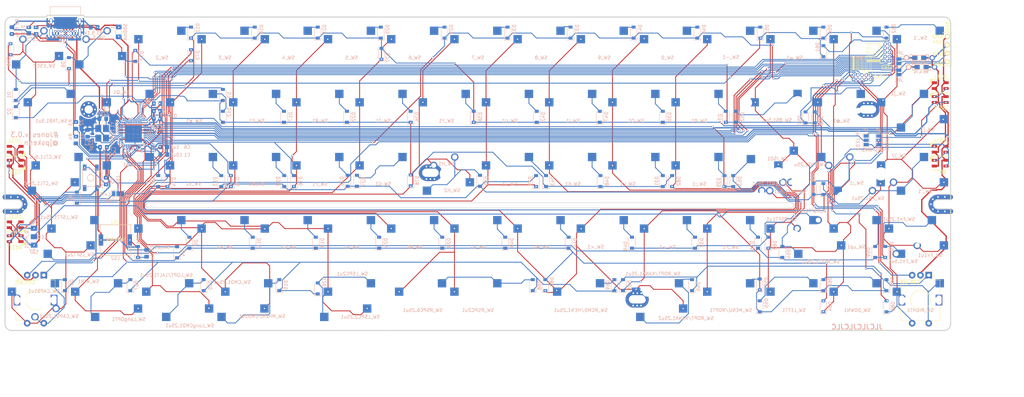
<source format=kicad_pcb>
(kicad_pcb (version 20171130) (host pcbnew "(5.1.6-0-10_14)")
  (title_block (title Jones) (rev v.0.2) (company @jpskenn))
  (layers (0 F.Cu signal) (31 B.Cu signal) (34 B.Paste user) (35 F.Paste user) (36 B.SilkS user) (37 F.SilkS user) (38 B.Mask user) (39 F.Mask user) (44 Edge.Cuts user))
  (net 0 "")
  (net 1 "Net-(D1-Pad2)")
  (net 2 "Net-(D2-Pad2)")
  (net 3 "Net-(D3-Pad2)")
  (net 4 "Net-(D4-Pad2)")
  (net 5 "Net-(D6-Pad2)")
  (net 6 "Net-(D7-Pad2)")
  (net 7 "Net-(D8-Pad2)")
  (net 8 "Net-(D9-Pad2)")
  (net 9 "Net-(D10-Pad2)")
  (net 10 "Net-(D11-Pad2)")
  (net 11 "Net-(D12-Pad2)")
  (net 12 "Net-(D13-Pad2)")
  (net 13 "Net-(D14-Pad2)")
  (net 14 "Net-(D16-Pad2)")
  (net 15 "Net-(D17-Pad2)")
  (net 16 "Net-(D18-Pad2)")
  (net 17 "Net-(D19-Pad2)")
  (net 18 "Net-(D20-Pad2)")
  (net 19 "Net-(D21-Pad2)")
  (net 20 "Net-(D22-Pad2)")
  (net 21 "Net-(D23-Pad2)")
  (net 22 "Net-(D24-Pad2)")
  (net 23 "Net-(D25-Pad2)")
  (net 24 "Net-(D26-Pad2)")
  (net 25 "Net-(D27-Pad2)")
  (net 26 "Net-(D28-Pad2)")
  (net 27 "Net-(D29-Pad2)")
  (net 28 "Net-(D30-Pad2)")
  (net 29 "Net-(D31-Pad2)")
  (net 30 "Net-(D32-Pad2)")
  (net 31 "Net-(D33-Pad2)")
  (net 32 "Net-(D34-Pad2)")
  (net 33 "Net-(D35-Pad2)")
  (net 34 "Net-(D36-Pad2)")
  (net 35 "Net-(D37-Pad2)")
  (net 36 "Net-(D38-Pad2)")
  (net 37 "Net-(D39-Pad2)")
  (net 38 "Net-(D40-Pad2)")
  (net 39 "Net-(D41-Pad2)")
  (net 40 "Net-(D42-Pad2)")
  (net 41 "Net-(D43-Pad2)")
  (net 42 "Net-(D44-Pad2)")
  (net 43 "Net-(D45-Pad2)")
  (net 44 "Net-(D46-Pad2)")
  (net 45 "Net-(D47-Pad2)")
  (net 46 "Net-(D48-Pad2)")
  (net 47 "Net-(D49-Pad2)")
  (net 48 "Net-(D50-Pad2)")
  (net 49 "Net-(D51-Pad2)")
  (net 50 "Net-(D52-Pad2)")
  (net 51 "Net-(D53-Pad2)")
  (net 52 "Net-(D54-Pad2)")
  (net 53 "Net-(D55-Pad2)")
  (net 54 "Net-(D56-Pad2)")
  (net 55 "Net-(D57-Pad2)")
  (net 56 "Net-(D58-Pad2)")
  (net 57 "Net-(D59-Pad2)")
  (net 58 "Net-(D60-Pad2)")
  (net 59 "Net-(D61-Pad2)")
  (net 60 "Net-(D62-Pad2)")
  (net 61 "Net-(D63-Pad2)")
  (net 62 +5V)
  (net 63 GND)
  (net 64 VCC)
  (net 65 D-)
  (net 66 D+)
  (net 67 "Net-(D15-Pad2)")
  (net 68 "Net-(C2-Pad1)")
  (net 69 "Net-(C3-Pad1)")
  (net 70 "Net-(R5-Pad2)")
  (net 71 "Net-(R6-Pad2)")
  (net 72 "Net-(C6-Pad1)")
  (net 73 "Net-(LED1-Pad1)")
  (net 74 "Net-(D64-Pad2)")
  (net 75 "Net-(D67-Pad2)")
  (net 76 "Net-(D68-Pad2)")
  (net 77 "Net-(D69-Pad2)")
  (net 78 "Net-(D70-Pad2)")
  (net 79 "Net-(D71-Pad2)")
  (net 80 "Net-(D71-Pad3)")
  (net 81 "Net-(J1-PadA5)")
  (net 82 "Net-(J1-PadB5)")
  (net 83 pin7)
  (net 84 pin8)
  (net 85 pin9)
  (net 86 pin10)
  (net 87 pin11)
  (net 88 RE2_2)
  (net 89 pin6)
  (net 90 pin2)
  (net 91 pin3)
  (net 92 pin4)
  (net 93 pin5)
  (net 94 pin1)
  (net 95 RE1_2)
  (net 96 RE2_1)
  (net 97 "Net-(D72-Pad1)")
  (net 98 "Net-(D73-Pad1)")
  (net 99 "Net-(D74-Pad1)")
  (net 100 "Net-(D75-Pad1)")
  (net 101 "Net-(D76-Pad1)")
  (net 102 "Net-(D77-Pad1)")
  (net 103 "Net-(D78-Pad1)")
  (net 104 "Net-(D79-Pad1)")
  (net 105 "Net-(D80-Pad1)")
  (net 106 "Net-(D81-Pad1)")
  (net 107 "Net-(D82-Pad1)")
  (net 108 "Net-(D83-Pad1)")
  (net 109 "Net-(D84-Pad1)")
  (net 110 RE1_1)
  (net 111 "Net-(D86-Pad1)")
  (net 112 "Net-(JP_LED1-Pad3)")
  (net 113 "Net-(JP_LED1-Pad1)")
  (net 114 "Net-(JP_LED2-Pad1)")
  (net 115 "Net-(JP_LED3-Pad3)")
  (net 116 "Net-(LED3-Pad1)")
  (net 117 "Net-(LED5-Pad1)")
  (net 118 "Net-(LED7-Pad1)")
  (net 119 SDA)
  (net 120 SCL)
  (net 121 AUDIO)
  (net 122 RE1_B)
  (net 123 RE1_A)
  (net 124 RE2_B)
  (net 125 RE2_A)
  (net 126 "Net-(JP_LED3-Pad2)")
  (net 127 Reserve_PD2-RX)
  (net 128 Reserve_PD3-TX)
  (net 129 Reserve_PB4)
  (net 130 Reserve_PB5)
  (net 131 LED)
  (net 132 "Net-(JP_LED2-Pad3)")
  (net 133 "Net-(JP_LED3-Pad1)")
  (net 134 "Net-(LED2-Pad1)")
  (net 135 Reserve_PB6)
  (net 136 Reserve_PC6)
  (net 137 "Net-(JP1-Pad2)")
  (net 138 "Net-(JP2-Pad2)")
  (module MX_Alps_Hybrid:MXOnly-1U-Hotswap (layer F.Cu) (at 117.5 69.8752)
    (fp_text reference SW_F1)
    (fp_text value SW_Push)
    (fp_text user %R (at 0 3.048) (layer B.SilkS) (effects (justify mirror)))
    (pad "" np_thru_hole circle (at 2.54 -5.08) (size 3 3) (drill 3) (layers *.Cu *.Mask))
    (pad "" np_thru_hole circle (at 0 0) (size 3.9878 3.9878) (drill 3.9878) (layers *.Cu *.Mask))
    (pad "" np_thru_hole circle (at -3.81 -2.54) (size 3 3) (drill 3) (layers *.Cu *.Mask))
    (pad "" np_thru_hole circle (at -5.08 0 48.0996) (size 1.75 1.75) (drill 1.75) (layers *.Cu *.Mask))
    (pad "" np_thru_hole circle (at 5.08 0 48.0996) (size 1.75 1.75) (drill 1.75) (layers *.Cu *.Mask))
    (pad 1 smd rect (at -7.085 -2.54) (size 2.55 2.5) (layers B.Cu B.Paste B.Mask) (net 101 "Net-(D76-Pad1)"))
    (pad 2 smd rect (at 5.842 -5.08) (size 2.55 2.5) (layers B.Cu B.Paste B.Mask) (net 21 "Net-(D23-Pad2)"))
  )
  (module Resistor_SMD:R_0805_2012Metric_Pad1.15x1.40mm_HandSolder (layer B.Cu) (at 24.65 26.65004 270)
    (fp_text reference R2 (at -2.6 -1.6 90) (layer B.SilkS) (effects (justify mirror)))
    (fp_text value 5.1k (at 0.4 -1.65 90) (layer B.SilkS) (effects (justify mirror)))
    (pad 1 smd roundrect (at -1.025 0 270) (size 1.15 1.4) (layers B.Cu B.Paste B.Mask) (roundrect_rratio 0.217391) (net 63 GND))
    (pad 2 smd roundrect (at 1.025 0 270) (size 1.15 1.4) (layers B.Cu B.Paste B.Mask) (roundrect_rratio 0.217391) (net 81 "Net-(J1-PadA5)"))
  )
  (module Package_TO_SOT_SMD:SOT-143 (layer B.Cu) (at 30.85 26.65004)
    (fp_text reference D71 (at -2.8 -0.3 90) (layer B.SilkS) (effects (justify mirror)))
    (fp_text value PRTR5V0U2X)
    (pad 1 smd rect (at -1.1 0.77 90) (size 1.2 1.4) (layers B.Cu B.Paste B.Mask) (net 63 GND))
    (pad 2 smd rect (at -1.1 -0.95 90) (size 1 1.4) (layers B.Cu B.Paste B.Mask) (net 79 "Net-(D71-Pad2)"))
    (pad 3 smd rect (at 1.1 -0.95 90) (size 1 1.4) (layers B.Cu B.Paste B.Mask) (net 80 "Net-(D71-Pad3)"))
    (pad 4 smd rect (at 1.1 0.95 90) (size 1 1.4) (layers B.Cu B.Paste B.Mask) (net 64 VCC))
  )
  (module locallib:60_Outline-Modded_TinyHole (layer F.Cu) (at 165.1 69.85)
    (fp_text reference REF** hide)
    (fp_text value 60_Outline hide)
    (fp_line (start 142.45 7.05) (end 138.65 7.05) (layer B.Cu) (width 1.5))
    (fp_line (start 142.5 11.35) (end 138.7 11.35) (layer B.Cu) (width 1.5))
    (fp_line (start 142.45 7.05) (end 138.65 7.05) (layer F.Cu) (width 1.5))
    (fp_line (start 142.5 11.35) (end 138.7 11.35) (layer F.Cu) (width 1.5))
    (fp_line (start -142.45 11.35) (end -138.65 11.35) (layer B.Cu) (width 1.5))
    (fp_line (start 140.5 -47.3) (end -118.3 -47.3) (layer Edge.Cuts) (width 0.3))
    (fp_line (start -142.5 45.3) (end -142.5 10.6) (layer Edge.Cuts) (width 0.3))
    (fp_line (start -142.5 10.6) (end -138.7 10.6) (layer Edge.Cuts) (width 0.3))
    (fp_line (start -138.7 7.8) (end -142.5 7.8) (layer Edge.Cuts) (width 0.3))
    (fp_line (start -142.5 7.8) (end -142.5 -45.3) (layer Edge.Cuts) (width 0.3))
    (fp_line (start 142.5 10.6) (end 142.5 45.3) (layer Edge.Cuts) (width 0.3))
    (fp_line (start 142.5 7.8) (end 142.5 -45.3) (layer Edge.Cuts) (width 0.3))
    (fp_line (start 138.7 10.6) (end 142.5 10.6) (layer Edge.Cuts) (width 0.3))
    (fp_line (start 138.7 7.8) (end 142.5 7.8) (layer Edge.Cuts) (width 0.3))
    (fp_line (start -142.5 7.05) (end -138.7 7.05) (layer B.Cu) (width 1.5))
    (fp_line (start -142.45 11.35) (end -138.65 11.35) (layer F.Cu) (width 1.5))
    (fp_line (start -129.8 -47.8) (end -118.8 -47.8) (layer Edge.Cuts) (width 0.3))
    (fp_line (start -140.5 -47.3) (end -130.3 -47.3) (layer Edge.Cuts) (width 0.3))
    (fp_line (start -142.5 7.05) (end -138.7 7.05) (layer F.Cu) (width 1.5))
    (fp_arc (start 138.7 9.2) (end 138.7 11.35) (angle 90) (layer F.Cu) (width 1.5))
    (fp_arc (start 138.7 9.2) (end 138.7 11.35) (angle 90) (layer B.Cu) (width 1.5))
    (fp_arc (start 138.7 9.2) (end 138.7 7.05) (angle -90) (layer B.Cu) (width 1.5))
    (fp_arc (start 138.7 9.2) (end 138.7 7.05) (angle -90) (layer F.Cu) (width 1.5))
    (fp_arc (start -138.7 9.2) (end -138.7 11.35) (angle -90) (layer F.Cu) (width 1.5))
    (fp_arc (start -138.7 9.2) (end -138.7 11.35) (angle -90) (layer B.Cu) (width 1.5))
    (fp_arc (start -118.3 -47.8) (end -118.3 -47.3) (angle 90) (layer Edge.Cuts) (width 0.3))
    (fp_arc (start -130.3 -47.8) (end -129.8 -47.8) (angle 90) (layer Edge.Cuts) (width 0.3))
    (fp_arc (start -138.7 9.2) (end -138.7 7.05) (angle 90) (layer B.Cu) (width 1.5))
    (fp_arc (start -138.7 9.2) (end -138.7 7.05) (angle 90) (layer F.Cu) (width 1.5))
    (fp_arc (start -138.7 9.2) (end -137.3 9.2) (angle 90) (layer Edge.Cuts) (width 0.3))
    (fp_arc (start 138.7 9.2) (end 137.3 9.2) (angle -90) (layer Edge.Cuts) (width 0.3))
    (fp_arc (start 138.7 9.2) (end 138.7 7.8) (angle -90) (layer Edge.Cuts) (width 0.3))
    (fp_arc (start -138.7 9.2) (end -138.7 7.8) (angle 90) (layer Edge.Cuts) (width 0.3))
    (fp_arc (start 140.5 -45.3) (end 140.5 -47.3) (angle 90) (layer Edge.Cuts) (width 0.3))
    (fp_arc (start 140.5 45.3) (end 142.5 45.3) (angle 90) (layer Edge.Cuts) (width 0.3))
    (fp_arc (start -140.5 45.3) (end -140.5 47.3) (angle 90) (layer Edge.Cuts) (width 0.3))
    (fp_arc (start -140.5 -45.3) (end -142.5 -45.3) (angle 90) (layer Edge.Cuts) (width 0.3))
    (pad 1 thru_hole circle (at 140.742035 7 180) (size 1 1) (drill 0.5) (layers *.Cu *.Mask))
    (pad 1 thru_hole circle (at 140.75 11.35 180) (size 1 1) (drill 0.5) (layers *.Cu *.Mask))
    (pad 1 thru_hole circle (at 137.15 10.7 180) (size 1 1) (drill 0.5) (layers *.Cu *.Mask))
    (pad 1 thru_hole circle (at 138.7 7 180) (size 1 1) (drill 0.5) (layers *.Cu *.Mask))
    (pad 1 thru_hole circle (at 138.7 11.35 180) (size 1 1) (drill 0.5) (layers *.Cu *.Mask))
    (pad 1 thru_hole circle (at 136.55 9.2 180) (size 1 1) (drill 0.5) (layers *.Cu *.Mask))
    (pad 1 thru_hole circle (at 137.15 7.7) (size 1 1) (drill 0.5) (layers *.Cu *.Mask))
    (pad 1 thru_hole circle (at -137.15 10.7 180) (size 1 1) (drill 0.5) (layers *.Cu *.Mask))
    (pad 1 thru_hole circle (at -117.3 -19.4) (size 5 5) (drill 2.4994) (layers *.Cu *.Mask))
    (pad 1 thru_hole oval (at -14.3 -0.3) (size 7.00024 5) (drill oval 5.00126 2.49936) (layers *.Cu *.Mask))
    (pad 1 thru_hole oval (at 48 37.9) (size 7.00024 5) (drill oval 5.00126 2.49936) (layers *.Cu *.Mask))
    (pad 1 thru_hole oval (at 117.55 -19.4) (size 7.00024 5) (drill oval 5.00126 2.49936) (layers *.Cu *.Mask))
    (pad 1 thru_hole circle (at -117.3 -21.3) (size 1 1) (drill 0.5) (layers *.Cu *.Mask))
    (pad 1 thru_hole circle (at -119.2 -19.4) (size 1 1) (drill 0.5) (layers *.Cu *.Mask))
    (pad 1 thru_hole circle (at -115.4 -19.4) (size 1 1) (drill 0.5) (layers *.Cu *.Mask))
    (pad 1 thru_hole circle (at -117.3 -17.5) (size 1 1) (drill 0.5) (layers *.Cu *.Mask))
    (pad 1 thru_hole circle (at -118.65 -20.75) (size 1 1) (drill 0.5) (layers *.Cu *.Mask))
    (pad 1 thru_hole circle (at -116.05 -20.75) (size 1 1) (drill 0.5) (layers *.Cu *.Mask))
    (pad 1 thru_hole circle (at -118.65 -18.1) (size 1 1) (drill 0.5) (layers *.Cu *.Mask))
    (pad 1 thru_hole circle (at -116.05 -18.05) (size 1 1) (drill 0.5) (layers *.Cu *.Mask))
    (pad 1 thru_hole circle (at 117.55 -21.25) (size 1 1) (drill 0.5) (layers *.Cu *.Mask))
    (pad 1 thru_hole circle (at 117.55 -17.55) (size 1 1) (drill 0.5) (layers *.Cu *.Mask))
    (pad 1 thru_hole circle (at 118.75 -17.55) (size 1 1) (drill 0.5) (layers *.Cu *.Mask))
    (pad 1 thru_hole circle (at 116.35 -17.55) (size 1 1) (drill 0.5) (layers *.Cu *.Mask))
    (pad 1 thru_hole circle (at 116.35 -21.25) (size 1 1) (drill 0.5) (layers *.Cu *.Mask))
    (pad 1 thru_hole circle (at 118.75 -21.267) (size 1 1) (drill 0.5) (layers *.Cu *.Mask))
    (pad 1 thru_hole circle (at 48.05 36.05) (size 1 1) (drill 0.5) (layers *.Cu *.Mask))
    (pad 1 thru_hole circle (at 48 39.75) (size 1 1) (drill 0.5) (layers *.Cu *.Mask))
    (pad 1 thru_hole circle (at 49.25 36.05) (size 1 1) (drill 0.5) (layers *.Cu *.Mask))
    (pad 1 thru_hole circle (at 46.85 36.05) (size 1 1) (drill 0.5) (layers *.Cu *.Mask))
    (pad 1 thru_hole circle (at 46.8 39.75) (size 1 1) (drill 0.5) (layers *.Cu *.Mask))
    (pad 1 thru_hole circle (at 49.2 39.75) (size 1 1) (drill 0.5) (layers *.Cu *.Mask))
    (pad 1 thru_hole circle (at -14.3 -2.15) (size 1 1) (drill 0.5) (layers *.Cu *.Mask))
    (pad 1 thru_hole circle (at -13.1 -2.15) (size 1 1) (drill 0.5) (layers *.Cu *.Mask))
    (pad 1 thru_hole circle (at -15.5 -2.15) (size 1 1) (drill 0.5) (layers *.Cu *.Mask))
    (pad 1 thru_hole circle (at -14.3 1.6) (size 1 1) (drill 0.5) (layers *.Cu *.Mask))
    (pad 1 thru_hole circle (at -15.5 1.6) (size 1 1) (drill 0.5) (layers *.Cu *.Mask))
    (pad 1 thru_hole circle (at -13.1 1.6) (size 1 1) (drill 0.5) (layers *.Cu *.Mask))
    (pad 1 thru_hole circle (at -136.55 9.2) (size 1 1) (drill 0.5) (layers *.Cu *.Mask))
    (pad 1 thru_hole circle (at -138.7 7.05) (size 1 1) (drill 0.5) (layers *.Cu *.Mask))
    (pad 1 thru_hole circle (at -138.7 11.4) (size 1 1) (drill 0.5) (layers *.Cu *.Mask))
    (pad 1 thru_hole circle (at -137.15 7.7) (size 1 1) (drill 0.5) (layers *.Cu *.Mask))
    (pad 1 thru_hole circle (at -140.75 7.05) (size 1 1) (drill 0.5) (layers *.Cu *.Mask))
    (pad 1 thru_hole circle (at -140.742035 11.4) (size 1 1) (drill 0.5) (layers *.Cu *.Mask))
  )
  (module MX_Alps_Hybrid:MXOnly-1U-Hotswap (layer F.Cu) (at 60.35 50.82512)
    (fp_text reference SW_Q1 (at -2.7 -5.57508) (layer B.SilkS) (effects (justify mirror)))
    (fp_text value SW_Push)
    (pad 2 smd rect (at 5.842 -5.08) (size 2.55 2.5) (layers B.Cu B.Paste B.Mask) (net 6 "Net-(D7-Pad2)"))
    (pad 1 smd rect (at -7.085 -2.54) (size 2.55 2.5) (layers B.Cu B.Paste B.Mask) (net 98 "Net-(D73-Pad1)"))
    (pad "" np_thru_hole circle (at 5.08 0 48.0996) (size 1.75 1.75) (drill 1.75) (layers *.Cu *.Mask))
    (pad "" np_thru_hole circle (at -5.08 0 48.0996) (size 1.75 1.75) (drill 1.75) (layers *.Cu *.Mask))
    (pad "" np_thru_hole circle (at -3.81 -2.54) (size 3 3) (drill 3) (layers *.Cu *.Mask))
    (pad "" np_thru_hole circle (at 0 0) (size 3.9878 3.9878) (drill 3.9878) (layers *.Cu *.Mask))
    (pad "" np_thru_hole circle (at 2.54 -5.08) (size 3 3) (drill 3) (layers *.Cu *.Mask))
  )
  (module MX_Alps_Hybrid:MXOnly-1U-Hotswap (layer F.Cu) (at 60.35 69.8752)
    (fp_text reference SW_A1)
    (fp_text value SW_Push)
    (fp_text user %R (at 0.1 -2.82516) (layer B.SilkS) (effects (justify mirror)))
    (pad "" np_thru_hole circle (at 2.54 -5.08) (size 3 3) (drill 3) (layers *.Cu *.Mask))
    (pad "" np_thru_hole circle (at 0 0) (size 3.9878 3.9878) (drill 3.9878) (layers *.Cu *.Mask))
    (pad "" np_thru_hole circle (at -3.81 -2.54) (size 3 3) (drill 3) (layers *.Cu *.Mask))
    (pad "" np_thru_hole circle (at -5.08 0 48.0996) (size 1.75 1.75) (drill 1.75) (layers *.Cu *.Mask))
    (pad "" np_thru_hole circle (at 5.08 0 48.0996) (size 1.75 1.75) (drill 1.75) (layers *.Cu *.Mask))
    (pad 1 smd rect (at -7.085 -2.54) (size 2.55 2.5) (layers B.Cu B.Paste B.Mask) (net 98 "Net-(D73-Pad1)"))
    (pad 2 smd rect (at 5.842 -5.08) (size 2.55 2.5) (layers B.Cu B.Paste B.Mask) (net 7 "Net-(D8-Pad2)"))
  )
  (module MX_Alps_Hybrid:MXOnly-1U-Hotswap (layer F.Cu) (at 174.65064 69.8752)
    (fp_text reference SW_J1)
    (fp_text value SW_Push)
    (fp_text user %R (at 0 3.048) (layer B.SilkS) (effects (justify mirror)))
    (pad 2 smd rect (at 5.842 -5.08) (size 2.55 2.5) (layers B.Cu B.Paste B.Mask) (net 41 "Net-(D43-Pad2)"))
    (pad 1 smd rect (at -7.085 -2.54) (size 2.55 2.5) (layers B.Cu B.Paste B.Mask) (net 104 "Net-(D79-Pad1)"))
    (pad "" np_thru_hole circle (at 5.08 0 48.0996) (size 1.75 1.75) (drill 1.75) (layers *.Cu *.Mask))
    (pad "" np_thru_hole circle (at -5.08 0 48.0996) (size 1.75 1.75) (drill 1.75) (layers *.Cu *.Mask))
    (pad "" np_thru_hole circle (at -3.81 -2.54) (size 3 3) (drill 3) (layers *.Cu *.Mask))
    (pad "" np_thru_hole circle (at 0 0) (size 3.9878 3.9878) (drill 3.9878) (layers *.Cu *.Mask))
    (pad "" np_thru_hole circle (at 2.54 -5.08) (size 3 3) (drill 3) (layers *.Cu *.Mask))
  )
  (module MX_Alps_Hybrid:MXOnly-1.5U-Hotswap (layer F.Cu) (at 36.5375 50.82512)
    (fp_text reference SW_TAB1.5u1)
    (fp_text value SW_Push)
    (fp_text user %R (at 0 3.048) (layer B.SilkS) (effects (justify mirror)))
    (pad "" np_thru_hole circle (at 2.54 -5.08) (size 3 3) (drill 3) (layers *.Cu *.Mask))
    (pad "" np_thru_hole circle (at 0 0) (size 3.9878 3.9878) (drill 3.9878) (layers *.Cu *.Mask))
    (pad "" np_thru_hole circle (at -3.81 -2.54) (size 3 3) (drill 3) (layers *.Cu *.Mask))
    (pad "" np_thru_hole circle (at -5.08 0 48.0996) (size 1.75 1.75) (drill 1.75) (layers *.Cu *.Mask))
    (pad "" np_thru_hole circle (at 5.08 0 48.0996) (size 1.75 1.75) (drill 1.75) (layers *.Cu *.Mask))
    (pad 1 smd rect (at -7.085 -2.54) (size 2.55 2.5) (layers B.Cu B.Paste B.Mask) (net 96 RE2_1))
    (pad 2 smd rect (at 5.842 -5.08) (size 2.55 2.5) (layers B.Cu B.Paste B.Mask) (net 2 "Net-(D2-Pad2)"))
  )
  (module Crystal:Crystal_SMD_3225-4Pin_3.2x2.5mm_HandSoldering (layer B.Cu) (at 51.85 57.65004 270)
    (fp_text reference Y1 (at -2.6 -3.1 270) (layer B.SilkS) (effects (justify mirror)))
    (fp_text value 16MHz (at 1.1 -3.1 90) (layer B.SilkS) (effects (justify mirror)))
    (pad 1 smd rect (at -1.45 -1.15 270) (size 2.1 1.8) (layers B.Cu B.Paste B.Mask) (net 68 "Net-(C2-Pad1)"))
    (pad 2 smd rect (at 1.45 -1.15 270) (size 2.1 1.8) (layers B.Cu B.Paste B.Mask) (net 63 GND))
    (pad 3 smd rect (at 1.45 1.15 270) (size 2.1 1.8) (layers B.Cu B.Paste B.Mask) (net 69 "Net-(C3-Pad1)"))
    (pad 4 smd rect (at -1.45 1.15 270) (size 2.1 1.8) (layers B.Cu B.Paste B.Mask) (net 63 GND))
  )
  (module Capacitor_SMD:C_0805_2012Metric_Pad1.15x1.40mm_HandSolder (layer B.Cu) (at 52.05 53.25004 180)
    (fp_text reference C2 (at -1.2 2.8) (layer B.SilkS) (effects (justify mirror)))
    (fp_text value 22pF (at -0.2 1.6) (layer B.SilkS) (effects (justify mirror)))
    (pad 2 smd roundrect (at 1.025 0 180) (size 1.15 1.4) (layers B.Cu B.Paste B.Mask) (roundrect_rratio 0.217391) (net 63 GND))
    (pad 1 smd roundrect (at -1.025 0 180) (size 1.15 1.4) (layers B.Cu B.Paste B.Mask) (roundrect_rratio 0.217391) (net 68 "Net-(C2-Pad1)"))
  )
  (module Capacitor_SMD:C_0805_2012Metric_Pad1.15x1.40mm_HandSolder (layer B.Cu) (at 47.45 57.65004 90)
    (fp_text reference C3 (at -2.8 -0.2 90) (layer B.SilkS) (effects (justify mirror)))
    (fp_text value 22pF (at -3.7 1.1 90) (layer B.SilkS) (effects (justify mirror)))
    (pad 2 smd roundrect (at 1.025 0 90) (size 1.15 1.4) (layers B.Cu B.Paste B.Mask) (roundrect_rratio 0.217391) (net 63 GND))
    (pad 1 smd roundrect (at -1.025 0 90) (size 1.15 1.4) (layers B.Cu B.Paste B.Mask) (roundrect_rratio 0.217391) (net 69 "Net-(C3-Pad1)"))
  )
  (module Capacitor_SMD:C_0805_2012Metric_Pad1.15x1.40mm_HandSolder (layer B.Cu) (at 52.25 61.85004)
    (fp_text reference C7 (at 2.932 0.646) (layer B.SilkS) (effects (justify mirror)))
    (fp_text value 0.1uF (at 1.8 1.9) (layer B.SilkS) (effects (justify mirror)))
    (pad 1 smd roundrect (at -1.025 0) (size 1.15 1.4) (layers B.Cu B.Paste B.Mask) (roundrect_rratio 0.217391) (net 63 GND))
    (pad 2 smd roundrect (at 1.025 0) (size 1.15 1.4) (layers B.Cu B.Paste B.Mask) (roundrect_rratio 0.217391) (net 62 +5V))
  )
  (module Rotary_Encoder:RotaryEncoder_Alps_EC11E-Switch_Vertical_H20mm (layer F.Cu) (at 300.99358 100.46555 270)
    (fp_text reference SW_RE1 (at 2.18449 5.54358 180) (layer F.SilkS))
    (fp_text value Rotary_Encoder_Switch)
    (pad A thru_hole rect (at 0 0 270) (size 2 2) (drill 1) (layers *.Cu *.Mask) (net 123 RE1_A))
    (pad C thru_hole circle (at 0 2.5 270) (size 2 2) (drill 1) (layers *.Cu *.Mask) (net 63 GND))
    (pad B thru_hole circle (at 0 5 270) (size 2 2) (drill 1) (layers *.Cu *.Mask) (net 122 RE1_B))
    (pad MP thru_hole rect (at 7.5 -3.1 270) (size 3.2 2) (drill oval 2.8 1.5) (layers *.Cu *.Mask))
    (pad MP thru_hole rect (at 7.5 8.1 270) (size 3.2 2) (drill oval 2.8 1.5) (layers *.Cu *.Mask))
    (pad S2 thru_hole circle (at 14.5 0 270) (size 2 2) (drill 1) (layers *.Cu *.Mask) (net 95 RE1_2))
    (pad S1 thru_hole circle (at 14.5 5 270) (size 2 2) (drill 1) (layers *.Cu *.Mask) (net 110 RE1_1))
  )
  (module MX_Alps_Hybrid:MXOnly-1U-Hotswap (layer F.Cu) (at 50.825 31.77504 180)
    (fp_text reference SW_1)
    (fp_text value SW_Push)
    (fp_text user %R (at 0 3.048) (layer B.SilkS) (effects (justify mirror)))
    (pad 2 smd rect (at 5.842 -5.08 180) (size 2.55 2.5) (layers B.Cu B.Paste B.Mask) (net 5 "Net-(D6-Pad2)"))
    (pad 1 smd rect (at -7.085 -2.54 180) (size 2.55 2.5) (layers B.Cu B.Paste B.Mask) (net 97 "Net-(D72-Pad1)"))
    (pad "" np_thru_hole circle (at 5.08 0 228.0996) (size 1.75 1.75) (drill 1.75) (layers *.Cu *.Mask))
    (pad "" np_thru_hole circle (at -5.08 0 228.0996) (size 1.75 1.75) (drill 1.75) (layers *.Cu *.Mask))
    (pad "" np_thru_hole circle (at -3.81 -2.54 180) (size 3 3) (drill 3) (layers *.Cu *.Mask))
    (pad "" np_thru_hole circle (at 0 0 180) (size 3.9878 3.9878) (drill 3.9878) (layers *.Cu *.Mask))
    (pad "" np_thru_hole circle (at 2.54 -5.08 180) (size 3 3) (drill 3) (layers *.Cu *.Mask))
  )
  (module SMK_ai03_RandomKeyboardParts:D_SOD-123-Pretty (layer B.Cu) (at 106.65 52.65004 90)
    (fp_text reference D17 (at 0 2 90) (layer B.SilkS) (effects (justify mirror)))
    (fp_text value D)
    (pad 2 smd rect (at 1.65 0 90) (size 0.9 1.2) (layers B.Cu B.Paste B.Mask) (net 15 "Net-(D17-Pad2)"))
    (pad 1 smd rect (at -1.65 0 90) (size 0.9 1.2) (layers B.Cu B.Paste B.Mask) (net 84 pin8))
  )
  (module SMK_ai03_RandomKeyboardParts:D_SOD-123-Pretty (layer B.Cu) (at 25.85 46.05004 90)
    (fp_text reference D1 (at 0 -2.032 90) (layer B.SilkS) (effects (justify mirror)))
    (fp_text value D)
    (pad 2 smd rect (at 1.65 0 90) (size 0.9 1.2) (layers B.Cu B.Paste B.Mask) (net 1 "Net-(D1-Pad2)"))
    (pad 1 smd rect (at -1.65 0 90) (size 0.9 1.2) (layers B.Cu B.Paste B.Mask) (net 83 pin7))
  )
  (module SMK_ai03_RandomKeyboardParts:D_SOD-123-Pretty (layer B.Cu) (at 41.85 36.45004 90)
    (fp_text reference D6 (at -0.4 -1.8 90) (layer B.SilkS) (effects (justify mirror)))
    (fp_text value D)
    (pad 2 smd rect (at 1.65 0 90) (size 0.9 1.2) (layers B.Cu B.Paste B.Mask) (net 5 "Net-(D6-Pad2)"))
    (pad 1 smd rect (at -1.65 0 90) (size 0.9 1.2) (layers B.Cu B.Paste B.Mask) (net 83 pin7))
  )
  (module SMK_ai03_RandomKeyboardParts:D_SOD-123-Pretty (layer B.Cu) (at 78.65 27.25004 90)
    (fp_text reference D11 (at 1.4 2 90) (layer B.SilkS) (effects (justify mirror)))
    (fp_text value D)
    (pad 2 smd rect (at 1.65 0 90) (size 0.9 1.2) (layers B.Cu B.Paste B.Mask) (net 10 "Net-(D11-Pad2)"))
    (pad 1 smd rect (at -1.65 0 90) (size 0.9 1.2) (layers B.Cu B.Paste B.Mask) (net 83 pin7))
  )
  (module SMK_ai03_RandomKeyboardParts:D_SOD-123-Pretty (layer B.Cu) (at 97.85 27.25004 90)
    (fp_text reference D16 (at 1 2 90) (layer B.SilkS) (effects (justify mirror)))
    (fp_text value D)
    (pad 2 smd rect (at 1.65 0 90) (size 0.9 1.2) (layers B.Cu B.Paste B.Mask) (net 14 "Net-(D16-Pad2)"))
    (pad 1 smd rect (at -1.65 0 90) (size 0.9 1.2) (layers B.Cu B.Paste B.Mask) (net 83 pin7))
  )
  (module SMK_ai03_RandomKeyboardParts:D_SOD-123-Pretty (layer B.Cu) (at 116.85 27.25004 90)
    (fp_text reference D21 (at 1 2 90) (layer B.SilkS) (effects (justify mirror)))
    (fp_text value D)
    (pad 2 smd rect (at 1.65 0 90) (size 0.9 1.2) (layers B.Cu B.Paste B.Mask) (net 19 "Net-(D21-Pad2)"))
    (pad 1 smd rect (at -1.65 0 90) (size 0.9 1.2) (layers B.Cu B.Paste B.Mask) (net 83 pin7))
  )
  (module SMK_ai03_RandomKeyboardParts:D_SOD-123-Pretty (layer B.Cu) (at 135.85 27.25004 90)
    (fp_text reference D25 (at 1 2 90) (layer B.SilkS) (effects (justify mirror)))
    (fp_text value D)
    (pad 2 smd rect (at 1.65 0 90) (size 0.9 1.2) (layers B.Cu B.Paste B.Mask) (net 23 "Net-(D25-Pad2)"))
    (pad 1 smd rect (at -1.65 0 90) (size 0.9 1.2) (layers B.Cu B.Paste B.Mask) (net 83 pin7))
  )
  (module SMK_ai03_RandomKeyboardParts:D_SOD-123-Pretty (layer B.Cu) (at 155.05 27.25004 90)
    (fp_text reference D29 (at 1 2 90) (layer B.SilkS) (effects (justify mirror)))
    (fp_text value D)
    (pad 2 smd rect (at 1.65 0 90) (size 0.9 1.2) (layers B.Cu B.Paste B.Mask) (net 27 "Net-(D29-Pad2)"))
    (pad 1 smd rect (at -1.65 0 90) (size 0.9 1.2) (layers B.Cu B.Paste B.Mask) (net 89 pin6))
  )
  (module SMK_ai03_RandomKeyboardParts:D_SOD-123-Pretty (layer B.Cu) (at 174.05 27.25004 90)
    (fp_text reference D33 (at 1 2 90) (layer B.SilkS) (effects (justify mirror)))
    (fp_text value D)
    (pad 2 smd rect (at 1.65 0 90) (size 0.9 1.2) (layers B.Cu B.Paste B.Mask) (net 31 "Net-(D33-Pad2)"))
    (pad 1 smd rect (at -1.65 0 90) (size 0.9 1.2) (layers B.Cu B.Paste B.Mask) (net 89 pin6))
  )
  (module SMK_ai03_RandomKeyboardParts:D_SOD-123-Pretty (layer B.Cu) (at 193.05 27.25004 90)
    (fp_text reference D37 (at 1 2 90) (layer B.SilkS) (effects (justify mirror)))
    (fp_text value D)
    (pad 2 smd rect (at 1.65 0 90) (size 0.9 1.2) (layers B.Cu B.Paste B.Mask) (net 35 "Net-(D37-Pad2)"))
    (pad 1 smd rect (at -1.65 0 90) (size 0.9 1.2) (layers B.Cu B.Paste B.Mask) (net 89 pin6))
  )
  (module SMK_ai03_RandomKeyboardParts:D_SOD-123-Pretty (layer B.Cu) (at 212.05 27.25004 90)
    (fp_text reference D41 (at 1 2 90) (layer B.SilkS) (effects (justify mirror)))
    (fp_text value D)
    (pad 2 smd rect (at 1.65 0 90) (size 0.9 1.2) (layers B.Cu B.Paste B.Mask) (net 39 "Net-(D41-Pad2)"))
    (pad 1 smd rect (at -1.65 0 90) (size 0.9 1.2) (layers B.Cu B.Paste B.Mask) (net 89 pin6))
  )
  (module SMK_ai03_RandomKeyboardParts:D_SOD-123-Pretty (layer B.Cu) (at 231.25 27.25004 90)
    (fp_text reference D46 (at 1 2 90) (layer B.SilkS) (effects (justify mirror)))
    (fp_text value D)
    (pad 2 smd rect (at 1.65 0 90) (size 0.9 1.2) (layers B.Cu B.Paste B.Mask) (net 44 "Net-(D46-Pad2)"))
    (pad 1 smd rect (at -1.65 0 90) (size 0.9 1.2) (layers B.Cu B.Paste B.Mask) (net 89 pin6))
  )
  (module SMK_ai03_RandomKeyboardParts:D_SOD-123-Pretty (layer B.Cu) (at 250.25 27.25004 90)
    (fp_text reference D51 (at 1 2 90) (layer B.SilkS) (effects (justify mirror)))
    (fp_text value D)
    (pad 2 smd rect (at 1.65 0 90) (size 0.9 1.2) (layers B.Cu B.Paste B.Mask) (net 49 "Net-(D51-Pad2)"))
    (pad 1 smd rect (at -1.65 0 90) (size 0.9 1.2) (layers B.Cu B.Paste B.Mask) (net 94 pin1))
  )
  (module SMK_ai03_RandomKeyboardParts:D_SOD-123-Pretty (layer B.Cu) (at 269.25 27.25004 90)
    (fp_text reference D56 (at 1 2 90) (layer B.SilkS) (effects (justify mirror)))
    (fp_text value D)
    (pad 2 smd rect (at 1.65 0 90) (size 0.9 1.2) (layers B.Cu B.Paste B.Mask) (net 54 "Net-(D56-Pad2)"))
    (pad 1 smd rect (at -1.65 0 90) (size 0.9 1.2) (layers B.Cu B.Paste B.Mask) (net 94 pin1))
  )
  (module SMK_ai03_RandomKeyboardParts:D_SOD-123-Pretty (layer B.Cu) (at 269.25 32.85004 90)
    (fp_text reference D61 (at 1.2 -1.8 90) (layer B.SilkS) (effects (justify mirror)))
    (fp_text value D)
    (pad 2 smd rect (at 1.65 0 90) (size 0.9 1.2) (layers B.Cu B.Paste B.Mask) (net 59 "Net-(D61-Pad2)"))
    (pad 1 smd rect (at -1.65 0 90) (size 0.9 1.2) (layers B.Cu B.Paste B.Mask) (net 94 pin1))
  )
  (module SMK_ai03_RandomKeyboardParts:D_SOD-123-Pretty (layer B.Cu) (at 266.25 74.45004 90)
    (fp_text reference D58 (at 3.8 -0.4 90) (layer B.SilkS) (effects (justify mirror)))
    (fp_text value D)
    (pad 2 smd rect (at 1.65 0 90) (size 0.9 1.2) (layers B.Cu B.Paste B.Mask) (net 56 "Net-(D58-Pad2)"))
    (pad 1 smd rect (at -1.65 0 90) (size 0.9 1.2) (layers B.Cu B.Paste B.Mask) (net 91 pin3))
  )
  (module SMK_ai03_RandomKeyboardParts:D_SOD-123-Pretty (layer B.Cu) (at 25.85 51.25004 90)
    (fp_text reference D2 (at 0.2 -2 90) (layer B.SilkS) (effects (justify mirror)))
    (fp_text value D)
    (pad 1 smd rect (at -1.65 0 90) (size 0.9 1.2) (layers B.Cu B.Paste B.Mask) (net 84 pin8))
    (pad 2 smd rect (at 1.65 0 90) (size 0.9 1.2) (layers B.Cu B.Paste B.Mask) (net 2 "Net-(D2-Pad2)"))
  )
  (module SMK_ai03_RandomKeyboardParts:D_SOD-123-Pretty (layer B.Cu) (at 88.25 46.05004 90)
    (fp_text reference D7 (at 0 2 90) (layer B.SilkS) (effects (justify mirror)))
    (fp_text value D)
    (pad 1 smd rect (at -1.65 0 90) (size 0.9 1.2) (layers B.Cu B.Paste B.Mask) (net 84 pin8))
    (pad 2 smd rect (at 1.65 0 90) (size 0.9 1.2) (layers B.Cu B.Paste B.Mask) (net 6 "Net-(D7-Pad2)"))
  )
  (module SMK_ai03_RandomKeyboardParts:D_SOD-123-Pretty (layer B.Cu) (at 88.25 52.65004 90)
    (fp_text reference D12 (at 1.397 1.905 90) (layer B.SilkS) (effects (justify mirror)))
    (fp_text value D)
    (pad 2 smd rect (at 1.65 0 90) (size 0.9 1.2) (layers B.Cu B.Paste B.Mask) (net 11 "Net-(D12-Pad2)"))
    (pad 1 smd rect (at -1.65 0 90) (size 0.9 1.2) (layers B.Cu B.Paste B.Mask) (net 84 pin8))
  )
  (module SMK_ai03_RandomKeyboardParts:D_SOD-123-Pretty (layer B.Cu) (at 125.65 52.65004 90)
    (fp_text reference D22 (at 0 2 90) (layer B.SilkS) (effects (justify mirror)))
    (fp_text value D)
    (pad 1 smd rect (at -1.65 0 90) (size 0.9 1.2) (layers B.Cu B.Paste B.Mask) (net 84 pin8))
    (pad 2 smd rect (at 1.65 0 90) (size 0.9 1.2) (layers B.Cu B.Paste B.Mask) (net 20 "Net-(D22-Pad2)"))
  )
  (module SMK_ai03_RandomKeyboardParts:D_SOD-123-Pretty (layer B.Cu) (at 144.85 52.65004 90)
    (fp_text reference D26 (at 0 2 90) (layer B.SilkS) (effects (justify mirror)))
    (fp_text value D)
    (pad 2 smd rect (at 1.65 0 90) (size 0.9 1.2) (layers B.Cu B.Paste B.Mask) (net 24 "Net-(D26-Pad2)"))
    (pad 1 smd rect (at -1.65 0 90) (size 0.9 1.2) (layers B.Cu B.Paste B.Mask) (net 84 pin8))
  )
  (module SMK_ai03_RandomKeyboardParts:D_SOD-123-Pretty (layer B.Cu) (at 220.85 52.65004 90)
    (fp_text reference D30 (at 0 2 90) (layer B.SilkS) (effects (justify mirror)))
    (fp_text value D)
    (pad 1 smd rect (at -1.65 0 90) (size 0.9 1.2) (layers B.Cu B.Paste B.Mask) (net 83 pin7))
    (pad 2 smd rect (at 1.65 0 90) (size 0.9 1.2) (layers B.Cu B.Paste B.Mask) (net 28 "Net-(D30-Pad2)"))
  )
  (module SMK_ai03_RandomKeyboardParts:D_SOD-123-Pretty (layer B.Cu) (at 239.85 52.65004 90)
    (fp_text reference D34 (at -0.6 -1.8 90) (layer B.SilkS) (effects (justify mirror)))
    (fp_text value D)
    (pad 1 smd rect (at -1.65 0 90) (size 0.9 1.2) (layers B.Cu B.Paste B.Mask) (net 90 pin2))
    (pad 2 smd rect (at 1.65 0 90) (size 0.9 1.2) (layers B.Cu B.Paste B.Mask) (net 32 "Net-(D34-Pad2)"))
  )
  (module SMK_ai03_RandomKeyboardParts:D_SOD-123-Pretty (layer B.Cu) (at 163.85 52.65004 90)
    (fp_text reference D38 (at 0 2 90) (layer B.SilkS) (effects (justify mirror)))
    (fp_text value D)
    (pad 2 smd rect (at 1.65 0 90) (size 0.9 1.2) (layers B.Cu B.Paste B.Mask) (net 36 "Net-(D38-Pad2)"))
    (pad 1 smd rect (at -1.65 0 90) (size 0.9 1.2) (layers B.Cu B.Paste B.Mask) (net 83 pin7))
  )
  (module SMK_ai03_RandomKeyboardParts:D_SOD-123-Pretty (layer B.Cu) (at 182.85 52.65004 90)
    (fp_text reference D42 (at 0 2 90) (layer B.SilkS) (effects (justify mirror)))
    (fp_text value D)
    (pad 2 smd rect (at 1.65 0 90) (size 0.9 1.2) (layers B.Cu B.Paste B.Mask) (net 40 "Net-(D42-Pad2)"))
    (pad 1 smd rect (at -1.65 0 90) (size 0.9 1.2) (layers B.Cu B.Paste B.Mask) (net 83 pin7))
  )
  (module SMK_ai03_RandomKeyboardParts:D_SOD-123-Pretty (layer B.Cu) (at 201.85 52.65004 90)
    (fp_text reference D47 (at 0 2 90) (layer B.SilkS) (effects (justify mirror)))
    (fp_text value D)
    (pad 2 smd rect (at 1.65 0 90) (size 0.9 1.2) (layers B.Cu B.Paste B.Mask) (net 45 "Net-(D47-Pad2)"))
    (pad 1 smd rect (at -1.65 0 90) (size 0.9 1.2) (layers B.Cu B.Paste B.Mask) (net 83 pin7))
  )
  (module SMK_ai03_RandomKeyboardParts:D_SOD-123-Pretty (layer B.Cu) (at 242.85 52.65004 90)
    (fp_text reference D52 (at 0 2 90) (layer B.SilkS) (effects (justify mirror)))
    (fp_text value D)
    (pad 2 smd rect (at 1.65 0 90) (size 0.9 1.2) (layers B.Cu B.Paste B.Mask) (net 50 "Net-(D52-Pad2)"))
    (pad 1 smd rect (at -1.65 0 90) (size 0.9 1.2) (layers B.Cu B.Paste B.Mask) (net 90 pin2))
  )
  (module SMK_ai03_RandomKeyboardParts:D_SOD-123-Pretty (layer B.Cu) (at 263.85 52.85004 90)
    (fp_text reference D57 (at -0.8 -1.8 90) (layer B.SilkS) (effects (justify mirror)))
    (fp_text value D)
    (pad 2 smd rect (at 1.65 0 90) (size 0.9 1.2) (layers B.Cu B.Paste B.Mask) (net 55 "Net-(D57-Pad2)"))
    (pad 1 smd rect (at -1.65 0 90) (size 0.9 1.2) (layers B.Cu B.Paste B.Mask) (net 90 pin2))
  )
  (module SMK_ai03_RandomKeyboardParts:D_SOD-123-Pretty (layer B.Cu) (at 288.25 27.25004 90)
    (fp_text reference D62 (at 1.2 2.2 90) (layer B.SilkS) (effects (justify mirror)))
    (fp_text value D)
    (pad 2 smd rect (at 1.65 0 90) (size 0.9 1.2) (layers B.Cu B.Paste B.Mask) (net 60 "Net-(D62-Pad2)"))
    (pad 1 smd rect (at -1.65 0 90) (size 0.9 1.2) (layers B.Cu B.Paste B.Mask) (net 94 pin1))
  )
  (module SMK_ai03_RandomKeyboardParts:D_SOD-123-Pretty (layer B.Cu) (at 44.25 77.05004 90)
    (fp_text reference D3 (at 0 -1.905 90) (layer B.SilkS) (effects (justify mirror)))
    (fp_text value D)
    (pad 2 smd rect (at 1.65 0 90) (size 0.9 1.2) (layers B.Cu B.Paste B.Mask) (net 3 "Net-(D3-Pad2)"))
    (pad 1 smd rect (at -1.65 0 90) (size 0.9 1.2) (layers B.Cu B.Paste B.Mask) (net 85 pin9))
  )
  (module SMK_ai03_RandomKeyboardParts:D_SOD-123-Pretty (layer B.Cu) (at 68.75 72.05004 90)
    (fp_text reference D8 (at 0 -1.8 90) (layer B.SilkS) (effects (justify mirror)))
    (fp_text value D)
    (pad 2 smd rect (at 1.65 0 90) (size 0.9 1.2) (layers B.Cu B.Paste B.Mask) (net 7 "Net-(D8-Pad2)"))
    (pad 1 smd rect (at -1.65 0 90) (size 0.9 1.2) (layers B.Cu B.Paste B.Mask) (net 85 pin9))
  )
  (module SMK_ai03_RandomKeyboardParts:D_SOD-123-Pretty (layer B.Cu) (at 87.75 72.05004 90)
    (fp_text reference D13 (at -0.1 -1.9 90) (layer B.SilkS) (effects (justify mirror)))
    (fp_text value D)
    (pad 2 smd rect (at 1.65 0 90) (size 0.9 1.2) (layers B.Cu B.Paste B.Mask) (net 12 "Net-(D13-Pad2)"))
    (pad 1 smd rect (at -1.65 0 90) (size 0.9 1.2) (layers B.Cu B.Paste B.Mask) (net 85 pin9))
  )
  (module SMK_ai03_RandomKeyboardParts:D_SOD-123-Pretty (layer B.Cu) (at 106.75 72.05004 90)
    (fp_text reference D18 (at 0 -1.9 90) (layer B.SilkS) (effects (justify mirror)))
    (fp_text value D)
    (pad 2 smd rect (at 1.65 0 90) (size 0.9 1.2) (layers B.Cu B.Paste B.Mask) (net 16 "Net-(D18-Pad2)"))
    (pad 1 smd rect (at -1.65 0 90) (size 0.9 1.2) (layers B.Cu B.Paste B.Mask) (net 85 pin9))
  )
  (module SMK_ai03_RandomKeyboardParts:D_SOD-123-Pretty (layer B.Cu) (at 125.85 71.95004 90)
    (fp_text reference D23 (at -0.1 -1.8 90) (layer B.SilkS) (effects (justify mirror)))
    (fp_text value D)
    (pad 1 smd rect (at -1.65 0 90) (size 0.9 1.2) (layers B.Cu B.Paste B.Mask) (net 85 pin9))
    (pad 2 smd rect (at 1.65 0 90) (size 0.9 1.2) (layers B.Cu B.Paste B.Mask) (net 21 "Net-(D23-Pad2)"))
  )
  (module SMK_ai03_RandomKeyboardParts:D_SOD-123-Pretty (layer B.Cu) (at 128.65 71.95004 90)
    (fp_text reference D27 (at -0.3 2 90) (layer B.SilkS) (effects (justify mirror)))
    (fp_text value D)
    (pad 1 smd rect (at -1.65 0 90) (size 0.9 1.2) (layers B.Cu B.Paste B.Mask) (net 85 pin9))
    (pad 2 smd rect (at 1.65 0 90) (size 0.9 1.2) (layers B.Cu B.Paste B.Mask) (net 25 "Net-(D27-Pad2)"))
  )
  (module SMK_ai03_RandomKeyboardParts:D_SOD-123-Pretty (layer B.Cu) (at 220.85 72.05004 90)
    (fp_text reference D31 (at 0 -1.905 90) (layer B.SilkS) (effects (justify mirror)))
    (fp_text value D)
    (pad 1 smd rect (at -1.65 0 90) (size 0.9 1.2) (layers B.Cu B.Paste B.Mask) (net 84 pin8))
    (pad 2 smd rect (at 1.65 0 90) (size 0.9 1.2) (layers B.Cu B.Paste B.Mask) (net 29 "Net-(D31-Pad2)"))
  )
  (module SMK_ai03_RandomKeyboardParts:D_SOD-123-Pretty (layer B.Cu) (at 239.45 72.05004 90)
    (fp_text reference D35 (at -0.4 -1.8 90) (layer B.SilkS) (effects (justify mirror)))
    (fp_text value D)
    (pad 1 smd rect (at -1.65 0 90) (size 0.9 1.2) (layers B.Cu B.Paste B.Mask) (net 91 pin3))
    (pad 2 smd rect (at 1.65 0 90) (size 0.9 1.2) (layers B.Cu B.Paste B.Mask) (net 33 "Net-(D35-Pad2)"))
  )
  (module SMK_ai03_RandomKeyboardParts:D_SOD-123-Pretty (layer B.Cu) (at 165.75 71.95004 90)
    (fp_text reference D39 (at 0 2 90) (layer B.SilkS) (effects (justify mirror)))
    (fp_text value D)
    (pad 1 smd rect (at -1.65 0 90) (size 0.9 1.2) (layers B.Cu B.Paste B.Mask) (net 85 pin9))
    (pad 2 smd rect (at 1.65 0 90) (size 0.9 1.2) (layers B.Cu B.Paste B.Mask) (net 37 "Net-(D39-Pad2)"))
  )
  (module SMK_ai03_RandomKeyboardParts:D_SOD-123-Pretty (layer B.Cu) (at 185.65 72.05004 90)
    (fp_text reference D43 (at 0 2 90) (layer B.SilkS) (effects (justify mirror)))
    (fp_text value D)
    (pad 1 smd rect (at -1.65 0 90) (size 0.9 1.2) (layers B.Cu B.Paste B.Mask) (net 84 pin8))
    (pad 2 smd rect (at 1.65 0 90) (size 0.9 1.2) (layers B.Cu B.Paste B.Mask) (net 41 "Net-(D43-Pad2)"))
  )
  (module SMK_ai03_RandomKeyboardParts:D_SOD-123-Pretty (layer B.Cu) (at 202.05 72.05004 90)
    (fp_text reference D48 (at 0 2 90) (layer B.SilkS) (effects (justify mirror)))
    (fp_text value D)
    (pad 1 smd rect (at -1.65 0 90) (size 0.9 1.2) (layers B.Cu B.Paste B.Mask) (net 84 pin8))
    (pad 2 smd rect (at 1.65 0 90) (size 0.9 1.2) (layers B.Cu B.Paste B.Mask) (net 46 "Net-(D48-Pad2)"))
  )
  (module SMK_ai03_RandomKeyboardParts:D_SOD-123-Pretty (layer B.Cu) (at 242.05 72.05004 90)
    (fp_text reference D53 (at 0 2 90) (layer B.SilkS) (effects (justify mirror)))
    (fp_text value D)
    (pad 1 smd rect (at -1.65 0 90) (size 0.9 1.2) (layers B.Cu B.Paste B.Mask) (net 91 pin3))
    (pad 2 smd rect (at 1.65 0 90) (size 0.9 1.2) (layers B.Cu B.Paste B.Mask) (net 51 "Net-(D53-Pad2)"))
  )
  (module SMK_ai03_RandomKeyboardParts:D_SOD-123-Pretty (layer B.Cu) (at 266.65 52.85004 90)
    (fp_text reference D63 (at -1 2 90) (layer B.SilkS) (effects (justify mirror)))
    (fp_text value D)
    (pad 1 smd rect (at -1.65 0 90) (size 0.9 1.2) (layers B.Cu B.Paste B.Mask) (net 90 pin2))
    (pad 2 smd rect (at 1.65 0 90) (size 0.9 1.2) (layers B.Cu B.Paste B.Mask) (net 61 "Net-(D63-Pad2)"))
  )
  (module SMK_ai03_RandomKeyboardParts:D_SOD-123-Pretty (layer B.Cu) (at 74.45 93.55004 90)
    (fp_text reference D4 (at -0.3 1.9 90) (layer B.SilkS) (effects (justify mirror)))
    (fp_text value D)
    (pad 1 smd rect (at -1.65 0 90) (size 0.9 1.2) (layers B.Cu B.Paste B.Mask) (net 86 pin10))
    (pad 2 smd rect (at 1.65 0 90) (size 0.9 1.2) (layers B.Cu B.Paste B.Mask) (net 4 "Net-(D4-Pad2)"))
  )
  (module SMK_ai03_RandomKeyboardParts:D_SOD-123-Pretty (layer B.Cu) (at 78.15 90.65004 90)
    (fp_text reference D9 (at 0 2 90) (layer B.SilkS) (effects (justify mirror)))
    (fp_text value D)
    (pad 1 smd rect (at -1.65 0 90) (size 0.9 1.2) (layers B.Cu B.Paste B.Mask) (net 86 pin10))
    (pad 2 smd rect (at 1.65 0 90) (size 0.9 1.2) (layers B.Cu B.Paste B.Mask) (net 8 "Net-(D9-Pad2)"))
  )
  (module SMK_ai03_RandomKeyboardParts:D_SOD-123-Pretty (layer B.Cu) (at 97.25 90.65004 90)
    (fp_text reference D14 (at 0 2 90) (layer B.SilkS) (effects (justify mirror)))
    (fp_text value D)
    (pad 1 smd rect (at -1.65 0 90) (size 0.9 1.2) (layers B.Cu B.Paste B.Mask) (net 86 pin10))
    (pad 2 smd rect (at 1.65 0 90) (size 0.9 1.2) (layers B.Cu B.Paste B.Mask) (net 13 "Net-(D14-Pad2)"))
  )
  (module SMK_ai03_RandomKeyboardParts:D_SOD-123-Pretty (layer B.Cu) (at 116.25 90.65004 90)
    (fp_text reference D19 (at 0 2 90) (layer B.SilkS) (effects (justify mirror)))
    (fp_text value D)
    (pad 1 smd rect (at -1.65 0 90) (size 0.9 1.2) (layers B.Cu B.Paste B.Mask) (net 86 pin10))
    (pad 2 smd rect (at 1.65 0 90) (size 0.9 1.2) (layers B.Cu B.Paste B.Mask) (net 17 "Net-(D19-Pad2)"))
  )
  (module SMK_ai03_RandomKeyboardParts:D_SOD-123-Pretty (layer B.Cu) (at 135.35 90.65004 90)
    (fp_text reference D24 (at 0 2 90) (layer B.SilkS) (effects (justify mirror)))
    (fp_text value D)
    (pad 1 smd rect (at -1.65 0 90) (size 0.9 1.2) (layers B.Cu B.Paste B.Mask) (net 86 pin10))
    (pad 2 smd rect (at 1.65 0 90) (size 0.9 1.2) (layers B.Cu B.Paste B.Mask) (net 22 "Net-(D24-Pad2)"))
  )
  (module SMK_ai03_RandomKeyboardParts:D_SOD-123-Pretty (layer B.Cu) (at 154.35 90.65004 90)
    (fp_text reference D28 (at 0 2 90) (layer B.SilkS) (effects (justify mirror)))
    (fp_text value D)
    (pad 1 smd rect (at -1.65 0 90) (size 0.9 1.2) (layers B.Cu B.Paste B.Mask) (net 86 pin10))
    (pad 2 smd rect (at 1.65 0 90) (size 0.9 1.2) (layers B.Cu B.Paste B.Mask) (net 26 "Net-(D28-Pad2)"))
  )
  (module SMK_ai03_RandomKeyboardParts:D_SOD-123-Pretty (layer B.Cu) (at 230.55 90.65004 90)
    (fp_text reference D32 (at 0 2 90) (layer B.SilkS) (effects (justify mirror)))
    (fp_text value D)
    (pad 1 smd rect (at -1.65 0 90) (size 0.9 1.2) (layers B.Cu B.Paste B.Mask) (net 85 pin9))
    (pad 2 smd rect (at 1.65 0 90) (size 0.9 1.2) (layers B.Cu B.Paste B.Mask) (net 30 "Net-(D32-Pad2)"))
  )
  (module SMK_ai03_RandomKeyboardParts:D_SOD-123-Pretty (layer B.Cu) (at 249.55 90.65004 90)
    (fp_text reference D36 (at -0.9 -1.8 90) (layer B.SilkS) (effects (justify mirror)))
    (fp_text value D)
    (pad 1 smd rect (at -1.65 0 90) (size 0.9 1.2) (layers B.Cu B.Paste B.Mask) (net 92 pin4))
    (pad 2 smd rect (at 1.65 0 90) (size 0.9 1.2) (layers B.Cu B.Paste B.Mask) (net 34 "Net-(D36-Pad2)"))
  )
  (module SMK_ai03_RandomKeyboardParts:D_SOD-123-Pretty (layer B.Cu) (at 173.35 90.65004 90)
    (fp_text reference D40 (at 0 2 90) (layer B.SilkS) (effects (justify mirror)))
    (fp_text value D)
    (pad 1 smd rect (at -1.65 0 90) (size 0.9 1.2) (layers B.Cu B.Paste B.Mask) (net 86 pin10))
    (pad 2 smd rect (at 1.65 0 90) (size 0.9 1.2) (layers B.Cu B.Paste B.Mask) (net 38 "Net-(D40-Pad2)"))
  )
  (module SMK_ai03_RandomKeyboardParts:D_SOD-123-Pretty (layer B.Cu) (at 192.45 90.65004 90)
    (fp_text reference D44 (at 0 2 90) (layer B.SilkS) (effects (justify mirror)))
    (fp_text value D)
    (pad 1 smd rect (at -1.65 0 90) (size 0.9 1.2) (layers B.Cu B.Paste B.Mask) (net 86 pin10))
    (pad 2 smd rect (at 1.65 0 90) (size 0.9 1.2) (layers B.Cu B.Paste B.Mask) (net 42 "Net-(D44-Pad2)"))
  )
  (module SMK_ai03_RandomKeyboardParts:D_SOD-123-Pretty (layer B.Cu) (at 211.55 90.65004 90)
    (fp_text reference D49 (at -1.016 -1.905 90) (layer B.SilkS) (effects (justify mirror)))
    (fp_text value D)
    (pad 1 smd rect (at -1.65 0 90) (size 0.9 1.2) (layers B.Cu B.Paste B.Mask) (net 85 pin9))
    (pad 2 smd rect (at 1.65 0 90) (size 0.9 1.2) (layers B.Cu B.Paste B.Mask) (net 47 "Net-(D49-Pad2)"))
  )
  (module SMK_ai03_RandomKeyboardParts:D_SOD-123-Pretty (layer B.Cu) (at 256.85 93.45004 90)
    (fp_text reference D54 (at -0.55 1.95 90) (layer B.SilkS) (effects (justify mirror)))
    (fp_text value D)
    (pad 1 smd rect (at -1.65 0 90) (size 0.9 1.2) (layers B.Cu B.Paste B.Mask) (net 92 pin4))
    (pad 2 smd rect (at 1.65 0 90) (size 0.9 1.2) (layers B.Cu B.Paste B.Mask) (net 52 "Net-(D54-Pad2)"))
  )
  (module SMK_ai03_RandomKeyboardParts:D_SOD-123-Pretty (layer B.Cu) (at 284.85 93.45004 90)
    (fp_text reference D59 (at 0 -2.032 90) (layer B.SilkS) (effects (justify mirror)))
    (fp_text value D)
    (pad 1 smd rect (at -1.65 0 90) (size 0.9 1.2) (layers B.Cu B.Paste B.Mask) (net 92 pin4))
    (pad 2 smd rect (at 1.65 0 90) (size 0.9 1.2) (layers B.Cu B.Paste B.Mask) (net 57 "Net-(D59-Pad2)"))
  )
  (module SMK_ai03_RandomKeyboardParts:D_SOD-123-Pretty (layer B.Cu) (at 40.65 103.45004 90)
    (fp_text reference D5 (at 0.8 2 90) (layer B.SilkS) (effects (justify mirror)))
    (fp_text value D)
    (pad 1 smd rect (at -1.65 0 90) (size 0.9 1.2) (layers B.Cu B.Paste B.Mask) (net 87 pin11))
    (pad 2 smd rect (at 1.65 0 90) (size 0.9 1.2) (layers B.Cu B.Paste B.Mask) (net 88 RE2_2))
  )
  (module SMK_ai03_RandomKeyboardParts:D_SOD-123-Pretty (layer B.Cu) (at 82.45 103.45004 90)
    (fp_text reference D10 (at 0 2 90) (layer B.SilkS) (effects (justify mirror)))
    (fp_text value D)
    (pad 1 smd rect (at -1.65 0 90) (size 0.9 1.2) (layers B.Cu B.Paste B.Mask) (net 87 pin11))
    (pad 2 smd rect (at 1.65 0 90) (size 0.9 1.2) (layers B.Cu B.Paste B.Mask) (net 9 "Net-(D10-Pad2)"))
  )
  (module SMK_ai03_RandomKeyboardParts:D_SOD-123-Pretty (layer B.Cu) (at 105.25 103.45004 90)
    (fp_text reference D15 (at 0.0635 2 90) (layer B.SilkS) (effects (justify mirror)))
    (fp_text value D)
    (pad 1 smd rect (at -1.65 0 90) (size 0.9 1.2) (layers B.Cu B.Paste B.Mask) (net 87 pin11))
    (pad 2 smd rect (at 1.65 0 90) (size 0.9 1.2) (layers B.Cu B.Paste B.Mask) (net 67 "Net-(D15-Pad2)"))
  )
  (module SMK_ai03_RandomKeyboardParts:D_SOD-123-Pretty (layer B.Cu) (at 116.85 104.45004 90)
    (fp_text reference D20 (at 2 2 90) (layer B.SilkS) (effects (justify mirror)))
    (fp_text value D)
    (pad 1 smd rect (at -1.65 0 90) (size 0.9 1.2) (layers B.Cu B.Paste B.Mask) (net 87 pin11))
    (pad 2 smd rect (at 1.65 0 90) (size 0.9 1.2) (layers B.Cu B.Paste B.Mask) (net 18 "Net-(D20-Pad2)"))
  )
  (module SMK_ai03_RandomKeyboardParts:D_SOD-123-Pretty (layer B.Cu) (at 229.65 103.45004 90)
    (fp_text reference D45 (at -0.4 2 90) (layer B.SilkS) (effects (justify mirror)))
    (fp_text value D)
    (pad 1 smd rect (at -1.65 0 90) (size 0.9 1.2) (layers B.Cu B.Paste B.Mask) (net 87 pin11))
    (pad 2 smd rect (at 1.65 0 90) (size 0.9 1.2) (layers B.Cu B.Paste B.Mask) (net 43 "Net-(D45-Pad2)"))
  )
  (module SMK_ai03_RandomKeyboardParts:D_SOD-123-Pretty (layer B.Cu) (at 269.25 103.45004 90)
    (fp_text reference D60 (at 1 2 90) (layer B.SilkS) (effects (justify mirror)))
    (fp_text value D)
    (pad 1 smd rect (at -1.65 0 90) (size 0.9 1.2) (layers B.Cu B.Paste B.Mask) (net 93 pin5))
    (pad 2 smd rect (at 1.65 0 90) (size 0.9 1.2) (layers B.Cu B.Paste B.Mask) (net 58 "Net-(D60-Pad2)"))
  )
  (module SMK_ai03_RandomKeyboardParts:D_SOD-123-Pretty (layer B.Cu) (at 288.25 103.45004 90)
    (fp_text reference D65 (at 1 1.8 270) (layer B.SilkS) (effects (justify mirror)))
    (fp_text value D)
    (pad 2 smd rect (at 1.65 0 90) (size 0.9 1.2) (layers B.Cu B.Paste B.Mask) (net 95 RE1_2))
    (pad 1 smd rect (at -1.65 0 90) (size 0.9 1.2) (layers B.Cu B.Paste B.Mask) (net 93 pin5))
  )
  (module Fuse:Fuse_1206_3216Metric_Pad1.42x1.75mm_HandSolder (layer B.Cu) (at 56.85 27.05004 90)
    (fp_text reference F1 (at 1.7 -1.8 90) (layer B.SilkS) (effects (justify mirror)))
    (fp_text value 500mA (at 0 2 90) (layer B.SilkS) (effects (justify mirror)))
    (pad 1 smd roundrect (at -1.4875 0 90) (size 1.425 1.75) (layers B.Cu B.Paste B.Mask) (roundrect_rratio 0.175439) (net 62 +5V))
    (pad 2 smd roundrect (at 1.4875 0 90) (size 1.425 1.75) (layers B.Cu B.Paste B.Mask) (roundrect_rratio 0.175439) (net 64 VCC))
  )
  (module SMK_ai03_RandomKeyboardParts:SKQG-1155865 (layer B.Cu) (at 48.44386 71.06587 270)
    (fp_text reference ResetSW1 (at 0.48417 -3.20614 270) (layer B.SilkS) (effects (font (size 0.8 0.8) (thickness 0.1)) (justify mirror)))
    (fp_text value 5.2x5.2mm)
    (pad 1 smd rect (at 3.1 -1.85 270) (size 1.8 1.1) (layers B.Cu B.Paste B.Mask) (net 63 GND))
    (pad 2 smd rect (at -3.1 1.85 270) (size 1.8 1.1) (layers B.Cu B.Paste B.Mask) (net 70 "Net-(R5-Pad2)"))
    (pad 3 smd rect (at 3.1 1.85 270) (size 1.8 1.1) (layers B.Cu B.Paste B.Mask))
    (pad 4 smd rect (at -3.1 -1.85 270) (size 1.8 1.1) (layers B.Cu B.Paste B.Mask))
  )
  (module SMK_ai03_RandomKeyboardParts:D_SOD-123-Pretty (layer B.Cu) (at 250.05 103.25004 90)
    (fp_text reference D50 (at 0.8 2 90) (layer B.SilkS) (effects (justify mirror)))
    (fp_text value D)
    (pad 1 smd rect (at -1.65 0 90) (size 0.9 1.2) (layers B.Cu B.Paste B.Mask) (net 93 pin5))
    (pad 2 smd rect (at 1.65 0 90) (size 0.9 1.2) (layers B.Cu B.Paste B.Mask) (net 48 "Net-(D50-Pad2)"))
  )
  (module SMK_ai03_RandomKeyboardParts:D_SOD-123-Pretty (layer B.Cu) (at 250.05 109.85004 90)
    (fp_text reference D55 (at 1 2 90) (layer B.SilkS) (effects (justify mirror)))
    (fp_text value D)
    (pad 2 smd rect (at 1.65 0 90) (size 0.9 1.2) (layers B.Cu B.Paste B.Mask) (net 53 "Net-(D55-Pad2)"))
    (pad 1 smd rect (at -1.65 0 90) (size 0.9 1.2) (layers B.Cu B.Paste B.Mask) (net 93 pin5))
  )
  (module MX_Alps_Hybrid:MXOnly-1U-Hotswap (layer F.Cu) (at 31.775 31.77504 180)
    (fp_text reference SW_ESC1 (at -0.475 2.525) (layer B.SilkS) (effects (justify mirror)))
    (fp_text value SW_Push)
    (pad "" np_thru_hole circle (at 2.54 -5.08 180) (size 3 3) (drill 3) (layers *.Cu *.Mask))
    (pad "" np_thru_hole circle (at 0 0 180) (size 3.9878 3.9878) (drill 3.9878) (layers *.Cu *.Mask))
    (pad "" np_thru_hole circle (at -3.81 -2.54 180) (size 3 3) (drill 3) (layers *.Cu *.Mask))
    (pad "" np_thru_hole circle (at -5.08 0 228.0996) (size 1.75 1.75) (drill 1.75) (layers *.Cu *.Mask))
    (pad "" np_thru_hole circle (at 5.08 0 228.0996) (size 1.75 1.75) (drill 1.75) (layers *.Cu *.Mask))
    (pad 1 smd rect (at -7.085 -2.54 180) (size 2.55 2.5) (layers B.Cu B.Paste B.Mask) (net 96 RE2_1))
    (pad 2 smd rect (at 5.842 -5.08 180) (size 2.55 2.5) (layers B.Cu B.Paste B.Mask) (net 1 "Net-(D1-Pad2)"))
  )
  (module MX_Alps_Hybrid:MXOnly-1U-Hotswap (layer F.Cu) (at 69.875 88.92528)
    (fp_text reference SW_Z1)
    (fp_text value SW_Push)
    (fp_text user %R (at 0 3.048) (layer B.SilkS) (effects (justify mirror)))
    (pad "" np_thru_hole circle (at 2.54 -5.08) (size 3 3) (drill 3) (layers *.Cu *.Mask))
    (pad "" np_thru_hole circle (at 0 0) (size 3.9878 3.9878) (drill 3.9878) (layers *.Cu *.Mask))
    (pad "" np_thru_hole circle (at -3.81 -2.54) (size 3 3) (drill 3) (layers *.Cu *.Mask))
    (pad "" np_thru_hole circle (at -5.08 0 48.0996) (size 1.75 1.75) (drill 1.75) (layers *.Cu *.Mask))
    (pad "" np_thru_hole circle (at 5.08 0 48.0996) (size 1.75 1.75) (drill 1.75) (layers *.Cu *.Mask))
    (pad 1 smd rect (at -7.085 -2.54) (size 2.55 2.5) (layers B.Cu B.Paste B.Mask) (net 98 "Net-(D73-Pad1)"))
    (pad 2 smd rect (at 5.842 -5.08) (size 2.55 2.5) (layers B.Cu B.Paste B.Mask) (net 8 "Net-(D9-Pad2)"))
  )
  (module MX_Alps_Hybrid:MXOnly-1U-Hotswap (layer F.Cu) (at 69.875 31.77504)
    (fp_text reference SW_2)
    (fp_text value SW_Push)
    (fp_text user %R (at 0 3.048) (layer B.SilkS) (effects (justify mirror)))
    (pad "" np_thru_hole circle (at 2.54 -5.08) (size 3 3) (drill 3) (layers *.Cu *.Mask))
    (pad "" np_thru_hole circle (at 0 0) (size 3.9878 3.9878) (drill 3.9878) (layers *.Cu *.Mask))
    (pad "" np_thru_hole circle (at -3.81 -2.54) (size 3 3) (drill 3) (layers *.Cu *.Mask))
    (pad "" np_thru_hole circle (at -5.08 0 48.0996) (size 1.75 1.75) (drill 1.75) (layers *.Cu *.Mask))
    (pad "" np_thru_hole circle (at 5.08 0 48.0996) (size 1.75 1.75) (drill 1.75) (layers *.Cu *.Mask))
    (pad 1 smd rect (at -7.085 -2.54) (size 2.55 2.5) (layers B.Cu B.Paste B.Mask) (net 98 "Net-(D73-Pad1)"))
    (pad 2 smd rect (at 5.842 -5.08) (size 2.55 2.5) (layers B.Cu B.Paste B.Mask) (net 10 "Net-(D11-Pad2)"))
  )
  (module MX_Alps_Hybrid:MXOnly-1U-Hotswap (layer F.Cu) (at 79.4 50.82512)
    (fp_text reference SW_W1 (at 0.156 3.04088) (layer B.SilkS) (effects (justify mirror)))
    (fp_text value SW_Push)
    (pad 2 smd rect (at 5.842 -5.08) (size 2.55 2.5) (layers B.Cu B.Paste B.Mask) (net 11 "Net-(D12-Pad2)"))
    (pad 1 smd rect (at -7.085 -2.54) (size 2.55 2.5) (layers B.Cu B.Paste B.Mask) (net 99 "Net-(D74-Pad1)"))
    (pad "" np_thru_hole circle (at 5.08 0 48.0996) (size 1.75 1.75) (drill 1.75) (layers *.Cu *.Mask))
    (pad "" np_thru_hole circle (at -5.08 0 48.0996) (size 1.75 1.75) (drill 1.75) (layers *.Cu *.Mask))
    (pad "" np_thru_hole circle (at -3.81 -2.54) (size 3 3) (drill 3) (layers *.Cu *.Mask))
    (pad "" np_thru_hole circle (at 0 0) (size 3.9878 3.9878) (drill 3.9878) (layers *.Cu *.Mask))
    (pad "" np_thru_hole circle (at 2.54 -5.08) (size 3 3) (drill 3) (layers *.Cu *.Mask))
  )
  (module MX_Alps_Hybrid:MXOnly-1U-Hotswap (layer F.Cu) (at 79.4 69.8752)
    (fp_text reference SW_S1)
    (fp_text value SW_Push)
    (fp_text user %R (at 0.05 2.97484) (layer B.SilkS) (effects (justify mirror)))
    (pad "" np_thru_hole circle (at 2.54 -5.08) (size 3 3) (drill 3) (layers *.Cu *.Mask))
    (pad "" np_thru_hole circle (at 0 0) (size 3.9878 3.9878) (drill 3.9878) (layers *.Cu *.Mask))
    (pad "" np_thru_hole circle (at -3.81 -2.54) (size 3 3) (drill 3) (layers *.Cu *.Mask))
    (pad "" np_thru_hole circle (at -5.08 0 48.0996) (size 1.75 1.75) (drill 1.75) (layers *.Cu *.Mask))
    (pad "" np_thru_hole circle (at 5.08 0 48.0996) (size 1.75 1.75) (drill 1.75) (layers *.Cu *.Mask))
    (pad 1 smd rect (at -7.085 -2.54) (size 2.55 2.5) (layers B.Cu B.Paste B.Mask) (net 99 "Net-(D74-Pad1)"))
    (pad 2 smd rect (at 5.842 -5.08) (size 2.55 2.5) (layers B.Cu B.Paste B.Mask) (net 12 "Net-(D13-Pad2)"))
  )
  (module MX_Alps_Hybrid:MXOnly-1U-Hotswap (layer F.Cu) (at 88.925 88.92528)
    (fp_text reference SW_X1)
    (fp_text value SW_Push)
    (fp_text user %R (at 0 3.048) (layer B.SilkS) (effects (justify mirror)))
    (pad "" np_thru_hole circle (at 2.54 -5.08) (size 3 3) (drill 3) (layers *.Cu *.Mask))
    (pad "" np_thru_hole circle (at 0 0) (size 3.9878 3.9878) (drill 3.9878) (layers *.Cu *.Mask))
    (pad "" np_thru_hole circle (at -3.81 -2.54) (size 3 3) (drill 3) (layers *.Cu *.Mask))
    (pad "" np_thru_hole circle (at -5.08 0 48.0996) (size 1.75 1.75) (drill 1.75) (layers *.Cu *.Mask))
    (pad "" np_thru_hole circle (at 5.08 0 48.0996) (size 1.75 1.75) (drill 1.75) (layers *.Cu *.Mask))
    (pad 1 smd rect (at -7.085 -2.54) (size 2.55 2.5) (layers B.Cu B.Paste B.Mask) (net 99 "Net-(D74-Pad1)"))
    (pad 2 smd rect (at 5.842 -5.08) (size 2.55 2.5) (layers B.Cu B.Paste B.Mask) (net 13 "Net-(D14-Pad2)"))
  )
  (module MX_Alps_Hybrid:MXOnly-1U-Hotswap (layer F.Cu) (at 88.925 31.77504)
    (fp_text reference SW_3)
    (fp_text value SW_Push)
    (fp_text user %R (at 0 3.048) (layer B.SilkS) (effects (justify mirror)))
    (pad "" np_thru_hole circle (at 2.54 -5.08) (size 3 3) (drill 3) (layers *.Cu *.Mask))
    (pad "" np_thru_hole circle (at 0 0) (size 3.9878 3.9878) (drill 3.9878) (layers *.Cu *.Mask))
    (pad "" np_thru_hole circle (at -3.81 -2.54) (size 3 3) (drill 3) (layers *.Cu *.Mask))
    (pad "" np_thru_hole circle (at -5.08 0 48.0996) (size 1.75 1.75) (drill 1.75) (layers *.Cu *.Mask))
    (pad "" np_thru_hole circle (at 5.08 0 48.0996) (size 1.75 1.75) (drill 1.75) (layers *.Cu *.Mask))
    (pad 1 smd rect (at -7.085 -2.54) (size 2.55 2.5) (layers B.Cu B.Paste B.Mask) (net 99 "Net-(D74-Pad1)"))
    (pad 2 smd rect (at 5.842 -5.08) (size 2.55 2.5) (layers B.Cu B.Paste B.Mask) (net 14 "Net-(D16-Pad2)"))
  )
  (module MX_Alps_Hybrid:MXOnly-1U-Hotswap (layer F.Cu) (at 98.45 50.82512)
    (fp_text reference SW_E1)
    (fp_text value SW_Push)
    (fp_text user %R (at 0 3.048) (layer B.SilkS) (effects (justify mirror)))
    (pad 2 smd rect (at 5.842 -5.08) (size 2.55 2.5) (layers B.Cu B.Paste B.Mask) (net 15 "Net-(D17-Pad2)"))
    (pad 1 smd rect (at -7.085 -2.54) (size 2.55 2.5) (layers B.Cu B.Paste B.Mask) (net 100 "Net-(D75-Pad1)"))
    (pad "" np_thru_hole circle (at 5.08 0 48.0996) (size 1.75 1.75) (drill 1.75) (layers *.Cu *.Mask))
    (pad "" np_thru_hole circle (at -5.08 0 48.0996) (size 1.75 1.75) (drill 1.75) (layers *.Cu *.Mask))
    (pad "" np_thru_hole circle (at -3.81 -2.54) (size 3 3) (drill 3) (layers *.Cu *.Mask))
    (pad "" np_thru_hole circle (at 0 0) (size 3.9878 3.9878) (drill 3.9878) (layers *.Cu *.Mask))
    (pad "" np_thru_hole circle (at 2.54 -5.08) (size 3 3) (drill 3) (layers *.Cu *.Mask))
  )
  (module MX_Alps_Hybrid:MXOnly-1U-Hotswap (layer F.Cu) (at 98.45 69.8752)
    (fp_text reference SW_D1)
    (fp_text value SW_Push)
    (fp_text user %R (at 0 3.048) (layer B.SilkS) (effects (justify mirror)))
    (pad "" np_thru_hole circle (at 2.54 -5.08) (size 3 3) (drill 3) (layers *.Cu *.Mask))
    (pad "" np_thru_hole circle (at 0 0) (size 3.9878 3.9878) (drill 3.9878) (layers *.Cu *.Mask))
    (pad "" np_thru_hole circle (at -3.81 -2.54) (size 3 3) (drill 3) (layers *.Cu *.Mask))
    (pad "" np_thru_hole circle (at -5.08 0 48.0996) (size 1.75 1.75) (drill 1.75) (layers *.Cu *.Mask))
    (pad "" np_thru_hole circle (at 5.08 0 48.0996) (size 1.75 1.75) (drill 1.75) (layers *.Cu *.Mask))
    (pad 1 smd rect (at -7.085 -2.54) (size 2.55 2.5) (layers B.Cu B.Paste B.Mask) (net 100 "Net-(D75-Pad1)"))
    (pad 2 smd rect (at 5.842 -5.08) (size 2.55 2.5) (layers B.Cu B.Paste B.Mask) (net 16 "Net-(D18-Pad2)"))
  )
  (module MX_Alps_Hybrid:MXOnly-1U-Hotswap (layer F.Cu) (at 107.975 88.92528)
    (fp_text reference SW_C1)
    (fp_text value SW_Push)
    (fp_text user %R (at 0 3.048) (layer B.SilkS) (effects (justify mirror)))
    (pad "" np_thru_hole circle (at 2.54 -5.08) (size 3 3) (drill 3) (layers *.Cu *.Mask))
    (pad "" np_thru_hole circle (at 0 0) (size 3.9878 3.9878) (drill 3.9878) (layers *.Cu *.Mask))
    (pad "" np_thru_hole circle (at -3.81 -2.54) (size 3 3) (drill 3) (layers *.Cu *.Mask))
    (pad "" np_thru_hole circle (at -5.08 0 48.0996) (size 1.75 1.75) (drill 1.75) (layers *.Cu *.Mask))
    (pad "" np_thru_hole circle (at 5.08 0 48.0996) (size 1.75 1.75) (drill 1.75) (layers *.Cu *.Mask))
    (pad 1 smd rect (at -7.085 -2.54) (size 2.55 2.5) (layers B.Cu B.Paste B.Mask) (net 100 "Net-(D75-Pad1)"))
    (pad 2 smd rect (at 5.842 -5.08) (size 2.55 2.5) (layers B.Cu B.Paste B.Mask) (net 17 "Net-(D19-Pad2)"))
  )
  (module MX_Alps_Hybrid:MXOnly-1U-Hotswap (layer F.Cu) (at 107.975 31.77504)
    (fp_text reference SW_4)
    (fp_text value SW_Push)
    (fp_text user %R (at 0 3.048) (layer B.SilkS) (effects (justify mirror)))
    (pad "" np_thru_hole circle (at 2.54 -5.08) (size 3 3) (drill 3) (layers *.Cu *.Mask))
    (pad "" np_thru_hole circle (at 0 0) (size 3.9878 3.9878) (drill 3.9878) (layers *.Cu *.Mask))
    (pad "" np_thru_hole circle (at -3.81 -2.54) (size 3 3) (drill 3) (layers *.Cu *.Mask))
    (pad "" np_thru_hole circle (at -5.08 0 48.0996) (size 1.75 1.75) (drill 1.75) (layers *.Cu *.Mask))
    (pad "" np_thru_hole circle (at 5.08 0 48.0996) (size 1.75 1.75) (drill 1.75) (layers *.Cu *.Mask))
    (pad 1 smd rect (at -7.085 -2.54) (size 2.55 2.5) (layers B.Cu B.Paste B.Mask) (net 100 "Net-(D75-Pad1)"))
    (pad 2 smd rect (at 5.842 -5.08) (size 2.55 2.5) (layers B.Cu B.Paste B.Mask) (net 19 "Net-(D21-Pad2)"))
  )
  (module MX_Alps_Hybrid:MXOnly-1U-Hotswap (layer F.Cu) (at 117.5 50.82512)
    (fp_text reference SW_R1)
    (fp_text value SW_Push)
    (fp_text user %R (at 0 3.048) (layer B.SilkS) (effects (justify mirror)))
    (pad 2 smd rect (at 5.842 -5.08) (size 2.55 2.5) (layers B.Cu B.Paste B.Mask) (net 20 "Net-(D22-Pad2)"))
    (pad 1 smd rect (at -7.085 -2.54) (size 2.55 2.5) (layers B.Cu B.Paste B.Mask) (net 101 "Net-(D76-Pad1)"))
    (pad "" np_thru_hole circle (at 5.08 0 48.0996) (size 1.75 1.75) (drill 1.75) (layers *.Cu *.Mask))
    (pad "" np_thru_hole circle (at -5.08 0 48.0996) (size 1.75 1.75) (drill 1.75) (layers *.Cu *.Mask))
    (pad "" np_thru_hole circle (at -3.81 -2.54) (size 3 3) (drill 3) (layers *.Cu *.Mask))
    (pad "" np_thru_hole circle (at 0 0) (size 3.9878 3.9878) (drill 3.9878) (layers *.Cu *.Mask))
    (pad "" np_thru_hole circle (at 2.54 -5.08) (size 3 3) (drill 3) (layers *.Cu *.Mask))
  )
  (module MX_Alps_Hybrid:MXOnly-1U-Hotswap (layer F.Cu) (at 127.025 88.92528)
    (fp_text reference SW_V1)
    (fp_text value SW_Push)
    (fp_text user %R (at 0 3.048) (layer B.SilkS) (effects (justify mirror)))
    (pad "" np_thru_hole circle (at 2.54 -5.08) (size 3 3) (drill 3) (layers *.Cu *.Mask))
    (pad "" np_thru_hole circle (at 0 0) (size 3.9878 3.9878) (drill 3.9878) (layers *.Cu *.Mask))
    (pad "" np_thru_hole circle (at -3.81 -2.54) (size 3 3) (drill 3) (layers *.Cu *.Mask))
    (pad "" np_thru_hole circle (at -5.08 0 48.0996) (size 1.75 1.75) (drill 1.75) (layers *.Cu *.Mask))
    (pad "" np_thru_hole circle (at 5.08 0 48.0996) (size 1.75 1.75) (drill 1.75) (layers *.Cu *.Mask))
    (pad 1 smd rect (at -7.085 -2.54) (size 2.55 2.5) (layers B.Cu B.Paste B.Mask) (net 101 "Net-(D76-Pad1)"))
    (pad 2 smd rect (at 5.842 -5.08) (size 2.55 2.5) (layers B.Cu B.Paste B.Mask) (net 22 "Net-(D24-Pad2)"))
  )
  (module MX_Alps_Hybrid:MXOnly-1U-Hotswap (layer F.Cu) (at 127.025 31.77504)
    (fp_text reference SW_5)
    (fp_text value SW_Push)
    (fp_text user %R (at 0 3.048) (layer B.SilkS) (effects (justify mirror)))
    (pad "" np_thru_hole circle (at 2.54 -5.08) (size 3 3) (drill 3) (layers *.Cu *.Mask))
    (pad "" np_thru_hole circle (at 0 0) (size 3.9878 3.9878) (drill 3.9878) (layers *.Cu *.Mask))
    (pad "" np_thru_hole circle (at -3.81 -2.54) (size 3 3) (drill 3) (layers *.Cu *.Mask))
    (pad "" np_thru_hole circle (at -5.08 0 48.0996) (size 1.75 1.75) (drill 1.75) (layers *.Cu *.Mask))
    (pad "" np_thru_hole circle (at 5.08 0 48.0996) (size 1.75 1.75) (drill 1.75) (layers *.Cu *.Mask))
    (pad 1 smd rect (at -7.085 -2.54) (size 2.55 2.5) (layers B.Cu B.Paste B.Mask) (net 101 "Net-(D76-Pad1)"))
    (pad 2 smd rect (at 5.842 -5.08) (size 2.55 2.5) (layers B.Cu B.Paste B.Mask) (net 23 "Net-(D25-Pad2)"))
  )
  (module MX_Alps_Hybrid:MXOnly-1U-Hotswap (layer F.Cu) (at 136.55 50.82512)
    (fp_text reference SW_T1)
    (fp_text value SW_Push)
    (fp_text user %R (at 0 3.048) (layer B.SilkS) (effects (justify mirror)))
    (pad 2 smd rect (at 5.842 -5.08) (size 2.55 2.5) (layers B.Cu B.Paste B.Mask) (net 24 "Net-(D26-Pad2)"))
    (pad 1 smd rect (at -7.085 -2.54) (size 2.55 2.5) (layers B.Cu B.Paste B.Mask) (net 102 "Net-(D77-Pad1)"))
    (pad "" np_thru_hole circle (at 5.08 0 48.0996) (size 1.75 1.75) (drill 1.75) (layers *.Cu *.Mask))
    (pad "" np_thru_hole circle (at -5.08 0 48.0996) (size 1.75 1.75) (drill 1.75) (layers *.Cu *.Mask))
    (pad "" np_thru_hole circle (at -3.81 -2.54) (size 3 3) (drill 3) (layers *.Cu *.Mask))
    (pad "" np_thru_hole circle (at 0 0) (size 3.9878 3.9878) (drill 3.9878) (layers *.Cu *.Mask))
    (pad "" np_thru_hole circle (at 2.54 -5.08) (size 3 3) (drill 3) (layers *.Cu *.Mask))
  )
  (module MX_Alps_Hybrid:MXOnly-1U-Hotswap (layer F.Cu) (at 136.55 69.8752)
    (fp_text reference SW_G1)
    (fp_text value SW_Push)
    (fp_text user %R (at 0 3.048) (layer B.SilkS) (effects (justify mirror)))
    (pad "" np_thru_hole circle (at 2.54 -5.08) (size 3 3) (drill 3) (layers *.Cu *.Mask))
    (pad "" np_thru_hole circle (at 0 0) (size 3.9878 3.9878) (drill 3.9878) (layers *.Cu *.Mask))
    (pad "" np_thru_hole circle (at -3.81 -2.54) (size 3 3) (drill 3) (layers *.Cu *.Mask))
    (pad "" np_thru_hole circle (at -5.08 0 48.0996) (size 1.75 1.75) (drill 1.75) (layers *.Cu *.Mask))
    (pad "" np_thru_hole circle (at 5.08 0 48.0996) (size 1.75 1.75) (drill 1.75) (layers *.Cu *.Mask))
    (pad 1 smd rect (at -7.085 -2.54) (size 2.55 2.5) (layers B.Cu B.Paste B.Mask) (net 102 "Net-(D77-Pad1)"))
    (pad 2 smd rect (at 5.842 -5.08) (size 2.55 2.5) (layers B.Cu B.Paste B.Mask) (net 25 "Net-(D27-Pad2)"))
  )
  (module MX_Alps_Hybrid:MXOnly-1U-Hotswap (layer F.Cu) (at 146.075 88.92528)
    (fp_text reference SW_B1)
    (fp_text value SW_Push)
    (fp_text user %R (at 0 3.048) (layer B.SilkS) (effects (justify mirror)))
    (pad "" np_thru_hole circle (at 2.54 -5.08) (size 3 3) (drill 3) (layers *.Cu *.Mask))
    (pad "" np_thru_hole circle (at 0 0) (size 3.9878 3.9878) (drill 3.9878) (layers *.Cu *.Mask))
    (pad "" np_thru_hole circle (at -3.81 -2.54) (size 3 3) (drill 3) (layers *.Cu *.Mask))
    (pad "" np_thru_hole circle (at -5.08 0 48.0996) (size 1.75 1.75) (drill 1.75) (layers *.Cu *.Mask))
    (pad "" np_thru_hole circle (at 5.08 0 48.0996) (size 1.75 1.75) (drill 1.75) (layers *.Cu *.Mask))
    (pad 1 smd rect (at -7.085 -2.54) (size 2.55 2.5) (layers B.Cu B.Paste B.Mask) (net 102 "Net-(D77-Pad1)"))
    (pad 2 smd rect (at 5.842 -5.08) (size 2.55 2.5) (layers B.Cu B.Paste B.Mask) (net 26 "Net-(D28-Pad2)"))
  )
  (module MX_Alps_Hybrid:MXOnly-1U-Hotswap (layer F.Cu) (at 146.075 31.77504)
    (fp_text reference SW_6)
    (fp_text value SW_Push)
    (fp_text user %R (at 0 3.048) (layer B.SilkS) (effects (justify mirror)))
    (pad 2 smd rect (at 5.842 -5.08) (size 2.55 2.5) (layers B.Cu B.Paste B.Mask) (net 27 "Net-(D29-Pad2)"))
    (pad 1 smd rect (at -7.085 -2.54) (size 2.55 2.5) (layers B.Cu B.Paste B.Mask) (net 102 "Net-(D77-Pad1)"))
    (pad "" np_thru_hole circle (at 5.08 0 48.0996) (size 1.75 1.75) (drill 1.75) (layers *.Cu *.Mask))
    (pad "" np_thru_hole circle (at -5.08 0 48.0996) (size 1.75 1.75) (drill 1.75) (layers *.Cu *.Mask))
    (pad "" np_thru_hole circle (at -3.81 -2.54) (size 3 3) (drill 3) (layers *.Cu *.Mask))
    (pad "" np_thru_hole circle (at 0 0) (size 3.9878 3.9878) (drill 3.9878) (layers *.Cu *.Mask))
    (pad "" np_thru_hole circle (at 2.54 -5.08) (size 3 3) (drill 3) (layers *.Cu *.Mask))
  )
  (module MX_Alps_Hybrid:MXOnly-1U-Hotswap (layer F.Cu) (at 212.7508 50.82516)
    (fp_text reference SW_O1)
    (fp_text value SW_Push)
    (fp_text user %R (at 0 3.048) (layer B.SilkS) (effects (justify mirror)))
    (pad 2 smd rect (at 5.842 -5.08) (size 2.55 2.5) (layers B.Cu B.Paste B.Mask) (net 28 "Net-(D30-Pad2)"))
    (pad 1 smd rect (at -7.085 -2.54) (size 2.55 2.5) (layers B.Cu B.Paste B.Mask) (net 106 "Net-(D81-Pad1)"))
    (pad "" np_thru_hole circle (at 5.08 0 48.0996) (size 1.75 1.75) (drill 1.75) (layers *.Cu *.Mask))
    (pad "" np_thru_hole circle (at -5.08 0 48.0996) (size 1.75 1.75) (drill 1.75) (layers *.Cu *.Mask))
    (pad "" np_thru_hole circle (at -3.81 -2.54) (size 3 3) (drill 3) (layers *.Cu *.Mask))
    (pad "" np_thru_hole circle (at 0 0) (size 3.9878 3.9878) (drill 3.9878) (layers *.Cu *.Mask))
    (pad "" np_thru_hole circle (at 2.54 -5.08) (size 3 3) (drill 3) (layers *.Cu *.Mask))
  )
  (module MX_Alps_Hybrid:MXOnly-1U-Hotswap (layer F.Cu) (at 212.7508 69.87524)
    (fp_text reference SW_L1)
    (fp_text value SW_Push)
    (fp_text user %R (at -2.44628 3.048) (layer B.SilkS) (effects (justify mirror)))
    (pad "" np_thru_hole circle (at 2.54 -5.08) (size 3 3) (drill 3) (layers *.Cu *.Mask))
    (pad "" np_thru_hole circle (at 0 0) (size 3.9878 3.9878) (drill 3.9878) (layers *.Cu *.Mask))
    (pad "" np_thru_hole circle (at -3.81 -2.54) (size 3 3) (drill 3) (layers *.Cu *.Mask))
    (pad "" np_thru_hole circle (at -5.08 0 48.0996) (size 1.75 1.75) (drill 1.75) (layers *.Cu *.Mask))
    (pad "" np_thru_hole circle (at 5.08 0 48.0996) (size 1.75 1.75) (drill 1.75) (layers *.Cu *.Mask))
    (pad 1 smd rect (at -7.085 -2.54) (size 2.55 2.5) (layers B.Cu B.Paste B.Mask) (net 106 "Net-(D81-Pad1)"))
    (pad 2 smd rect (at 5.842 -5.08) (size 2.55 2.5) (layers B.Cu B.Paste B.Mask) (net 29 "Net-(D31-Pad2)"))
  )
  (module MX_Alps_Hybrid:MXOnly-1U-Hotswap (layer F.Cu) (at 222.27584 88.92532)
    (fp_text reference SW_>1)
    (fp_text value SW_Push)
    (fp_text user %R (at 0 3.048) (layer B.SilkS) (effects (justify mirror)))
    (pad "" np_thru_hole circle (at 2.54 -5.08) (size 3 3) (drill 3) (layers *.Cu *.Mask))
    (pad "" np_thru_hole circle (at 0 0) (size 3.9878 3.9878) (drill 3.9878) (layers *.Cu *.Mask))
    (pad "" np_thru_hole circle (at -3.81 -2.54) (size 3 3) (drill 3) (layers *.Cu *.Mask))
    (pad "" np_thru_hole circle (at -5.08 0 48.0996) (size 1.75 1.75) (drill 1.75) (layers *.Cu *.Mask))
    (pad "" np_thru_hole circle (at 5.08 0 48.0996) (size 1.75 1.75) (drill 1.75) (layers *.Cu *.Mask))
    (pad 1 smd rect (at -7.085 -2.54) (size 2.55 2.5) (layers B.Cu B.Paste B.Mask) (net 106 "Net-(D81-Pad1)"))
    (pad 2 smd rect (at 5.842 -5.08) (size 2.55 2.5) (layers B.Cu B.Paste B.Mask) (net 30 "Net-(D32-Pad2)"))
  )
  (module MX_Alps_Hybrid:MXOnly-1U-Hotswap (layer F.Cu) (at 279.42608 31.77508)
    (fp_text reference SW_\1)
    (fp_text value SW_Push)
    (fp_text user %R (at 0 3.048) (layer B.SilkS) (effects (justify mirror)))
    (pad "" np_thru_hole circle (at 2.54 -5.08) (size 3 3) (drill 3) (layers *.Cu *.Mask))
    (pad "" np_thru_hole circle (at 0 0) (size 3.9878 3.9878) (drill 3.9878) (layers *.Cu *.Mask))
    (pad "" np_thru_hole circle (at -3.81 -2.54) (size 3 3) (drill 3) (layers *.Cu *.Mask))
    (pad "" np_thru_hole circle (at -5.08 0 48.0996) (size 1.75 1.75) (drill 1.75) (layers *.Cu *.Mask))
    (pad "" np_thru_hole circle (at 5.08 0 48.0996) (size 1.75 1.75) (drill 1.75) (layers *.Cu *.Mask))
    (pad 1 smd rect (at -7.085 -2.54) (size 2.55 2.5) (layers B.Cu B.Paste B.Mask) (net 109 "Net-(D84-Pad1)"))
    (pad 2 smd rect (at 5.842 -5.08) (size 2.55 2.5) (layers B.Cu B.Paste B.Mask) (net 59 "Net-(D61-Pad2)"))
  )
  (module MX_Alps_Hybrid:MXOnly-1U-Hotswap (layer F.Cu) (at 231.80088 50.82516)
    (fp_text reference SW_P1)
    (fp_text value SW_Push)
    (fp_text user %R (at 0 3.048) (layer B.SilkS) (effects (justify mirror)))
    (pad 2 smd rect (at 5.842 -5.08) (size 2.55 2.5) (layers B.Cu B.Paste B.Mask) (net 32 "Net-(D34-Pad2)"))
    (pad 1 smd rect (at -7.085 -2.54) (size 2.55 2.5) (layers B.Cu B.Paste B.Mask) (net 107 "Net-(D82-Pad1)"))
    (pad "" np_thru_hole circle (at 5.08 0 48.0996) (size 1.75 1.75) (drill 1.75) (layers *.Cu *.Mask))
    (pad "" np_thru_hole circle (at -5.08 0 48.0996) (size 1.75 1.75) (drill 1.75) (layers *.Cu *.Mask))
    (pad "" np_thru_hole circle (at -3.81 -2.54) (size 3 3) (drill 3) (layers *.Cu *.Mask))
    (pad "" np_thru_hole circle (at 0 0) (size 3.9878 3.9878) (drill 3.9878) (layers *.Cu *.Mask))
    (pad "" np_thru_hole circle (at 2.54 -5.08) (size 3 3) (drill 3) (layers *.Cu *.Mask))
  )
  (module MX_Alps_Hybrid:MXOnly-1U-Hotswap (layer F.Cu) (at 231.80088 69.87524)
    (fp_text reference SW_;1)
    (fp_text value SW_Push)
    (fp_text user %R (at 0 3.048) (layer B.SilkS) (effects (justify mirror)))
    (pad 2 smd rect (at 5.842 -5.08) (size 2.55 2.5) (layers B.Cu B.Paste B.Mask) (net 33 "Net-(D35-Pad2)"))
    (pad 1 smd rect (at -7.085 -2.54) (size 2.55 2.5) (layers B.Cu B.Paste B.Mask) (net 107 "Net-(D82-Pad1)"))
    (pad "" np_thru_hole circle (at 5.08 0 48.0996) (size 1.75 1.75) (drill 1.75) (layers *.Cu *.Mask))
    (pad "" np_thru_hole circle (at -5.08 0 48.0996) (size 1.75 1.75) (drill 1.75) (layers *.Cu *.Mask))
    (pad "" np_thru_hole circle (at -3.81 -2.54) (size 3 3) (drill 3) (layers *.Cu *.Mask))
    (pad "" np_thru_hole circle (at 0 0) (size 3.9878 3.9878) (drill 3.9878) (layers *.Cu *.Mask))
    (pad "" np_thru_hole circle (at 2.54 -5.08) (size 3 3) (drill 3) (layers *.Cu *.Mask))
  )
  (module MX_Alps_Hybrid:MXOnly-1U-Hotswap (layer F.Cu) (at 241.32592 88.92532)
    (fp_text reference SW_/1)
    (fp_text value SW_Push)
    (fp_text user %R (at 0 3.048) (layer B.SilkS) (effects (justify mirror)))
    (pad "" np_thru_hole circle (at 2.54 -5.08) (size 3 3) (drill 3) (layers *.Cu *.Mask))
    (pad "" np_thru_hole circle (at 0 0) (size 3.9878 3.9878) (drill 3.9878) (layers *.Cu *.Mask))
    (pad "" np_thru_hole circle (at -3.81 -2.54) (size 3 3) (drill 3) (layers *.Cu *.Mask))
    (pad "" np_thru_hole circle (at -5.08 0 48.0996) (size 1.75 1.75) (drill 1.75) (layers *.Cu *.Mask))
    (pad "" np_thru_hole circle (at 5.08 0 48.0996) (size 1.75 1.75) (drill 1.75) (layers *.Cu *.Mask))
    (pad 1 smd rect (at -7.085 -2.54) (size 2.55 2.5) (layers B.Cu B.Paste B.Mask) (net 107 "Net-(D82-Pad1)"))
    (pad 2 smd rect (at 5.842 -5.08) (size 2.55 2.5) (layers B.Cu B.Paste B.Mask) (net 34 "Net-(D36-Pad2)"))
  )
  (module MX_Alps_Hybrid:MXOnly-1U-Hotswap (layer F.Cu) (at 298.47616 31.77508)
    (fp_text reference SW_`1)
    (fp_text value SW_Push)
    (fp_text user %R (at -0.02616 -2.92504) (layer B.SilkS) (effects (justify mirror)))
    (pad 2 smd rect (at 5.842 -5.08) (size 2.55 2.5) (layers B.Cu B.Paste B.Mask) (net 60 "Net-(D62-Pad2)"))
    (pad 1 smd rect (at -7.085 -2.54) (size 2.55 2.5) (layers B.Cu B.Paste B.Mask) (net 110 RE1_1))
    (pad "" np_thru_hole circle (at 5.08 0 48.0996) (size 1.75 1.75) (drill 1.75) (layers *.Cu *.Mask))
    (pad "" np_thru_hole circle (at -5.08 0 48.0996) (size 1.75 1.75) (drill 1.75) (layers *.Cu *.Mask))
    (pad "" np_thru_hole circle (at -3.81 -2.54) (size 3 3) (drill 3) (layers *.Cu *.Mask))
    (pad "" np_thru_hole circle (at 0 0) (size 3.9878 3.9878) (drill 3.9878) (layers *.Cu *.Mask))
    (pad "" np_thru_hole circle (at 2.54 -5.08) (size 3 3) (drill 3) (layers *.Cu *.Mask))
  )
  (module MX_Alps_Hybrid:MXOnly-1U-Hotswap (layer F.Cu) (at 155.60056 50.82512)
    (fp_text reference SW_Y1)
    (fp_text value SW_Push)
    (fp_text user %R (at 0 3.048) (layer B.SilkS) (effects (justify mirror)))
    (pad 2 smd rect (at 5.842 -5.08) (size 2.55 2.5) (layers B.Cu B.Paste B.Mask) (net 36 "Net-(D38-Pad2)"))
    (pad 1 smd rect (at -7.085 -2.54) (size 2.55 2.5) (layers B.Cu B.Paste B.Mask) (net 103 "Net-(D78-Pad1)"))
    (pad "" np_thru_hole circle (at 5.08 0 48.0996) (size 1.75 1.75) (drill 1.75) (layers *.Cu *.Mask))
    (pad "" np_thru_hole circle (at -5.08 0 48.0996) (size 1.75 1.75) (drill 1.75) (layers *.Cu *.Mask))
    (pad "" np_thru_hole circle (at -3.81 -2.54) (size 3 3) (drill 3) (layers *.Cu *.Mask))
    (pad "" np_thru_hole circle (at 0 0) (size 3.9878 3.9878) (drill 3.9878) (layers *.Cu *.Mask))
    (pad "" np_thru_hole circle (at 2.54 -5.08) (size 3 3) (drill 3) (layers *.Cu *.Mask))
  )
  (module MX_Alps_Hybrid:MXOnly-1U-Hotswap (layer F.Cu) (at 165.1256 88.92528)
    (fp_text reference SW_N1)
    (fp_text value SW_Push)
    (fp_text user %R (at 0 3.048) (layer B.SilkS) (effects (justify mirror)))
    (pad "" np_thru_hole circle (at 2.54 -5.08) (size 3 3) (drill 3) (layers *.Cu *.Mask))
    (pad "" np_thru_hole circle (at 0 0) (size 3.9878 3.9878) (drill 3.9878) (layers *.Cu *.Mask))
    (pad "" np_thru_hole circle (at -3.81 -2.54) (size 3 3) (drill 3) (layers *.Cu *.Mask))
    (pad "" np_thru_hole circle (at -5.08 0 48.0996) (size 1.75 1.75) (drill 1.75) (layers *.Cu *.Mask))
    (pad "" np_thru_hole circle (at 5.08 0 48.0996) (size 1.75 1.75) (drill 1.75) (layers *.Cu *.Mask))
    (pad 1 smd rect (at -7.085 -2.54) (size 2.55 2.5) (layers B.Cu B.Paste B.Mask) (net 103 "Net-(D78-Pad1)"))
    (pad 2 smd rect (at 5.842 -5.08) (size 2.55 2.5) (layers B.Cu B.Paste B.Mask) (net 38 "Net-(D40-Pad2)"))
  )
  (module MX_Alps_Hybrid:MXOnly-1U-Hotswap (layer F.Cu) (at 165.1256 31.77508)
    (fp_text reference SW_7)
    (fp_text value SW_Push)
    (fp_text user %R (at 0 3.048) (layer B.SilkS) (effects (justify mirror)))
    (pad "" np_thru_hole circle (at 2.54 -5.08) (size 3 3) (drill 3) (layers *.Cu *.Mask))
    (pad "" np_thru_hole circle (at 0 0) (size 3.9878 3.9878) (drill 3.9878) (layers *.Cu *.Mask))
    (pad "" np_thru_hole circle (at -3.81 -2.54) (size 3 3) (drill 3) (layers *.Cu *.Mask))
    (pad "" np_thru_hole circle (at -5.08 0 48.0996) (size 1.75 1.75) (drill 1.75) (layers *.Cu *.Mask))
    (pad "" np_thru_hole circle (at 5.08 0 48.0996) (size 1.75 1.75) (drill 1.75) (layers *.Cu *.Mask))
    (pad 1 smd rect (at -7.085 -2.54) (size 2.55 2.5) (layers B.Cu B.Paste B.Mask) (net 103 "Net-(D78-Pad1)"))
    (pad 2 smd rect (at 5.842 -5.08) (size 2.55 2.5) (layers B.Cu B.Paste B.Mask) (net 31 "Net-(D33-Pad2)"))
  )
  (module MX_Alps_Hybrid:MXOnly-1U-Hotswap (layer F.Cu) (at 174.65064 50.82516)
    (fp_text reference SW_U1)
    (fp_text value SW_Push)
    (fp_text user %R (at 0 3.048) (layer B.SilkS) (effects (justify mirror)))
    (pad 2 smd rect (at 5.842 -5.08) (size 2.55 2.5) (layers B.Cu B.Paste B.Mask) (net 40 "Net-(D42-Pad2)"))
    (pad 1 smd rect (at -7.085 -2.54) (size 2.55 2.5) (layers B.Cu B.Paste B.Mask) (net 104 "Net-(D79-Pad1)"))
    (pad "" np_thru_hole circle (at 5.08 0 48.0996) (size 1.75 1.75) (drill 1.75) (layers *.Cu *.Mask))
    (pad "" np_thru_hole circle (at -5.08 0 48.0996) (size 1.75 1.75) (drill 1.75) (layers *.Cu *.Mask))
    (pad "" np_thru_hole circle (at -3.81 -2.54) (size 3 3) (drill 3) (layers *.Cu *.Mask))
    (pad "" np_thru_hole circle (at 0 0) (size 3.9878 3.9878) (drill 3.9878) (layers *.Cu *.Mask))
    (pad "" np_thru_hole circle (at 2.54 -5.08) (size 3 3) (drill 3) (layers *.Cu *.Mask))
  )
  (module MX_Alps_Hybrid:MXOnly-1U-Hotswap (layer F.Cu) (at 184.17568 88.92528)
    (fp_text reference SW_M1)
    (fp_text value SW_Push)
    (fp_text user %R (at 0 3.048) (layer B.SilkS) (effects (justify mirror)))
    (pad "" np_thru_hole circle (at 2.54 -5.08) (size 3 3) (drill 3) (layers *.Cu *.Mask))
    (pad "" np_thru_hole circle (at 0 0) (size 3.9878 3.9878) (drill 3.9878) (layers *.Cu *.Mask))
    (pad "" np_thru_hole circle (at -3.81 -2.54) (size 3 3) (drill 3) (layers *.Cu *.Mask))
    (pad "" np_thru_hole circle (at -5.08 0 48.0996) (size 1.75 1.75) (drill 1.75) (layers *.Cu *.Mask))
    (pad "" np_thru_hole circle (at 5.08 0 48.0996) (size 1.75 1.75) (drill 1.75) (layers *.Cu *.Mask))
    (pad 1 smd rect (at -7.085 -2.54) (size 2.55 2.5) (layers B.Cu B.Paste B.Mask) (net 104 "Net-(D79-Pad1)"))
    (pad 2 smd rect (at 5.842 -5.08) (size 2.55 2.5) (layers B.Cu B.Paste B.Mask) (net 42 "Net-(D44-Pad2)"))
  )
  (module MX_Alps_Hybrid:MXOnly-1U-Hotswap (layer F.Cu) (at 184.17568 31.77504)
    (fp_text reference SW_8)
    (fp_text value SW_Push)
    (fp_text user %R (at 0 3.048) (layer B.SilkS) (effects (justify mirror)))
    (pad 2 smd rect (at 5.842 -5.08) (size 2.55 2.5) (layers B.Cu B.Paste B.Mask) (net 35 "Net-(D37-Pad2)"))
    (pad 1 smd rect (at -7.085 -2.54) (size 2.55 2.5) (layers B.Cu B.Paste B.Mask) (net 104 "Net-(D79-Pad1)"))
    (pad "" np_thru_hole circle (at 5.08 0 48.0996) (size 1.75 1.75) (drill 1.75) (layers *.Cu *.Mask))
    (pad "" np_thru_hole circle (at -5.08 0 48.0996) (size 1.75 1.75) (drill 1.75) (layers *.Cu *.Mask))
    (pad "" np_thru_hole circle (at -3.81 -2.54) (size 3 3) (drill 3) (layers *.Cu *.Mask))
    (pad "" np_thru_hole circle (at 0 0) (size 3.9878 3.9878) (drill 3.9878) (layers *.Cu *.Mask))
    (pad "" np_thru_hole circle (at 2.54 -5.08) (size 3 3) (drill 3) (layers *.Cu *.Mask))
  )
  (module MX_Alps_Hybrid:MXOnly-1U-Hotswap (layer F.Cu) (at 193.70072 50.82516)
    (fp_text reference SW_I1)
    (fp_text value SW_Push)
    (fp_text user %R (at 0 3.048) (layer B.SilkS) (effects (justify mirror)))
    (pad 2 smd rect (at 5.842 -5.08) (size 2.55 2.5) (layers B.Cu B.Paste B.Mask) (net 45 "Net-(D47-Pad2)"))
    (pad 1 smd rect (at -7.085 -2.54) (size 2.55 2.5) (layers B.Cu B.Paste B.Mask) (net 105 "Net-(D80-Pad1)"))
    (pad "" np_thru_hole circle (at 5.08 0 48.0996) (size 1.75 1.75) (drill 1.75) (layers *.Cu *.Mask))
    (pad "" np_thru_hole circle (at -5.08 0 48.0996) (size 1.75 1.75) (drill 1.75) (layers *.Cu *.Mask))
    (pad "" np_thru_hole circle (at -3.81 -2.54) (size 3 3) (drill 3) (layers *.Cu *.Mask))
    (pad "" np_thru_hole circle (at 0 0) (size 3.9878 3.9878) (drill 3.9878) (layers *.Cu *.Mask))
    (pad "" np_thru_hole circle (at 2.54 -5.08) (size 3 3) (drill 3) (layers *.Cu *.Mask))
  )
  (module MX_Alps_Hybrid:MXOnly-1U-Hotswap (layer F.Cu) (at 193.70072 69.87524)
    (fp_text reference SW_K1)
    (fp_text value SW_Push)
    (fp_text user %R (at 0 3.048) (layer B.SilkS) (effects (justify mirror)))
    (pad 2 smd rect (at 5.842 -5.08) (size 2.55 2.5) (layers B.Cu B.Paste B.Mask) (net 46 "Net-(D48-Pad2)"))
    (pad 1 smd rect (at -7.085 -2.54) (size 2.55 2.5) (layers B.Cu B.Paste B.Mask) (net 105 "Net-(D80-Pad1)"))
    (pad "" np_thru_hole circle (at 5.08 0 48.0996) (size 1.75 1.75) (drill 1.75) (layers *.Cu *.Mask))
    (pad "" np_thru_hole circle (at -5.08 0 48.0996) (size 1.75 1.75) (drill 1.75) (layers *.Cu *.Mask))
    (pad "" np_thru_hole circle (at -3.81 -2.54) (size 3 3) (drill 3) (layers *.Cu *.Mask))
    (pad "" np_thru_hole circle (at 0 0) (size 3.9878 3.9878) (drill 3.9878) (layers *.Cu *.Mask))
    (pad "" np_thru_hole circle (at 2.54 -5.08) (size 3 3) (drill 3) (layers *.Cu *.Mask))
  )
  (module MX_Alps_Hybrid:MXOnly-1U-Hotswap (layer F.Cu) (at 203.22576 31.77504)
    (fp_text reference SW_9)
    (fp_text value SW_Push)
    (fp_text user %R (at 0 3.048) (layer B.SilkS) (effects (justify mirror)))
    (pad "" np_thru_hole circle (at 2.54 -5.08) (size 3 3) (drill 3) (layers *.Cu *.Mask))
    (pad "" np_thru_hole circle (at 0 0) (size 3.9878 3.9878) (drill 3.9878) (layers *.Cu *.Mask))
    (pad "" np_thru_hole circle (at -3.81 -2.54) (size 3 3) (drill 3) (layers *.Cu *.Mask))
    (pad "" np_thru_hole circle (at -5.08 0 48.0996) (size 1.75 1.75) (drill 1.75) (layers *.Cu *.Mask))
    (pad "" np_thru_hole circle (at 5.08 0 48.0996) (size 1.75 1.75) (drill 1.75) (layers *.Cu *.Mask))
    (pad 1 smd rect (at -7.085 -2.54) (size 2.55 2.5) (layers B.Cu B.Paste B.Mask) (net 105 "Net-(D80-Pad1)"))
    (pad 2 smd rect (at 5.842 -5.08) (size 2.55 2.5) (layers B.Cu B.Paste B.Mask) (net 39 "Net-(D41-Pad2)"))
  )
  (module MX_Alps_Hybrid:MXOnly-1U-Hotswap (layer F.Cu) (at 222.27484 31.77504)
    (fp_text reference SW_0)
    (fp_text value SW_Push)
    (fp_text user %R (at 0 3.048) (layer B.SilkS) (effects (justify mirror)))
    (pad 2 smd rect (at 5.842 -5.08) (size 2.55 2.5) (layers B.Cu B.Paste B.Mask) (net 44 "Net-(D46-Pad2)"))
    (pad 1 smd rect (at -7.085 -2.54) (size 2.55 2.5) (layers B.Cu B.Paste B.Mask) (net 106 "Net-(D81-Pad1)"))
    (pad "" np_thru_hole circle (at 5.08 0 48.0996) (size 1.75 1.75) (drill 1.75) (layers *.Cu *.Mask))
    (pad "" np_thru_hole circle (at -5.08 0 48.0996) (size 1.75 1.75) (drill 1.75) (layers *.Cu *.Mask))
    (pad "" np_thru_hole circle (at -3.81 -2.54) (size 3 3) (drill 3) (layers *.Cu *.Mask))
    (pad "" np_thru_hole circle (at 0 0) (size 3.9878 3.9878) (drill 3.9878) (layers *.Cu *.Mask))
    (pad "" np_thru_hole circle (at 2.54 -5.08) (size 3 3) (drill 3) (layers *.Cu *.Mask))
  )
  (module MX_Alps_Hybrid:MXOnly-1U-Hotswap (layer F.Cu) (at 241.32484 31.77504)
    (fp_text reference SW_-1)
    (fp_text value SW_Push)
    (fp_text user %R (at 0.02516 2.875) (layer B.SilkS) (effects (justify mirror)))
    (pad "" np_thru_hole circle (at 2.54 -5.08) (size 3 3) (drill 3) (layers *.Cu *.Mask))
    (pad "" np_thru_hole circle (at 0 0) (size 3.9878 3.9878) (drill 3.9878) (layers *.Cu *.Mask))
    (pad "" np_thru_hole circle (at -3.81 -2.54) (size 3 3) (drill 3) (layers *.Cu *.Mask))
    (pad "" np_thru_hole circle (at -5.08 0 48.0996) (size 1.75 1.75) (drill 1.75) (layers *.Cu *.Mask))
    (pad "" np_thru_hole circle (at 5.08 0 48.0996) (size 1.75 1.75) (drill 1.75) (layers *.Cu *.Mask))
    (pad 1 smd rect (at -7.085 -2.54) (size 2.55 2.5) (layers B.Cu B.Paste B.Mask) (net 107 "Net-(D82-Pad1)"))
    (pad 2 smd rect (at 5.842 -5.08) (size 2.55 2.5) (layers B.Cu B.Paste B.Mask) (net 49 "Net-(D51-Pad2)"))
  )
  (module MX_Alps_Hybrid:MXOnly-1U-Hotswap (layer F.Cu) (at 260.37484 31.77504)
    (fp_text reference SW_=1)
    (fp_text value SW_Push)
    (fp_text user %R (at 0.17516 3.048) (layer B.SilkS) (effects (justify mirror)))
    (pad 2 smd rect (at 5.842 -5.08) (size 2.55 2.5) (layers B.Cu B.Paste B.Mask) (net 54 "Net-(D56-Pad2)"))
    (pad 1 smd rect (at -7.085 -2.54) (size 2.55 2.5) (layers B.Cu B.Paste B.Mask) (net 108 "Net-(D83-Pad1)"))
    (pad "" np_thru_hole circle (at 5.08 0 48.0996) (size 1.75 1.75) (drill 1.75) (layers *.Cu *.Mask))
    (pad "" np_thru_hole circle (at -5.08 0 48.0996) (size 1.75 1.75) (drill 1.75) (layers *.Cu *.Mask))
    (pad "" np_thru_hole circle (at -3.81 -2.54) (size 3 3) (drill 3) (layers *.Cu *.Mask))
    (pad "" np_thru_hole circle (at 0 0) (size 3.9878 3.9878) (drill 3.9878) (layers *.Cu *.Mask))
    (pad "" np_thru_hole circle (at 2.54 -5.08) (size 3 3) (drill 3) (layers *.Cu *.Mask))
  )
  (module MX_Alps_Hybrid:MXOnly-1U-Hotswap (layer F.Cu) (at 279.42608 88.92532)
    (fp_text reference SW_up1 (at -0.22608 2.97472) (layer B.SilkS) (effects (justify mirror)))
    (fp_text value SW_Push)
    (pad 2 smd rect (at 5.842 -5.08) (size 2.55 2.5) (layers B.Cu B.Paste B.Mask) (net 57 "Net-(D59-Pad2)"))
    (pad 1 smd rect (at -7.085 -2.54) (size 2.55 2.5) (layers B.Cu B.Paste B.Mask) (net 109 "Net-(D84-Pad1)"))
    (pad "" np_thru_hole circle (at 5.08 0 48.0996) (size 1.75 1.75) (drill 1.75) (layers *.Cu *.Mask))
    (pad "" np_thru_hole circle (at -5.08 0 48.0996) (size 1.75 1.75) (drill 1.75) (layers *.Cu *.Mask))
    (pad "" np_thru_hole circle (at -3.81 -2.54) (size 3 3) (drill 3) (layers *.Cu *.Mask))
    (pad "" np_thru_hole circle (at 0 0) (size 3.9878 3.9878) (drill 3.9878) (layers *.Cu *.Mask))
    (pad "" np_thru_hole circle (at 2.54 -5.08) (size 3 3) (drill 3) (layers *.Cu *.Mask))
  )
  (module SMK_ai03_RandomKeyboardParts:D_SOD-123-Pretty (layer B.Cu) (at 269.25 74.45004 90)
    (fp_text reference D64 (at 0 2 90) (layer B.SilkS) (effects (justify mirror)))
    (fp_text value D)
    (pad 1 smd rect (at -1.65 0 90) (size 0.9 1.2) (layers B.Cu B.Paste B.Mask) (net 91 pin3))
    (pad 2 smd rect (at 1.65 0 90) (size 0.9 1.2) (layers B.Cu B.Paste B.Mask) (net 74 "Net-(D64-Pad2)"))
  )
  (module SMK_ai03_RandomKeyboardParts:D_SOD-123-Pretty (layer B.Cu) (at 60.35 103.45004 90)
    (fp_text reference D67 (at 0 1.9 270) (layer B.SilkS) (effects (justify mirror)))
    (fp_text value D)
    (pad 1 smd rect (at -1.65 0 90) (size 0.9 1.2) (layers B.Cu B.Paste B.Mask) (net 87 pin11))
    (pad 2 smd rect (at 1.65 0 90) (size 0.9 1.2) (layers B.Cu B.Paste B.Mask) (net 75 "Net-(D67-Pad2)"))
  )
  (module SMK_ai03_RandomKeyboardParts:D_SOD-123-Pretty (layer B.Cu) (at 181.65 103.45004 90)
    (fp_text reference D68 (at 0 2 90) (layer B.SilkS) (effects (justify mirror)))
    (fp_text value D)
    (pad 1 smd rect (at -1.65 0 90) (size 0.9 1.2) (layers B.Cu B.Paste B.Mask) (net 87 pin11))
    (pad 2 smd rect (at 1.65 0 90) (size 0.9 1.2) (layers B.Cu B.Paste B.Mask) (net 76 "Net-(D68-Pad2)"))
  )
  (module SMK_ai03_RandomKeyboardParts:D_SOD-123-Pretty (layer B.Cu) (at 206.25 103.45004 90)
    (fp_text reference D69 (at 0 -2 90) (layer B.SilkS) (effects (justify mirror)))
    (fp_text value D)
    (pad 2 smd rect (at 1.65 0 90) (size 0.9 1.2) (layers B.Cu B.Paste B.Mask) (net 77 "Net-(D69-Pad2)"))
    (pad 1 smd rect (at -1.65 0 90) (size 0.9 1.2) (layers B.Cu B.Paste B.Mask) (net 87 pin11))
  )
  (module SMK_ai03_RandomKeyboardParts:D_SOD-123-Pretty (layer B.Cu) (at 287.85 93.45004 90)
    (fp_text reference D70 (at 1.7 2 90) (layer B.SilkS) (effects (justify mirror)))
    (fp_text value D)
    (pad 2 smd rect (at 1.65 0 90) (size 0.9 1.2) (layers B.Cu B.Paste B.Mask) (net 78 "Net-(D70-Pad2)"))
    (pad 1 smd rect (at -1.65 0 90) (size 0.9 1.2) (layers B.Cu B.Paste B.Mask) (net 92 pin4))
  )
  (module MX_Alps_Hybrid:MXOnly-1U-Hotswap (layer F.Cu) (at 298.47616 88.92532 180)
    (fp_text reference SW_Fn1u1)
    (fp_text value SW_Push)
    (fp_text user %R (at -2.97384 -5.52472) (layer B.SilkS) (effects (justify mirror)))
    (pad 2 smd rect (at 5.842 -5.08 180) (size 2.55 2.5) (layers B.Cu B.Paste B.Mask) (net 78 "Net-(D70-Pad2)"))
    (pad 1 smd rect (at -7.085 -2.54 180) (size 2.55 2.5) (layers B.Cu B.Paste B.Mask) (net 110 RE1_1))
    (pad "" np_thru_hole circle (at 5.08 0 228.0996) (size 1.75 1.75) (drill 1.75) (layers *.Cu *.Mask))
    (pad "" np_thru_hole circle (at -5.08 0 228.0996) (size 1.75 1.75) (drill 1.75) (layers *.Cu *.Mask))
    (pad "" np_thru_hole circle (at -3.81 -2.54 180) (size 3 3) (drill 3) (layers *.Cu *.Mask))
    (pad "" np_thru_hole circle (at 0 0 180) (size 3.9878 3.9878) (drill 3.9878) (layers *.Cu *.Mask))
    (pad "" np_thru_hole circle (at 2.54 -5.08 180) (size 3 3) (drill 3) (layers *.Cu *.Mask))
  )
  (module MX_Alps_Hybrid:MXOnly-1U-Hotswap (layer F.Cu) (at 279.42608 107.97536)
    (fp_text reference SW_DOWN1)
    (fp_text value SW_Push)
    (fp_text user %R (at 0 3.048) (layer B.SilkS) (effects (justify mirror)))
    (pad "" np_thru_hole circle (at 2.54 -5.08) (size 3 3) (drill 3) (layers *.Cu *.Mask))
    (pad "" np_thru_hole circle (at 0 0) (size 3.9878 3.9878) (drill 3.9878) (layers *.Cu *.Mask))
    (pad "" np_thru_hole circle (at -3.81 -2.54) (size 3 3) (drill 3) (layers *.Cu *.Mask))
    (pad "" np_thru_hole circle (at -5.08 0 48.0996) (size 1.75 1.75) (drill 1.75) (layers *.Cu *.Mask))
    (pad "" np_thru_hole circle (at 5.08 0 48.0996) (size 1.75 1.75) (drill 1.75) (layers *.Cu *.Mask))
    (pad 1 smd rect (at -7.085 -2.54) (size 2.55 2.5) (layers B.Cu B.Paste B.Mask) (net 109 "Net-(D84-Pad1)"))
    (pad 2 smd rect (at 5.842 -5.08) (size 2.55 2.5) (layers B.Cu B.Paste B.Mask) (net 58 "Net-(D60-Pad2)"))
  )
  (module MX_Alps_Hybrid:MXOnly-1U-Hotswap (layer F.Cu) (at 203.22576 88.92532)
    (fp_text reference SW_<1)
    (fp_text value SW_Push)
    (fp_text user %R (at -2.62592 2.97472) (layer B.SilkS) (effects (justify mirror)))
    (pad "" np_thru_hole circle (at 2.54 -5.08) (size 3 3) (drill 3) (layers *.Cu *.Mask))
    (pad "" np_thru_hole circle (at 0 0) (size 3.9878 3.9878) (drill 3.9878) (layers *.Cu *.Mask))
    (pad "" np_thru_hole circle (at -3.81 -2.54) (size 3 3) (drill 3) (layers *.Cu *.Mask))
    (pad "" np_thru_hole circle (at -5.08 0 48.0996) (size 1.75 1.75) (drill 1.75) (layers *.Cu *.Mask))
    (pad "" np_thru_hole circle (at 5.08 0 48.0996) (size 1.75 1.75) (drill 1.75) (layers *.Cu *.Mask))
    (pad 1 smd rect (at -7.085 -2.54) (size 2.55 2.5) (layers B.Cu B.Paste B.Mask) (net 105 "Net-(D80-Pad1)"))
    (pad 2 smd rect (at 5.842 -5.08) (size 2.55 2.5) (layers B.Cu B.Paste B.Mask) (net 47 "Net-(D49-Pad2)"))
  )
  (module Capacitor_SMD:C_0805_2012Metric_Pad1.15x1.40mm_HandSolder (layer B.Cu) (at 68.45 53.25004)
    (fp_text reference C4 (at 0 1.65) (layer B.SilkS) (effects (justify mirror)))
    (fp_text value 0.1uF (at -0.2 2.9) (layer B.SilkS) (effects (justify mirror)))
    (pad 1 smd roundrect (at -1.025 0) (size 1.15 1.4) (layers B.Cu B.Paste B.Mask) (roundrect_rratio 0.217391) (net 63 GND))
    (pad 2 smd roundrect (at 1.025 0) (size 1.15 1.4) (layers B.Cu B.Paste B.Mask) (roundrect_rratio 0.217391) (net 62 +5V))
  )
  (module Capacitor_SMD:C_0805_2012Metric_Pad1.15x1.40mm_HandSolder (layer B.Cu) (at 68.45 50.95004)
    (fp_text reference C5 (at 2.9 0) (layer B.SilkS) (effects (justify mirror)))
    (fp_text value 0.1uF (at 3.9 1.4) (layer B.SilkS) (effects (justify mirror)))
    (pad 2 smd roundrect (at 1.025 0) (size 1.15 1.4) (layers B.Cu B.Paste B.Mask) (roundrect_rratio 0.217391) (net 62 +5V))
    (pad 1 smd roundrect (at -1.025 0) (size 1.15 1.4) (layers B.Cu B.Paste B.Mask) (roundrect_rratio 0.217391) (net 63 GND))
  )
  (module Capacitor_SMD:C_0805_2012Metric_Pad1.15x1.40mm_HandSolder (layer B.Cu) (at 70.45 61.75004)
    (fp_text reference C6 (at 7 0) (layer B.SilkS) (effects (justify mirror)))
    (fp_text value 1uF (at 3.3 0) (layer B.SilkS) (effects (justify mirror)))
    (pad 1 smd roundrect (at -1.025 0) (size 1.15 1.4) (layers B.Cu B.Paste B.Mask) (roundrect_rratio 0.217391) (net 72 "Net-(C6-Pad1)"))
    (pad 2 smd roundrect (at 1.025 0) (size 1.15 1.4) (layers B.Cu B.Paste B.Mask) (roundrect_rratio 0.217391) (net 63 GND))
  )
  (module Jumper:SolderJumper-3_P1.3mm_Open_Pad1.0x1.5mm_NumberLabels (layer B.Cu) (at 56.65 75.85004)
    (fp_text reference JP_LED1 (at -0.8 2) (layer B.SilkS) (effects (justify mirror)))
    (fp_text value SolderJumper_3_Open)
    (fp_text user L+R (at -5.4 0.2 180) (layer B.SilkS) (effects (justify right mirror)))
    (fp_text user "R Only" (at 7.4 0.2) (layer B.SilkS) (effects (justify left mirror)))
    (pad 3 smd rect (at 1.3 0) (size 1 1.5) (layers B.Cu B.Mask) (net 112 "Net-(JP_LED1-Pad3)"))
    (pad 2 smd rect (at 0 0) (size 1 1.5) (layers B.Cu B.Mask) (net 131 LED))
    (pad 1 smd rect (at -1.3 0) (size 1 1.5) (layers B.Cu B.Mask) (net 113 "Net-(JP_LED1-Pad1)"))
  )
  (module SMK_foostan:OLED_1side (layer F.Cu) (at 306.55 36.05004 90)
    (fp_text reference EXT3)
    (fp_text value OLED (at 10.6 0.1 90) (layer F.SilkS) (effects (font (size 0.8128 0.8128))))
    (fp_text user SDA (at -0.8 -2.9) (layer F.SilkS))
    (fp_text user SCL (at 2.4 -2.9) (layer F.SilkS))
    (fp_text user +5V (at 6 -3.1 180) (layer F.SilkS))
    (fp_text user GND (at 7.6 -2.95) (layer F.SilkS))
    (pad 1 thru_hole circle (at 0 0 90) (size 1.397 1.397) (drill 0.8128) (layers *.Cu F.SilkS B.Mask) (net 119 SDA))
    (pad 2 thru_hole circle (at 2.54 0 90) (size 1.397 1.397) (drill 0.8128) (layers *.Cu F.SilkS B.Mask) (net 120 SCL))
    (pad 3 thru_hole circle (at 5.08 0 90) (size 1.397 1.397) (drill 0.8128) (layers *.Cu F.SilkS B.Mask) (net 62 +5V))
    (pad 4 thru_hole circle (at 7.62 0 90) (size 1.397 1.397) (drill 0.8128) (layers *.Cu F.SilkS B.Mask) (net 63 GND))
  )
  (module Resistor_SMD:R_0805_2012Metric_Pad1.15x1.40mm_HandSolder (layer B.Cu) (at 43.95 55.25004 90)
    (fp_text reference R3 (at 0.9 -1.6 90) (layer B.SilkS) (effects (justify mirror)))
    (fp_text value 22 (at 0.9 1.7 90) (layer B.SilkS) (effects (justify mirror)))
    (pad 2 smd roundrect (at 1.025 0 90) (size 1.15 1.4) (layers B.Cu B.Paste B.Mask) (roundrect_rratio 0.217391) (net 79 "Net-(D71-Pad2)"))
    (pad 1 smd roundrect (at -1.025 0 90) (size 1.15 1.4) (layers B.Cu B.Paste B.Mask) (roundrect_rratio 0.217391) (net 66 D+))
  )
  (module Resistor_SMD:R_0805_2012Metric_Pad1.15x1.40mm_HandSolder (layer B.Cu) (at 43.95 59.65004 90)
    (fp_text reference R4 (at 1 -1.6 90) (layer B.SilkS) (effects (justify mirror)))
    (fp_text value 22 (at 1 1.7 90) (layer B.SilkS) (effects (justify mirror)))
    (pad 1 smd roundrect (at -1.025 0 90) (size 1.15 1.4) (layers B.Cu B.Paste B.Mask) (roundrect_rratio 0.217391) (net 65 D-))
    (pad 2 smd roundrect (at 1.025 0 90) (size 1.15 1.4) (layers B.Cu B.Paste B.Mask) (roundrect_rratio 0.217391) (net 80 "Net-(D71-Pad3)"))
  )
  (module Resistor_SMD:R_0805_2012Metric_Pad1.15x1.40mm_HandSolder (layer B.Cu) (at 53.05 72.05004 270)
    (fp_text reference R5 (at -0.1 -1.8 90) (layer B.SilkS) (effects (justify mirror)))
    (fp_text value 10k (at -0.4 -3.7 90) (layer B.SilkS) (effects (justify mirror)))
    (pad 2 smd roundrect (at 1.025 0 270) (size 1.15 1.4) (layers B.Cu B.Paste B.Mask) (roundrect_rratio 0.217391) (net 70 "Net-(R5-Pad2)"))
    (pad 1 smd roundrect (at -1.025 0 270) (size 1.15 1.4) (layers B.Cu B.Paste B.Mask) (roundrect_rratio 0.217391) (net 62 +5V))
  )
  (module Resistor_SMD:R_0805_2012Metric_Pad1.15x1.40mm_HandSolder (layer B.Cu) (at 68.45 48.65004 180)
    (fp_text reference R6 (at 2.8 0.8) (layer B.SilkS) (effects (justify mirror)))
    (fp_text value 10k (at 3.2 -0.5) (layer B.SilkS) (effects (justify mirror)))
    (pad 1 smd roundrect (at -1.025 0 180) (size 1.15 1.4) (layers B.Cu B.Paste B.Mask) (roundrect_rratio 0.217391) (net 63 GND))
    (pad 2 smd roundrect (at 1.025 0 180) (size 1.15 1.4) (layers B.Cu B.Paste B.Mask) (roundrect_rratio 0.217391) (net 71 "Net-(R6-Pad2)"))
  )
  (module MX_Alps_Hybrid:MXOnly-1.5U-Hotswap (layer F.Cu) (at 36.5375 69.8752 180)
    (fp_text reference SW_CTL1.5u1 (at 1.8875 5.12516) (layer B.SilkS) (effects (justify mirror)))
    (fp_text value SW_Push)
    (pad 2 smd rect (at 5.842 -5.08 180) (size 2.55 2.5) (layers B.Cu B.Paste B.Mask) (net 3 "Net-(D3-Pad2)"))
    (pad 1 smd rect (at -7.085 -2.54 180) (size 2.55 2.5) (layers B.Cu B.Paste B.Mask) (net 96 RE2_1))
    (pad "" np_thru_hole circle (at 5.08 0 228.0996) (size 1.75 1.75) (drill 1.75) (layers *.Cu *.Mask))
    (pad "" np_thru_hole circle (at -5.08 0 228.0996) (size 1.75 1.75) (drill 1.75) (layers *.Cu *.Mask))
    (pad "" np_thru_hole circle (at -3.81 -2.54 180) (size 3 3) (drill 3) (layers *.Cu *.Mask))
    (pad "" np_thru_hole circle (at 0 0 180) (size 3.9878 3.9878) (drill 3.9878) (layers *.Cu *.Mask))
    (pad "" np_thru_hole circle (at 2.54 -5.08 180) (size 3 3) (drill 3) (layers *.Cu *.Mask))
  )
  (module MX_Alps_Hybrid:MXOnly-1.5U-Hotswap (layer F.Cu) (at 255.61348 50.82516)
    (fp_text reference SW_BS1.5u1)
    (fp_text value SW_Push)
    (fp_text user %R (at -0.38652 2.82512) (layer B.SilkS) (effects (justify mirror)))
    (pad "" np_thru_hole circle (at 2.54 -5.08) (size 3 3) (drill 3) (layers *.Cu *.Mask))
    (pad "" np_thru_hole circle (at 0 0) (size 3.9878 3.9878) (drill 3.9878) (layers *.Cu *.Mask))
    (pad "" np_thru_hole circle (at -3.81 -2.54) (size 3 3) (drill 3) (layers *.Cu *.Mask))
    (pad "" np_thru_hole circle (at -5.08 0 48.0996) (size 1.75 1.75) (drill 1.75) (layers *.Cu *.Mask))
    (pad "" np_thru_hole circle (at 5.08 0 48.0996) (size 1.75 1.75) (drill 1.75) (layers *.Cu *.Mask))
    (pad 1 smd rect (at -7.085 -2.54) (size 2.55 2.5) (layers B.Cu B.Paste B.Mask) (net 108 "Net-(D83-Pad1)"))
    (pad 2 smd rect (at 5.842 -5.08) (size 2.55 2.5) (layers B.Cu B.Paste B.Mask) (net 50 "Net-(D52-Pad2)"))
  )
  (module MX_Alps_Hybrid:MXOnly-1U-Hotswap (layer F.Cu) (at 260.376 107.97536)
    (fp_text reference SW_LEFT1)
    (fp_text value SW_Push)
    (fp_text user %R (at 0 3.048) (layer B.SilkS) (effects (justify mirror)))
    (pad "" np_thru_hole circle (at 2.54 -5.08) (size 3 3) (drill 3) (layers *.Cu *.Mask))
    (pad "" np_thru_hole circle (at 0 0) (size 3.9878 3.9878) (drill 3.9878) (layers *.Cu *.Mask))
    (pad "" np_thru_hole circle (at -3.81 -2.54) (size 3 3) (drill 3) (layers *.Cu *.Mask))
    (pad "" np_thru_hole circle (at -5.08 0 48.0996) (size 1.75 1.75) (drill 1.75) (layers *.Cu *.Mask))
    (pad "" np_thru_hole circle (at 5.08 0 48.0996) (size 1.75 1.75) (drill 1.75) (layers *.Cu *.Mask))
    (pad 1 smd rect (at -7.085 -2.54) (size 2.55 2.5) (layers B.Cu B.Paste B.Mask) (net 108 "Net-(D83-Pad1)"))
    (pad 2 smd rect (at 5.842 -5.08) (size 2.55 2.5) (layers B.Cu B.Paste B.Mask) (net 53 "Net-(D55-Pad2)"))
  )
  (module Resistor_SMD:R_0805_2012Metric_Pad1.15x1.40mm_HandSolder (layer B.Cu) (at 49.45 25.65004)
    (fp_text reference R1 (at 1.6 1.65) (layer B.SilkS) (effects (justify mirror)))
    (fp_text value 5.1k (at -1.4 1.7) (layer B.SilkS) (effects (justify mirror)))
    (pad 2 smd roundrect (at 1.025 0) (size 1.15 1.4) (layers B.Cu B.Paste B.Mask) (roundrect_rratio 0.217391) (net 82 "Net-(J1-PadB5)"))
    (pad 1 smd roundrect (at -1.025 0) (size 1.15 1.4) (layers B.Cu B.Paste B.Mask) (roundrect_rratio 0.217391) (net 63 GND))
  )
  (module SMK_keebio:QFN-44-1EP_7x7mm_Pitch0.5mm (layer B.Cu) (at 61.25 57.85004 90)
    (fp_text reference U2 (at 0 4.75 90) (layer B.SilkS) (effects (justify mirror)))
    (fp_text value ATmega32U4-MU)
    (pad 1 smd rect (at -3.4 2.5 90) (size 0.7 0.25) (layers B.Cu B.Paste B.Mask) (net 85 pin9))
    (pad 2 smd rect (at -3.4 2 90) (size 0.7 0.25) (layers B.Cu B.Paste B.Mask) (net 62 +5V))
    (pad 3 smd rect (at -3.4 1.5 90) (size 0.7 0.25) (layers B.Cu B.Paste B.Mask) (net 65 D-))
    (pad 4 smd rect (at -3.4 1 90) (size 0.7 0.25) (layers B.Cu B.Paste B.Mask) (net 66 D+))
    (pad 5 smd rect (at -3.4 0.5 90) (size 0.7 0.25) (layers B.Cu B.Paste B.Mask) (net 63 GND))
    (pad 6 smd rect (at -3.4 0 90) (size 0.7 0.25) (layers B.Cu B.Paste B.Mask) (net 72 "Net-(C6-Pad1)"))
    (pad 7 smd rect (at -3.4 -0.5 90) (size 0.7 0.25) (layers B.Cu B.Paste B.Mask) (net 62 +5V))
    (pad 8 smd rect (at -3.4 -1 90) (size 0.7 0.25) (layers B.Cu B.Paste B.Mask) (net 86 pin10))
    (pad 9 smd rect (at -3.4 -1.5 90) (size 0.7 0.25) (layers B.Cu B.Paste B.Mask) (net 87 pin11))
    (pad 10 smd rect (at -3.4 -2 90) (size 0.7 0.25) (layers B.Cu B.Paste B.Mask) (net 125 RE2_A))
    (pad 11 smd rect (at -3.4 -2.5 90) (size 0.7 0.25) (layers B.Cu B.Paste B.Mask) (net 124 RE2_B))
    (pad 12 smd rect (at -2.5 -3.4) (size 0.7 0.25) (layers B.Cu B.Paste B.Mask) (net 131 LED))
    (pad 13 smd rect (at -2 -3.4) (size 0.7 0.25) (layers B.Cu B.Paste B.Mask) (net 70 "Net-(R5-Pad2)"))
    (pad 14 smd rect (at -1.5 -3.4) (size 0.7 0.25) (layers B.Cu B.Paste B.Mask) (net 62 +5V))
    (pad 15 smd rect (at -1 -3.4) (size 0.7 0.25) (layers B.Cu B.Paste B.Mask) (net 63 GND))
    (pad 16 smd rect (at -0.5 -3.4) (size 0.7 0.25) (layers B.Cu B.Paste B.Mask) (net 69 "Net-(C3-Pad1)"))
    (pad 17 smd rect (at 0 -3.4) (size 0.7 0.25) (layers B.Cu B.Paste B.Mask) (net 68 "Net-(C2-Pad1)"))
    (pad 18 smd rect (at 0.5 -3.4) (size 0.7 0.25) (layers B.Cu B.Paste B.Mask) (net 120 SCL))
    (pad 19 smd rect (at 1 -3.4) (size 0.7 0.25) (layers B.Cu B.Paste B.Mask) (net 119 SDA))
    (pad 20 smd rect (at 1.5 -3.4) (size 0.7 0.25) (layers B.Cu B.Paste B.Mask) (net 127 Reserve_PD2-RX))
    (pad 21 smd rect (at 2 -3.4) (size 0.7 0.25) (layers B.Cu B.Paste B.Mask) (net 128 Reserve_PD3-TX))
    (pad 22 smd rect (at 2.5 -3.4) (size 0.7 0.25) (layers B.Cu B.Paste B.Mask) (net 84 pin8))
    (pad 23 smd rect (at 3.4 -2.5 90) (size 0.7 0.25) (layers B.Cu B.Paste B.Mask) (net 63 GND))
    (pad 24 smd rect (at 3.4 -2 90) (size 0.7 0.25) (layers B.Cu B.Paste B.Mask) (net 62 +5V))
    (pad 25 smd rect (at 3.4 -1.5 90) (size 0.7 0.25) (layers B.Cu B.Paste B.Mask) (net 94 pin1))
    (pad 26 smd rect (at 3.4 -1 90) (size 0.7 0.25) (layers B.Cu B.Paste B.Mask) (net 83 pin7))
    (pad 27 smd rect (at 3.4 -0.5 90) (size 0.7 0.25) (layers B.Cu B.Paste B.Mask) (net 90 pin2))
    (pad 28 smd rect (at 3.4 0 90) (size 0.7 0.25) (layers B.Cu B.Paste B.Mask) (net 129 Reserve_PB4))
    (pad 29 smd rect (at 3.4 0.5 90) (size 0.7 0.25) (layers B.Cu B.Paste B.Mask) (net 130 Reserve_PB5))
    (pad 30 smd rect (at 3.4 1 90) (size 0.7 0.25) (layers B.Cu B.Paste B.Mask) (net 135 Reserve_PB6))
    (pad 31 smd rect (at 3.4 1.5 90) (size 0.7 0.25) (layers B.Cu B.Paste B.Mask) (net 136 Reserve_PC6))
    (pad 32 smd rect (at 3.4 2 90) (size 0.7 0.25) (layers B.Cu B.Paste B.Mask) (net 91 pin3))
    (pad 33 smd rect (at 3.4 2.5 90) (size 0.7 0.25) (layers B.Cu B.Paste B.Mask) (net 71 "Net-(R6-Pad2)"))
    (pad 34 smd rect (at 2.5 3.4) (size 0.7 0.25) (layers B.Cu B.Paste B.Mask) (net 62 +5V))
    (pad 35 smd rect (at 2 3.4) (size 0.7 0.25) (layers B.Cu B.Paste B.Mask) (net 63 GND))
    (pad 36 smd rect (at 1.5 3.4) (size 0.7 0.25) (layers B.Cu B.Paste B.Mask) (net 123 RE1_A))
    (pad 37 smd rect (at 1 3.4) (size 0.7 0.25) (layers B.Cu B.Paste B.Mask) (net 122 RE1_B))
    (pad 38 smd rect (at 0.5 3.4) (size 0.7 0.25) (layers B.Cu B.Paste B.Mask) (net 89 pin6))
    (pad 39 smd rect (at 0 3.4) (size 0.7 0.25) (layers B.Cu B.Paste B.Mask) (net 93 pin5))
    (pad 40 smd rect (at -0.5 3.4) (size 0.7 0.25) (layers B.Cu B.Paste B.Mask) (net 92 pin4))
    (pad 41 smd rect (at -1 3.4) (size 0.7 0.25) (layers B.Cu B.Paste B.Mask) (net 121 AUDIO))
    (pad 42 smd rect (at -1.5 3.4) (size 0.7 0.25) (layers B.Cu B.Paste B.Mask))
    (pad 43 smd rect (at -2 3.4) (size 0.7 0.25) (layers B.Cu B.Paste B.Mask) (net 63 GND))
    (pad 44 smd rect (at -2.5 3.4) (size 0.7 0.25) (layers B.Cu B.Paste B.Mask) (net 62 +5V))
    (pad 45 smd rect (at 1.93125 -1.93125 90) (size 1.2875 1.2875) (layers B.Cu B.Paste B.Mask) (net 63 GND))
    (pad 45 smd rect (at 1.93125 -0.64375 90) (size 1.2875 1.2875) (layers B.Cu B.Paste B.Mask) (net 63 GND))
    (pad 45 smd rect (at 1.93125 0.64375 90) (size 1.2875 1.2875) (layers B.Cu B.Paste B.Mask) (net 63 GND))
    (pad 45 smd rect (at 1.93125 1.93125 90) (size 1.2875 1.2875) (layers B.Cu B.Paste B.Mask) (net 63 GND))
    (pad 45 smd rect (at 0.64375 -1.93125 90) (size 1.2875 1.2875) (layers B.Cu B.Paste B.Mask) (net 63 GND))
    (pad 45 smd rect (at 0.64375 -0.64375 90) (size 1.2875 1.2875) (layers B.Cu B.Paste B.Mask) (net 63 GND))
    (pad 45 smd rect (at 0.64375 0.64375 90) (size 1.2875 1.2875) (layers B.Cu B.Paste B.Mask) (net 63 GND))
    (pad 45 smd rect (at 0.64375 1.93125 90) (size 1.2875 1.2875) (layers B.Cu B.Paste B.Mask) (net 63 GND))
    (pad 45 smd rect (at -0.64375 -1.93125 90) (size 1.2875 1.2875) (layers B.Cu B.Paste B.Mask) (net 63 GND))
    (pad 45 smd rect (at -0.64375 -0.64375 90) (size 1.2875 1.2875) (layers B.Cu B.Paste B.Mask) (net 63 GND))
    (pad 45 smd rect (at -0.64375 0.64375 90) (size 1.2875 1.2875) (layers B.Cu B.Paste B.Mask) (net 63 GND))
    (pad 45 smd rect (at -0.64375 1.93125 90) (size 1.2875 1.2875) (layers B.Cu B.Paste B.Mask) (net 63 GND))
    (pad 45 smd rect (at -1.93125 -1.93125 90) (size 1.2875 1.2875) (layers B.Cu B.Paste B.Mask) (net 63 GND))
    (pad 45 smd rect (at -1.93125 -0.64375 90) (size 1.2875 1.2875) (layers B.Cu B.Paste B.Mask) (net 63 GND))
    (pad 45 smd rect (at -1.93125 0.64375 90) (size 1.2875 1.2875) (layers B.Cu B.Paste B.Mask) (net 63 GND))
    (pad 45 smd rect (at -1.93125 1.93125 90) (size 1.2875 1.2875) (layers B.Cu B.Paste B.Mask) (net 63 GND))
  )
  (module SMK_ai03_RandomKeyboardParts:D_SOD-123-Pretty (layer B.Cu) (at 24.25 32.25004 90)
    (fp_text reference D66 (at -3.8 -0.6 90) (layer B.SilkS) (effects (justify mirror)))
    (fp_text value D)
    (pad 1 smd rect (at -1.65 0 90) (size 0.9 1.2) (layers B.Cu B.Paste B.Mask) (net 96 RE2_1))
    (pad 2 smd rect (at 1.65 0 90) (size 0.9 1.2) (layers B.Cu B.Paste B.Mask) (net 94 pin1))
  )
  (module SMK_ai03_RandomKeyboardParts:D_SOD-123-Pretty (layer B.Cu) (at 61.85 34.25004 90)
    (fp_text reference D72 (at 0 2 90) (layer B.SilkS) (effects (justify mirror)))
    (fp_text value D)
    (pad 2 smd rect (at 1.65 0 90) (size 0.9 1.2) (layers B.Cu B.Paste B.Mask) (net 90 pin2))
    (pad 1 smd rect (at -1.65 0 90) (size 0.9 1.2) (layers B.Cu B.Paste B.Mask) (net 97 "Net-(D72-Pad1)"))
  )
  (module SMK_ai03_RandomKeyboardParts:D_SOD-123-Pretty (layer B.Cu) (at 78.65 34.05004 90)
    (fp_text reference D73 (at 0 2 90) (layer B.SilkS) (effects (justify mirror)))
    (fp_text value D)
    (pad 1 smd rect (at -1.65 0 90) (size 0.9 1.2) (layers B.Cu B.Paste B.Mask) (net 98 "Net-(D73-Pad1)"))
    (pad 2 smd rect (at 1.65 0 90) (size 0.9 1.2) (layers B.Cu B.Paste B.Mask) (net 91 pin3))
  )
  (module SMK_ai03_RandomKeyboardParts:D_SOD-123-Pretty (layer B.Cu) (at 71.55 72.05004 90)
    (fp_text reference D74 (at -0.2 2 90) (layer B.SilkS) (effects (justify mirror)))
    (fp_text value D)
    (pad 2 smd rect (at 1.65 0 90) (size 0.9 1.2) (layers B.Cu B.Paste B.Mask) (net 92 pin4))
    (pad 1 smd rect (at -1.65 0 90) (size 0.9 1.2) (layers B.Cu B.Paste B.Mask) (net 99 "Net-(D74-Pad1)"))
  )
  (module SMK_ai03_RandomKeyboardParts:D_SOD-123-Pretty (layer B.Cu) (at 90.65 72.05004 90)
    (fp_text reference D75 (at -0.2 2 90) (layer B.SilkS) (effects (justify mirror)))
    (fp_text value D)
    (pad 1 smd rect (at -1.65 0 90) (size 0.9 1.2) (layers B.Cu B.Paste B.Mask) (net 100 "Net-(D75-Pad1)"))
    (pad 2 smd rect (at 1.65 0 90) (size 0.9 1.2) (layers B.Cu B.Paste B.Mask) (net 93 pin5))
  )
  (module SMK_ai03_RandomKeyboardParts:D_SOD-123-Pretty (layer B.Cu) (at 109.65 72.05004 90)
    (fp_text reference D76 (at 0 2 90) (layer B.SilkS) (effects (justify mirror)))
    (fp_text value D)
    (pad 2 smd rect (at 1.65 0 90) (size 0.9 1.2) (layers B.Cu B.Paste B.Mask) (net 89 pin6))
    (pad 1 smd rect (at -1.65 0 90) (size 0.9 1.2) (layers B.Cu B.Paste B.Mask) (net 101 "Net-(D76-Pad1)"))
  )
  (module SMK_ai03_RandomKeyboardParts:D_SOD-123-Pretty (layer B.Cu) (at 136.05 33.65004 90)
    (fp_text reference D77 (at -1.1 2 90) (layer B.SilkS) (effects (justify mirror)))
    (fp_text value D)
    (pad 1 smd rect (at -1.65 0 90) (size 0.9 1.2) (layers B.Cu B.Paste B.Mask) (net 102 "Net-(D77-Pad1)"))
    (pad 2 smd rect (at 1.65 0 90) (size 0.9 1.2) (layers B.Cu B.Paste B.Mask) (net 83 pin7))
  )
  (module SMK_ai03_RandomKeyboardParts:D_SOD-123-Pretty (layer B.Cu) (at 144.85 71.85004 90)
    (fp_text reference D78 (at 0 2 90) (layer B.SilkS) (effects (justify mirror)))
    (fp_text value D)
    (pad 2 smd rect (at 1.65 0 90) (size 0.9 1.2) (layers B.Cu B.Paste B.Mask) (net 84 pin8))
    (pad 1 smd rect (at -1.65 0 90) (size 0.9 1.2) (layers B.Cu B.Paste B.Mask) (net 103 "Net-(D78-Pad1)"))
  )
  (module SMK_ai03_RandomKeyboardParts:D_SOD-123-Pretty (layer B.Cu) (at 182.65 72.05004 90)
    (fp_text reference D79 (at 0 -1.8 90) (layer B.SilkS) (effects (justify mirror)))
    (fp_text value D)
    (pad 1 smd rect (at -1.65 0 90) (size 0.9 1.2) (layers B.Cu B.Paste B.Mask) (net 104 "Net-(D79-Pad1)"))
    (pad 2 smd rect (at 1.65 0 90) (size 0.9 1.2) (layers B.Cu B.Paste B.Mask) (net 85 pin9))
  )
  (module SMK_ai03_RandomKeyboardParts:D_SOD-123-Pretty (layer B.Cu) (at 185.45 103.45004 90)
    (fp_text reference D80 (at 1 2 90) (layer B.SilkS) (effects (justify mirror)))
    (fp_text value D)
    (pad 2 smd rect (at 1.65 0 90) (size 0.9 1.2) (layers B.Cu B.Paste B.Mask) (net 86 pin10))
    (pad 1 smd rect (at -1.65 0 90) (size 0.9 1.2) (layers B.Cu B.Paste B.Mask) (net 105 "Net-(D80-Pad1)"))
  )
  (module SMK_ai03_RandomKeyboardParts:D_SOD-123-Pretty (layer B.Cu) (at 208.85 103.45004 90)
    (fp_text reference D81 (at 0 2 90) (layer B.SilkS) (effects (justify mirror)))
    (fp_text value D)
    (pad 1 smd rect (at -1.65 0 90) (size 0.9 1.2) (layers B.Cu B.Paste B.Mask) (net 106 "Net-(D81-Pad1)"))
    (pad 2 smd rect (at 1.65 0 90) (size 0.9 1.2) (layers B.Cu B.Paste B.Mask) (net 87 pin11))
  )
  (module SMK_ai03_RandomKeyboardParts:D_SOD-123-Pretty (layer B.Cu) (at 223.65 72.05004 90)
    (fp_text reference D82 (at 0 2 90) (layer B.SilkS) (effects (justify mirror)))
    (fp_text value D)
    (pad 2 smd rect (at 1.65 0 90) (size 0.9 1.2) (layers B.Cu B.Paste B.Mask) (net 84 pin8))
    (pad 1 smd rect (at -1.65 0 90) (size 0.9 1.2) (layers B.Cu B.Paste B.Mask) (net 107 "Net-(D82-Pad1)"))
  )
  (module SMK_ai03_RandomKeyboardParts:D_SOD-123-Pretty (layer B.Cu) (at 252.65 90.65004 90)
    (fp_text reference D83 (at -0.8 2 90) (layer B.SilkS) (effects (justify mirror)))
    (fp_text value D)
    (pad 1 smd rect (at -1.65 0 90) (size 0.9 1.2) (layers B.Cu B.Paste B.Mask) (net 108 "Net-(D83-Pad1)"))
    (pad 2 smd rect (at 1.65 0 90) (size 0.9 1.2) (layers B.Cu B.Paste B.Mask) (net 85 pin9))
  )
  (module SMK_ai03_RandomKeyboardParts:D_SOD-123-Pretty (layer B.Cu) (at 269.25 109.85004 90)
    (fp_text reference D84 (at 0 2 90) (layer B.SilkS) (effects (justify mirror)))
    (fp_text value D)
    (pad 2 smd rect (at 1.65 0 90) (size 0.9 1.2) (layers B.Cu B.Paste B.Mask) (net 86 pin10))
    (pad 1 smd rect (at -1.65 0 90) (size 0.9 1.2) (layers B.Cu B.Paste B.Mask) (net 109 "Net-(D84-Pad1)"))
  )
  (module SMK_ai03_RandomKeyboardParts:D_SOD-123-Pretty (layer B.Cu) (at 288.25 109.85004 90)
    (fp_text reference D85 (at 0 2 90) (layer B.SilkS) (effects (justify mirror)))
    (fp_text value D)
    (pad 1 smd rect (at -1.65 0 90) (size 0.9 1.2) (layers B.Cu B.Paste B.Mask) (net 110 RE1_1))
    (pad 2 smd rect (at 1.65 0 90) (size 0.9 1.2) (layers B.Cu B.Paste B.Mask) (net 87 pin11))
  )
  (module SMK_ai03_RandomKeyboardParts:D_SOD-123-Pretty (layer B.Cu) (at 62.65 93.45004 90)
    (fp_text reference D86 (at 3.8 0.2 90) (layer B.SilkS) (effects (justify mirror)))
    (fp_text value D)
    (pad 2 smd rect (at 1.65 0 90) (size 0.9 1.2) (layers B.Cu B.Paste B.Mask) (net 63 GND))
    (pad 1 smd rect (at -1.65 0 90) (size 0.9 1.2) (layers B.Cu B.Paste B.Mask) (net 111 "Net-(D86-Pad1)"))
  )
  (module Buzzer_Beeper:Buzzer_Murata_PKMCS0909E4000-R1 (layer F.Cu) (at 55.85 89.85004)
    (fp_text reference LS1 (at 0 -5.5) (layer F.SilkS))
    (fp_text value Speaker (at 0 -0.2) (layer F.SilkS))
    (pad 1 smd rect (at -4.35 0) (size 1.3 3.4) (layers F.Cu F.Paste F.Mask) (net 63 GND))
    (pad 2 smd rect (at 4.35 0) (size 1.3 3.4) (layers F.Cu F.Paste F.Mask) (net 111 "Net-(D86-Pad1)"))
  )
  (module Resistor_SMD:R_0805_2012Metric_Pad1.15x1.40mm_HandSolder (layer B.Cu) (at 65.25 93.85004 270)
    (fp_text reference R7 (at -1.7 -1.7 90) (layer B.SilkS) (effects (justify mirror)))
    (fp_text value 1k (at 1.1 -1.7 90) (layer B.SilkS) (effects (justify mirror)))
    (pad 1 smd roundrect (at -1.025 0 270) (size 1.15 1.4) (layers B.Cu B.Paste B.Mask) (roundrect_rratio 0.217391) (net 121 AUDIO))
    (pad 2 smd roundrect (at 1.025 0 270) (size 1.15 1.4) (layers B.Cu B.Paste B.Mask) (roundrect_rratio 0.217391) (net 111 "Net-(D86-Pad1)"))
  )
  (module MX_Alps_Hybrid:MXOnly-1U-Hotswap (layer F.Cu) (at 293.71364 50.82516)
    (fp_text reference SW_[1 (at 6.83636 5.62488) (layer B.SilkS) (effects (justify mirror)))
    (fp_text value SW_Push)
    (pad 2 smd rect (at 5.842 -5.08) (size 2.55 2.5) (layers B.Cu B.Paste B.Mask) (net 61 "Net-(D63-Pad2)"))
    (pad 1 smd rect (at -7.085 -2.54) (size 2.55 2.5) (layers B.Cu B.Paste B.Mask) (net 110 RE1_1))
    (pad "" np_thru_hole circle (at 5.08 0 48.0996) (size 1.75 1.75) (drill 1.75) (layers *.Cu *.Mask))
    (pad "" np_thru_hole circle (at -5.08 0 48.0996) (size 1.75 1.75) (drill 1.75) (layers *.Cu *.Mask))
    (pad "" np_thru_hole circle (at -3.81 -2.54) (size 3 3) (drill 3) (layers *.Cu *.Mask))
    (pad "" np_thru_hole circle (at 0 0) (size 3.9878 3.9878) (drill 3.9878) (layers *.Cu *.Mask))
    (pad "" np_thru_hole circle (at 2.54 -5.08) (size 3 3) (drill 3) (layers *.Cu *.Mask))
  )
  (module Rotary_Encoder:RotaryEncoder_Alps_EC11E-Switch_Vertical_H20mm (layer F.Cu) (at 34.271347 100.452828 270)
    (fp_text reference SW_RE2 (at 2.197212 5.421347 180) (layer F.SilkS))
    (fp_text value Rotary_Encoder_Switch)
    (pad A thru_hole rect (at 0 0 270) (size 2 2) (drill 1) (layers *.Cu *.Mask) (net 125 RE2_A))
    (pad C thru_hole circle (at 0 2.5 270) (size 2 2) (drill 1) (layers *.Cu *.Mask) (net 63 GND))
    (pad B thru_hole circle (at 0 5 270) (size 2 2) (drill 1) (layers *.Cu *.Mask) (net 124 RE2_B))
    (pad MP thru_hole rect (at 7.5 -3.1 270) (size 3.2 2) (drill oval 2.8 1.5) (layers *.Cu *.Mask))
    (pad MP thru_hole rect (at 7.5 8.1 270) (size 3.2 2) (drill oval 2.8 1.5) (layers *.Cu *.Mask))
    (pad S2 thru_hole circle (at 14.5 0 270) (size 2 2) (drill 1) (layers *.Cu *.Mask) (net 88 RE2_2))
    (pad S1 thru_hole circle (at 14.5 5 270) (size 2 2) (drill 1) (layers *.Cu *.Mask) (net 96 RE2_1))
  )
  (module Connector_USB:USB_C_Receptacle_GCT_USB4085_pad_modified (layer B.Cu) (at 37.801552 28.187233)
    (fp_text reference J1 (at 2.975 1.8) (layer B.SilkS) (effects (justify mirror)))
    (fp_text value USB4085-GF-A_REVA)
    (pad A1 thru_hole circle (at 0 0) (size 0.7 0.7) (drill 0.4) (layers *.Cu *.Mask) (net 63 GND))
    (pad A4 thru_hole circle (at 0.85 0) (size 0.7 0.7) (drill 0.4) (layers *.Cu *.Mask) (net 64 VCC))
    (pad A5 thru_hole circle (at 1.7 0) (size 0.7 0.7) (drill 0.4) (layers *.Cu *.Mask) (net 81 "Net-(J1-PadA5)"))
    (pad A6 thru_hole circle (at 2.55 0) (size 0.7 0.7) (drill 0.4) (layers *.Cu *.Mask) (net 79 "Net-(D71-Pad2)"))
    (pad A7 thru_hole circle (at 3.4 0) (size 0.7 0.7) (drill 0.4) (layers *.Cu *.Mask) (net 80 "Net-(D71-Pad3)"))
    (pad A8 thru_hole circle (at 4.25 0) (size 0.7 0.7) (drill 0.4) (layers *.Cu *.Mask))
    (pad A9 thru_hole circle (at 5.1 0) (size 0.7 0.7) (drill 0.4) (layers *.Cu *.Mask) (net 64 VCC))
    (pad A12 thru_hole circle (at 5.95 0) (size 0.7 0.7) (drill 0.4) (layers *.Cu *.Mask) (net 63 GND))
    (pad B9 thru_hole circle (at 0.85 -1.35) (size 0.7 0.7) (drill 0.4) (layers *.Cu *.Mask) (net 64 VCC))
    (pad B7 thru_hole circle (at 2.55 -1.35) (size 0.7 0.7) (drill 0.4) (layers *.Cu *.Mask) (net 80 "Net-(D71-Pad3)"))
    (pad B8 thru_hole circle (at 1.7 -1.35) (size 0.7 0.7) (drill 0.4) (layers *.Cu *.Mask))
    (pad B12 thru_hole circle (at 0 -1.35) (size 0.7 0.7) (drill 0.4) (layers *.Cu *.Mask) (net 63 GND))
    (pad B5 thru_hole circle (at 4.25 -1.35) (size 0.7 0.7) (drill 0.4) (layers *.Cu *.Mask) (net 82 "Net-(J1-PadB5)"))
    (pad B4 thru_hole circle (at 5.1 -1.35) (size 0.7 0.7) (drill 0.4) (layers *.Cu *.Mask) (net 64 VCC))
    (pad B1 thru_hole circle (at 5.95 -1.35) (size 0.7 0.7) (drill 0.4) (layers *.Cu *.Mask) (net 63 GND))
    (pad B6 thru_hole circle (at 3.4 -1.35) (size 0.7 0.7) (drill 0.4) (layers *.Cu *.Mask) (net 79 "Net-(D71-Pad2)"))
    (pad P1 thru_hole oval (at -1.35 -0.98) (size 0.9 2.4) (drill oval 0.6 2.1) (layers *.Cu *.Mask) (net 63 GND))
    (pad P2 thru_hole oval (at 7.3 -0.98) (size 0.9 2.4) (drill oval 0.6 2.1) (layers *.Cu *.Mask) (net 63 GND))
    (pad P4 thru_hole oval (at -1.35 -4.36) (size 0.9 1.7) (drill oval 0.6 1.4) (layers *.Cu *.Mask) (net 63 GND))
    (pad P3 thru_hole oval (at 7.3 -4.36) (size 0.9 1.7) (drill oval 0.6 1.4) (layers *.Cu *.Mask) (net 63 GND))
  )
  (module MX_Alps_Hybrid:MXOnly-1U-Hotswap (layer F.Cu) (at 293.71364 69.87524)
    (fp_text reference SW_'1 (at 6.2 5.248) (layer B.SilkS) (effects (justify mirror)))
    (fp_text value SW_Push)
    (pad 2 smd rect (at 5.842 -5.08) (size 2.55 2.5) (layers B.Cu B.Paste B.Mask) (net 74 "Net-(D64-Pad2)"))
    (pad 1 smd rect (at -7.085 -2.54) (size 2.55 2.5) (layers B.Cu B.Paste B.Mask) (net 110 RE1_1))
    (pad "" np_thru_hole circle (at 5.08 0 48.0996) (size 1.75 1.75) (drill 1.75) (layers *.Cu *.Mask))
    (pad "" np_thru_hole circle (at -5.08 0 48.0996) (size 1.75 1.75) (drill 1.75) (layers *.Cu *.Mask))
    (pad "" np_thru_hole circle (at -3.81 -2.54) (size 3 3) (drill 3) (layers *.Cu *.Mask))
    (pad "" np_thru_hole circle (at 0 0) (size 3.9878 3.9878) (drill 3.9878) (layers *.Cu *.Mask))
    (pad "" np_thru_hole circle (at 2.54 -5.08) (size 3 3) (drill 3) (layers *.Cu *.Mask))
  )
  (module MX_Alps_Hybrid:MXOnly-1U-Hotswap (layer F.Cu) (at 274.66356 50.82516)
    (fp_text reference SW_@1)
    (fp_text value SW_Push)
    (fp_text user %R (at 0 3.048) (layer B.SilkS) (effects (justify mirror)))
    (pad "" np_thru_hole circle (at 2.54 -5.08) (size 3 3) (drill 3) (layers *.Cu *.Mask))
    (pad "" np_thru_hole circle (at 0 0) (size 3.9878 3.9878) (drill 3.9878) (layers *.Cu *.Mask))
    (pad "" np_thru_hole circle (at -3.81 -2.54) (size 3 3) (drill 3) (layers *.Cu *.Mask))
    (pad "" np_thru_hole circle (at -5.08 0 48.0996) (size 1.75 1.75) (drill 1.75) (layers *.Cu *.Mask))
    (pad "" np_thru_hole circle (at 5.08 0 48.0996) (size 1.75 1.75) (drill 1.75) (layers *.Cu *.Mask))
    (pad 1 smd rect (at -7.085 -2.54) (size 2.55 2.5) (layers B.Cu B.Paste B.Mask) (net 109 "Net-(D84-Pad1)"))
    (pad 2 smd rect (at 5.842 -5.08) (size 2.55 2.5) (layers B.Cu B.Paste B.Mask) (net 55 "Net-(D57-Pad2)"))
  )
  (module MX_Alps_Hybrid:MXOnly-1U-Hotswap (layer F.Cu) (at 298.47616 50.82516 180)
    (fp_text reference SW_]1 (at 6.72616 5.17512) (layer B.SilkS) (effects (justify mirror)))
    (fp_text value SW_Push)
    (pad 2 smd rect (at 5.842 -5.08 180) (size 2.55 2.5) (layers B.Cu B.Paste B.Mask) (net 61 "Net-(D63-Pad2)"))
    (pad 1 smd rect (at -7.085 -2.54 180) (size 2.55 2.5) (layers B.Cu B.Paste B.Mask) (net 110 RE1_1))
    (pad "" np_thru_hole circle (at 5.08 0 228.0996) (size 1.75 1.75) (drill 1.75) (layers *.Cu *.Mask))
    (pad "" np_thru_hole circle (at -5.08 0 228.0996) (size 1.75 1.75) (drill 1.75) (layers *.Cu *.Mask))
    (pad "" np_thru_hole circle (at -3.81 -2.54 180) (size 3 3) (drill 3) (layers *.Cu *.Mask))
    (pad "" np_thru_hole circle (at 0 0 180) (size 3.9878 3.9878) (drill 3.9878) (layers *.Cu *.Mask))
    (pad "" np_thru_hole circle (at 2.54 -5.08 180) (size 3 3) (drill 3) (layers *.Cu *.Mask))
  )
  (module MX_Alps_Hybrid:MXOnly-1U-Hotswap (layer F.Cu) (at 298.47616 69.87524 180)
    (fp_text reference SW_]2 (at 6.4 5.4252) (layer B.SilkS) (effects (justify mirror)))
    (fp_text value SW_Push)
    (pad 2 smd rect (at 5.842 -5.08 180) (size 2.55 2.5) (layers B.Cu B.Paste B.Mask) (net 74 "Net-(D64-Pad2)"))
    (pad 1 smd rect (at -7.085 -2.54 180) (size 2.55 2.5) (layers B.Cu B.Paste B.Mask) (net 110 RE1_1))
    (pad "" np_thru_hole circle (at 5.08 0 228.0996) (size 1.75 1.75) (drill 1.75) (layers *.Cu *.Mask))
    (pad "" np_thru_hole circle (at -5.08 0 228.0996) (size 1.75 1.75) (drill 1.75) (layers *.Cu *.Mask))
    (pad "" np_thru_hole circle (at -3.81 -2.54 180) (size 3 3) (drill 3) (layers *.Cu *.Mask))
    (pad "" np_thru_hole circle (at 0 0 180) (size 3.9878 3.9878) (drill 3.9878) (layers *.Cu *.Mask))
    (pad "" np_thru_hole circle (at 2.54 -5.08 180) (size 3 3) (drill 3) (layers *.Cu *.Mask))
  )
  (module MX_Alps_Hybrid:MXOnly-1.25U-Hotswap (layer F.Cu) (at 96.06906 107.9754)
    (fp_text reference SW_CMD1.25u1)
    (fp_text value SW_Push)
    (fp_text user %R (at -5.01906 -5.42536) (layer B.SilkS) (effects (justify mirror)))
    (pad 2 smd rect (at 5.842 -5.08) (size 2.55 2.5) (layers B.Cu B.Paste B.Mask) (net 67 "Net-(D15-Pad2)"))
    (pad 1 smd rect (at -7.085 -2.54) (size 2.55 2.5) (layers B.Cu B.Paste B.Mask) (net 99 "Net-(D74-Pad1)"))
    (pad "" np_thru_hole circle (at 5.08 0 48.0996) (size 1.75 1.75) (drill 1.75) (layers *.Cu *.Mask))
    (pad "" np_thru_hole circle (at -5.08 0 48.0996) (size 1.75 1.75) (drill 1.75) (layers *.Cu *.Mask))
    (pad "" np_thru_hole circle (at -3.81 -2.54) (size 3 3) (drill 3) (layers *.Cu *.Mask))
    (pad "" np_thru_hole circle (at 0 0) (size 3.9878 3.9878) (drill 3.9878) (layers *.Cu *.Mask))
    (pad "" np_thru_hole circle (at 2.54 -5.08) (size 3 3) (drill 3) (layers *.Cu *.Mask))
  )
  (module MX_Alps_Hybrid:MXOnly-1.25U-Hotswap (layer F.Cu) (at 38.91882 69.87524)
    (fp_text reference SW_CTL1.25u1 (at -5.66882 2.8748) (layer B.SilkS) (effects (justify mirror)))
    (fp_text value SW_Push)
    (pad "" np_thru_hole circle (at 2.54 -5.08) (size 3 3) (drill 3) (layers *.Cu *.Mask))
    (pad "" np_thru_hole circle (at 0 0) (size 3.9878 3.9878) (drill 3.9878) (layers *.Cu *.Mask))
    (pad "" np_thru_hole circle (at -3.81 -2.54) (size 3 3) (drill 3) (layers *.Cu *.Mask))
    (pad "" np_thru_hole circle (at -5.08 0 48.0996) (size 1.75 1.75) (drill 1.75) (layers *.Cu *.Mask))
    (pad "" np_thru_hole circle (at 5.08 0 48.0996) (size 1.75 1.75) (drill 1.75) (layers *.Cu *.Mask))
    (pad 1 smd rect (at -7.085 -2.54) (size 2.55 2.5) (layers B.Cu B.Paste B.Mask) (net 96 RE2_1))
    (pad 2 smd rect (at 5.842 -5.08) (size 2.55 2.5) (layers B.Cu B.Paste B.Mask) (net 3 "Net-(D3-Pad2)"))
  )
  (module MX_Alps_Hybrid:MXOnly-1.5U-NoLED (layer F.Cu) (at 255.61348 69.87524 180)
    (fp_text reference SW_ENT1.5u1 (at -3.63652 -5.3748) (layer B.SilkS) (effects (justify mirror)))
    (fp_text value SW_Push)
    (pad "" np_thru_hole circle (at 5.08 0 228.0996) (size 1.75 1.75) (drill 1.75) (layers *.Cu *.Mask))
    (pad "" np_thru_hole circle (at -5.08 0 228.0996) (size 1.75 1.75) (drill 1.75) (layers *.Cu *.Mask))
    (pad 1 thru_hole circle (at -3.81 -2.54 180) (size 2.25 2.25) (drill 1.47) (layers *.Cu B.Mask) (net 108 "Net-(D83-Pad1)"))
    (pad "" np_thru_hole circle (at 0 0 180) (size 3.9878 3.9878) (drill 3.9878) (layers *.Cu *.Mask))
    (pad 2 thru_hole circle (at 2.54 -5.08 180) (size 2.25 2.25) (drill 1.47) (layers *.Cu B.Mask) (net 51 "Net-(D53-Pad2)"))
  )
  (module MX_Alps_Hybrid:MXOnly-1.5U-NoLED (layer F.Cu) (at 293.71364 88.92532 180)
    (fp_text reference SW_Fn1.5u1 (at 0.46364 -7.32472) (layer B.SilkS) (effects (justify mirror)))
    (fp_text value SW_Push)
    (pad 2 thru_hole circle (at 2.54 -5.08 180) (size 2.25 2.25) (drill 1.47) (layers *.Cu B.Mask) (net 78 "Net-(D70-Pad2)"))
    (pad "" np_thru_hole circle (at 0 0 180) (size 3.9878 3.9878) (drill 3.9878) (layers *.Cu *.Mask))
    (pad 1 thru_hole circle (at -3.81 -2.54 180) (size 2.25 2.25) (drill 1.47) (layers *.Cu B.Mask) (net 110 RE1_1))
    (pad "" np_thru_hole circle (at -5.08 0 228.0996) (size 1.75 1.75) (drill 1.75) (layers *.Cu *.Mask))
    (pad "" np_thru_hole circle (at 5.08 0 228.0996) (size 1.75 1.75) (drill 1.75) (layers *.Cu *.Mask))
  )
  (module MX_Alps_Hybrid:MXOnly-1.75U-NoLED (layer F.Cu) (at 286.56986 69.87524 180)
    (fp_text reference SW_FN1.75u1 (at 3.91986 -7.3748) (layer B.SilkS) (effects (justify mirror)))
    (fp_text value SW_Push)
    (pad "" np_thru_hole circle (at 5.08 0 228.0996) (size 1.75 1.75) (drill 1.75) (layers *.Cu *.Mask))
    (pad "" np_thru_hole circle (at -5.08 0 228.0996) (size 1.75 1.75) (drill 1.75) (layers *.Cu *.Mask))
    (pad 1 thru_hole circle (at -3.81 -2.54 180) (size 2.25 2.25) (drill 1.47) (layers *.Cu B.Mask) (net 110 RE1_1))
    (pad "" np_thru_hole circle (at 0 0 180) (size 3.9878 3.9878) (drill 3.9878) (layers *.Cu *.Mask))
    (pad 2 thru_hole circle (at 2.54 -5.08 180) (size 2.25 2.25) (drill 1.47) (layers *.Cu B.Mask) (net 74 "Net-(D64-Pad2)"))
  )
  (module MX_Alps_Hybrid:MXOnly-1.25U-Hotswap (layer F.Cu) (at 77.01898 107.9754 180)
    (fp_text reference SW_LongCMD1.25u1)
    (fp_text value SW_Push)
    (fp_text user %R (at -1.23102 -7.67464) (layer B.SilkS) (effects (justify mirror)))
    (pad 2 smd rect (at 5.842 -5.08 180) (size 2.55 2.5) (layers B.Cu B.Paste B.Mask) (net 9 "Net-(D10-Pad2)"))
    (pad 1 smd rect (at -7.085 -2.54 180) (size 2.55 2.5) (layers B.Cu B.Paste B.Mask) (net 98 "Net-(D73-Pad1)"))
    (pad "" np_thru_hole circle (at 5.08 0 228.0996) (size 1.75 1.75) (drill 1.75) (layers *.Cu *.Mask))
    (pad "" np_thru_hole circle (at -5.08 0 228.0996) (size 1.75 1.75) (drill 1.75) (layers *.Cu *.Mask))
    (pad "" np_thru_hole circle (at -3.81 -2.54 180) (size 3 3) (drill 3) (layers *.Cu *.Mask))
    (pad "" np_thru_hole circle (at 0 0 180) (size 3.9878 3.9878) (drill 3.9878) (layers *.Cu *.Mask))
    (pad "" np_thru_hole circle (at 2.54 -5.08 180) (size 3 3) (drill 3) (layers *.Cu *.Mask))
  )
  (module MX_Alps_Hybrid:MXOnly-1U-Hotswap (layer F.Cu) (at 55.58764 107.9754 180)
    (fp_text reference SW_LongOPT1)
    (fp_text value SW_Push)
    (fp_text user %R (at -4.26236 -5.77464) (layer B.SilkS) (effects (justify mirror)))
    (pad 2 smd rect (at 5.842 -5.08 180) (size 2.55 2.5) (layers B.Cu B.Paste B.Mask) (net 75 "Net-(D67-Pad2)"))
    (pad 1 smd rect (at -7.085 -2.54 180) (size 2.55 2.5) (layers B.Cu B.Paste B.Mask) (net 97 "Net-(D72-Pad1)"))
    (pad "" np_thru_hole circle (at 5.08 0 228.0996) (size 1.75 1.75) (drill 1.75) (layers *.Cu *.Mask))
    (pad "" np_thru_hole circle (at -5.08 0 228.0996) (size 1.75 1.75) (drill 1.75) (layers *.Cu *.Mask))
    (pad "" np_thru_hole circle (at -3.81 -2.54 180) (size 3 3) (drill 3) (layers *.Cu *.Mask))
    (pad "" np_thru_hole circle (at 0 0 180) (size 3.9878 3.9878) (drill 3.9878) (layers *.Cu *.Mask))
    (pad "" np_thru_hole circle (at 2.54 -5.08 180) (size 3 3) (drill 3) (layers *.Cu *.Mask))
  )
  (module MX_Alps_Hybrid:MXOnly-1.25U-Hotswap (layer F.Cu) (at 72.25646 107.9754)
    (fp_text reference SW_LOPT/LALT1.25u1)
    (fp_text value SW_Push)
    (fp_text user %R (at -1.10646 -7.52536) (layer B.SilkS) (effects (justify mirror)))
    (pad 2 smd rect (at 5.842 -5.08) (size 2.55 2.5) (layers B.Cu B.Paste B.Mask) (net 9 "Net-(D10-Pad2)"))
    (pad 1 smd rect (at -7.085 -2.54) (size 2.55 2.5) (layers B.Cu B.Paste B.Mask) (net 98 "Net-(D73-Pad1)"))
    (pad "" np_thru_hole circle (at 5.08 0 48.0996) (size 1.75 1.75) (drill 1.75) (layers *.Cu *.Mask))
    (pad "" np_thru_hole circle (at -5.08 0 48.0996) (size 1.75 1.75) (drill 1.75) (layers *.Cu *.Mask))
    (pad "" np_thru_hole circle (at -3.81 -2.54) (size 3 3) (drill 3) (layers *.Cu *.Mask))
    (pad "" np_thru_hole circle (at 0 0) (size 3.9878 3.9878) (drill 3.9878) (layers *.Cu *.Mask))
    (pad "" np_thru_hole circle (at 2.54 -5.08) (size 3 3) (drill 3) (layers *.Cu *.Mask))
  )
  (module MX_Alps_Hybrid:MXOnly-1.75U-Hotswap (layer F.Cu) (at 43.68134 88.92532)
    (fp_text reference SW_LSFT1.75u1 (at -4.83134 -5.97528) (layer B.SilkS) (effects (justify mirror)))
    (fp_text value SW_Push)
    (pad "" np_thru_hole circle (at 2.54 -5.08) (size 3 3) (drill 3) (layers *.Cu *.Mask))
    (pad "" np_thru_hole circle (at 0 0) (size 3.9878 3.9878) (drill 3.9878) (layers *.Cu *.Mask))
    (pad "" np_thru_hole circle (at -3.81 -2.54) (size 3 3) (drill 3) (layers *.Cu *.Mask))
    (pad "" np_thru_hole circle (at -5.08 0 48.0996) (size 1.75 1.75) (drill 1.75) (layers *.Cu *.Mask))
    (pad "" np_thru_hole circle (at 5.08 0 48.0996) (size 1.75 1.75) (drill 1.75) (layers *.Cu *.Mask))
    (pad 1 smd rect (at -7.085 -2.54) (size 2.55 2.5) (layers B.Cu B.Paste B.Mask) (net 96 RE2_1))
    (pad 2 smd rect (at 5.842 -5.08) (size 2.55 2.5) (layers B.Cu B.Paste B.Mask) (net 4 "Net-(D4-Pad2)"))
  )
  (module MX_Alps_Hybrid:MXOnly-1U-Hotswap (layer F.Cu) (at 241.32592 107.9754)
    (fp_text reference SW_MENU/ROPT1)
    (fp_text value SW_Push)
    (fp_text user %R (at 0 3.048) (layer B.SilkS) (effects (justify mirror)))
    (pad "" np_thru_hole circle (at 2.54 -5.08) (size 3 3) (drill 3) (layers *.Cu *.Mask))
    (pad "" np_thru_hole circle (at 0 0) (size 3.9878 3.9878) (drill 3.9878) (layers *.Cu *.Mask))
    (pad "" np_thru_hole circle (at -3.81 -2.54) (size 3 3) (drill 3) (layers *.Cu *.Mask))
    (pad "" np_thru_hole circle (at -5.08 0 48.0996) (size 1.75 1.75) (drill 1.75) (layers *.Cu *.Mask))
    (pad "" np_thru_hole circle (at 5.08 0 48.0996) (size 1.75 1.75) (drill 1.75) (layers *.Cu *.Mask))
    (pad 1 smd rect (at -7.085 -2.54) (size 2.55 2.5) (layers B.Cu B.Paste B.Mask) (net 107 "Net-(D82-Pad1)"))
    (pad 2 smd rect (at 5.842 -5.08) (size 2.55 2.5) (layers B.Cu B.Paste B.Mask) (net 48 "Net-(D50-Pad2)"))
  )
  (module MX_Alps_Hybrid:MXOnly-1U-Hotswap (layer F.Cu) (at 93.6878 107.9754 180)
    (fp_text reference SW_MHEN/CMD1u1)
    (fp_text value SW_Push)
    (fp_text user %R (at -6.3622 -4.87464) (layer B.SilkS) (effects (justify mirror)))
    (pad 2 smd rect (at 5.842 -5.08 180) (size 2.55 2.5) (layers B.Cu B.Paste B.Mask) (net 67 "Net-(D15-Pad2)"))
    (pad 1 smd rect (at -7.085 -2.54 180) (size 2.55 2.5) (layers B.Cu B.Paste B.Mask) (net 99 "Net-(D74-Pad1)"))
    (pad "" np_thru_hole circle (at 5.08 0 228.0996) (size 1.75 1.75) (drill 1.75) (layers *.Cu *.Mask))
    (pad "" np_thru_hole circle (at -5.08 0 228.0996) (size 1.75 1.75) (drill 1.75) (layers *.Cu *.Mask))
    (pad "" np_thru_hole circle (at -3.81 -2.54 180) (size 3 3) (drill 3) (layers *.Cu *.Mask))
    (pad "" np_thru_hole circle (at 0 0 180) (size 3.9878 3.9878) (drill 3.9878) (layers *.Cu *.Mask))
    (pad "" np_thru_hole circle (at 2.54 -5.08 180) (size 3 3) (drill 3) (layers *.Cu *.Mask))
  )
  (module MX_Alps_Hybrid:MXOnly-1.25U-Hotswap (layer F.Cu) (at 196.08198 107.9754)
    (fp_text reference SW_RCMD/HEN1.25u1)
    (fp_text value SW_Push)
    (fp_text user %R (at 0 3.048) (layer B.SilkS) (effects (justify mirror)))
    (pad "" np_thru_hole circle (at 2.54 -5.08) (size 3 3) (drill 3) (layers *.Cu *.Mask))
    (pad "" np_thru_hole circle (at 0 0) (size 3.9878 3.9878) (drill 3.9878) (layers *.Cu *.Mask))
    (pad "" np_thru_hole circle (at -3.81 -2.54) (size 3 3) (drill 3) (layers *.Cu *.Mask))
    (pad "" np_thru_hole circle (at -5.08 0 48.0996) (size 1.75 1.75) (drill 1.75) (layers *.Cu *.Mask))
    (pad "" np_thru_hole circle (at 5.08 0 48.0996) (size 1.75 1.75) (drill 1.75) (layers *.Cu *.Mask))
    (pad 1 smd rect (at -7.085 -2.54) (size 2.55 2.5) (layers B.Cu B.Paste B.Mask) (net 104 "Net-(D79-Pad1)"))
    (pad 2 smd rect (at 5.842 -5.08) (size 2.55 2.5) (layers B.Cu B.Paste B.Mask) (net 77 "Net-(D69-Pad2)"))
  )
  (module MX_Alps_Hybrid:MXOnly-1.25U-Hotswap (layer F.Cu) (at 219.89458 107.9754)
    (fp_text reference SW_ROPT/KANA1.25u1)
    (fp_text value SW_Push)
    (fp_text user %R (at -2.04458 -7.92536) (layer B.SilkS) (effects (justify mirror)))
    (pad "" np_thru_hole circle (at 2.54 -5.08) (size 3 3) (drill 3) (layers *.Cu *.Mask))
    (pad "" np_thru_hole circle (at 0 0) (size 3.9878 3.9878) (drill 3.9878) (layers *.Cu *.Mask))
    (pad "" np_thru_hole circle (at -3.81 -2.54) (size 3 3) (drill 3) (layers *.Cu *.Mask))
    (pad "" np_thru_hole circle (at -5.08 0 48.0996) (size 1.75 1.75) (drill 1.75) (layers *.Cu *.Mask))
    (pad "" np_thru_hole circle (at 5.08 0 48.0996) (size 1.75 1.75) (drill 1.75) (layers *.Cu *.Mask))
    (pad 1 smd rect (at -7.085 -2.54) (size 2.55 2.5) (layers B.Cu B.Paste B.Mask) (net 105 "Net-(D80-Pad1)"))
    (pad 2 smd rect (at 5.842 -5.08) (size 2.55 2.5) (layers B.Cu B.Paste B.Mask) (net 43 "Net-(D45-Pad2)"))
  )
  (module MX_Alps_Hybrid:MXOnly-1.5U-NoLED (layer F.Cu) (at 265.13852 88.92532)
    (fp_text reference SW_RSFT1.5u1 (at 0.71148 -7.87528) (layer B.SilkS) (effects (justify mirror)))
    (fp_text value SW_Push)
    (pad "" np_thru_hole circle (at 5.08 0 48.0996) (size 1.75 1.75) (drill 1.75) (layers *.Cu *.Mask))
    (pad "" np_thru_hole circle (at -5.08 0 48.0996) (size 1.75 1.75) (drill 1.75) (layers *.Cu *.Mask))
    (pad 1 thru_hole circle (at -3.81 -2.54) (size 2.25 2.25) (drill 1.47) (layers *.Cu B.Mask) (net 108 "Net-(D83-Pad1)"))
    (pad "" np_thru_hole circle (at 0 0) (size 3.9878 3.9878) (drill 3.9878) (layers *.Cu *.Mask))
    (pad 2 thru_hole circle (at 2.54 -5.08) (size 2.25 2.25) (drill 1.47) (layers *.Cu B.Mask) (net 52 "Net-(D54-Pad2)"))
  )
  (module MX_Alps_Hybrid:MXOnly-1.75U-Hotswap (layer F.Cu) (at 267.51978 88.92532 180)
    (fp_text reference SW_RSFT1.75u1 (at -0.9 -7.452) (layer B.SilkS) (effects (justify mirror)))
    (fp_text value SW_Push)
    (pad "" np_thru_hole circle (at 2.54 -5.08 180) (size 3 3) (drill 3) (layers *.Cu *.Mask))
    (pad "" np_thru_hole circle (at 0 0 180) (size 3.9878 3.9878) (drill 3.9878) (layers *.Cu *.Mask))
    (pad "" np_thru_hole circle (at -3.81 -2.54 180) (size 3 3) (drill 3) (layers *.Cu *.Mask))
    (pad "" np_thru_hole circle (at -5.08 0 228.0996) (size 1.75 1.75) (drill 1.75) (layers *.Cu *.Mask))
    (pad "" np_thru_hole circle (at 5.08 0 228.0996) (size 1.75 1.75) (drill 1.75) (layers *.Cu *.Mask))
    (pad 1 smd rect (at -7.085 -2.54 180) (size 2.55 2.5) (layers B.Cu B.Paste B.Mask) (net 108 "Net-(D83-Pad1)"))
    (pad 2 smd rect (at 5.842 -5.08 180) (size 2.55 2.5) (layers B.Cu B.Paste B.Mask) (net 52 "Net-(D54-Pad2)"))
  )
  (module MX_Alps_Hybrid:MXOnly-1U-Hotswap (layer F.Cu) (at 260.376 88.92532)
    (fp_text reference SW_RSFT1u1 (at -3.726 -5.37528) (layer B.SilkS) (effects (justify mirror)))
    (fp_text value SW_Push)
    (pad "" np_thru_hole circle (at 2.54 -5.08) (size 3 3) (drill 3) (layers *.Cu *.Mask))
    (pad "" np_thru_hole circle (at 0 0) (size 3.9878 3.9878) (drill 3.9878) (layers *.Cu *.Mask))
    (pad "" np_thru_hole circle (at -3.81 -2.54) (size 3 3) (drill 3) (layers *.Cu *.Mask))
    (pad "" np_thru_hole circle (at -5.08 0 48.0996) (size 1.75 1.75) (drill 1.75) (layers *.Cu *.Mask))
    (pad "" np_thru_hole circle (at 5.08 0 48.0996) (size 1.75 1.75) (drill 1.75) (layers *.Cu *.Mask))
    (pad 1 smd rect (at -7.085 -2.54) (size 2.55 2.5) (layers B.Cu B.Paste B.Mask) (net 108 "Net-(D83-Pad1)"))
    (pad 2 smd rect (at 5.842 -5.08) (size 2.55 2.5) (layers B.Cu B.Paste B.Mask) (net 52 "Net-(D54-Pad2)"))
  )
  (module MX_Alps_Hybrid:MXOnly-2U-Hotswap-ReversedStabilizers (layer F.Cu) (at 165.1256 107.9754)
    (fp_text reference SW_RSPC2u1)
    (fp_text value SW_Push)
    (fp_text user %R (at 0 3.048) (layer B.SilkS) (effects (justify mirror)))
    (pad "" np_thru_hole circle (at 2.54 -5.08) (size 3 3) (drill 3) (layers *.Cu *.Mask))
    (pad "" np_thru_hole circle (at 0 0) (size 3.9878 3.9878) (drill 3.9878) (layers *.Cu *.Mask))
    (pad "" np_thru_hole circle (at -3.81 -2.54) (size 3 3) (drill 3) (layers *.Cu *.Mask))
    (pad "" np_thru_hole circle (at -5.08 0 48.0996) (size 1.75 1.75) (drill 1.75) (layers *.Cu *.Mask))
    (pad "" np_thru_hole circle (at 5.08 0 48.0996) (size 1.75 1.75) (drill 1.75) (layers *.Cu *.Mask))
    (pad 1 smd rect (at -7.085 -2.54) (size 2.55 2.5) (layers B.Cu B.Paste B.Mask) (net 103 "Net-(D78-Pad1)"))
    (pad 2 smd rect (at 5.842 -5.08) (size 2.55 2.5) (layers B.Cu B.Paste B.Mask) (net 76 "Net-(D68-Pad2)"))
    (pad "" np_thru_hole circle (at 11.938 6.985) (size 3.048 3.048) (drill 3.048) (layers *.Cu *.Mask))
    (pad "" np_thru_hole circle (at -11.938 6.985) (size 3.048 3.048) (drill 3.048) (layers *.Cu *.Mask))
    (pad "" np_thru_hole circle (at 11.938 -8.255) (size 3.9878 3.9878) (drill 3.9878) (layers *.Cu *.Mask))
    (pad "" np_thru_hole circle (at -11.938 -8.255) (size 3.9878 3.9878) (drill 3.9878) (layers *.Cu *.Mask))
  )
  (module MX_Alps_Hybrid:MXOnly-6.25U-Hotswap-ReversedStabilizers (layer F.Cu) (at 148.45678 107.9754)
    (fp_text reference SW_RSPC6.25u1)
    (fp_text value SW_Push)
    (fp_text user %R (at 0 3.048) (layer B.SilkS) (effects (justify mirror)))
    (pad "" np_thru_hole circle (at 2.54 -5.08) (size 3 3) (drill 3) (layers *.Cu *.Mask))
    (pad "" np_thru_hole circle (at 0 0) (size 3.9878 3.9878) (drill 3.9878) (layers *.Cu *.Mask))
    (pad "" np_thru_hole circle (at -3.81 -2.54) (size 3 3) (drill 3) (layers *.Cu *.Mask))
    (pad "" np_thru_hole circle (at -5.08 0 48.0996) (size 1.75 1.75) (drill 1.75) (layers *.Cu *.Mask))
    (pad "" np_thru_hole circle (at 5.08 0 48.0996) (size 1.75 1.75) (drill 1.75) (layers *.Cu *.Mask))
    (pad 1 smd rect (at -7.085 -2.54) (size 2.55 2.5) (layers B.Cu B.Paste B.Mask) (net 103 "Net-(D78-Pad1)"))
    (pad 2 smd rect (at 5.842 -5.08) (size 2.55 2.5) (layers B.Cu B.Paste B.Mask) (net 76 "Net-(D68-Pad2)"))
    (pad "" np_thru_hole circle (at 49.9999 6.985) (size 3.048 3.048) (drill 3.048) (layers *.Cu *.Mask))
    (pad "" np_thru_hole circle (at -49.9999 6.985) (size 3.048 3.048) (drill 3.048) (layers *.Cu *.Mask))
    (pad "" np_thru_hole circle (at 49.9999 -8.255) (size 3.9878 3.9878) (drill 3.9878) (layers *.Cu *.Mask))
    (pad "" np_thru_hole circle (at -49.9999 -8.255) (size 3.9878 3.9878) (drill 3.9878) (layers *.Cu *.Mask))
  )
  (module MX_Alps_Hybrid:MXOnly-1U-Hotswap (layer F.Cu) (at 50.82512 107.9754)
    (fp_text reference SW_WIN1)
    (fp_text value SW_Push)
    (fp_text user %R (at -3.07512 -5.62536) (layer B.SilkS) (effects (justify mirror)))
    (pad "" np_thru_hole circle (at 2.54 -5.08) (size 3 3) (drill 3) (layers *.Cu *.Mask))
    (pad "" np_thru_hole circle (at 0 0) (size 3.9878 3.9878) (drill 3.9878) (layers *.Cu *.Mask))
    (pad "" np_thru_hole circle (at -3.81 -2.54) (size 3 3) (drill 3) (layers *.Cu *.Mask))
    (pad "" np_thru_hole circle (at -5.08 0 48.0996) (size 1.75 1.75) (drill 1.75) (layers *.Cu *.Mask))
    (pad "" np_thru_hole circle (at 5.08 0 48.0996) (size 1.75 1.75) (drill 1.75) (layers *.Cu *.Mask))
    (pad 1 smd rect (at -7.085 -2.54) (size 2.55 2.5) (layers B.Cu B.Paste B.Mask) (net 97 "Net-(D72-Pad1)"))
    (pad 2 smd rect (at 5.842 -5.08) (size 2.55 2.5) (layers B.Cu B.Paste B.Mask) (net 75 "Net-(D67-Pad2)"))
  )
  (module MX_Alps_Hybrid:MXOnly-2U-Hotswap-ReversedStabilizers (layer F.Cu) (at 41.30008 88.92532 180)
    (fp_text reference SW_LSFT2u1 (at -3.64992 -5.32472) (layer B.SilkS) (effects (justify mirror)))
    (fp_text value SW_Push)
    (pad "" np_thru_hole circle (at 2.54 -5.08 180) (size 3 3) (drill 3) (layers *.Cu *.Mask))
    (pad "" np_thru_hole circle (at 0 0 180) (size 3.9878 3.9878) (drill 3.9878) (layers *.Cu *.Mask))
    (pad "" np_thru_hole circle (at -3.81 -2.54 180) (size 3 3) (drill 3) (layers *.Cu *.Mask))
    (pad "" np_thru_hole circle (at -5.08 0 228.0996) (size 1.75 1.75) (drill 1.75) (layers *.Cu *.Mask))
    (pad "" np_thru_hole circle (at 5.08 0 228.0996) (size 1.75 1.75) (drill 1.75) (layers *.Cu *.Mask))
    (pad 1 smd rect (at -7.085 -2.54 180) (size 2.55 2.5) (layers B.Cu B.Paste B.Mask) (net 96 RE2_1))
    (pad 2 smd rect (at 5.842 -5.08 180) (size 2.55 2.5) (layers B.Cu B.Paste B.Mask) (net 4 "Net-(D4-Pad2)"))
    (pad "" np_thru_hole circle (at 11.938 6.985 180) (size 3.048 3.048) (drill 3.048) (layers *.Cu *.Mask))
    (pad "" np_thru_hole circle (at -11.938 6.985 180) (size 3.048 3.048) (drill 3.048) (layers *.Cu *.Mask))
    (pad "" np_thru_hole circle (at 11.938 -8.255 180) (size 3.9878 3.9878) (drill 3.9878) (layers *.Cu *.Mask))
    (pad "" np_thru_hole circle (at -11.938 -8.255 180) (size 3.9878 3.9878) (drill 3.9878) (layers *.Cu *.Mask))
  )
  (module MX_Alps_Hybrid:MXOnly-1.25U-NoLED (layer F.Cu) (at 34.1563 107.9754 180)
    (fp_text reference SW_CAPS1.25u1 (at -4.6937 -4.87464) (layer B.SilkS) (effects (justify mirror)))
    (fp_text value SW_Push)
    (pad "" np_thru_hole circle (at 5.08 0 228.0996) (size 1.75 1.75) (drill 1.75) (layers *.Cu *.Mask))
    (pad "" np_thru_hole circle (at -5.08 0 228.0996) (size 1.75 1.75) (drill 1.75) (layers *.Cu *.Mask))
    (pad 1 thru_hole circle (at -3.81 -2.54 180) (size 2.25 2.25) (drill 1.47) (layers *.Cu B.Mask) (net 96 RE2_1))
    (pad "" np_thru_hole circle (at 0 0 180) (size 3.9878 3.9878) (drill 3.9878) (layers *.Cu *.Mask))
    (pad 2 thru_hole circle (at 2.54 -5.08 180) (size 2.25 2.25) (drill 1.47) (layers *.Cu B.Mask) (net 88 RE2_2))
  )
  (module MX_Alps_Hybrid:MXOnly-2.25U-Hotswap (layer F.Cu) (at 124.64418 107.9754 180)
    (fp_text reference SW_LSPC2.25u1)
    (fp_text value SW_Push)
    (fp_text user %R (at -5.00582 -5.07464) (layer B.SilkS) (effects (justify mirror)))
    (pad "" np_thru_hole circle (at 2.54 -5.08 180) (size 3 3) (drill 3) (layers *.Cu *.Mask))
    (pad "" np_thru_hole circle (at 0 0 180) (size 3.9878 3.9878) (drill 3.9878) (layers *.Cu *.Mask))
    (pad "" np_thru_hole circle (at -3.81 -2.54 180) (size 3 3) (drill 3) (layers *.Cu *.Mask))
    (pad "" np_thru_hole circle (at -5.08 0 228.0996) (size 1.75 1.75) (drill 1.75) (layers *.Cu *.Mask))
    (pad "" np_thru_hole circle (at 5.08 0 228.0996) (size 1.75 1.75) (drill 1.75) (layers *.Cu *.Mask))
    (pad 1 smd rect (at -7.085 -2.54 180) (size 2.55 2.5) (layers B.Cu B.Paste B.Mask) (net 101 "Net-(D76-Pad1)"))
    (pad 2 smd rect (at 5.842 -5.08 180) (size 2.55 2.5) (layers B.Cu B.Paste B.Mask) (net 18 "Net-(D20-Pad2)"))
    (pad "" np_thru_hole circle (at 11.938 -6.985 180) (size 3.048 3.048) (drill 3.048) (layers *.Cu *.Mask))
    (pad "" np_thru_hole circle (at -11.938 -6.985 180) (size 3.048 3.048) (drill 3.048) (layers *.Cu *.Mask))
    (pad "" np_thru_hole circle (at 11.938 8.255 180) (size 3.9878 3.9878) (drill 3.9878) (layers *.Cu *.Mask))
    (pad "" np_thru_hole circle (at -11.938 8.255 180) (size 3.9878 3.9878) (drill 3.9878) (layers *.Cu *.Mask))
  )
  (module MX_Alps_Hybrid:MXOnly-2U-Hotswap-ReversedStabilizers (layer F.Cu) (at 127.02544 107.9754)
    (fp_text reference SW_LSPC2u1)
    (fp_text value SW_Push)
    (fp_text user %R (at 0.22456 -7.92536) (layer B.SilkS) (effects (justify mirror)))
    (pad "" np_thru_hole circle (at 2.54 -5.08) (size 3 3) (drill 3) (layers *.Cu *.Mask))
    (pad "" np_thru_hole circle (at 0 0) (size 3.9878 3.9878) (drill 3.9878) (layers *.Cu *.Mask))
    (pad "" np_thru_hole circle (at -3.81 -2.54) (size 3 3) (drill 3) (layers *.Cu *.Mask))
    (pad "" np_thru_hole circle (at -5.08 0 48.0996) (size 1.75 1.75) (drill 1.75) (layers *.Cu *.Mask))
    (pad "" np_thru_hole circle (at 5.08 0 48.0996) (size 1.75 1.75) (drill 1.75) (layers *.Cu *.Mask))
    (pad 1 smd rect (at -7.085 -2.54) (size 2.55 2.5) (layers B.Cu B.Paste B.Mask) (net 101 "Net-(D76-Pad1)"))
    (pad 2 smd rect (at 5.842 -5.08) (size 2.55 2.5) (layers B.Cu B.Paste B.Mask) (net 18 "Net-(D20-Pad2)"))
    (pad "" np_thru_hole circle (at 11.938 6.985) (size 3.048 3.048) (drill 3.048) (layers *.Cu *.Mask))
    (pad "" np_thru_hole circle (at -11.938 6.985) (size 3.048 3.048) (drill 3.048) (layers *.Cu *.Mask))
    (pad "" np_thru_hole circle (at 11.938 -8.255) (size 3.9878 3.9878) (drill 3.9878) (layers *.Cu *.Mask))
    (pad "" np_thru_hole circle (at -11.938 -8.255) (size 3.9878 3.9878) (drill 3.9878) (layers *.Cu *.Mask))
  )
  (module Capacitor_SMD:C_0805_2012Metric_Pad1.15x1.40mm_HandSolder (layer B.Cu) (at 70.45 64.05004 180)
    (fp_text reference C1 (at -7 -0.1) (layer B.SilkS) (effects (justify mirror)))
    (fp_text value 10uF (at -3.8 -0.1) (layer B.SilkS) (effects (justify mirror)))
    (pad 1 smd roundrect (at -1.025 0 180) (size 1.15 1.4) (layers B.Cu B.Paste B.Mask) (roundrect_rratio 0.217391) (net 63 GND))
    (pad 2 smd roundrect (at 1.025 0 180) (size 1.15 1.4) (layers B.Cu B.Paste B.Mask) (roundrect_rratio 0.217391) (net 62 +5V))
  )
  (module MX_Alps_Hybrid:MXOnly-1U-Hotswap (layer F.Cu) (at 253.23222 60.3502 180)
    (fp_text reference SW_ISO1 (at -2.2 -4.952) (layer B.SilkS) (effects (justify mirror)))
    (fp_text value SW_Push)
    (pad "" np_thru_hole circle (at 2.54 -5.08 180) (size 3 3) (drill 3) (layers *.Cu *.Mask))
    (pad "" np_thru_hole circle (at 0 0 180) (size 3.9878 3.9878) (drill 3.9878) (layers *.Cu *.Mask))
    (pad "" np_thru_hole circle (at -3.81 -2.54 180) (size 3 3) (drill 3) (layers *.Cu *.Mask))
    (pad "" np_thru_hole circle (at -5.08 0 228.0996) (size 1.75 1.75) (drill 1.75) (layers *.Cu *.Mask))
    (pad "" np_thru_hole circle (at 5.08 0 228.0996) (size 1.75 1.75) (drill 1.75) (layers *.Cu *.Mask))
    (pad 1 smd rect (at -7.085 -2.54 180) (size 2.55 2.5) (layers B.Cu B.Paste B.Mask) (net 108 "Net-(D83-Pad1)"))
    (pad 2 smd rect (at 5.842 -5.08 180) (size 2.55 2.5) (layers B.Cu B.Paste B.Mask) (net 51 "Net-(D53-Pad2)"))
  )
  (module MX_Alps_Hybrid:MXOnly-1U-Hotswap (layer F.Cu) (at 155.60056 69.87524 180)
    (fp_text reference SW_H1)
    (fp_text value SW_Push)
    (fp_text user %R (at 0 3.048) (layer B.SilkS) (effects (justify mirror)))
    (pad "" np_thru_hole circle (at 2.54 -5.08 180) (size 3 3) (drill 3) (layers *.Cu *.Mask))
    (pad "" np_thru_hole circle (at 0 0 180) (size 3.9878 3.9878) (drill 3.9878) (layers *.Cu *.Mask))
    (pad "" np_thru_hole circle (at -3.81 -2.54 180) (size 3 3) (drill 3) (layers *.Cu *.Mask))
    (pad "" np_thru_hole circle (at -5.08 0 228.0996) (size 1.75 1.75) (drill 1.75) (layers *.Cu *.Mask))
    (pad "" np_thru_hole circle (at 5.08 0 228.0996) (size 1.75 1.75) (drill 1.75) (layers *.Cu *.Mask))
    (pad 1 smd rect (at -7.085 -2.54 180) (size 2.55 2.5) (layers B.Cu B.Paste B.Mask) (net 103 "Net-(D78-Pad1)"))
    (pad 2 smd rect (at 5.842 -5.08 180) (size 2.55 2.5) (layers B.Cu B.Paste B.Mask) (net 37 "Net-(D39-Pad2)"))
  )
  (module MX_Alps_Hybrid:MXOnly-1U-NoLED (layer F.Cu) (at 155.60056 69.87524)
    (fp_text reference SW_H2)
    (fp_text value SW_Push)
    (fp_text user SW_H2 (at 1.74944 4.9748) (layer B.SilkS) (effects (justify mirror)))
    (pad "" np_thru_hole circle (at 5.08 0 48.0996) (size 1.75 1.75) (drill 1.75) (layers *.Cu *.Mask))
    (pad "" np_thru_hole circle (at -5.08 0 48.0996) (size 1.75 1.75) (drill 1.75) (layers *.Cu *.Mask))
    (pad 1 thru_hole circle (at -3.81 -2.54) (size 2.25 2.25) (drill 1.47) (layers *.Cu B.Mask) (net 103 "Net-(D78-Pad1)"))
    (pad "" np_thru_hole circle (at 0 0) (size 3.9878 3.9878) (drill 3.9878) (layers *.Cu *.Mask))
    (pad 2 thru_hole circle (at 2.54 -5.08) (size 2.25 2.25) (drill 1.47) (layers *.Cu B.Mask) (net 37 "Net-(D39-Pad2)"))
  )
  (module MX_Alps_Hybrid:MXOnly-2.25U-Hotswap-ReversedStabilizers (layer F.Cu) (at 262.75726 69.87524)
    (fp_text reference SW_ENT2.25u1)
    (fp_text value SW_Push)
    (fp_text user %R (at 2.09274 -2.8252) (layer B.SilkS) (effects (justify mirror)))
    (pad "" np_thru_hole circle (at 2.54 -5.08) (size 3 3) (drill 3) (layers *.Cu *.Mask))
    (pad "" np_thru_hole circle (at 0 0) (size 3.9878 3.9878) (drill 3.9878) (layers *.Cu *.Mask))
    (pad "" np_thru_hole circle (at -3.81 -2.54) (size 3 3) (drill 3) (layers *.Cu *.Mask))
    (pad "" np_thru_hole circle (at -5.08 0 48.0996) (size 1.75 1.75) (drill 1.75) (layers *.Cu *.Mask))
    (pad "" np_thru_hole circle (at 5.08 0 48.0996) (size 1.75 1.75) (drill 1.75) (layers *.Cu *.Mask))
    (pad 1 smd rect (at -7.085 -2.54) (size 2.55 2.5) (layers B.Cu B.Paste B.Mask) (net 108 "Net-(D83-Pad1)"))
    (pad 2 smd rect (at 5.842 -5.08) (size 2.55 2.5) (layers B.Cu B.Paste B.Mask) (net 51 "Net-(D53-Pad2)"))
    (pad "" np_thru_hole circle (at 11.938 6.985) (size 3.048 3.048) (drill 3.048) (layers *.Cu *.Mask))
    (pad "" np_thru_hole circle (at -11.938 6.985) (size 3.048 3.048) (drill 3.048) (layers *.Cu *.Mask))
    (pad "" np_thru_hole circle (at 11.938 -8.255) (size 3.9878 3.9878) (drill 3.9878) (layers *.Cu *.Mask))
    (pad "" np_thru_hole circle (at -11.938 -8.255) (size 3.9878 3.9878) (drill 3.9878) (layers *.Cu *.Mask))
  )
  (module SMK_hsgw:LED_WS2812_tape_10mm (layer B.Cu) (at 31.35 88.85004)
    (fp_text reference LED_PAD1 (at -2.25 0 270) (layer B.SilkS) (effects (justify mirror)))
    (fp_text value Conn_01x03)
    (fp_text user +5V (at 1.7 4.2) (layer B.SilkS) (effects (justify left mirror)))
    (fp_text user LED (at 3.9 0.1) (layer B.SilkS) (effects (justify left mirror)))
    (fp_text user GND (at 1.6 -4.1) (layer B.SilkS) (effects (justify left mirror)))
    (pad 1 smd rect (at 0 2.54) (size 2 1.524) (layers B.Cu B.Paste B.Mask) (net 62 +5V))
    (pad 2 smd rect (at 0 0) (size 2 1.524) (layers B.Cu B.Paste B.Mask) (net 126 "Net-(JP_LED3-Pad2)"))
    (pad 3 smd rect (at 0 -2.54) (size 2 1.524) (layers B.Cu B.Paste B.Mask) (net 63 GND))
  )
  (module MX_Alps_Hybrid:MXOnly-1.25U-Hotswap (layer F.Cu) (at 296.0949 88.92532)
    (fp_text reference SW_Fn1.25u1 (at -4.1449 -5.37528) (layer B.SilkS) (effects (justify mirror)))
    (fp_text value SW_Push)
    (pad "" np_thru_hole circle (at 2.54 -5.08) (size 3 3) (drill 3) (layers *.Cu *.Mask))
    (pad "" np_thru_hole circle (at 0 0) (size 3.9878 3.9878) (drill 3.9878) (layers *.Cu *.Mask))
    (pad "" np_thru_hole circle (at -3.81 -2.54) (size 3 3) (drill 3) (layers *.Cu *.Mask))
    (pad "" np_thru_hole circle (at -5.08 0 48.0996) (size 1.75 1.75) (drill 1.75) (layers *.Cu *.Mask))
    (pad "" np_thru_hole circle (at 5.08 0 48.0996) (size 1.75 1.75) (drill 1.75) (layers *.Cu *.Mask))
    (pad 1 smd rect (at -7.085 -2.54) (size 2.55 2.5) (layers B.Cu B.Paste B.Mask) (net 110 RE1_1))
    (pad 2 smd rect (at 5.842 -5.08) (size 2.55 2.5) (layers B.Cu B.Paste B.Mask) (net 78 "Net-(D70-Pad2)"))
  )
  (module MX_Alps_Hybrid:MXOnly-1.25U-Hotswap (layer F.Cu) (at 219.89458 107.9754 180)
    (fp_text reference SW_ROPT/KANA1.25u2)
    (fp_text value SW_Push)
    (fp_text user %R (at -7.95542 -5.47464) (layer B.SilkS) (effects (justify mirror)))
    (pad "" np_thru_hole circle (at 2.54 -5.08 180) (size 3 3) (drill 3) (layers *.Cu *.Mask))
    (pad "" np_thru_hole circle (at 0 0 180) (size 3.9878 3.9878) (drill 3.9878) (layers *.Cu *.Mask))
    (pad "" np_thru_hole circle (at -3.81 -2.54 180) (size 3 3) (drill 3) (layers *.Cu *.Mask))
    (pad "" np_thru_hole circle (at -5.08 0 228.0996) (size 1.75 1.75) (drill 1.75) (layers *.Cu *.Mask))
    (pad "" np_thru_hole circle (at 5.08 0 228.0996) (size 1.75 1.75) (drill 1.75) (layers *.Cu *.Mask))
    (pad 1 smd rect (at -7.085 -2.54 180) (size 2.55 2.5) (layers B.Cu B.Paste B.Mask) (net 105 "Net-(D80-Pad1)"))
    (pad 2 smd rect (at 5.842 -5.08 180) (size 2.55 2.5) (layers B.Cu B.Paste B.Mask) (net 43 "Net-(D45-Pad2)"))
  )
  (module Jumper:SolderJumper-3_P1.3mm_Open_Pad1.0x1.5mm_NumberLabels (layer B.Cu) (at 282.15 59.75004 270)
    (fp_text reference JP_LED2 (at 0 2.5 90) (layer B.SilkS) (effects (justify mirror)))
    (fp_text value SolderJumper_3_Open)
    (fp_text user ANSI (at 2.9 0 180) (layer B.SilkS) (effects (justify mirror)))
    (fp_text user JP (at -2.9 0 180) (layer B.SilkS) (effects (justify mirror)))
    (pad 3 smd rect (at 1.3 0 270) (size 1 1.5) (layers B.Cu B.Mask) (net 132 "Net-(JP_LED2-Pad3)"))
    (pad 2 smd rect (at 0 0 270) (size 1 1.5) (layers B.Cu B.Mask) (net 112 "Net-(JP_LED1-Pad3)"))
    (pad 1 smd rect (at -1.3 0 270) (size 1 1.5) (layers B.Cu B.Mask) (net 114 "Net-(JP_LED2-Pad1)"))
  )
  (module Jumper:SolderJumper-3_P1.3mm_Open_Pad1.0x1.5mm_NumberLabels (layer B.Cu) (at 285.95 59.75004 90)
    (fp_text reference JP_LED3 (at 0 2.5 90) (layer B.SilkS) (effects (justify mirror)))
    (fp_text value SolderJumper_3_Open)
    (fp_text user ANSI (at -2.9 0 180) (layer B.SilkS) (effects (justify mirror)))
    (fp_text user JP (at 2.9 0 180) (layer B.SilkS) (effects (justify mirror)))
    (pad 1 smd rect (at -1.3 0 90) (size 1 1.5) (layers B.Cu B.Mask) (net 133 "Net-(JP_LED3-Pad1)"))
    (pad 2 smd rect (at 0 0 90) (size 1 1.5) (layers B.Cu B.Mask) (net 126 "Net-(JP_LED3-Pad2)"))
    (pad 3 smd rect (at 1.3 0 90) (size 1 1.5) (layers B.Cu B.Mask) (net 115 "Net-(JP_LED3-Pad3)"))
  )
  (module MX_Alps_Hybrid:MXOnly-1U-NoLED (layer F.Cu) (at 274.66356 69.87524)
    (fp_text reference SW_'2)
    (fp_text value SW_Push)
    (pad 2 thru_hole circle (at 2.54 -5.08) (size 2.25 2.25) (drill 1.47) (layers *.Cu B.Mask) (net 56 "Net-(D58-Pad2)"))
    (pad "" np_thru_hole circle (at 0 0) (size 3.9878 3.9878) (drill 3.9878) (layers *.Cu *.Mask))
    (pad 1 thru_hole circle (at -3.81 -2.54) (size 2.25 2.25) (drill 1.47) (layers *.Cu B.Mask) (net 109 "Net-(D84-Pad1)"))
    (pad "" np_thru_hole circle (at -5.08 0 48.0996) (size 1.75 1.75) (drill 1.75) (layers *.Cu *.Mask))
    (pad "" np_thru_hole circle (at 5.08 0 48.0996) (size 1.75 1.75) (drill 1.75) (layers *.Cu *.Mask))
  )
  (module MX_Alps_Hybrid:MXOnly-1U-Hotswap (layer F.Cu) (at 279.42608 69.87524 180)
    (fp_text reference SW_:1 (at 0.17608 -2.7748) (layer B.SilkS) (effects (justify mirror)))
    (fp_text value SW_Push)
    (pad "" np_thru_hole circle (at 2.54 -5.08 180) (size 3 3) (drill 3) (layers *.Cu *.Mask))
    (pad "" np_thru_hole circle (at 0 0 180) (size 3.9878 3.9878) (drill 3.9878) (layers *.Cu *.Mask))
    (pad "" np_thru_hole circle (at -3.81 -2.54 180) (size 3 3) (drill 3) (layers *.Cu *.Mask))
    (pad "" np_thru_hole circle (at -5.08 0 228.0996) (size 1.75 1.75) (drill 1.75) (layers *.Cu *.Mask))
    (pad "" np_thru_hole circle (at 5.08 0 228.0996) (size 1.75 1.75) (drill 1.75) (layers *.Cu *.Mask))
    (pad 1 smd rect (at -7.085 -2.54 180) (size 2.55 2.5) (layers B.Cu B.Paste B.Mask) (net 109 "Net-(D84-Pad1)"))
    (pad 2 smd rect (at 5.842 -5.08 180) (size 2.55 2.5) (layers B.Cu B.Paste B.Mask) (net 56 "Net-(D58-Pad2)"))
  )
  (module MX_Alps_Hybrid:MXOnly-1.25U-NoLED (layer F.Cu) (at 253.23222 69.87524 180)
    (fp_text reference SW_ENT1.25u1 (at 0.18222 -2.9748) (layer B.SilkS) (effects (justify mirror)))
    (fp_text value SW_Push)
    (pad "" np_thru_hole circle (at 5.08 0 228.0996) (size 1.75 1.75) (drill 1.75) (layers *.Cu *.Mask))
    (pad "" np_thru_hole circle (at -5.08 0 228.0996) (size 1.75 1.75) (drill 1.75) (layers *.Cu *.Mask))
    (pad 1 thru_hole circle (at -3.81 -2.54 180) (size 2.25 2.25) (drill 1.47) (layers *.Cu B.Mask) (net 108 "Net-(D83-Pad1)"))
    (pad "" np_thru_hole circle (at 0 0 180) (size 3.9878 3.9878) (drill 3.9878) (layers *.Cu *.Mask))
    (pad 2 thru_hole circle (at 2.54 -5.08 180) (size 2.25 2.25) (drill 1.47) (layers *.Cu B.Mask) (net 51 "Net-(D53-Pad2)"))
  )
  (module MX_Alps_Hybrid:MXOnly-ISO-StabilizerOnly-Reversed (layer F.Cu) (at 253.23222 60.3502 180)
    (fp_text reference ISO-Stab1)
    (fp_text value ISO-Stabilizer)
    (pad "" np_thru_hole circle (at 6.985 11.938 180) (size 3.048 3.048) (drill 3.048) (layers *.Cu *.Mask))
    (pad "" np_thru_hole circle (at 6.985 -11.938 180) (size 3.048 3.048) (drill 3.048) (layers *.Cu *.Mask))
    (pad "" np_thru_hole circle (at -8.255 11.938 180) (size 3.9878 3.9878) (drill 3.9878) (layers *.Cu *.Mask))
    (pad "" np_thru_hole circle (at -8.255 -11.938 180) (size 3.9878 3.9878) (drill 3.9878) (layers *.Cu *.Mask))
  )
  (module Buzzer_Beeper:Buzzer_Murata_PKMCS0909E4000-R1 (layer B.Cu) (at 55.85 89.85004)
    (fp_text reference LS2 (at 0 5.5) (layer B.SilkS) (effects (justify mirror)))
    (fp_text value Speaker (at 0 -0.2) (layer B.SilkS) (effects (justify mirror)))
    (pad 1 smd rect (at -4.35 0) (size 1.3 3.4) (layers B.Cu B.Paste B.Mask) (net 63 GND))
    (pad 2 smd rect (at 4.35 0) (size 1.3 3.4) (layers B.Cu B.Paste B.Mask) (net 111 "Net-(D86-Pad1)"))
  )
  (module Connector_PinHeader_1.27mm:PinHeader_2x05_P1.27mm_Horizontal (layer F.Cu) (at 278.35 41.35004 90)
    (fp_text reference EXT1 (at 0.7 7.9 180) (layer F.SilkS))
    (fp_text value Conn_02x05_Odd_Even)
    (pad 1 thru_hole rect (at 0 0 90) (size 1 1) (drill 0.65) (layers *.Cu *.Mask) (net 94 pin1))
    (pad 2 thru_hole oval (at 1.27 0 90) (size 1 1) (drill 0.65) (layers *.Cu *.Mask) (net 90 pin2))
    (pad 3 thru_hole oval (at 0 1.27 90) (size 1 1) (drill 0.65) (layers *.Cu *.Mask) (net 91 pin3))
    (pad 4 thru_hole oval (at 1.27 1.27 90) (size 1 1) (drill 0.65) (layers *.Cu *.Mask) (net 92 pin4))
    (pad 5 thru_hole oval (at 0 2.54 90) (size 1 1) (drill 0.65) (layers *.Cu *.Mask) (net 93 pin5))
    (pad 6 thru_hole oval (at 1.27 2.54 90) (size 1 1) (drill 0.65) (layers *.Cu *.Mask) (net 89 pin6))
    (pad 7 thru_hole oval (at 0 3.81 90) (size 1 1) (drill 0.65) (layers *.Cu *.Mask) (net 83 pin7))
    (pad 8 thru_hole oval (at 1.27 3.81 90) (size 1 1) (drill 0.65) (layers *.Cu *.Mask) (net 123 RE1_A))
    (pad 9 thru_hole oval (at 0 5.08 90) (size 1 1) (drill 0.65) (layers *.Cu *.Mask))
    (pad 10 thru_hole oval (at 1.27 5.08 90) (size 1 1) (drill 0.65) (layers *.Cu *.Mask) (net 122 RE1_B))
  )
  (module Connector_PinHeader_1.27mm:PinHeader_2x05_P1.27mm_Horizontal (layer F.Cu) (at 289.15 35.75004 180)
    (fp_text reference EXT2 (at 0.7 -1.9) (layer F.SilkS))
    (fp_text value Conn_02x05_Odd_Even)
    (pad 10 thru_hole oval (at 1.27 5.08 180) (size 1 1) (drill 0.65) (layers *.Cu *.Mask) (net 124 RE2_B))
    (pad 9 thru_hole oval (at 0 5.08 180) (size 1 1) (drill 0.65) (layers *.Cu *.Mask) (net 122 RE1_B))
    (pad 8 thru_hole oval (at 1.27 3.81 180) (size 1 1) (drill 0.65) (layers *.Cu *.Mask) (net 125 RE2_A))
    (pad 7 thru_hole oval (at 0 3.81 180) (size 1 1) (drill 0.65) (layers *.Cu *.Mask) (net 123 RE1_A))
    (pad 6 thru_hole oval (at 1.27 2.54 180) (size 1 1) (drill 0.65) (layers *.Cu *.Mask) (net 135 Reserve_PB6))
    (pad 5 thru_hole oval (at 0 2.54 180) (size 1 1) (drill 0.65) (layers *.Cu *.Mask) (net 136 Reserve_PC6))
    (pad 4 thru_hole oval (at 1.27 1.27 180) (size 1 1) (drill 0.65) (layers *.Cu *.Mask) (net 130 Reserve_PB5))
    (pad 3 thru_hole oval (at 0 1.27 180) (size 1 1) (drill 0.65) (layers *.Cu *.Mask) (net 128 Reserve_PD3-TX))
    (pad 2 thru_hole oval (at 1.27 0 180) (size 1 1) (drill 0.65) (layers *.Cu *.Mask) (net 129 Reserve_PB4))
    (pad 1 thru_hole rect (at 0 0 180) (size 1 1) (drill 0.65) (layers *.Cu *.Mask) (net 127 Reserve_PD2-RX))
  )
  (module Jumper:SolderJumper-2_P1.3mm_Open_Pad1.0x1.5mm (layer B.Cu) (at 291.95 39.25004 270)
    (fp_text reference JP1 (at 2.4 0 180) (layer B.SilkS) (effects (justify mirror)))
    (fp_text value SolderJumper_2_Open)
    (pad 1 smd rect (at -0.65 0 270) (size 1 1.5) (layers B.Cu B.Mask) (net 119 SDA))
    (pad 2 smd rect (at 0.65 0 270) (size 1 1.5) (layers B.Cu B.Mask) (net 137 "Net-(JP1-Pad2)"))
  )
  (module Jumper:SolderJumper-2_P1.3mm_Open_Pad1.0x1.5mm (layer B.Cu) (at 291.95 35.90004 90)
    (fp_text reference JP2 (at 2.45 0.1 180) (layer B.SilkS) (effects (justify mirror)))
    (fp_text value SolderJumper_2_Open)
    (pad 2 smd rect (at 0.65 0 90) (size 1 1.5) (layers B.Cu B.Mask) (net 138 "Net-(JP2-Pad2)"))
    (pad 1 smd rect (at -0.65 0 90) (size 1 1.5) (layers B.Cu B.Mask) (net 120 SCL))
  )
  (module SMK_keebio:Resistor-Hybrid (layer B.Cu) (at 298.85 37.65004)
    (fp_text reference R8 (at 1.3 1.5) (layer B.SilkS) (effects (font (size 0.8 0.8)) (justify mirror)))
    (fp_text value 4.7k (at -1.1 1.5) (layer B.SilkS) (effects (font (size 0.8 0.8)) (justify mirror)))
    (pad 2 smd rect (at -2.5 0) (size 2.9 0.5) (layers F.Cu) (net 137 "Net-(JP1-Pad2)"))
    (pad 2 smd rect (at -1.35 0) (size 1.5 1.2) (layers F.Cu F.Paste F.Mask) (net 137 "Net-(JP1-Pad2)"))
    (pad 1 smd rect (at 1.35 0) (size 1.5 1.2) (layers F.Cu F.Paste F.Mask) (net 62 +5V))
    (pad 1 smd rect (at 2.5 0) (size 2.9 0.5) (layers F.Cu) (net 62 +5V))
    (pad 1 smd rect (at 1.35 0) (size 1.5 1.2) (layers B.Cu B.Paste B.Mask) (net 62 +5V))
    (pad 2 smd rect (at -1.35 0) (size 1.5 1.2) (layers B.Cu B.Paste B.Mask) (net 137 "Net-(JP1-Pad2)"))
    (pad 2 thru_hole circle (at -3.9 0) (size 1.6 1.6) (drill 1) (layers *.Cu *.Mask B.SilkS) (net 137 "Net-(JP1-Pad2)"))
    (pad 1 thru_hole circle (at 3.9 0) (size 1.6 1.6) (drill 1) (layers *.Cu *.Mask) (net 62 +5V))
    (pad 2 smd rect (at -2.5 0) (size 2.9 0.5) (layers B.Cu) (net 137 "Net-(JP1-Pad2)"))
    (pad 1 smd rect (at 2.5 0) (size 2.9 0.5) (layers B.Cu) (net 62 +5V))
  )
  (module SMK_keebio:Resistor-Hybrid (layer B.Cu) (at 298.15 34.85004)
    (fp_text reference R9 (at 1.3 1.4) (layer B.SilkS) (effects (font (size 0.8 0.8)) (justify mirror)))
    (fp_text value 4.7k (at -1.1 1.4) (layer B.SilkS) (effects (font (size 0.8 0.8)) (justify mirror)))
    (pad 1 smd rect (at 2.5 0) (size 2.9 0.5) (layers B.Cu) (net 62 +5V))
    (pad 2 smd rect (at -2.5 0) (size 2.9 0.5) (layers B.Cu) (net 138 "Net-(JP2-Pad2)"))
    (pad 1 thru_hole circle (at 3.9 0) (size 1.6 1.6) (drill 1) (layers *.Cu *.Mask) (net 62 +5V))
    (pad 2 thru_hole circle (at -3.9 0) (size 1.6 1.6) (drill 1) (layers *.Cu *.Mask B.SilkS) (net 138 "Net-(JP2-Pad2)"))
    (pad 2 smd rect (at -1.35 0) (size 1.5 1.2) (layers B.Cu B.Paste B.Mask) (net 138 "Net-(JP2-Pad2)"))
    (pad 1 smd rect (at 1.35 0) (size 1.5 1.2) (layers B.Cu B.Paste B.Mask) (net 62 +5V))
    (pad 1 smd rect (at 2.5 0) (size 2.9 0.5) (layers F.Cu) (net 62 +5V))
    (pad 1 smd rect (at 1.35 0) (size 1.5 1.2) (layers F.Cu F.Paste F.Mask) (net 62 +5V))
    (pad 2 smd rect (at -1.35 0) (size 1.5 1.2) (layers F.Cu F.Paste F.Mask) (net 138 "Net-(JP2-Pad2)"))
    (pad 2 smd rect (at -2.5 0) (size 2.9 0.5) (layers F.Cu) (net 138 "Net-(JP2-Pad2)"))
  )
  (module MX_Alps_Hybrid:MXOnly-1U-NoLED (layer F.Cu) (at 50.825 31.77504)
    (fp_text reference SW_10)
    (fp_text value SW_Push)
    (pad "" np_thru_hole circle (at 5.08 0 48.0996) (size 1.75 1.75) (drill 1.75) (layers *.Cu *.Mask))
    (pad "" np_thru_hole circle (at -5.08 0 48.0996) (size 1.75 1.75) (drill 1.75) (layers *.Cu *.Mask))
    (pad 1 thru_hole circle (at -3.81 -2.54) (size 2.25 2.25) (drill 1.47) (layers *.Cu B.Mask) (net 97 "Net-(D72-Pad1)"))
    (pad "" np_thru_hole circle (at 0 0) (size 3.9878 3.9878) (drill 3.9878) (layers *.Cu *.Mask))
    (pad 2 thru_hole circle (at 2.54 -5.08) (size 2.25 2.25) (drill 1.47) (layers *.Cu B.Mask) (net 5 "Net-(D6-Pad2)"))
  )
  (module MX_Alps_Hybrid:MXOnly-1U-NoLED (layer F.Cu) (at 31.77504 31.77508)
    (fp_text reference SW_ESC2)
    (fp_text value SW_Push)
    (fp_text user %R (at 2.67496 5.47496) (layer B.SilkS) (effects (justify mirror)))
    (pad 2 thru_hole circle (at 2.54 -5.08) (size 2.25 2.25) (drill 1.47) (layers *.Cu B.Mask) (net 1 "Net-(D1-Pad2)"))
    (pad "" np_thru_hole circle (at 0 0) (size 3.9878 3.9878) (drill 3.9878) (layers *.Cu *.Mask))
    (pad 1 thru_hole circle (at -3.81 -2.54) (size 2.25 2.25) (drill 1.47) (layers *.Cu B.Mask) (net 96 RE2_1))
    (pad "" np_thru_hole circle (at -5.08 0 48.0996) (size 1.75 1.75) (drill 1.75) (layers *.Cu *.Mask))
    (pad "" np_thru_hole circle (at 5.08 0 48.0996) (size 1.75 1.75) (drill 1.75) (layers *.Cu *.Mask))
  )
  (module LED_SMD:LED_SK6812MINI_PLCC4_3.5x3.5mm_P1.75mm_TriangleMark (layer F.Cu) (at 25.65 62.45004)
    (fp_text reference LED1 (at 0 -2.75 -180) (layer F.SilkS))
    (fp_text value SK6812MINI)
    (pad 3 smd rect (at 1.75 0.875) (size 1.6 0.85) (layers F.Cu F.Paste F.Mask) (net 113 "Net-(JP_LED1-Pad1)"))
    (pad 4 smd rect (at 1.75 -0.875) (size 1.6 0.85) (layers F.Cu F.Paste F.Mask) (net 62 +5V))
    (pad 2 smd rect (at -1.75 0.875) (size 1.6 0.85) (layers F.Cu F.Paste F.Mask) (net 63 GND))
    (pad 1 smd rect (at -1.75 -0.875) (size 1.6 0.85) (layers F.Cu F.Paste F.Mask) (net 73 "Net-(LED1-Pad1)"))
  )
  (module LED_SMD:LED_SK6812MINI_PLCC4_3.5x3.5mm_P1.75mm_TriangleMark (layer F.Cu) (at 25.65 66.65004)
    (fp_text reference LED2 (at 0 2.8 -180) (layer F.SilkS))
    (fp_text value SK6812MINI)
    (pad 1 smd rect (at -1.75 -0.875) (size 1.6 0.85) (layers F.Cu F.Paste F.Mask) (net 134 "Net-(LED2-Pad1)"))
    (pad 2 smd rect (at -1.75 0.875) (size 1.6 0.85) (layers F.Cu F.Paste F.Mask) (net 63 GND))
    (pad 4 smd rect (at 1.75 -0.875) (size 1.6 0.85) (layers F.Cu F.Paste F.Mask) (net 62 +5V))
    (pad 3 smd rect (at 1.75 0.875) (size 1.6 0.85) (layers F.Cu F.Paste F.Mask) (net 73 "Net-(LED1-Pad1)"))
  )
  (module LED_SMD:LED_SK6812MINI_PLCC4_3.5x3.5mm_P1.75mm_TriangleMark (layer F.Cu) (at 25.65 85.25004)
    (fp_text reference LED3 (at 0 -2.6 -180) (layer F.SilkS))
    (fp_text value SK6812MINI)
    (pad 3 smd rect (at 1.75 0.875) (size 1.6 0.85) (layers F.Cu F.Paste F.Mask) (net 134 "Net-(LED2-Pad1)"))
    (pad 4 smd rect (at 1.75 -0.875) (size 1.6 0.85) (layers F.Cu F.Paste F.Mask) (net 62 +5V))
    (pad 2 smd rect (at -1.75 0.875) (size 1.6 0.85) (layers F.Cu F.Paste F.Mask) (net 63 GND))
    (pad 1 smd rect (at -1.75 -0.875) (size 1.6 0.85) (layers F.Cu F.Paste F.Mask) (net 116 "Net-(LED3-Pad1)"))
  )
  (module LED_SMD:LED_SK6812MINI_PLCC4_3.5x3.5mm_P1.75mm_TriangleMark (layer F.Cu) (at 25.65 89.45004)
    (fp_text reference LED4 (at 0.2 2.8 -180) (layer F.SilkS))
    (fp_text value SK6812MINI)
    (pad 1 smd rect (at -1.75 -0.875) (size 1.6 0.85) (layers F.Cu F.Paste F.Mask) (net 112 "Net-(JP_LED1-Pad3)"))
    (pad 2 smd rect (at -1.75 0.875) (size 1.6 0.85) (layers F.Cu F.Paste F.Mask) (net 63 GND))
    (pad 4 smd rect (at 1.75 -0.875) (size 1.6 0.85) (layers F.Cu F.Paste F.Mask) (net 62 +5V))
    (pad 3 smd rect (at 1.75 0.875) (size 1.6 0.85) (layers F.Cu F.Paste F.Mask) (net 116 "Net-(LED3-Pad1)"))
  )
  (module LED_SMD:LED_SK6812MINI_PLCC4_3.5x3.5mm_P1.75mm_TriangleMark (layer F.Cu) (at 304.45 43.25004 180)
    (fp_text reference LED5 (at -0.2 2.8 180) (layer F.SilkS))
    (fp_text value SK6812MINI)
    (pad 1 smd rect (at -1.75 -0.875 180) (size 1.6 0.85) (layers F.Cu F.Paste F.Mask) (net 117 "Net-(LED5-Pad1)"))
    (pad 2 smd rect (at -1.75 0.875 180) (size 1.6 0.85) (layers F.Cu F.Paste F.Mask) (net 63 GND))
    (pad 4 smd rect (at 1.75 -0.875 180) (size 1.6 0.85) (layers F.Cu F.Paste F.Mask) (net 62 +5V))
    (pad 3 smd rect (at 1.75 0.875 180) (size 1.6 0.85) (layers F.Cu F.Paste F.Mask) (net 114 "Net-(JP_LED2-Pad1)"))
  )
  (module LED_SMD:LED_SK6812MINI_PLCC4_3.5x3.5mm_P1.75mm_TriangleMark (layer F.Cu) (at 304.45 47.45004 180)
    (fp_text reference LED6 (at 0 -2.75 180) (layer F.SilkS))
    (fp_text value SK6812MINI)
    (pad 3 smd rect (at 1.75 0.875 180) (size 1.6 0.85) (layers F.Cu F.Paste F.Mask) (net 117 "Net-(LED5-Pad1)"))
    (pad 4 smd rect (at 1.75 -0.875 180) (size 1.6 0.85) (layers F.Cu F.Paste F.Mask) (net 62 +5V))
    (pad 2 smd rect (at -1.75 0.875 180) (size 1.6 0.85) (layers F.Cu F.Paste F.Mask) (net 63 GND))
    (pad 1 smd rect (at -1.75 -0.875 180) (size 1.6 0.85) (layers F.Cu F.Paste F.Mask) (net 115 "Net-(JP_LED3-Pad3)"))
  )
  (module LED_SMD:LED_SK6812MINI_PLCC4_3.5x3.5mm_P1.75mm_TriangleMark (layer F.Cu) (at 304.45 62.45004 180)
    (fp_text reference LED7 (at 0 2.8 180) (layer F.SilkS))
    (fp_text value SK6812MINI)
    (pad 3 smd rect (at 1.75 0.875 180) (size 1.6 0.85) (layers F.Cu F.Paste F.Mask) (net 132 "Net-(JP_LED2-Pad3)"))
    (pad 4 smd rect (at 1.75 -0.875 180) (size 1.6 0.85) (layers F.Cu F.Paste F.Mask) (net 62 +5V))
    (pad 2 smd rect (at -1.75 0.875 180) (size 1.6 0.85) (layers F.Cu F.Paste F.Mask) (net 63 GND))
    (pad 1 smd rect (at -1.75 -0.875 180) (size 1.6 0.85) (layers F.Cu F.Paste F.Mask) (net 118 "Net-(LED7-Pad1)"))
  )
  (module LED_SMD:LED_SK6812MINI_PLCC4_3.5x3.5mm_P1.75mm_TriangleMark (layer F.Cu) (at 304.45 66.65004 180)
    (fp_text reference LED8 (at 0 -2.75 180) (layer F.SilkS))
    (fp_text value SK6812MINI)
    (pad 1 smd rect (at -1.75 -0.875 180) (size 1.6 0.85) (layers F.Cu F.Paste F.Mask) (net 133 "Net-(JP_LED3-Pad1)"))
    (pad 2 smd rect (at -1.75 0.875 180) (size 1.6 0.85) (layers F.Cu F.Paste F.Mask) (net 63 GND))
    (pad 4 smd rect (at 1.75 -0.875 180) (size 1.6 0.85) (layers F.Cu F.Paste F.Mask) (net 62 +5V))
    (pad 3 smd rect (at 1.75 0.875 180) (size 1.6 0.85) (layers F.Cu F.Paste F.Mask) (net 118 "Net-(LED7-Pad1)"))
  )
  (module MX_Alps_Hybrid:MXOnly-1U-Hotswap (layer F.Cu) (at 298.47616 107.9754)
    (fp_text reference SW_RIGHT1)
    (fp_text value SW_Push)
    (fp_text user %R (at 0 3.048) (layer B.SilkS) (effects (justify mirror)))
    (pad "" np_thru_hole circle (at 2.54 -5.08) (size 3 3) (drill 3) (layers *.Cu *.Mask))
    (pad "" np_thru_hole circle (at 0 0) (size 3.9878 3.9878) (drill 3.9878) (layers *.Cu *.Mask))
    (pad "" np_thru_hole circle (at -3.81 -2.54) (size 3 3) (drill 3) (layers *.Cu *.Mask))
    (pad "" np_thru_hole circle (at -5.08 0 48.0996) (size 1.75 1.75) (drill 1.75) (layers *.Cu *.Mask))
    (pad "" np_thru_hole circle (at 5.08 0 48.0996) (size 1.75 1.75) (drill 1.75) (layers *.Cu *.Mask))
    (pad 1 smd rect (at -7.085 -2.54) (size 2.55 2.5) (layers B.Cu B.Paste B.Mask) (net 110 RE1_1))
    (pad 2 smd rect (at 5.842 -5.08) (size 2.55 2.5) (layers B.Cu B.Paste B.Mask) (net 95 RE1_2))
  )
  (module MX_Alps_Hybrid:MXOnly-1U-Hotswap (layer F.Cu) (at 31.77504 107.9754)
    (fp_text reference SW_CAPS1u1)
    (fp_text value SW_Push)
    (fp_text user %R (at 2.47496 -2.72536) (layer B.SilkS) (effects (justify mirror)))
    (pad "" np_thru_hole circle (at 2.54 -5.08) (size 3 3) (drill 3) (layers *.Cu *.Mask))
    (pad "" np_thru_hole circle (at 0 0) (size 3.9878 3.9878) (drill 3.9878) (layers *.Cu *.Mask))
    (pad "" np_thru_hole circle (at -3.81 -2.54) (size 3 3) (drill 3) (layers *.Cu *.Mask))
    (pad "" np_thru_hole circle (at -5.08 0 48.0996) (size 1.75 1.75) (drill 1.75) (layers *.Cu *.Mask))
    (pad "" np_thru_hole circle (at 5.08 0 48.0996) (size 1.75 1.75) (drill 1.75) (layers *.Cu *.Mask))
    (pad 1 smd rect (at -7.085 -2.54) (size 2.55 2.5) (layers B.Cu B.Paste B.Mask) (net 96 RE2_1))
    (pad 2 smd rect (at 5.842 -5.08) (size 2.55 2.5) (layers B.Cu B.Paste B.Mask) (net 88 RE2_2))
  )
  (gr_text JLCJLCJLCJLC (at 279.37915 116.08) (layer B.SilkS) (effects (font (size 1.5 1.5) (thickness 0.3)) (justify mirror)))
  (gr_line (start 305.54628 117.14948) (end 305.6 117.15) (layer Edge.Cuts) (width 0.3))
  (gr_line (start 27.29628 117.14948) (end 305.54628 117.14948) (layer Edge.Cuts) (width 0.3))
  (gr_text "#Jones v.0.3\n@jpskenn" (at 38.85 59.25004) (layer B.SilkS) (effects (font (size 1.5 1.5) (thickness 0.2)) (justify left mirror)))
  (gr_line (start 24.6 117.15) (end 27.29628 117.14948) (layer Edge.Cuts) (width 0.3))
  (gr_line (start 65.88125 80.16875) (end 259.55625 80.16875) (layer Edge.Cuts) (width 0.15))
  (gr_line (start 259.55625 78.58125) (end 65.88125 78.58125) (layer Edge.Cuts) (width 0.15))
  (gr_arc (start 259.55625 79.375) (end 259.55625 80.16875) (angle -180) (layer Edge.Cuts) (width 0.2))
  (gr_arc (start 65.88125 79.375) (end 65.88125 78.58125) (angle -180) (layer Edge.Cuts) (width 0.2))
  (segment (start 25.933 44.36704) (end 25.85 44.45004) (width 0.254) (layer B.Cu) (net 1))
  (segment (start 25.933 36.85504) (end 25.933 44.36704) (width 0.254) (layer B.Cu) (net 1))
  (segment (start 28.85 33.93804) (end 25.933 36.85504) (width 0.254) (layer B.Cu) (net 1))
  (segment (start 31.669799 28.430241) (end 28.85 31.25004) (width 0.254) (layer B.Cu) (net 1))
  (segment (start 33.069799 28.430241) (end 31.669799 28.430241) (width 0.254) (layer B.Cu) (net 1))
  (segment (start 34.31504 27.185) (end 33.069799 28.430241) (width 0.254) (layer B.Cu) (net 1))
  (segment (start 28.85 31.25004) (end 28.85 33.93804) (width 0.254) (layer B.Cu) (net 1))
  (segment (start 34.31504 26.69508) (end 34.31504 27.185) (width 0.254) (layer B.Cu) (net 1))
  (segment (start 26.780201 48.669839) (end 25.85 49.60004) (width 0.254) (layer B.Cu) (net 2))
  (segment (start 40.549299 43.914919) (end 30.703339 43.914919) (width 0.254) (layer B.Cu) (net 2))
  (segment (start 26.780201 47.838057) (end 26.780201 48.669839) (width 0.254) (layer B.Cu) (net 2))
  (segment (start 30.703339 43.914919) (end 26.780201 47.838057) (width 0.254) (layer B.Cu) (net 2))
  (segment (start 42.3795 45.74512) (end 40.549299 43.914919) (width 0.254) (layer B.Cu) (net 2))
  (segment (start 45.227701 74.422339) (end 44.25 75.40004) (width 0.254) (layer B.Cu) (net 3))
  (segment (start 45.227701 65.262121) (end 45.227701 74.422339) (width 0.254) (layer B.Cu) (net 3))
  (segment (start 44.76082 64.79524) (end 45.227701 65.262121) (width 0.254) (layer B.Cu) (net 3))
  (segment (start 40.623642 75.40004) (end 44.25 75.40004) (width 0.254) (layer B.Cu) (net 3))
  (segment (start 39.173642 76.85004) (end 40.623642 75.40004) (width 0.254) (layer B.Cu) (net 3))
  (segment (start 32.59034 76.85004) (end 39.173642 76.85004) (width 0.254) (layer B.Cu) (net 3))
  (segment (start 30.6955 74.9552) (end 32.59034 76.85004) (width 0.254) (layer B.Cu) (net 3))
  (segment (start 67.770544 91.90004) (end 74.45 91.90004) (width 0.254) (layer B.Cu) (net 4))
  (segment (start 65.820544 93.85004) (end 67.770544 91.90004) (width 0.254) (layer B.Cu) (net 4))
  (segment (start 50.05 93.85004) (end 65.820544 93.85004) (width 0.254) (layer B.Cu) (net 4))
  (segment (start 50.05 84.37198) (end 50.05 93.85004) (width 0.254) (layer B.Cu) (net 4))
  (segment (start 49.52334 83.84532) (end 50.05 84.37198) (width 0.254) (layer B.Cu) (net 4))
  (segment (start 48.064519 95.835521) (end 50.05 93.85004) (width 0.254) (layer B.Cu) (net 4))
  (segment (start 37.288281 95.835521) (end 48.064519 95.835521) (width 0.254) (layer B.Cu) (net 4))
  (segment (start 35.45808 94.00532) (end 37.288281 95.835521) (width 0.254) (layer B.Cu) (net 4))
  (segment (start 42.928 34.80004) (end 44.983 36.85504) (width 0.254) (layer B.Cu) (net 5))
  (segment (start 41.85 34.80004) (end 42.928 34.80004) (width 0.254) (layer B.Cu) (net 5))
  (segment (start 52.605 26.69504) (end 47.65 31.65004) (width 0.254) (layer B.Cu) (net 5))
  (segment (start 47.65 34.18804) (end 44.983 36.85504) (width 0.254) (layer B.Cu) (net 5))
  (segment (start 47.65 31.65004) (end 47.65 34.18804) (width 0.254) (layer B.Cu) (net 5))
  (segment (start 53.365 26.69504) (end 52.605 26.69504) (width 0.254) (layer B.Cu) (net 5))
  (segment (start 68.022201 43.914919) (end 66.192 45.74512) (width 0.254) (layer B.Cu) (net 6))
  (segment (start 87.764879 43.914919) (end 68.022201 43.914919) (width 0.254) (layer B.Cu) (net 6))
  (segment (start 88.25 44.40004) (end 87.764879 43.914919) (width 0.254) (layer B.Cu) (net 6))
  (segment (start 67.721 64.7952) (end 68.910694 65.984894) (width 0.254) (layer B.Cu) (net 7))
  (segment (start 68.910694 65.984894) (end 68.910694 70.239346) (width 0.254) (layer B.Cu) (net 7))
  (segment (start 66.192 64.7952) (end 67.721 64.7952) (width 0.254) (layer B.Cu) (net 7))
  (segment (start 68.910694 70.239346) (end 68.75 70.40004) (width 0.254) (layer B.Cu) (net 7))
  (segment (start 75.717 86.56704) (end 78.15 89.00004) (width 0.254) (layer B.Cu) (net 8))
  (segment (start 75.717 83.84528) (end 75.717 86.56704) (width 0.254) (layer B.Cu) (net 8))
  (segment (start 74.694879 109.537501) (end 71.17698 113.0554) (width 0.254) (layer B.Cu) (net 9))
  (segment (start 74.694879 106.298981) (end 74.694879 109.537501) (width 0.254) (layer B.Cu) (net 9))
  (segment (start 78.09846 102.8954) (end 74.694879 106.298981) (width 0.254) (layer B.Cu) (net 9))
  (segment (start 78.14382 102.85004) (end 78.09846 102.8954) (width 0.254) (layer B.Cu) (net 9))
  (segment (start 81.45 102.85004) (end 78.14382 102.85004) (width 0.254) (layer B.Cu) (net 9))
  (segment (start 82.45 101.85004) (end 81.45 102.85004) (width 0.254) (layer B.Cu) (net 9))
  (segment (start 76.9 25.65004) (end 78.65 25.65004) (width 0.254) (layer B.Cu) (net 10))
  (segment (start 75.855 26.69504) (end 76.9 25.65004) (width 0.254) (layer B.Cu) (net 10))
  (segment (start 75.717 26.69504) (end 75.855 26.69504) (width 0.254) (layer B.Cu) (net 10))
  (segment (start 89.180201 46.985879) (end 89.180201 50.069839) (width 0.254) (layer B.Cu) (net 11))
  (segment (start 87.939442 45.74512) (end 89.180201 46.985879) (width 0.254) (layer B.Cu) (net 11))
  (segment (start 89.180201 50.069839) (end 88.25 51.00004) (width 0.254) (layer B.Cu) (net 11))
  (segment (start 85.242 45.74512) (end 87.939442 45.74512) (width 0.254) (layer B.Cu) (net 11))
  (segment (start 85.242 67.89204) (end 87.75 70.40004) (width 0.254) (layer B.Cu) (net 12))
  (segment (start 85.242 64.7952) (end 85.242 67.89204) (width 0.254) (layer B.Cu) (net 12))
  (segment (start 94.767 86.51704) (end 97.25 89.00004) (width 0.254) (layer B.Cu) (net 13))
  (segment (start 94.767 83.84528) (end 94.767 86.51704) (width 0.254) (layer B.Cu) (net 13))
  (segment (start 95.9 25.65004) (end 97.95 25.65004) (width 0.254) (layer B.Cu) (net 14))
  (segment (start 94.855 26.69504) (end 95.9 25.65004) (width 0.254) (layer B.Cu) (net 14))
  (segment (start 94.767 26.69504) (end 94.855 26.69504) (width 0.254) (layer B.Cu) (net 14))
  (segment (start 104.292 48.64204) (end 106.65 51.00004) (width 0.254) (layer B.Cu) (net 15))
  (segment (start 104.292 45.74512) (end 104.292 48.64204) (width 0.254) (layer B.Cu) (net 15))
  (segment (start 104.292 67.84204) (end 106.75 70.30004) (width 0.254) (layer B.Cu) (net 16))
  (segment (start 104.292 64.7952) (end 104.292 67.84204) (width 0.254) (layer B.Cu) (net 16))
  (segment (start 113.817 86.56704) (end 116.25 89.00004) (width 0.254) (layer B.Cu) (net 17))
  (segment (start 113.817 83.84528) (end 113.817 86.56704) (width 0.254) (layer B.Cu) (net 17))
  (segment (start 118.335239 104.335279) (end 116.85 102.85004) (width 0.254) (layer B.Cu) (net 18))
  (segment (start 118.335239 112.588459) (end 118.335239 104.335279) (width 0.254) (layer B.Cu) (net 18))
  (segment (start 118.80218 113.0554) (end 118.335239 112.588459) (width 0.254) (layer B.Cu) (net 18))
  (segment (start 118.584841 101.065199) (end 116.85 102.80004) (width 0.254) (layer B.Cu) (net 18))
  (segment (start 131.037239 101.065199) (end 118.584841 101.065199) (width 0.254) (layer B.Cu) (net 18))
  (segment (start 132.86744 102.8954) (end 131.037239 101.065199) (width 0.254) (layer B.Cu) (net 18))
  (segment (start 115 25.65004) (end 117.05 25.65004) (width 0.254) (layer B.Cu) (net 19))
  (segment (start 113.955 26.69504) (end 115 25.65004) (width 0.254) (layer B.Cu) (net 19))
  (segment (start 113.817 26.69504) (end 113.955 26.69504) (width 0.254) (layer B.Cu) (net 19))
  (segment (start 123.342 48.69204) (end 125.65 51.00004) (width 0.254) (layer B.Cu) (net 20))
  (segment (start 123.342 45.74512) (end 123.342 48.69204) (width 0.254) (layer B.Cu) (net 20))
  (segment (start 123.342 67.79204) (end 125.85 70.30004) (width 0.254) (layer B.Cu) (net 21))
  (segment (start 123.342 64.7952) (end 123.342 67.79204) (width 0.254) (layer B.Cu) (net 21))
  (segment (start 132.867 86.51704) (end 135.35 89.00004) (width 0.254) (layer B.Cu) (net 22))
  (segment (start 132.867 83.84528) (end 132.867 86.51704) (width 0.254) (layer B.Cu) (net 22))
  (segment (start 134 25.65004) (end 136.05 25.65004) (width 0.254) (layer B.Cu) (net 23))
  (segment (start 132.955 26.69504) (end 134 25.65004) (width 0.254) (layer B.Cu) (net 23))
  (segment (start 132.867 26.69504) (end 132.955 26.69504) (width 0.254) (layer B.Cu) (net 23))
  (segment (start 142.392 48.54204) (end 144.85 51.00004) (width 0.254) (layer B.Cu) (net 24))
  (segment (start 142.392 45.74512) (end 142.392 48.54204) (width 0.254) (layer B.Cu) (net 24))
  (segment (start 139.73716 67.45004) (end 142.392 64.7952) (width 0.254) (layer B.Cu) (net 25))
  (segment (start 135.53549 67.45004) (end 139.73716 67.45004) (width 0.254) (layer B.Cu) (net 25))
  (segment (start 134.225899 68.759631) (end 135.53549 67.45004) (width 0.254) (layer B.Cu) (net 25))
  (segment (start 134.225899 69.674141) (end 134.225899 68.759631) (width 0.254) (layer B.Cu) (net 25))
  (segment (start 132.819639 71.080401) (end 134.225899 69.674141) (width 0.254) (layer B.Cu) (net 25))
  (segment (start 129.430361 71.080401) (end 132.819639 71.080401) (width 0.254) (layer B.Cu) (net 25))
  (segment (start 128.65 70.30004) (end 129.430361 71.080401) (width 0.254) (layer B.Cu) (net 25))
  (segment (start 151.917 86.56704) (end 154.35 89.00004) (width 0.254) (layer B.Cu) (net 26))
  (segment (start 151.917 83.84528) (end 151.917 86.56704) (width 0.254) (layer B.Cu) (net 26))
  (segment (start 152.962 25.65004) (end 151.917 26.69504) (width 0.254) (layer B.Cu) (net 27))
  (segment (start 155.05 25.65004) (end 152.962 25.65004) (width 0.254) (layer B.Cu) (net 27))
  (segment (start 218.5928 48.74284) (end 220.85 51.00004) (width 0.254) (layer B.Cu) (net 28))
  (segment (start 218.5928 45.74516) (end 218.5928 48.74284) (width 0.254) (layer B.Cu) (net 28))
  (segment (start 218.5928 67.94284) (end 221.05 70.40004) (width 0.254) (layer B.Cu) (net 29))
  (segment (start 218.5928 64.79524) (end 218.5928 67.94284) (width 0.254) (layer B.Cu) (net 29))
  (segment (start 228.11784 86.56788) (end 230.55 89.00004) (width 0.254) (layer B.Cu) (net 30))
  (segment (start 228.11784 83.84532) (end 228.11784 86.56788) (width 0.254) (layer B.Cu) (net 30))
  (segment (start 172.01264 25.65004) (end 170.9676 26.69508) (width 0.254) (layer B.Cu) (net 31))
  (segment (start 174.05 25.65004) (end 172.01264 25.65004) (width 0.254) (layer B.Cu) (net 31))
  (segment (start 237.64288 48.79292) (end 239.85 51.00004) (width 0.254) (layer B.Cu) (net 32))
  (segment (start 237.64288 45.74516) (end 237.64288 48.79292) (width 0.254) (layer B.Cu) (net 32))
  (segment (start 237.64288 68.59292) (end 239.45 70.40004) (width 0.254) (layer B.Cu) (net 33))
  (segment (start 237.64288 64.79524) (end 237.64288 68.59292) (width 0.254) (layer B.Cu) (net 33))
  (segment (start 247.16792 86.61796) (end 249.55 89.00004) (width 0.254) (layer B.Cu) (net 34))
  (segment (start 247.16792 83.84532) (end 247.16792 86.61796) (width 0.254) (layer B.Cu) (net 34))
  (segment (start 191.26268 25.45004) (end 190.01768 26.69504) (width 0.254) (layer B.Cu) (net 35))
  (segment (start 193.05 25.45004) (end 191.26268 25.45004) (width 0.254) (layer B.Cu) (net 35))
  (segment (start 161.44256 48.5926) (end 163.85 51.00004) (width 0.254) (layer B.Cu) (net 36))
  (segment (start 161.44256 45.74512) (end 161.44256 48.5926) (width 0.254) (layer B.Cu) (net 36))
  (segment (start 151.588761 73.125039) (end 149.75856 74.95524) (width 0.254) (layer B.Cu) (net 37))
  (segment (start 158.14056 70.77491) (end 155.790431 73.125039) (width 0.254) (layer B.Cu) (net 37))
  (segment (start 155.790431 73.125039) (end 151.588761 73.125039) (width 0.254) (layer B.Cu) (net 37))
  (segment (start 158.14056 64.79524) (end 158.14056 70.77491) (width 0.254) (layer B.Cu) (net 37))
  (segment (start 158.14056 70.631542) (end 158.14056 70.77491) (width 0.254) (layer B.Cu) (net 37))
  (segment (start 160.102063 68.670039) (end 158.14056 70.631542) (width 0.254) (layer B.Cu) (net 37))
  (segment (start 164.119999 68.670039) (end 160.102063 68.670039) (width 0.254) (layer B.Cu) (net 37))
  (segment (start 165.75 70.30004) (end 164.119999 68.670039) (width 0.254) (layer B.Cu) (net 37))
  (segment (start 170.9676 86.56764) (end 170.9676 83.84528) (width 0.254) (layer B.Cu) (net 38))
  (segment (start 173.35 88.95004) (end 170.9676 86.56764) (width 0.254) (layer B.Cu) (net 38))
  (segment (start 173.35 89.00004) (end 173.35 88.95004) (width 0.254) (layer B.Cu) (net 38))
  (segment (start 210.11276 25.65004) (end 209.06776 26.69504) (width 0.254) (layer B.Cu) (net 39))
  (segment (start 212.05 25.65004) (end 210.11276 25.65004) (width 0.254) (layer B.Cu) (net 39))
  (segment (start 180.49264 48.64268) (end 182.85 51.00004) (width 0.254) (layer B.Cu) (net 40))
  (segment (start 180.49264 45.74516) (end 180.49264 48.64268) (width 0.254) (layer B.Cu) (net 40))
  (segment (start 185.6 70.40004) (end 185.65 70.40004) (width 0.254) (layer B.Cu) (net 41))
  (segment (start 180.49264 65.29268) (end 185.6 70.40004) (width 0.254) (layer B.Cu) (net 41))
  (segment (start 180.49264 64.7952) (end 180.49264 65.29268) (width 0.254) (layer B.Cu) (net 41))
  (segment (start 190.01768 86.56772) (end 192.45 89.00004) (width 0.254) (layer B.Cu) (net 42))
  (segment (start 190.01768 83.84528) (end 190.01768 86.56772) (width 0.254) (layer B.Cu) (net 42))
  (segment (start 228.584781 105.743601) (end 225.73658 102.8954) (width 0.254) (layer B.Cu) (net 43))
  (segment (start 228.584781 112.029561) (end 228.584781 105.743601) (width 0.254) (layer B.Cu) (net 43))
  (segment (start 225.728741 114.885601) (end 228.584781 112.029561) (width 0.254) (layer B.Cu) (net 43))
  (segment (start 215.882781 114.885601) (end 225.728741 114.885601) (width 0.254) (layer B.Cu) (net 43))
  (segment (start 214.05258 113.0554) (end 215.882781 114.885601) (width 0.254) (layer B.Cu) (net 43))
  (segment (start 226.98194 101.65004) (end 225.73658 102.8954) (width 0.254) (layer B.Cu) (net 43))
  (segment (start 229.65 101.65004) (end 226.98194 101.65004) (width 0.254) (layer B.Cu) (net 43))
  (segment (start 229.16184 25.65004) (end 228.11684 26.69504) (width 0.254) (layer B.Cu) (net 44))
  (segment (start 231.25 25.65004) (end 229.16184 25.65004) (width 0.254) (layer B.Cu) (net 44))
  (segment (start 199.54272 48.69276) (end 201.85 51.00004) (width 0.254) (layer B.Cu) (net 45))
  (segment (start 199.54272 45.74516) (end 199.54272 48.69276) (width 0.254) (layer B.Cu) (net 45))
  (segment (start 199.54272 67.89276) (end 202.05 70.40004) (width 0.254) (layer B.Cu) (net 46))
  (segment (start 199.54272 64.79524) (end 199.54272 67.89276) (width 0.254) (layer B.Cu) (net 46))
  (segment (start 209.06776 86.5178) (end 211.55 89.00004) (width 0.254) (layer B.Cu) (net 47))
  (segment (start 209.06776 83.84532) (end 209.06776 86.5178) (width 0.254) (layer B.Cu) (net 47))
  (segment (start 247.16792 102.38212) (end 247.9 101.65004) (width 0.254) (layer B.Cu) (net 48))
  (segment (start 247.9 101.65004) (end 250.05 101.65004) (width 0.254) (layer B.Cu) (net 48))
  (segment (start 247.16792 102.8954) (end 247.16792 102.38212) (width 0.254) (layer B.Cu) (net 48))
  (segment (start 248.21184 25.65004) (end 247.16684 26.69504) (width 0.254) (layer B.Cu) (net 49))
  (segment (start 250.25 25.65004) (end 248.21184 25.65004) (width 0.254) (layer B.Cu) (net 49))
  (segment (start 243.880321 52.030361) (end 242.85 51.00004) (width 0.254) (layer B.Cu) (net 50))
  (segment (start 251.111977 52.030361) (end 243.880321 52.030361) (width 0.254) (layer B.Cu) (net 50))
  (segment (start 254.641279 48.501059) (end 251.111977 52.030361) (width 0.254) (layer B.Cu) (net 50))
  (segment (start 258.106279 48.501059) (end 254.641279 48.501059) (width 0.254) (layer B.Cu) (net 50))
  (segment (start 260.862178 45.74516) (end 258.106279 48.501059) (width 0.254) (layer B.Cu) (net 50))
  (segment (start 261.45548 45.74516) (end 260.862178 45.74516) (width 0.254) (layer B.Cu) (net 50))
  (segment (start 242.42038 70.40004) (end 247.39022 65.4302) (width 0.254) (layer B.Cu) (net 51))
  (segment (start 242.05 70.40004) (end 242.42038 70.40004) (width 0.254) (layer B.Cu) (net 51))
  (segment (start 253.07348 74.95524) (end 250.69222 74.95524) (width 0.254) (layer B.Cu) (net 51))
  (via (at 259.891781 77.057535) (size 0.6) (drill 0.4) (layers F.Cu B.Cu) (net 51))
  (segment (start 253.07348 74.95524) (end 255.175775 77.057535) (width 0.254) (layer F.Cu) (net 51))
  (segment (start 255.175775 77.057535) (end 259.891781 77.057535) (width 0.254) (layer F.Cu) (net 51))
  (segment (start 261.042505 77.057535) (end 259.891781 77.057535) (width 0.254) (layer B.Cu) (net 51))
  (segment (start 268.59926 64.79524) (end 265.081361 68.313139) (width 0.254) (layer B.Cu) (net 51))
  (segment (start 265.081361 73.018679) (end 261.042505 77.057535) (width 0.254) (layer B.Cu) (net 51))
  (segment (start 265.081361 68.313139) (end 265.081361 73.018679) (width 0.254) (layer B.Cu) (net 51))
  (segment (start 259.467517 77.057535) (end 259.891781 77.057535) (width 0.254) (layer B.Cu) (net 51))
  (segment (start 249.36442 72.43562) (end 254.845602 72.43562) (width 0.254) (layer B.Cu) (net 51))
  (segment (start 247.35 74.45004) (end 249.36442 72.43562) (width 0.254) (layer B.Cu) (net 51))
  (segment (start 244.55 74.45004) (end 247.35 74.45004) (width 0.254) (layer B.Cu) (net 51))
  (segment (start 242.05 71.95004) (end 244.55 74.45004) (width 0.254) (layer B.Cu) (net 51))
  (segment (start 242.05 70.40004) (end 242.05 71.95004) (width 0.254) (layer B.Cu) (net 51))
  (segment (start 254.845602 72.43562) (end 259.467517 77.057535) (width 0.254) (layer B.Cu) (net 51))
  (segment (start 259.4725 91.80004) (end 261.67778 94.00532) (width 0.254) (layer B.Cu) (net 52))
  (segment (start 256.85 91.80004) (end 259.4725 91.80004) (width 0.254) (layer B.Cu) (net 52))
  (segment (start 267.67852 83.84532) (end 266.218 83.84532) (width 0.254) (layer B.Cu) (net 52))
  (segment (start 266.218 83.84532) (end 264.22272 81.85004) (width 0.254) (layer B.Cu) (net 52))
  (segment (start 256.85 89.155018) (end 256.85 91.80004) (width 0.254) (layer B.Cu) (net 52))
  (segment (start 258.396201 87.608817) (end 256.85 89.155018) (width 0.254) (layer B.Cu) (net 52))
  (segment (start 258.396201 85.656421) (end 258.396201 87.608817) (width 0.254) (layer B.Cu) (net 52))
  (segment (start 262.202582 81.85004) (end 258.396201 85.656421) (width 0.254) (layer B.Cu) (net 52))
  (segment (start 264.22272 81.85004) (end 262.202582 81.85004) (width 0.254) (layer B.Cu) (net 52))
  (segment (start 264.387799 101.065159) (end 266.218 102.89536) (width 0.254) (layer B.Cu) (net 53))
  (segment (start 251.685799 103.921199) (end 254.541839 101.065159) (width 0.254) (layer B.Cu) (net 53))
  (segment (start 254.541839 101.065159) (end 264.387799 101.065159) (width 0.254) (layer B.Cu) (net 53))
  (segment (start 251.685799 106.564241) (end 251.685799 103.921199) (width 0.254) (layer B.Cu) (net 53))
  (segment (start 250.05 108.20004) (end 251.685799 106.564241) (width 0.254) (layer B.Cu) (net 53))
  (segment (start 267.26184 25.65004) (end 266.21684 26.69504) (width 0.254) (layer B.Cu) (net 54))
  (segment (start 269.25 25.65004) (end 267.26184 25.65004) (width 0.254) (layer B.Cu) (net 54))
  (segment (start 266.999198 45.74516) (end 265.973359 46.770999) (width 0.254) (layer B.Cu) (net 55))
  (segment (start 280.179359 43.914959) (end 276.325063 43.914959) (width 0.254) (layer B.Cu) (net 55))
  (segment (start 276.325063 43.914959) (end 274.494862 45.74516) (width 0.254) (layer B.Cu) (net 55))
  (segment (start 280.50556 44.24116) (end 280.179359 43.914959) (width 0.254) (layer B.Cu) (net 55))
  (segment (start 280.50556 45.74516) (end 280.50556 44.24116) (width 0.254) (layer B.Cu) (net 55))
  (segment (start 265.973359 46.770999) (end 265.973359 49.076681) (width 0.254) (layer B.Cu) (net 55))
  (segment (start 265.973359 49.076681) (end 263.85 51.20004) (width 0.254) (layer B.Cu) (net 55))
  (segment (start 274.494862 45.74516) (end 266.999198 45.74516) (width 0.254) (layer B.Cu) (net 55))
  (segment (start 276.987661 65.011139) (end 277.20356 64.79524) (width 0.254) (layer B.Cu) (net 56))
  (segment (start 276.987661 71.551659) (end 276.987661 65.011139) (width 0.254) (layer B.Cu) (net 56))
  (segment (start 273.58408 74.95524) (end 276.987661 71.551659) (width 0.254) (layer B.Cu) (net 56))
  (segment (start 270.648679 72.019839) (end 273.58408 74.95524) (width 0.254) (layer B.Cu) (net 56))
  (segment (start 267.030201 72.019839) (end 270.648679 72.019839) (width 0.254) (layer B.Cu) (net 56))
  (segment (start 266.25 72.80004) (end 267.030201 72.019839) (width 0.254) (layer B.Cu) (net 56))
  (segment (start 285.711281 90.938759) (end 284.85 91.80004) (width 0.254) (layer B.Cu) (net 57))
  (segment (start 285.711281 84.288521) (end 285.711281 90.938759) (width 0.254) (layer B.Cu) (net 57))
  (segment (start 285.26808 83.84532) (end 285.711281 84.288521) (width 0.254) (layer B.Cu) (net 57))
  (segment (start 283.437879 101.065159) (end 285.26808 102.89536) (width 0.254) (layer B.Cu) (net 58))
  (segment (start 269.984881 101.065159) (end 283.437879 101.065159) (width 0.254) (layer B.Cu) (net 58))
  (segment (start 269.25 101.80004) (end 269.984881 101.065159) (width 0.254) (layer B.Cu) (net 58))
  (segment (start 271.030241 32.980281) (end 269.25 31.20004) (width 0.254) (layer B.Cu) (net 59))
  (segment (start 274.924577 32.980281) (end 271.030241 32.980281) (width 0.254) (layer B.Cu) (net 59))
  (segment (start 278.453879 29.450979) (end 274.924577 32.980281) (width 0.254) (layer B.Cu) (net 59))
  (segment (start 280.930509 29.839839) (end 280.541649 29.450979) (width 0.254) (layer B.Cu) (net 59))
  (segment (start 280.541649 29.450979) (end 278.453879 29.450979) (width 0.254) (layer B.Cu) (net 59))
  (segment (start 289.180201 28.185879) (end 289.180201 29.519839) (width 0.254) (layer B.Cu) (net 59))
  (segment (start 287.689402 26.69508) (end 289.180201 28.185879) (width 0.254) (layer B.Cu) (net 59))
  (segment (start 288.860201 29.839839) (end 280.930509 29.839839) (width 0.254) (layer B.Cu) (net 59))
  (segment (start 289.180201 29.519839) (end 288.860201 29.839839) (width 0.254) (layer B.Cu) (net 59))
  (segment (start 285.26808 26.69508) (end 287.689402 26.69508) (width 0.254) (layer B.Cu) (net 59))
  (segment (start 291.856838 25.65004) (end 288.25 25.65004) (width 0.254) (layer B.Cu) (net 60))
  (segment (start 292.641999 24.864879) (end 291.856838 25.65004) (width 0.254) (layer B.Cu) (net 60))
  (segment (start 302.487959 24.864879) (end 292.641999 24.864879) (width 0.254) (layer B.Cu) (net 60))
  (segment (start 304.31816 26.69508) (end 302.487959 24.864879) (width 0.254) (layer B.Cu) (net 60))
  (segment (start 296.037741 52.501579) (end 292.63416 55.90516) (width 0.254) (layer B.Cu) (net 61))
  (segment (start 296.037741 49.263059) (end 296.037741 52.501579) (width 0.254) (layer B.Cu) (net 61))
  (segment (start 299.55564 45.74516) (end 296.037741 49.263059) (width 0.254) (layer B.Cu) (net 61))
  (segment (start 292.63416 55.90516) (end 271.35512 55.90516) (width 0.254) (layer B.Cu) (net 61))
  (segment (start 271.35512 55.90516) (end 266.65 51.20004) (width 0.254) (layer B.Cu) (net 61))
  (segment (start 26.25 64.108702) (end 26.25 64.62504) (width 0.381) (layer F.Cu) (net 62))
  (segment (start 26.206299 64.065001) (end 26.25 64.108702) (width 0.381) (layer F.Cu) (net 62))
  (segment (start 26.206299 62.585079) (end 26.206299 64.065001) (width 0.381) (layer F.Cu) (net 62))
  (segment (start 26.25 62.541378) (end 26.206299 62.585079) (width 0.381) (layer F.Cu) (net 62))
  (segment (start 27.125 61.57504) (end 26.25 62.45004) (width 0.381) (layer F.Cu) (net 62))
  (segment (start 26.25 64.62504) (end 27.4 65.77504) (width 0.381) (layer F.Cu) (net 62))
  (segment (start 26.25 62.45004) (end 26.25 62.541378) (width 0.381) (layer F.Cu) (net 62))
  (segment (start 27.4 61.57504) (end 27.125 61.57504) (width 0.381) (layer F.Cu) (net 62))
  (segment (start 26.25 87.42504) (end 27.4 88.57504) (width 0.381) (layer F.Cu) (net 62))
  (segment (start 26.25 86.908702) (end 26.25 87.42504) (width 0.381) (layer F.Cu) (net 62))
  (segment (start 26.25 85.341378) (end 26.206299 85.385079) (width 0.381) (layer F.Cu) (net 62))
  (segment (start 26.25 85.25004) (end 26.25 85.341378) (width 0.381) (layer F.Cu) (net 62))
  (segment (start 27.125 84.37504) (end 26.25 85.25004) (width 0.381) (layer F.Cu) (net 62))
  (segment (start 26.206299 85.385079) (end 26.206299 86.865001) (width 0.381) (layer F.Cu) (net 62))
  (segment (start 26.206299 86.865001) (end 26.25 86.908702) (width 0.381) (layer F.Cu) (net 62))
  (segment (start 27.4 84.37504) (end 27.125 84.37504) (width 0.381) (layer F.Cu) (net 62))
  (segment (start 57.85 59.35004) (end 57.35 59.35004) (width 0.254) (layer B.Cu) (net 62))
  (segment (start 63.25 61.25004) (end 63.25 62.05004) (width 0.254) (layer B.Cu) (net 62))
  (segment (start 303.893701 45.318741) (end 302.7 44.12504) (width 0.381) (layer F.Cu) (net 62))
  (segment (start 303.893701 48.312339) (end 303.893701 45.318741) (width 0.381) (layer F.Cu) (net 62))
  (segment (start 303.881 48.32504) (end 303.893701 48.312339) (width 0.381) (layer F.Cu) (net 62))
  (segment (start 303.893701 67.512339) (end 303.881 67.52504) (width 0.381) (layer F.Cu) (net 62))
  (segment (start 303.881 67.52504) (end 302.7 67.52504) (width 0.381) (layer F.Cu) (net 62))
  (segment (start 303.893701 64.518741) (end 303.893701 67.512339) (width 0.381) (layer F.Cu) (net 62))
  (segment (start 302.7 63.32504) (end 303.893701 64.518741) (width 0.381) (layer F.Cu) (net 62))
  (segment (start 53.45 61.85004) (end 53.25 61.85004) (width 0.381) (layer B.Cu) (net 62))
  (segment (start 53.275 61.85004) (end 53.45 61.85004) (width 0.381) (layer B.Cu) (net 62))
  (via (at 53.275 61.85004) (size 0.6) (drill 0.4) (layers F.Cu B.Cu) (net 62))
  (via (at 53.05 71.02504) (size 0.6) (drill 0.4) (layers F.Cu B.Cu) (net 62))
  (segment (start 53.275 61.85004) (end 53.05 62.07504) (width 0.381) (layer F.Cu) (net 62))
  (segment (start 53.05 62.07504) (end 53.05 71.02504) (width 0.381) (layer F.Cu) (net 62))
  (segment (start 55.95 59.35004) (end 53.45 61.85004) (width 0.381) (layer B.Cu) (net 62))
  (segment (start 57.35 59.35004) (end 55.95 59.35004) (width 0.381) (layer B.Cu) (net 62))
  (via (at 27.4 88.57504) (size 0.6) (drill 0.4) (layers F.Cu B.Cu) (net 62))
  (segment (start 30.215 91.39004) (end 27.4 88.57504) (width 0.381) (layer B.Cu) (net 62))
  (segment (start 31.35 91.39004) (end 30.215 91.39004) (width 0.381) (layer B.Cu) (net 62))
  (segment (start 302.7 48.32504) (end 303.881 48.32504) (width 0.381) (layer F.Cu) (net 62))
  (via (at 59.715858 47.218139) (size 0.6) (drill 0.4) (layers F.Cu B.Cu) (net 62))
  (via (at 302.7 48.32504) (size 0.6) (drill 0.4) (layers F.Cu B.Cu) (net 62))
  (via (at 56.829893 59.412788) (size 0.6) (drill 0.4) (layers F.Cu B.Cu) (net 62))
  (segment (start 65.182009 60.645653) (end 63.949144 59.412788) (width 0.381) (layer F.Cu) (net 62))
  (segment (start 65.182009 60.965518) (end 65.182009 60.645653) (width 0.381) (layer F.Cu) (net 62))
  (segment (start 63.949144 59.412788) (end 56.829893 59.412788) (width 0.381) (layer F.Cu) (net 62))
  (segment (start 65.182009 60.965518) (end 65.290862 61.074371) (width 0.381) (layer F.Cu) (net 62))
  (segment (start 65.290862 61.074371) (end 65.334417 61.074371) (width 0.381) (layer F.Cu) (net 62))
  (segment (start 64.67071 60.37075) (end 64.67071 60.410664) (width 0.381) (layer B.Cu) (net 62))
  (segment (start 64.67071 60.410664) (end 65.334417 61.074371) (width 0.381) (layer B.Cu) (net 62))
  (via (at 65.334417 61.074371) (size 0.6) (drill 0.4) (layers F.Cu B.Cu) (net 62))
  (segment (start 69.425 64.05004) (end 69.425 63.681622) (width 0.381) (layer B.Cu) (net 62))
  (segment (start 69.425 63.681622) (end 68.093775 62.350397) (width 0.381) (layer B.Cu) (net 62))
  (segment (start 68.093775 62.350397) (end 66.610443 62.350397) (width 0.381) (layer B.Cu) (net 62))
  (segment (start 66.610443 62.350397) (end 65.334417 61.074371) (width 0.381) (layer B.Cu) (net 62))
  (segment (start 66.25297 49.85633) (end 68.12608 49.85633) (width 0.381) (layer B.Cu) (net 62))
  (segment (start 69.620316 56.251394) (end 69.21979 55.850868) (width 0.381) (layer F.Cu) (net 62))
  (segment (start 66.056122 60.965518) (end 69.620316 57.401324) (width 0.381) (layer F.Cu) (net 62))
  (segment (start 69.620316 57.401324) (end 69.620316 56.251394) (width 0.381) (layer F.Cu) (net 62))
  (segment (start 59.715858 47.218139) (end 60.604057 48.106338) (width 0.381) (layer B.Cu) (net 62))
  (segment (start 60.604057 48.106338) (end 64.502978 48.106338) (width 0.381) (layer B.Cu) (net 62))
  (segment (start 69.21979 55.850868) (end 69.21979 53.25004) (width 0.381) (layer F.Cu) (net 62))
  (segment (start 68.12608 49.85633) (end 69.21979 50.95004) (width 0.381) (layer B.Cu) (net 62))
  (segment (start 65.182009 60.965518) (end 66.056122 60.965518) (width 0.381) (layer F.Cu) (net 62))
  (segment (start 64.502978 48.106338) (end 66.25297 49.85633) (width 0.381) (layer B.Cu) (net 62))
  (segment (start 69.21979 53.25004) (end 69.21979 50.95004) (width 0.381) (layer F.Cu) (net 62))
  (segment (start 69.45 50.95004) (end 69.21979 50.95004) (width 0.381) (layer B.Cu) (net 62))
  (via (at 69.21979 50.95004) (size 0.6) (drill 0.4) (layers F.Cu B.Cu) (net 62))
  (via (at 69.21979 53.25004) (size 0.6) (drill 0.4) (layers F.Cu B.Cu) (net 62))
  (via (at 56.85 28.45004) (size 0.6) (drill 0.4) (layers F.Cu B.Cu) (net 62))
  (segment (start 302.883662 44.12504) (end 302.7 44.12504) (width 0.381) (layer F.Cu) (net 62))
  (segment (start 303.893701 41.635079) (end 303.893701 43.115001) (width 0.381) (layer F.Cu) (net 62))
  (segment (start 303.85 38.85004) (end 303.85 41.591378) (width 0.381) (layer F.Cu) (net 62))
  (segment (start 302.75 37.75004) (end 303.85 38.85004) (width 0.381) (layer F.Cu) (net 62))
  (segment (start 303.85 41.591378) (end 303.893701 41.635079) (width 0.381) (layer F.Cu) (net 62))
  (segment (start 303.893701 43.115001) (end 302.883662 44.12504) (width 0.381) (layer F.Cu) (net 62))
  (segment (start 302.75 37.65004) (end 302.75 37.75004) (width 0.381) (layer F.Cu) (net 62))
  (segment (start 302.67 34.85004) (end 302.05 34.85004) (width 0.381) (layer B.Cu) (net 62))
  (segment (start 306.55 30.97004) (end 302.67 34.85004) (width 0.381) (layer B.Cu) (net 62))
  (segment (start 302.05 36.95004) (end 302.75 37.65004) (width 0.381) (layer F.Cu) (net 62))
  (segment (start 302.05 34.85004) (end 302.05 36.95004) (width 0.381) (layer F.Cu) (net 62))
  (segment (start 56.85 28.45004) (end 59.65 31.25004) (width 0.381) (layer F.Cu) (net 62))
  (segment (start 59.014131 53.767221) (end 57.875928 53.767221) (width 0.254) (layer B.Cu) (net 62))
  (via (at 57.849194 53.740487) (size 0.6) (drill 0.4) (layers F.Cu B.Cu) (net 62))
  (segment (start 59.65 31.25004) (end 59.65 47.977798) (width 0.381) (layer F.Cu) (net 62))
  (segment (start 57.549195 53.440488) (end 57.849194 53.740487) (width 0.381) (layer F.Cu) (net 62))
  (segment (start 59.252008 54.45004) (end 59.252008 54.005098) (width 0.254) (layer B.Cu) (net 62))
  (segment (start 57.549195 50.078603) (end 57.549195 53.440488) (width 0.381) (layer F.Cu) (net 62))
  (segment (start 57.875928 53.767221) (end 57.849194 53.740487) (width 0.254) (layer B.Cu) (net 62))
  (segment (start 59.65 47.977798) (end 57.549195 50.078603) (width 0.381) (layer F.Cu) (net 62))
  (segment (start 59.252008 54.005098) (end 59.014131 53.767221) (width 0.254) (layer B.Cu) (net 62))
  (segment (start 64.75 55.35004) (end 64.78 55.32004) (width 0.254) (layer B.Cu) (net 62))
  (segment (start 64.65 55.35004) (end 64.75 55.35004) (width 0.254) (layer B.Cu) (net 62))
  (segment (start 68.12608 54.34375) (end 69.21979 53.25004) (width 0.381) (layer B.Cu) (net 62))
  (segment (start 66.4489 54.34375) (end 68.12608 54.34375) (width 0.381) (layer B.Cu) (net 62))
  (segment (start 65.53261 55.26004) (end 66.4489 54.34375) (width 0.381) (layer B.Cu) (net 62))
  (segment (start 64.5 55.26004) (end 65.53261 55.26004) (width 0.381) (layer B.Cu) (net 62))
  (via (at 31.35 91.39004) (size 0.6) (drill 0.4) (layers F.Cu B.Cu) (net 62))
  (segment (start 70.516334 54.546584) (end 69.21979 53.25004) (width 0.381) (layer B.Cu) (net 62))
  (segment (start 271.139434 56.42587) (end 270.687517 55.973953) (width 0.381) (layer B.Cu) (net 62))
  (segment (start 270.687517 55.973953) (end 236.552767 55.973953) (width 0.381) (layer B.Cu) (net 62))
  (segment (start 236.552767 55.973953) (end 236.182978 56.343742) (width 0.381) (layer B.Cu) (net 62))
  (segment (start 86.115786 54.546584) (end 70.516334 54.546584) (width 0.381) (layer B.Cu) (net 62))
  (segment (start 300.392459 52.442511) (end 300.392459 54.251539) (width 0.381) (layer B.Cu) (net 62))
  (segment (start 302.7 48.32504) (end 301.05 49.97504) (width 0.381) (layer B.Cu) (net 62))
  (segment (start 301.05 51.78497) (end 300.392459 52.442511) (width 0.381) (layer B.Cu) (net 62))
  (segment (start 300.392459 54.251539) (end 296.845137 57.798861) (width 0.381) (layer B.Cu) (net 62))
  (segment (start 296.845137 57.798861) (end 291.226945 57.798861) (width 0.381) (layer B.Cu) (net 62))
  (segment (start 291.226945 57.798861) (end 289.853955 56.425871) (width 0.381) (layer B.Cu) (net 62))
  (segment (start 289.853955 56.425871) (end 271.139434 56.42587) (width 0.381) (layer B.Cu) (net 62))
  (segment (start 87.912944 56.343742) (end 86.115786 54.546584) (width 0.381) (layer B.Cu) (net 62))
  (segment (start 236.182978 56.343742) (end 87.912944 56.343742) (width 0.381) (layer B.Cu) (net 62))
  (segment (start 301.05 49.97504) (end 301.05 51.78497) (width 0.381) (layer B.Cu) (net 62))
  (segment (start 303.881 63.32504) (end 302.7 63.32504) (width 0.381) (layer F.Cu) (net 62))
  (segment (start 303.893701 63.312339) (end 303.881 63.32504) (width 0.381) (layer F.Cu) (net 62))
  (segment (start 304.35 48.79404) (end 304.35 49.741322) (width 0.381) (layer F.Cu) (net 62))
  (segment (start 306.05 51.441322) (end 306.05 59.65004) (width 0.381) (layer F.Cu) (net 62))
  (segment (start 304.35 49.741322) (end 306.05 51.441322) (width 0.381) (layer F.Cu) (net 62))
  (segment (start 303.893701 61.806339) (end 303.893701 63.312339) (width 0.381) (layer F.Cu) (net 62))
  (segment (start 306.05 59.65004) (end 303.893701 61.806339) (width 0.381) (layer F.Cu) (net 62))
  (segment (start 303.881 48.32504) (end 304.35 48.79404) (width 0.381) (layer F.Cu) (net 62))
  (segment (start 63.25 62.05004) (end 63.34644 62.14648) (width 0.381) (layer B.Cu) (net 62))
  (segment (start 63.34644 62.14648) (end 63.34644 62.25004) (width 0.381) (layer B.Cu) (net 62))
  (via (at 63.34644 62.25004) (size 0.6) (drill 0.4) (layers F.Cu B.Cu) (net 62))
  (segment (start 60.674106 62.638775) (end 60.710006 62.674675) (width 0.254) (layer B.Cu) (net 62))
  (segment (start 60.674106 61.83185) (end 60.674106 62.638775) (width 0.254) (layer B.Cu) (net 62))
  (segment (start 63.34644 62.25004) (end 62.522046 61.425646) (width 0.381) (layer F.Cu) (net 62))
  (segment (start 60.75 61.755956) (end 60.674106 61.83185) (width 0.254) (layer B.Cu) (net 62))
  (segment (start 60.410007 62.374676) (end 60.710006 62.674675) (width 0.381) (layer F.Cu) (net 62))
  (segment (start 60.410007 62.00197) (end 60.410007 62.374676) (width 0.381) (layer F.Cu) (net 62))
  (segment (start 60.986331 61.425646) (end 60.410007 62.00197) (width 0.381) (layer F.Cu) (net 62))
  (via (at 60.710006 62.674675) (size 0.6) (drill 0.4) (layers F.Cu B.Cu) (net 62))
  (segment (start 60.75 61.25004) (end 60.75 61.755956) (width 0.254) (layer B.Cu) (net 62))
  (segment (start 62.522046 61.425646) (end 60.986331 61.425646) (width 0.381) (layer F.Cu) (net 62))
  (segment (start 63.442914 62.346514) (end 63.34644 62.25004) (width 0.381) (layer B.Cu) (net 62))
  (segment (start 64.373526 62.346514) (end 63.442914 62.346514) (width 0.381) (layer B.Cu) (net 62))
  (segment (start 65.334417 61.385623) (end 64.373526 62.346514) (width 0.381) (layer B.Cu) (net 62))
  (segment (start 65.334417 61.074371) (end 65.334417 61.385623) (width 0.381) (layer B.Cu) (net 62))
  (segment (start 32.864421 89.875619) (end 32.864421 78.691995) (width 0.381) (layer F.Cu) (net 62))
  (segment (start 27.4 65.77504) (end 28.581 65.77504) (width 0.381) (layer F.Cu) (net 62))
  (via (at 32.864421 78.691995) (size 0.6) (drill 0.4) (layers F.Cu B.Cu) (net 62))
  (segment (start 33.601456 77.95496) (end 32.864421 78.691995) (width 0.381) (layer B.Cu) (net 62))
  (segment (start 28.593701 65.787741) (end 28.593701 73.643099) (width 0.381) (layer F.Cu) (net 62))
  (segment (start 53.05 71.02504) (end 54.14371 72.11875) (width 0.381) (layer B.Cu) (net 62))
  (segment (start 50.976135 76.834251) (end 40.752025 76.834251) (width 0.381) (layer B.Cu) (net 62))
  (segment (start 28.581 65.77504) (end 28.593701 65.787741) (width 0.381) (layer F.Cu) (net 62))
  (segment (start 54.14371 72.11875) (end 54.14371 73.666676) (width 0.381) (layer B.Cu) (net 62))
  (segment (start 39.631316 77.95496) (end 33.601456 77.95496) (width 0.381) (layer B.Cu) (net 62))
  (segment (start 54.14371 73.666676) (end 50.976135 76.834251) (width 0.381) (layer B.Cu) (net 62))
  (segment (start 32.864421 77.913819) (end 32.864421 78.691995) (width 0.381) (layer F.Cu) (net 62))
  (segment (start 28.593701 73.643099) (end 32.864421 77.913819) (width 0.381) (layer F.Cu) (net 62))
  (segment (start 40.752025 76.834251) (end 39.631316 77.95496) (width 0.381) (layer B.Cu) (net 62))
  (segment (start 31.35 91.39004) (end 32.864421 89.875619) (width 0.381) (layer F.Cu) (net 62))
  (segment (start 37.801552 28.187233) (end 37.801552 26.837233) (width 0.381) (layer B.Cu) (net 63))
  (segment (start 45.101552 23.827233) (end 45.101552 27.207233) (width 0.381) (layer B.Cu) (net 63))
  (segment (start 43.751552 28.187233) (end 43.751552 26.837233) (width 0.381) (layer B.Cu) (net 63))
  (segment (start 44.121552 28.187233) (end 45.101552 27.207233) (width 0.381) (layer B.Cu) (net 63))
  (segment (start 43.751552 28.187233) (end 44.121552 28.187233) (width 0.381) (layer B.Cu) (net 63))
  (segment (start 37.431552 28.187233) (end 36.451552 27.207233) (width 0.381) (layer B.Cu) (net 63))
  (segment (start 37.801552 28.187233) (end 37.431552 28.187233) (width 0.381) (layer B.Cu) (net 63))
  (segment (start 45.101552 23.827233) (end 36.451552 23.827233) (width 0.381) (layer B.Cu) (net 63))
  (segment (start 24.218701 67.52504) (end 23.9 67.52504) (width 0.381) (layer F.Cu) (net 63))
  (segment (start 25.093701 66.65004) (end 24.218701 67.52504) (width 0.381) (layer F.Cu) (net 63))
  (segment (start 25.093701 64.518741) (end 25.093701 66.65004) (width 0.381) (layer F.Cu) (net 63))
  (segment (start 23.9 63.32504) (end 25.093701 64.518741) (width 0.381) (layer F.Cu) (net 63))
  (segment (start 23.975 90.32504) (end 23.9 90.32504) (width 0.381) (layer F.Cu) (net 63))
  (segment (start 25.093701 89.206339) (end 23.975 90.32504) (width 0.381) (layer F.Cu) (net 63))
  (segment (start 25.093701 87.318741) (end 25.093701 89.206339) (width 0.381) (layer F.Cu) (net 63))
  (segment (start 23.9 86.12504) (end 25.093701 87.318741) (width 0.381) (layer F.Cu) (net 63))
  (segment (start 58.75 55.35004) (end 59.31875 55.91879) (width 0.254) (layer B.Cu) (net 63))
  (segment (start 58.75 54.45004) (end 58.75 55.35004) (width 0.254) (layer B.Cu) (net 63))
  (segment (start 59.31875 55.91879) (end 63.18125 55.91879) (width 0.254) (layer B.Cu) (net 63))
  (segment (start 59.31875 57.20629) (end 63.18125 57.20629) (width 0.254) (layer B.Cu) (net 63))
  (segment (start 59.31875 58.49379) (end 63.18125 58.49379) (width 0.254) (layer B.Cu) (net 63))
  (segment (start 59.31875 59.78129) (end 63.18125 59.78129) (width 0.254) (layer B.Cu) (net 63))
  (segment (start 63.18125 59.78129) (end 63.18125 55.91879) (width 0.254) (layer B.Cu) (net 63))
  (segment (start 61.89375 55.91879) (end 61.89375 59.78129) (width 0.254) (layer B.Cu) (net 63))
  (segment (start 60.60625 59.78129) (end 60.60625 55.91879) (width 0.254) (layer B.Cu) (net 63))
  (segment (start 59.31875 55.91879) (end 59.31875 59.78129) (width 0.254) (layer B.Cu) (net 63))
  (segment (start 58.9625 58.85004) (end 59.31875 58.49379) (width 0.254) (layer B.Cu) (net 63))
  (segment (start 57.85 58.85004) (end 58.9625 58.85004) (width 0.254) (layer B.Cu) (net 63))
  (segment (start 61.75 59.92504) (end 61.75 61.25004) (width 0.254) (layer B.Cu) (net 63))
  (segment (start 61.89375 59.78129) (end 61.75 59.92504) (width 0.254) (layer B.Cu) (net 63))
  (segment (start 63.25 59.85004) (end 64.65 59.85004) (width 0.254) (layer B.Cu) (net 63))
  (segment (start 63.18125 59.78129) (end 63.25 59.85004) (width 0.254) (layer B.Cu) (net 63))
  (segment (start 63.25 55.85004) (end 63.18125 55.91879) (width 0.254) (layer B.Cu) (net 63))
  (segment (start 64.65 55.85004) (end 63.25 55.85004) (width 0.254) (layer B.Cu) (net 63))
  (segment (start 65.25 55.85004) (end 64.65 55.85004) (width 0.254) (layer B.Cu) (net 63))
  (segment (start 71.475 61.75004) (end 71.475 64.05004) (width 0.381) (layer B.Cu) (net 63))
  (segment (start 65.25 59.85004) (end 64.65 59.85004) (width 0.254) (layer B.Cu) (net 63))
  (via (at 51.05 50.45004) (size 0.6) (drill 0.4) (layers F.Cu B.Cu) (net 63))
  (segment (start 306.834211 51.399334) (end 305.006299 49.571423) (width 0.381) (layer F.Cu) (net 63))
  (segment (start 306.2 61.57504) (end 306.834211 60.940829) (width 0.381) (layer F.Cu) (net 63))
  (segment (start 305.006299 49.571423) (end 305.006299 46.587741) (width 0.381) (layer F.Cu) (net 63))
  (segment (start 306.834211 60.940829) (end 306.834211 51.399334) (width 0.381) (layer F.Cu) (net 63))
  (segment (start 305.019 46.57504) (end 306.2 46.57504) (width 0.381) (layer F.Cu) (net 63))
  (segment (start 305.006299 46.587741) (end 305.019 46.57504) (width 0.381) (layer F.Cu) (net 63))
  (segment (start 305.006299 64.581339) (end 306.2 65.77504) (width 0.381) (layer F.Cu) (net 63))
  (segment (start 306.2 61.57504) (end 305.825 61.57504) (width 0.381) (layer F.Cu) (net 63))
  (segment (start 305.825 61.57504) (end 305.006299 62.393741) (width 0.381) (layer F.Cu) (net 63))
  (segment (start 305.006299 62.393741) (end 305.006299 64.581339) (width 0.381) (layer F.Cu) (net 63))
  (segment (start 50.339654 61.85004) (end 51.25 61.85004) (width 0.381) (layer B.Cu) (net 63))
  (segment (start 48.133364 59.64375) (end 50.339654 61.85004) (width 0.381) (layer B.Cu) (net 63))
  (segment (start 46.35629 58.15004) (end 46.35629 59.266676) (width 0.381) (layer B.Cu) (net 63))
  (segment (start 46.35 58.15004) (end 46.35629 58.15004) (width 0.381) (layer B.Cu) (net 63))
  (segment (start 46.733364 59.64375) (end 48.133364 59.64375) (width 0.381) (layer B.Cu) (net 63))
  (segment (start 46.35629 59.266676) (end 46.733364 59.64375) (width 0.381) (layer B.Cu) (net 63))
  (segment (start 46.35 57.72504) (end 46.35 58.15004) (width 0.381) (layer B.Cu) (net 63))
  (segment (start 47.45 56.62504) (end 46.35 57.72504) (width 0.381) (layer B.Cu) (net 63))
  (segment (start 52.15629 52.15633) (end 52.71871 52.15633) (width 0.381) (layer B.Cu) (net 63))
  (segment (start 51.05 51.05004) (end 52.15629 52.15633) (width 0.381) (layer B.Cu) (net 63))
  (segment (start 51.05 50.45004) (end 51.05 51.05004) (width 0.381) (layer B.Cu) (net 63))
  (segment (start 47.45 56.65004) (end 47.55 56.75004) (width 0.381) (layer B.Cu) (net 63))
  (segment (start 52.25 52.15004) (end 52.15 52.15004) (width 0.381) (layer B.Cu) (net 63))
  (segment (start 52.25629 52.15633) (end 52.25 52.15004) (width 0.381) (layer B.Cu) (net 63))
  (segment (start 52.71871 52.15633) (end 52.25629 52.15633) (width 0.381) (layer B.Cu) (net 63))
  (via (at 51.25 61.85004) (size 0.6) (drill 0.4) (layers F.Cu B.Cu) (net 63))
  (segment (start 51.225 61.85004) (end 51.25 61.85004) (width 0.381) (layer B.Cu) (net 63))
  (segment (start 51.06258 53.25004) (end 52.15629 52.15633) (width 0.381) (layer B.Cu) (net 63))
  (segment (start 51.025 53.25004) (end 51.06258 53.25004) (width 0.381) (layer B.Cu) (net 63))
  (segment (start 51.025 55.87504) (end 50.7 56.20004) (width 0.381) (layer B.Cu) (net 63))
  (segment (start 51.025 53.25004) (end 51.025 55.87504) (width 0.381) (layer B.Cu) (net 63))
  (segment (start 47.875 56.20004) (end 47.45 56.62504) (width 0.381) (layer B.Cu) (net 63))
  (segment (start 50.7 56.20004) (end 47.875 56.20004) (width 0.381) (layer B.Cu) (net 63))
  (segment (start 50.7 56.50004) (end 53 58.80004) (width 0.381) (layer B.Cu) (net 63))
  (segment (start 53 58.80004) (end 53 59.10004) (width 0.381) (layer B.Cu) (net 63))
  (segment (start 50.7 56.20004) (end 50.7 56.50004) (width 0.381) (layer B.Cu) (net 63))
  (via (at 31.740786 77.771229) (size 0.6) (drill 0.4) (layers F.Cu B.Cu) (net 63))
  (via (at 31.35 86.31004) (size 0.6) (drill 0.4) (layers F.Cu B.Cu) (net 63))
  (via (at 51.5 89.85004) (size 0.6) (drill 0.4) (layers F.Cu B.Cu) (net 63))
  (segment (start 51.25 73.512621) (end 50.596751 74.16587) (width 0.381) (layer F.Cu) (net 63))
  (via (at 50.596751 74.16587) (size 0.6) (drill 0.4) (layers F.Cu B.Cu) (net 63))
  (segment (start 51.5 89.85004) (end 51.5 87.76904) (width 0.381) (layer F.Cu) (net 63))
  (segment (start 50.596751 86.865791) (end 50.596751 74.16587) (width 0.381) (layer F.Cu) (net 63))
  (segment (start 51.25 61.85004) (end 51.25 73.512621) (width 0.381) (layer F.Cu) (net 63))
  (segment (start 51.5 87.76904) (end 50.596751 86.865791) (width 0.381) (layer F.Cu) (net 63))
  (segment (start 305.006299 45.381339) (end 306.2 46.57504) (width 0.381) (layer F.Cu) (net 63))
  (segment (start 305.006299 43.193741) (end 305.006299 45.381339) (width 0.381) (layer F.Cu) (net 63))
  (segment (start 305.825 42.37504) (end 305.006299 43.193741) (width 0.381) (layer F.Cu) (net 63))
  (segment (start 306.2 42.37504) (end 305.825 42.37504) (width 0.381) (layer F.Cu) (net 63))
  (via (at 67.425005 53.032418) (size 0.6) (drill 0.4) (layers F.Cu B.Cu) (net 63))
  (segment (start 67.425005 50.975035) (end 67.45 50.95004) (width 0.381) (layer F.Cu) (net 63))
  (segment (start 67.425005 53.032418) (end 67.425005 50.975035) (width 0.381) (layer F.Cu) (net 63))
  (via (at 67.45 50.95004) (size 0.6) (drill 0.4) (layers F.Cu B.Cu) (net 63))
  (segment (start 305.45 41.62504) (end 306.2 42.37504) (width 0.381) (layer F.Cu) (net 63))
  (segment (start 305.45 29.53004) (end 305.45 41.62504) (width 0.381) (layer F.Cu) (net 63))
  (segment (start 306.55 28.43004) (end 305.45 29.53004) (width 0.381) (layer F.Cu) (net 63))
  (via (at 68.177053 57.649505) (size 0.6) (drill 0.4) (layers F.Cu B.Cu) (net 63))
  (segment (start 66.15536 55.85004) (end 67.954825 57.649505) (width 0.381) (layer B.Cu) (net 63))
  (segment (start 65.25 55.85004) (end 66.15536 55.85004) (width 0.381) (layer B.Cu) (net 63))
  (segment (start 67.954825 57.649505) (end 68.177053 57.649505) (width 0.381) (layer B.Cu) (net 63))
  (segment (start 67.425005 54.882282) (end 69.036105 56.493382) (width 0.381) (layer F.Cu) (net 63))
  (segment (start 67.45 50.95004) (end 69.21979 49.18025) (width 0.381) (layer F.Cu) (net 63))
  (via (at 69.21979 48.65004) (size 0.6) (drill 0.4) (layers F.Cu B.Cu) (net 63))
  (segment (start 69.036105 57.127003) (end 68.513603 57.649505) (width 0.381) (layer F.Cu) (net 63))
  (segment (start 69.21979 49.18025) (end 69.21979 48.65004) (width 0.381) (layer F.Cu) (net 63))
  (segment (start 69.036105 56.493382) (end 69.036105 57.127003) (width 0.381) (layer F.Cu) (net 63))
  (segment (start 67.425005 53.032418) (end 67.425005 54.882282) (width 0.381) (layer F.Cu) (net 63))
  (segment (start 68.513603 57.649505) (end 68.177053 57.649505) (width 0.381) (layer F.Cu) (net 63))
  (segment (start 306.25 88.657742) (end 306.25 92.05004) (width 0.381) (layer F.Cu) (net 63))
  (segment (start 306.25 92.05004) (end 298.49358 99.80646) (width 0.381) (layer F.Cu) (net 63))
  (segment (start 298.901641 81.309383) (end 306.25 88.657742) (width 0.381) (layer F.Cu) (net 63))
  (segment (start 298.901641 77.6984) (end 298.901641 81.309383) (width 0.381) (layer F.Cu) (net 63))
  (segment (start 301.833888 74.766152) (end 298.901641 77.6984) (width 0.381) (layer F.Cu) (net 63))
  (segment (start 303.380342 74.766152) (end 301.833888 74.766152) (width 0.381) (layer F.Cu) (net 63))
  (segment (start 304.85 74.65004) (end 303.496454 74.65004) (width 0.381) (layer F.Cu) (net 63))
  (segment (start 305.019 65.77504) (end 305.006299 65.787741) (width 0.381) (layer F.Cu) (net 63))
  (segment (start 305.006299 65.787741) (end 305.006299 70.306339) (width 0.381) (layer F.Cu) (net 63))
  (segment (start 306.65 71.95004) (end 306.65 72.85004) (width 0.381) (layer F.Cu) (net 63))
  (segment (start 306.2 65.77504) (end 305.019 65.77504) (width 0.381) (layer F.Cu) (net 63))
  (segment (start 305.006299 70.306339) (end 306.65 71.95004) (width 0.381) (layer F.Cu) (net 63))
  (segment (start 303.496454 74.65004) (end 303.380342 74.766152) (width 0.381) (layer F.Cu) (net 63))
  (segment (start 298.49358 99.80646) (end 298.49358 100.46555) (width 0.381) (layer F.Cu) (net 63))
  (segment (start 306.65 72.85004) (end 304.85 74.65004) (width 0.381) (layer F.Cu) (net 63))
  (segment (start 57.235724 89.85004) (end 59.342019 91.956335) (width 0.381) (layer B.Cu) (net 63))
  (segment (start 59.342019 91.956335) (end 62.493705 91.956335) (width 0.381) (layer B.Cu) (net 63))
  (segment (start 62.493705 91.956335) (end 62.65 91.80004) (width 0.381) (layer B.Cu) (net 63))
  (segment (start 51.5 89.85004) (end 57.235724 89.85004) (width 0.381) (layer B.Cu) (net 63))
  (segment (start 71.475 61.75004) (end 71.110345 61.75004) (width 0.381) (layer B.Cu) (net 63))
  (segment (start 70.002689 60.642384) (end 68.775589 60.642384) (width 0.381) (layer B.Cu) (net 63))
  (segment (start 67.851787 61.766186) (end 67.166146 61.766186) (width 0.381) (layer B.Cu) (net 63))
  (segment (start 68.212511 61.405462) (end 67.851787 61.766186) (width 0.381) (layer B.Cu) (net 63))
  (segment (start 68.212511 61.205462) (end 68.212511 61.405462) (width 0.381) (layer B.Cu) (net 63))
  (segment (start 67.166146 61.766186) (end 65.25 59.85004) (width 0.381) (layer B.Cu) (net 63))
  (segment (start 71.110345 61.75004) (end 70.002689 60.642384) (width 0.381) (layer B.Cu) (net 63))
  (segment (start 68.775589 60.642384) (end 68.212511 61.205462) (width 0.381) (layer B.Cu) (net 63))
  (segment (start 46.627193 23.827233) (end 48.45 25.65004) (width 0.381) (layer B.Cu) (net 63))
  (segment (start 45.101552 23.827233) (end 46.627193 23.827233) (width 0.381) (layer B.Cu) (net 63))
  (segment (start 26.493701 23.806339) (end 24.65 25.65004) (width 0.381) (layer B.Cu) (net 63))
  (segment (start 25.42 26.42004) (end 28.62 26.42004) (width 0.381) (layer B.Cu) (net 63))
  (segment (start 28.62 26.42004) (end 29.65 27.45004) (width 0.381) (layer B.Cu) (net 63))
  (segment (start 36.430658 23.806339) (end 26.493701 23.806339) (width 0.381) (layer B.Cu) (net 63))
  (segment (start 24.65 25.65004) (end 25.42 26.42004) (width 0.381) (layer B.Cu) (net 63))
  (segment (start 36.451552 23.827233) (end 36.430658 23.806339) (width 0.381) (layer B.Cu) (net 63))
  (segment (start 51.05 50.45004) (end 51.05 43.786436) (width 0.381) (layer F.Cu) (net 63))
  (segment (start 51.05 43.786436) (end 44.227923 36.964359) (width 0.381) (layer F.Cu) (net 63))
  (segment (start 44.227923 36.964359) (end 44.227923 28.663604) (width 0.381) (layer F.Cu) (net 63))
  (segment (start 44.227923 28.663604) (end 43.751552 28.187233) (width 0.381) (layer F.Cu) (net 63))
  (segment (start 58.72845 54.434188) (end 58.731299 54.431339) (width 0.381) (layer B.Cu) (net 63))
  (segment (start 57.516217 54.434188) (end 58.72845 54.434188) (width 0.381) (layer B.Cu) (net 63))
  (segment (start 57.155493 53.753313) (end 57.155493 54.073464) (width 0.381) (layer B.Cu) (net 63))
  (segment (start 52.71871 52.15633) (end 55.55851 52.15633) (width 0.381) (layer B.Cu) (net 63))
  (segment (start 55.55851 52.15633) (end 57.155493 53.753313) (width 0.381) (layer B.Cu) (net 63))
  (segment (start 57.155493 54.073464) (end 57.516217 54.434188) (width 0.381) (layer B.Cu) (net 63))
  (segment (start 31.740786 77.771229) (end 32.141265 77.37075) (width 0.381) (layer B.Cu) (net 63))
  (segment (start 32.141265 77.37075) (end 39.389328 77.37075) (width 0.381) (layer B.Cu) (net 63))
  (segment (start 39.389328 77.37075) (end 40.510038 76.25004) (width 0.381) (layer B.Cu) (net 63))
  (segment (start 40.510038 76.25004) (end 48.512581 76.25004) (width 0.381) (layer B.Cu) (net 63))
  (segment (start 48.512581 76.25004) (end 50.596751 74.16587) (width 0.381) (layer B.Cu) (net 63))
  (segment (start 31.733416 77.771229) (end 31.740786 77.771229) (width 0.381) (layer F.Cu) (net 63))
  (segment (start 24.970711 71.008524) (end 31.733416 77.771229) (width 0.381) (layer F.Cu) (net 63))
  (segment (start 24.970711 68.595751) (end 24.970711 71.008524) (width 0.381) (layer F.Cu) (net 63))
  (segment (start 23.9 67.52504) (end 24.970711 68.595751) (width 0.381) (layer F.Cu) (net 63))
  (segment (start 31.35 86.35004) (end 31.35 86.31004) (width 0.381) (layer F.Cu) (net 63))
  (segment (start 85.806137 57.649505) (end 86.913429 58.756797) (width 0.381) (layer B.Cu) (net 63))
  (segment (start 289.611967 57.010081) (end 290.984957 58.383072) (width 0.381) (layer B.Cu) (net 63))
  (segment (start 270.445531 56.558165) (end 270.897446 57.01008) (width 0.381) (layer B.Cu) (net 63))
  (segment (start 68.177053 57.649505) (end 85.806137 57.649505) (width 0.381) (layer B.Cu) (net 63))
  (segment (start 305.96579 57.76583) (end 306.834211 58.634251) (width 0.381) (layer B.Cu) (net 63))
  (segment (start 245.943243 58.756797) (end 248.141875 56.558165) (width 0.381) (layer B.Cu) (net 63))
  (segment (start 297.704367 57.76583) (end 305.96579 57.76583) (width 0.381) (layer B.Cu) (net 63))
  (segment (start 270.897446 57.01008) (end 289.611967 57.010081) (width 0.381) (layer B.Cu) (net 63))
  (segment (start 248.141875 56.558165) (end 270.445531 56.558165) (width 0.381) (layer B.Cu) (net 63))
  (via (at 306.834211 58.634251) (size 0.6) (drill 0.4) (layers F.Cu B.Cu) (net 63))
  (segment (start 297.087125 58.383072) (end 297.704367 57.76583) (width 0.381) (layer B.Cu) (net 63))
  (segment (start 86.913429 58.756797) (end 245.943243 58.756797) (width 0.381) (layer B.Cu) (net 63))
  (segment (start 290.984957 58.383072) (end 297.087125 58.383072) (width 0.381) (layer B.Cu) (net 63))
  (segment (start 32.17071 78.201153) (end 31.740786 77.771229) (width 0.381) (layer F.Cu) (net 63))
  (segment (start 31.35 86.31004) (end 32.17071 85.48933) (width 0.381) (layer F.Cu) (net 63))
  (segment (start 32.17071 85.48933) (end 32.17071 78.201153) (width 0.381) (layer F.Cu) (net 63))
  (via (at 23.9 90.32504) (size 0.6) (drill 0.4) (layers F.Cu B.Cu) (net 63))
  (segment (start 27.915 86.31004) (end 23.9 90.32504) (width 0.381) (layer B.Cu) (net 63))
  (segment (start 31.35 86.31004) (end 27.915 86.31004) (width 0.381) (layer B.Cu) (net 63))
  (segment (start 28.60237 101.846529) (end 23.9 97.144159) (width 0.381) (layer F.Cu) (net 63))
  (segment (start 30.377646 101.846529) (end 28.60237 101.846529) (width 0.381) (layer F.Cu) (net 63))
  (segment (start 23.9 97.144159) (end 23.9 90.32504) (width 0.381) (layer F.Cu) (net 63))
  (segment (start 31.771347 100.452828) (end 30.377646 101.846529) (width 0.381) (layer F.Cu) (net 63))
  (segment (start 38.651552 26.837233) (end 38.651552 28.187233) (width 0.381) (layer B.Cu) (net 64))
  (segment (start 42.901552 26.837233) (end 42.901552 28.187233) (width 0.381) (layer B.Cu) (net 64))
  (segment (start 42.901552 28.682207) (end 42.901552 28.187233) (width 0.381) (layer F.Cu) (net 64))
  (segment (start 39.144575 28.930934) (end 42.652825 28.930934) (width 0.381) (layer F.Cu) (net 64))
  (segment (start 38.651552 28.437911) (end 39.144575 28.930934) (width 0.381) (layer F.Cu) (net 64))
  (segment (start 42.652825 28.930934) (end 42.901552 28.682207) (width 0.381) (layer F.Cu) (net 64))
  (segment (start 38.651552 26.837233) (end 38.651552 28.437911) (width 0.381) (layer F.Cu) (net 64))
  (via (at 56.85 25.65004) (size 0.6) (drill 0.4) (layers F.Cu B.Cu) (net 64))
  (segment (start 56.25 25.05004) (end 56.85 25.65004) (width 0.381) (layer F.Cu) (net 64))
  (segment (start 42.901552 26.342259) (end 43.630288 25.613523) (width 0.381) (layer F.Cu) (net 64))
  (segment (start 42.901552 26.837233) (end 42.901552 26.342259) (width 0.381) (layer F.Cu) (net 64))
  (segment (start 52.65 25.05004) (end 56.25 25.05004) (width 0.381) (layer F.Cu) (net 64))
  (segment (start 49.386803 25.613523) (end 50.117022 26.343742) (width 0.381) (layer F.Cu) (net 64))
  (segment (start 50.117022 26.343742) (end 51.356298 26.343742) (width 0.381) (layer F.Cu) (net 64))
  (segment (start 51.356298 26.343742) (end 52.65 25.05004) (width 0.381) (layer F.Cu) (net 64))
  (segment (start 43.630288 25.613523) (end 49.386803 25.613523) (width 0.381) (layer F.Cu) (net 64))
  (segment (start 38.651552 28.187233) (end 38.651552 28.682207) (width 0.381) (layer F.Cu) (net 64))
  (segment (start 38.651552 28.682207) (end 38.402825 28.930934) (width 0.381) (layer F.Cu) (net 64))
  (segment (start 38.402825 28.930934) (end 33.330892 28.930934) (width 0.381) (layer F.Cu) (net 64))
  (via (at 32.05 27.650042) (size 0.6) (drill 0.4) (layers F.Cu B.Cu) (net 64))
  (segment (start 33.330892 28.930934) (end 32.05 27.650042) (width 0.381) (layer F.Cu) (net 64))
  (segment (start 47.89659 64.743223) (end 60.322012 64.743223) (width 0.254) (layer B.Cu) (net 65))
  (segment (start 43.95 60.67504) (end 43.95 60.796633) (width 0.254) (layer B.Cu) (net 65))
  (segment (start 60.322012 64.743223) (end 62.716238 62.348997) (width 0.254) (layer B.Cu) (net 65))
  (segment (start 62.716238 62.348997) (end 62.716238 61.283802) (width 0.254) (layer B.Cu) (net 65))
  (segment (start 62.716238 61.283802) (end 62.75 61.25004) (width 0.254) (layer B.Cu) (net 65))
  (segment (start 43.95 60.796633) (end 47.89659 64.743223) (width 0.254) (layer B.Cu) (net 65))
  (segment (start 43.95 56.35004) (end 45.05 57.45004) (width 0.254) (layer B.Cu) (net 66))
  (segment (start 48.085972 64.286012) (end 60.13263 64.286012) (width 0.254) (layer B.Cu) (net 66))
  (segment (start 62.25 62.168642) (end 62.25 61.25004) (width 0.254) (layer B.Cu) (net 66))
  (segment (start 45.05 57.45004) (end 45.05 61.25004) (width 0.254) (layer B.Cu) (net 66))
  (segment (start 60.13263 64.286012) (end 62.25 62.168642) (width 0.254) (layer B.Cu) (net 66))
  (segment (start 45.05 61.25004) (end 48.085972 64.286012) (width 0.254) (layer B.Cu) (net 66))
  (segment (start 102.378001 112.029561) (end 102.378001 103.362341) (width 0.254) (layer B.Cu) (net 67))
  (segment (start 102.378001 103.362341) (end 101.91106 102.8954) (width 0.254) (layer B.Cu) (net 67))
  (segment (start 101.957522 112.45004) (end 102.378001 112.029561) (width 0.254) (layer B.Cu) (net 67))
  (segment (start 92.026297 114.885601) (end 94.461858 112.45004) (width 0.254) (layer B.Cu) (net 67))
  (segment (start 87.8458 113.0554) (end 89.676001 114.885601) (width 0.254) (layer B.Cu) (net 67))
  (segment (start 94.461858 112.45004) (end 101.957522 112.45004) (width 0.254) (layer B.Cu) (net 67))
  (segment (start 89.676001 114.885601) (end 92.026297 114.885601) (width 0.254) (layer B.Cu) (net 67))
  (segment (start 104.20464 102.8954) (end 101.91106 102.8954) (width 0.254) (layer B.Cu) (net 67))
  (segment (start 105.25 101.85004) (end 104.20464 102.8954) (width 0.254) (layer B.Cu) (net 67))
  (segment (start 53.075 56.12504) (end 53 56.20004) (width 0.254) (layer B.Cu) (net 68))
  (segment (start 53.075 53.25004) (end 53.075 56.12504) (width 0.254) (layer B.Cu) (net 68))
  (segment (start 57.85 57.85004) (end 57.192676 57.85004) (width 0.254) (layer B.Cu) (net 68))
  (segment (start 57.192676 57.85004) (end 56.71734 58.325376) (width 0.254) (layer B.Cu) (net 68))
  (segment (start 56.71734 58.325376) (end 55.125336 58.325376) (width 0.254) (layer B.Cu) (net 68))
  (segment (start 55.125336 58.325376) (end 53 56.20004) (width 0.254) (layer B.Cu) (net 68))
  (segment (start 56.943339 58.782587) (end 55.781057 58.782587) (width 0.254) (layer B.Cu) (net 69))
  (segment (start 49.946 58.65004) (end 47.45 58.65004) (width 0.254) (layer B.Cu) (net 69))
  (segment (start 57.375886 58.35004) (end 56.943339 58.782587) (width 0.254) (layer B.Cu) (net 69))
  (segment (start 54.083403 60.480241) (end 51.776201 60.480241) (width 0.254) (layer B.Cu) (net 69))
  (segment (start 51.776201 60.480241) (end 49.946 58.65004) (width 0.254) (layer B.Cu) (net 69))
  (segment (start 55.781057 58.782587) (end 54.083403 60.480241) (width 0.254) (layer B.Cu) (net 69))
  (segment (start 57.85 58.35004) (end 57.375886 58.35004) (width 0.254) (layer B.Cu) (net 69))
  (segment (start 47.94083 67.96587) (end 53.05 73.07504) (width 0.254) (layer B.Cu) (net 70))
  (segment (start 46.59386 67.96587) (end 47.94083 67.96587) (width 0.254) (layer B.Cu) (net 70))
  (via (at 46.59386 67.96587) (size 0.6) (drill 0.4) (layers F.Cu B.Cu) (net 70))
  (via (at 53.05 73.07504) (size 0.6) (drill 0.4) (layers F.Cu B.Cu) (net 70))
  (segment (start 56.994503 60.136175) (end 56.994503 60.650656) (width 0.254) (layer B.Cu) (net 70))
  (via (at 57.294502 60.950655) (size 0.6) (drill 0.4) (layers F.Cu B.Cu) (net 70))
  (segment (start 57.85 59.85004) (end 57.805201 59.894839) (width 0.254) (layer B.Cu) (net 70))
  (segment (start 57.805201 59.894839) (end 57.235839 59.894839) (width 0.254) (layer B.Cu) (net 70))
  (segment (start 57.235839 59.894839) (end 56.994503 60.136175) (width 0.254) (layer B.Cu) (net 70))
  (segment (start 56.994503 60.650656) (end 57.294502 60.950655) (width 0.254) (layer B.Cu) (net 70))
  (segment (start 53.05 73.07504) (end 53.792796 72.332244) (width 0.254) (layer F.Cu) (net 70))
  (segment (start 53.607588 64.637569) (end 57.294502 60.950655) (width 0.254) (layer F.Cu) (net 70))
  (segment (start 53.792796 72.332244) (end 53.792796 70.828287) (width 0.254) (layer F.Cu) (net 70))
  (segment (start 53.607588 70.643079) (end 53.607588 64.637569) (width 0.254) (layer F.Cu) (net 70))
  (segment (start 53.792796 70.828287) (end 53.607588 70.643079) (width 0.254) (layer F.Cu) (net 70))
  (via (at 67.45 48.65004) (size 0.6) (drill 0.4) (layers F.Cu B.Cu) (net 71))
  (segment (start 63.75 54.45004) (end 65.353545 54.45004) (width 0.254) (layer B.Cu) (net 71))
  (segment (start 65.353545 54.45004) (end 65.769994 54.033591) (width 0.254) (layer B.Cu) (net 71))
  (via (at 65.769994 54.033591) (size 0.6) (drill 0.4) (layers F.Cu B.Cu) (net 71))
  (segment (start 67.45 48.65004) (end 66.750001 49.350039) (width 0.254) (layer F.Cu) (net 71))
  (segment (start 66.750001 49.350039) (end 66.750001 53.053584) (width 0.254) (layer F.Cu) (net 71))
  (segment (start 66.750001 53.053584) (end 65.769994 54.033591) (width 0.254) (layer F.Cu) (net 71))
  (via (at 67.746342 63.044107) (size 0.6) (drill 0.4) (layers F.Cu B.Cu) (net 72))
  (segment (start 67.746342 63.044107) (end 69.100885 61.689564) (width 0.254) (layer F.Cu) (net 72))
  (via (at 69.333065 61.689564) (size 0.6) (drill 0.4) (layers F.Cu B.Cu) (net 72))
  (segment (start 69.100885 61.689564) (end 69.333065 61.689564) (width 0.254) (layer F.Cu) (net 72))
  (via (at 61.304307 62.134346) (size 0.6) (drill 0.4) (layers F.Cu B.Cu) (net 72))
  (segment (start 61.25 62.080039) (end 61.304307 62.134346) (width 0.254) (layer B.Cu) (net 72))
  (segment (start 61.25 61.25004) (end 61.25 62.080039) (width 0.254) (layer B.Cu) (net 72))
  (segment (start 62.13496 62.964999) (end 63.780645 62.964999) (width 0.254) (layer F.Cu) (net 72))
  (segment (start 67.746342 63.044107) (end 63.859753 63.044107) (width 0.254) (layer B.Cu) (net 72))
  (segment (start 63.859753 63.044107) (end 63.855862 63.040216) (width 0.254) (layer B.Cu) (net 72))
  (segment (start 63.780645 62.964999) (end 63.855862 63.040216) (width 0.254) (layer F.Cu) (net 72))
  (via (at 63.855862 63.040216) (size 0.6) (drill 0.4) (layers F.Cu B.Cu) (net 72))
  (segment (start 61.304307 62.134346) (end 62.13496 62.964999) (width 0.254) (layer F.Cu) (net 72))
  (segment (start 25.614412 62.235452) (end 25.614412 65.739452) (width 0.254) (layer F.Cu) (net 73))
  (segment (start 25.614412 65.739452) (end 27.4 67.52504) (width 0.254) (layer F.Cu) (net 73))
  (segment (start 24.954 61.57504) (end 25.614412 62.235452) (width 0.254) (layer F.Cu) (net 73))
  (segment (start 23.9 61.57504) (end 24.954 61.57504) (width 0.254) (layer F.Cu) (net 73))
  (segment (start 296.152059 71.437341) (end 292.63416 74.95524) (width 0.254) (layer B.Cu) (net 74))
  (segment (start 296.152059 68.198821) (end 296.152059 71.437341) (width 0.254) (layer B.Cu) (net 74))
  (segment (start 299.55564 64.79524) (end 296.152059 68.198821) (width 0.254) (layer B.Cu) (net 74))
  (segment (start 284.02986 74.95524) (end 292.5552 74.95524) (width 0.254) (layer B.Cu) (net 74))
  (segment (start 269.25 74.55004) (end 269.25 72.80004) (width 0.254) (layer B.Cu) (net 74))
  (segment (start 273.65 78.95004) (end 269.25 74.55004) (width 0.254) (layer B.Cu) (net 74))
  (segment (start 284.02986 74.95524) (end 280.03506 78.95004) (width 0.254) (layer B.Cu) (net 74))
  (segment (start 280.03506 78.95004) (end 273.65 78.95004) (width 0.254) (layer B.Cu) (net 74))
  (segment (start 56.71248 102.85004) (end 56.66712 102.8954) (width 0.254) (layer B.Cu) (net 75))
  (segment (start 59.25 102.85004) (end 56.71248 102.85004) (width 0.254) (layer B.Cu) (net 75))
  (segment (start 60.25 101.85004) (end 59.25 102.85004) (width 0.254) (layer B.Cu) (net 75))
  (segment (start 48.501019 106.859831) (end 48.501019 111.810779) (width 0.254) (layer B.Cu) (net 75))
  (segment (start 53.911221 105.651299) (end 49.709551 105.651299) (width 0.254) (layer B.Cu) (net 75))
  (segment (start 48.501019 111.810779) (end 49.74564 113.0554) (width 0.254) (layer B.Cu) (net 75))
  (segment (start 49.709551 105.651299) (end 48.501019 106.859831) (width 0.254) (layer B.Cu) (net 75))
  (segment (start 56.66712 102.8954) (end 53.911221 105.651299) (width 0.254) (layer B.Cu) (net 75))
  (segment (start 169.137399 101.065199) (end 170.9676 102.8954) (width 0.254) (layer B.Cu) (net 76))
  (segment (start 154.29878 102.8954) (end 156.128981 101.065199) (width 0.254) (layer B.Cu) (net 76))
  (segment (start 156.128981 101.065199) (end 169.137399 101.065199) (width 0.254) (layer B.Cu) (net 76))
  (segment (start 178.20464 102.8954) (end 170.9676 102.8954) (width 0.254) (layer B.Cu) (net 76))
  (segment (start 181.65 101.85004) (end 179.25 101.85004) (width 0.254) (layer B.Cu) (net 76))
  (segment (start 179.25 101.85004) (end 178.20464 102.8954) (width 0.254) (layer B.Cu) (net 76))
  (segment (start 205.20464 102.8954) (end 206.25 101.85004) (width 0.254) (layer B.Cu) (net 77))
  (segment (start 201.92398 102.8954) (end 205.20464 102.8954) (width 0.254) (layer B.Cu) (net 77))
  (segment (start 291.17364 94.00532) (end 292.63416 94.00532) (width 0.254) (layer B.Cu) (net 78))
  (segment (start 290.42888 91.80004) (end 292.63416 94.00532) (width 0.254) (layer B.Cu) (net 78))
  (segment (start 287.85 91.80004) (end 290.42888 91.80004) (width 0.254) (layer B.Cu) (net 78))
  (segment (start 287.404699 91.354739) (end 287.85 91.80004) (width 0.254) (layer B.Cu) (net 78))
  (segment (start 287.720739 84.555119) (end 287.404699 84.871159) (width 0.254) (layer B.Cu) (net 78))
  (segment (start 293.163397 84.555119) (end 287.720739 84.555119) (width 0.254) (layer B.Cu) (net 78))
  (segment (start 287.404699 84.871159) (end 287.404699 91.354739) (width 0.254) (layer B.Cu) (net 78))
  (segment (start 294.283799 85.675521) (end 293.163397 84.555119) (width 0.254) (layer B.Cu) (net 78))
  (segment (start 300.106699 85.675521) (end 294.283799 85.675521) (width 0.254) (layer B.Cu) (net 78))
  (segment (start 301.9369 83.84532) (end 300.106699 85.675521) (width 0.254) (layer B.Cu) (net 78))
  (segment (start 40.351552 28.030535) (end 40.351552 28.187233) (width 0.254) (layer F.Cu) (net 79))
  (segment (start 41.201552 27.180535) (end 40.351552 28.030535) (width 0.254) (layer F.Cu) (net 79))
  (segment (start 41.201552 26.837233) (end 41.201552 27.180535) (width 0.254) (layer F.Cu) (net 79))
  (via (at 43.95 54.250034) (size 0.6) (drill 0.4) (layers F.Cu B.Cu) (net 79))
  (segment (start 40.351552 28.187233) (end 40.351552 29.751592) (width 0.254) (layer B.Cu) (net 79))
  (segment (start 40.351552 29.751592) (end 40.450001 29.850041) (width 0.254) (layer B.Cu) (net 79))
  (via (at 40.450001 29.850041) (size 0.6) (drill 0.4) (layers F.Cu B.Cu) (net 79))
  (via (at 29.649996 25.65004) (size 0.6) (drill 0.4) (layers F.Cu B.Cu) (net 79))
  (segment (start 36.128379 25.007443) (end 34.970976 23.85004) (width 0.254) (layer F.Cu) (net 79))
  (segment (start 34.970976 23.85004) (end 31.449996 23.85004) (width 0.254) (layer F.Cu) (net 79))
  (segment (start 41.201552 26.837233) (end 41.201552 26.342259) (width 0.254) (layer F.Cu) (net 79))
  (segment (start 31.449996 23.85004) (end 29.649996 25.65004) (width 0.254) (layer F.Cu) (net 79))
  (segment (start 41.201552 26.342259) (end 39.866736 25.007443) (width 0.254) (layer F.Cu) (net 79))
  (segment (start 39.866736 25.007443) (end 36.128379 25.007443) (width 0.254) (layer F.Cu) (net 79))
  (segment (start 43.95 54.250034) (end 43.707212 54.007246) (width 0.254) (layer F.Cu) (net 79))
  (segment (start 43.707212 54.007246) (end 43.707212 33.107252) (width 0.254) (layer F.Cu) (net 79))
  (segment (start 43.707212 33.107252) (end 40.450001 29.850041) (width 0.254) (layer F.Cu) (net 79))
  (segment (start 41.201552 27.843931) (end 41.201552 28.187233) (width 0.254) (layer B.Cu) (net 80))
  (segment (start 40.351552 26.993931) (end 41.201552 27.843931) (width 0.254) (layer B.Cu) (net 80))
  (segment (start 40.351552 26.837233) (end 40.351552 26.993931) (width 0.254) (layer B.Cu) (net 80))
  (segment (start 41.201552 28.187233) (end 41.25 28.235681) (width 0.254) (layer B.Cu) (net 80))
  (via (at 43.95 58.65004) (size 0.6) (drill 0.4) (layers F.Cu B.Cu) (net 80))
  (segment (start 41.201552 31.498488) (end 41.104374 31.595666) (width 0.254) (layer B.Cu) (net 80))
  (via (at 41.104374 31.595666) (size 0.6) (drill 0.4) (layers F.Cu B.Cu) (net 80))
  (segment (start 41.104374 28.284411) (end 41.201552 28.187233) (width 0.254) (layer B.Cu) (net 80))
  (segment (start 41.104374 31.595666) (end 41.104374 28.284411) (width 0.254) (layer B.Cu) (net 80))
  (via (at 31.85 25.65004) (size 0.6) (drill 0.4) (layers F.Cu B.Cu) (net 80))
  (segment (start 32.349999 25.150041) (end 31.85 25.65004) (width 0.254) (layer F.Cu) (net 80))
  (segment (start 40.351552 26.837233) (end 40.351552 26.342259) (width 0.254) (layer F.Cu) (net 80))
  (segment (start 39.473947 25.464654) (end 35.938997 25.464654) (width 0.254) (layer F.Cu) (net 80))
  (segment (start 35.938997 25.464654) (end 35.624384 25.150041) (width 0.254) (layer F.Cu) (net 80))
  (segment (start 40.351552 26.342259) (end 39.473947 25.464654) (width 0.254) (layer F.Cu) (net 80))
  (segment (start 35.624384 25.150041) (end 32.349999 25.150041) (width 0.254) (layer F.Cu) (net 80))
  (segment (start 43.250001 57.950041) (end 43.250001 33.741293) (width 0.254) (layer F.Cu) (net 80))
  (segment (start 43.250001 33.741293) (end 41.104374 31.595666) (width 0.254) (layer F.Cu) (net 80))
  (segment (start 43.95 58.65004) (end 43.250001 57.950041) (width 0.254) (layer F.Cu) (net 80))
  (segment (start 39.501552 28.187233) (end 39.501552 29.798488) (width 0.254) (layer B.Cu) (net 81))
  (segment (start 39.501552 29.798488) (end 39.45 29.85004) (width 0.254) (layer B.Cu) (net 81))
  (via (at 39.45 29.85004) (size 0.6) (drill 0.4) (layers F.Cu B.Cu) (net 81))
  (via (at 24.65 27.65004) (size 0.6) (drill 0.4) (layers F.Cu B.Cu) (net 81))
  (segment (start 33.1173 29.85004) (end 30.9173 27.65004) (width 0.254) (layer F.Cu) (net 81))
  (segment (start 30.9173 27.65004) (end 24.65 27.65004) (width 0.254) (layer F.Cu) (net 81))
  (segment (start 39.45 29.85004) (end 33.1173 29.85004) (width 0.254) (layer F.Cu) (net 81))
  (segment (start 43.343771 25.05004) (end 49.85 25.05004) (width 0.254) (layer F.Cu) (net 82))
  (segment (start 42.051552 26.837233) (end 42.051552 26.342259) (width 0.254) (layer F.Cu) (net 82))
  (via (at 50.45 25.65004) (size 0.6) (drill 0.4) (layers F.Cu B.Cu) (net 82))
  (segment (start 42.051552 26.342259) (end 43.343771 25.05004) (width 0.254) (layer F.Cu) (net 82))
  (segment (start 49.85 25.05004) (end 50.45 25.65004) (width 0.254) (layer F.Cu) (net 82))
  (via (at 58.248538 47.239292) (size 0.6) (drill 0.4) (layers F.Cu B.Cu) (net 83))
  (segment (start 58.248538 47.248578) (end 58.248538 47.239292) (width 0.254) (layer B.Cu) (net 83))
  (segment (start 60.25 54.45004) (end 60.25 53.396416) (width 0.254) (layer B.Cu) (net 83))
  (segment (start 60.25 53.396416) (end 60.169267 53.315683) (width 0.254) (layer B.Cu) (net 83))
  (via (at 60.169267 53.315683) (size 0.6) (drill 0.4) (layers F.Cu B.Cu) (net 83))
  (segment (start 163.85 54.30004) (end 220.85 54.30004) (width 0.254) (layer B.Cu) (net 83))
  (via (at 273.25 41.65004) (size 0.6) (drill 0.4) (layers F.Cu B.Cu) (net 83))
  (segment (start 273.25 41.65004) (end 273.780201 42.180241) (width 0.254) (layer B.Cu) (net 83))
  (segment (start 273.780201 42.180241) (end 281.329799 42.180241) (width 0.254) (layer B.Cu) (net 83))
  (segment (start 281.329799 42.180241) (end 282.16 41.35004) (width 0.254) (layer B.Cu) (net 83))
  (via (at 41.85 38.10004) (size 0.6) (drill 0.4) (layers F.Cu B.Cu) (net 83))
  (segment (start 136.05 32.00004) (end 136.05 28.90004) (width 0.254) (layer B.Cu) (net 83))
  (segment (start 124.093497 27.404839) (end 118.545201 27.404839) (width 0.254) (layer B.Cu) (net 83))
  (segment (start 125.588698 28.90004) (end 124.093497 27.404839) (width 0.254) (layer B.Cu) (net 83))
  (segment (start 118.545201 27.404839) (end 117.05 28.90004) (width 0.254) (layer B.Cu) (net 83))
  (segment (start 136.05 28.90004) (end 125.588698 28.90004) (width 0.254) (layer B.Cu) (net 83))
  (segment (start 99.445201 27.404839) (end 97.95 28.90004) (width 0.254) (layer B.Cu) (net 83))
  (segment (start 106.538698 28.90004) (end 105.043497 27.404839) (width 0.254) (layer B.Cu) (net 83))
  (segment (start 105.043497 27.404839) (end 99.445201 27.404839) (width 0.254) (layer B.Cu) (net 83))
  (segment (start 117.05 28.90004) (end 106.538698 28.90004) (width 0.254) (layer B.Cu) (net 83))
  (segment (start 80.145201 27.404839) (end 78.65 28.90004) (width 0.254) (layer B.Cu) (net 83))
  (segment (start 87.488698 28.90004) (end 85.993497 27.404839) (width 0.254) (layer B.Cu) (net 83))
  (segment (start 85.993497 27.404839) (end 80.145201 27.404839) (width 0.254) (layer B.Cu) (net 83))
  (segment (start 97.95 28.90004) (end 87.488698 28.90004) (width 0.254) (layer B.Cu) (net 83))
  (via (at 163.85 54.30004) (size 0.6) (drill 0.4) (layers F.Cu B.Cu) (net 83))
  (via (at 58.25 43.45004) (size 0.6) (drill 0.4) (layers F.Cu B.Cu) (net 83))
  (segment (start 58.248538 47.239292) (end 58.248538 43.451502) (width 0.254) (layer F.Cu) (net 83))
  (segment (start 58.248538 43.451502) (end 58.25 43.45004) (width 0.254) (layer F.Cu) (net 83))
  (segment (start 58.548537 48.985281) (end 58.025899 49.507919) (width 0.254) (layer B.Cu) (net 83))
  (segment (start 58.025899 52.013722) (end 58.412007 52.39983) (width 0.254) (layer B.Cu) (net 83))
  (segment (start 58.248538 47.239292) (end 58.548537 47.539291) (width 0.254) (layer B.Cu) (net 83))
  (segment (start 59.32786 53.315683) (end 58.412007 52.39983) (width 0.254) (layer F.Cu) (net 83))
  (segment (start 58.548537 47.539291) (end 58.548537 48.985281) (width 0.254) (layer B.Cu) (net 83))
  (via (at 58.412007 52.39983) (size 0.6) (drill 0.4) (layers F.Cu B.Cu) (net 83))
  (segment (start 60.169267 53.315683) (end 59.32786 53.315683) (width 0.254) (layer F.Cu) (net 83))
  (segment (start 58.025899 49.507919) (end 58.025899 52.013722) (width 0.254) (layer B.Cu) (net 83))
  (via (at 76.85 43.25004) (size 0.6) (drill 0.4) (layers F.Cu B.Cu) (net 83))
  (segment (start 76.85 43.25004) (end 79.45 40.65004) (width 0.254) (layer F.Cu) (net 83))
  (via (at 78.65 28.90004) (size 0.6) (drill 0.4) (layers F.Cu B.Cu) (net 83))
  (segment (start 79.45 29.70004) (end 78.65 28.90004) (width 0.254) (layer F.Cu) (net 83))
  (segment (start 79.45 40.65004) (end 79.45 29.70004) (width 0.254) (layer F.Cu) (net 83))
  (via (at 42.080201 43.140633) (size 0.6) (drill 0.4) (layers F.Cu B.Cu) (net 83))
  (segment (start 25.85 47.65004) (end 30.359407 43.140633) (width 0.254) (layer B.Cu) (net 83))
  (segment (start 30.359407 43.140633) (end 42.080201 43.140633) (width 0.254) (layer B.Cu) (net 83))
  (segment (start 41.85 38.10004) (end 41.85 42.910432) (width 0.254) (layer F.Cu) (net 83))
  (segment (start 41.85 42.910432) (end 42.080201 43.140633) (width 0.254) (layer F.Cu) (net 83))
  (segment (start 42.189608 43.25004) (end 42.080201 43.140633) (width 0.254) (layer B.Cu) (net 83))
  (segment (start 58.05 43.25004) (end 42.189608 43.25004) (width 0.254) (layer B.Cu) (net 83))
  (segment (start 58.25 43.45004) (end 58.05 43.25004) (width 0.254) (layer B.Cu) (net 83))
  (segment (start 58.45 43.25004) (end 76.85 43.25004) (width 0.254) (layer B.Cu) (net 83))
  (segment (start 58.25 43.45004) (end 58.45 43.25004) (width 0.254) (layer B.Cu) (net 83))
  (via (at 268.534902 54.56514) (size 0.6) (drill 0.4) (layers F.Cu B.Cu) (net 83))
  (segment (start 220.85 54.30004) (end 238.205638 54.30004) (width 0.254) (layer B.Cu) (net 83))
  (segment (start 238.205638 54.30004) (end 239.270736 55.365138) (width 0.254) (layer B.Cu) (net 83))
  (segment (start 273.25 41.65004) (end 273.25 42.074304) (width 0.254) (layer F.Cu) (net 83))
  (segment (start 268.234901 54.265139) (end 268.534902 54.56514) (width 0.254) (layer F.Cu) (net 83))
  (segment (start 239.270736 55.365138) (end 267.734904 55.365138) (width 0.254) (layer B.Cu) (net 83))
  (segment (start 273.25 42.074304) (end 268.234901 47.089403) (width 0.254) (layer F.Cu) (net 83))
  (segment (start 268.234901 47.089403) (end 268.234901 54.265139) (width 0.254) (layer F.Cu) (net 83))
  (segment (start 267.734904 55.365138) (end 268.534902 54.56514) (width 0.254) (layer B.Cu) (net 83))
  (segment (start 136.05 32.00004) (end 140.5 36.45004) (width 0.254) (layer B.Cu) (net 83))
  (segment (start 140.5 36.45004) (end 158.05 36.45004) (width 0.254) (layer B.Cu) (net 83))
  (via (at 158.05 36.45004) (size 0.6) (drill 0.4) (layers F.Cu B.Cu) (net 83))
  (segment (start 163.85 54.30004) (end 163.85 42.25004) (width 0.254) (layer F.Cu) (net 83))
  (segment (start 163.85 42.25004) (end 158.05 36.45004) (width 0.254) (layer F.Cu) (net 83))
  (via (at 51.81979 46.342652) (size 0.6) (drill 0.4) (layers F.Cu B.Cu) (net 84))
  (via (at 144.85 54.450038) (size 0.6) (drill 0.4) (layers F.Cu B.Cu) (net 84))
  (segment (start 87.319799 53.369839) (end 88.25 54.30004) (width 0.254) (layer B.Cu) (net 84))
  (segment (start 87.319799 48.630241) (end 87.319799 53.369839) (width 0.254) (layer B.Cu) (net 84))
  (segment (start 88.25 47.70004) (end 87.319799 48.630241) (width 0.254) (layer B.Cu) (net 84))
  (segment (start 88.25 54.30004) (end 144.85 54.30004) (width 0.254) (layer B.Cu) (net 84))
  (segment (start 55.867703 54.232013) (end 56.480144 54.232013) (width 0.254) (layer F.Cu) (net 84))
  (via (at 56.480144 54.232013) (size 0.6) (drill 0.4) (layers F.Cu B.Cu) (net 84))
  (segment (start 56.577646 54.232013) (end 56.480144 54.232013) (width 0.254) (layer B.Cu) (net 84))
  (segment (start 57.695673 55.35004) (end 56.577646 54.232013) (width 0.254) (layer B.Cu) (net 84))
  (segment (start 51.81979 46.342652) (end 51.81979 50.1841) (width 0.254) (layer F.Cu) (net 84))
  (segment (start 57.85 55.35004) (end 57.695673 55.35004) (width 0.254) (layer B.Cu) (net 84))
  (segment (start 51.81979 50.1841) (end 55.867703 54.232013) (width 0.254) (layer F.Cu) (net 84))
  (segment (start 221.05 73.70004) (end 202.05 73.70004) (width 0.254) (layer B.Cu) (net 84))
  (segment (start 221.980201 72.769839) (end 221.05 73.70004) (width 0.254) (layer B.Cu) (net 84))
  (segment (start 221.980201 72.119839) (end 221.980201 72.769839) (width 0.254) (layer B.Cu) (net 84))
  (segment (start 223.65 70.45004) (end 221.980201 72.119839) (width 0.254) (layer B.Cu) (net 84))
  (segment (start 202 73.65004) (end 185.65 73.65004) (width 0.254) (layer B.Cu) (net 84))
  (segment (start 202.05 73.70004) (end 202 73.65004) (width 0.254) (layer B.Cu) (net 84))
  (segment (start 144.85 54.450038) (end 144.85 70.25004) (width 0.254) (layer F.Cu) (net 84))
  (segment (start 144.85 70.25004) (end 144.85 70.250044) (width 0.254) (layer F.Cu) (net 84))
  (via (at 144.85 70.25004) (size 0.6) (drill 0.4) (layers F.Cu B.Cu) (net 84))
  (segment (start 151.760001 63.340039) (end 144.85 70.25004) (width 0.254) (layer B.Cu) (net 84))
  (segment (start 181.445421 67.551099) (end 173.765237 67.551099) (width 0.254) (layer B.Cu) (net 84))
  (segment (start 185.65 73.70004) (end 184.719799 72.769839) (width 0.254) (layer B.Cu) (net 84))
  (segment (start 184.719799 72.769839) (end 184.719799 70.825477) (width 0.254) (layer B.Cu) (net 84))
  (segment (start 184.719799 70.825477) (end 181.445421 67.551099) (width 0.254) (layer B.Cu) (net 84))
  (segment (start 169.554177 63.340039) (end 151.760001 63.340039) (width 0.254) (layer B.Cu) (net 84))
  (segment (start 173.765237 67.551099) (end 169.554177 63.340039) (width 0.254) (layer B.Cu) (net 84))
  (segment (start 51.712402 46.45004) (end 51.81979 46.342652) (width 0.254) (layer B.Cu) (net 84))
  (segment (start 46.5 46.45004) (end 51.712402 46.45004) (width 0.254) (layer B.Cu) (net 84))
  (segment (start 44.449021 48.501019) (end 46.5 46.45004) (width 0.254) (layer B.Cu) (net 84))
  (segment (start 35.565299 48.501019) (end 44.449021 48.501019) (width 0.254) (layer B.Cu) (net 84))
  (segment (start 31.166278 52.90004) (end 35.565299 48.501019) (width 0.254) (layer B.Cu) (net 84))
  (segment (start 25.85 52.90004) (end 31.166278 52.90004) (width 0.254) (layer B.Cu) (net 84))
  (segment (start 77.420201 47.85004) (end 88.25 47.85004) (width 0.254) (layer B.Cu) (net 84))
  (segment (start 77.420201 47.406623) (end 77.420201 47.85004) (width 0.254) (layer B.Cu) (net 84))
  (segment (start 76.468497 46.454919) (end 77.420201 47.406623) (width 0.254) (layer B.Cu) (net 84))
  (segment (start 75.270859 46.454919) (end 76.468497 46.454919) (width 0.254) (layer B.Cu) (net 84))
  (segment (start 75.06598 46.25004) (end 75.270859 46.454919) (width 0.254) (layer B.Cu) (net 84))
  (segment (start 69.304 46.25004) (end 75.06598 46.25004) (width 0.254) (layer B.Cu) (net 84))
  (segment (start 60.886222 46.45004) (end 62.011503 47.575321) (width 0.254) (layer B.Cu) (net 84))
  (segment (start 62.011503 47.575321) (end 67.978719 47.575321) (width 0.254) (layer B.Cu) (net 84))
  (segment (start 51.81979 46.342652) (end 51.927178 46.45004) (width 0.254) (layer B.Cu) (net 84))
  (segment (start 51.927178 46.45004) (end 60.886222 46.45004) (width 0.254) (layer B.Cu) (net 84))
  (segment (start 67.978719 47.575321) (end 69.304 46.25004) (width 0.254) (layer B.Cu) (net 84))
  (segment (start 250.130201 91.519839) (end 252.65 89.00004) (width 0.254) (layer B.Cu) (net 85))
  (segment (start 231.330201 91.519839) (end 250.130201 91.519839) (width 0.254) (layer B.Cu) (net 85))
  (segment (start 230.55 92.30004) (end 231.330201 91.519839) (width 0.254) (layer B.Cu) (net 85))
  (segment (start 230.55 92.30004) (end 211.55 92.30004) (width 0.254) (layer B.Cu) (net 85))
  (segment (start 86.969799 74.480241) (end 87.75 73.70004) (width 0.254) (layer B.Cu) (net 85))
  (segment (start 69.530201 74.480241) (end 86.969799 74.480241) (width 0.254) (layer B.Cu) (net 85))
  (segment (start 68.75 73.70004) (end 69.530201 74.480241) (width 0.254) (layer B.Cu) (net 85))
  (segment (start 257.25 84.45004) (end 258.25 83.45004) (width 0.254) (layer B.Cu) (net 85))
  (segment (start 251.685799 88.035839) (end 251.685799 84.871159) (width 0.254) (layer B.Cu) (net 85))
  (segment (start 252.106918 84.45004) (end 257.25 84.45004) (width 0.254) (layer B.Cu) (net 85))
  (segment (start 251.685799 84.871159) (end 252.106918 84.45004) (width 0.254) (layer B.Cu) (net 85))
  (segment (start 252.65 89.00004) (end 251.685799 88.035839) (width 0.254) (layer B.Cu) (net 85))
  (via (at 260.55 82.25004) (size 0.6) (drill 0.4) (layers F.Cu B.Cu) (net 85))
  (segment (start 259.35 83.45004) (end 260.55 82.25004) (width 0.254) (layer B.Cu) (net 85))
  (segment (start 258.25 83.45004) (end 259.35 83.45004) (width 0.254) (layer B.Cu) (net 85))
  (via (at 59.31979 78.130054) (size 0.6) (drill 0.4) (layers F.Cu B.Cu) (net 85))
  (segment (start 59.019791 78.430053) (end 59.31979 78.130054) (width 0.254) (layer B.Cu) (net 85))
  (segment (start 44.519987 78.430053) (end 59.019791 78.430053) (width 0.254) (layer B.Cu) (net 85))
  (segment (start 44.25 78.70004) (end 44.519987 78.430053) (width 0.254) (layer B.Cu) (net 85))
  (segment (start 165.9 73.60004) (end 165.75 73.60004) (width 0.254) (layer B.Cu) (net 85))
  (segment (start 167.280201 72.219839) (end 165.9 73.60004) (width 0.254) (layer B.Cu) (net 85))
  (segment (start 180.830201 72.219839) (end 167.280201 72.219839) (width 0.254) (layer B.Cu) (net 85))
  (segment (start 182.65 70.40004) (end 180.830201 72.219839) (width 0.254) (layer B.Cu) (net 85))
  (segment (start 161.446 77.05004) (end 164.896 73.60004) (width 0.254) (layer B.Cu) (net 85))
  (segment (start 141.85 77.05004) (end 161.446 77.05004) (width 0.254) (layer B.Cu) (net 85))
  (segment (start 138.4 73.60004) (end 141.85 77.05004) (width 0.254) (layer B.Cu) (net 85))
  (segment (start 164.896 73.60004) (end 165.75 73.60004) (width 0.254) (layer B.Cu) (net 85))
  (segment (start 125.85 73.60004) (end 138.4 73.60004) (width 0.254) (layer B.Cu) (net 85))
  (segment (start 107.8 74.65004) (end 124.8 74.65004) (width 0.254) (layer B.Cu) (net 85))
  (segment (start 91.544362 72.95004) (end 106.1 72.95004) (width 0.254) (layer B.Cu) (net 85))
  (segment (start 91.514161 72.919839) (end 91.544362 72.95004) (width 0.254) (layer B.Cu) (net 85))
  (segment (start 124.8 74.65004) (end 125.85 73.60004) (width 0.254) (layer B.Cu) (net 85))
  (segment (start 89.785839 72.919839) (end 91.514161 72.919839) (width 0.254) (layer B.Cu) (net 85))
  (segment (start 89.755638 72.95004) (end 89.785839 72.919839) (width 0.254) (layer B.Cu) (net 85))
  (segment (start 88.5 72.95004) (end 89.755638 72.95004) (width 0.254) (layer B.Cu) (net 85))
  (segment (start 106.1 72.95004) (end 107.8 74.65004) (width 0.254) (layer B.Cu) (net 85))
  (segment (start 87.75 73.70004) (end 88.5 72.95004) (width 0.254) (layer B.Cu) (net 85))
  (segment (start 68.75 73.70004) (end 64.319986 78.130054) (width 0.254) (layer B.Cu) (net 85))
  (segment (start 64.319986 78.130054) (end 59.31979 78.130054) (width 0.254) (layer B.Cu) (net 85))
  (via (at 262.45 78.450044) (size 0.6) (drill 0.4) (layers F.Cu B.Cu) (net 85))
  (segment (start 260.55 82.25004) (end 262.45 80.35004) (width 0.254) (layer F.Cu) (net 85))
  (segment (start 262.45 80.35004) (end 262.45 78.450044) (width 0.254) (layer F.Cu) (net 85))
  (segment (start 258.86474 78.144956) (end 262.144912 78.144956) (width 0.254) (layer B.Cu) (net 85))
  (segment (start 262.144912 78.144956) (end 262.45 78.450044) (width 0.254) (layer B.Cu) (net 85))
  (segment (start 64.759999 61.570039) (end 64.46 61.27004) (width 0.254) (layer F.Cu) (net 85))
  (segment (start 64.44 61.25004) (end 64.46 61.27004) (width 0.254) (layer B.Cu) (net 85))
  (segment (start 64.759999 65.693449) (end 64.759999 61.570039) (width 0.254) (layer F.Cu) (net 85))
  (segment (start 64.218724 72.221094) (end 64.218724 66.234724) (width 0.254) (layer F.Cu) (net 85))
  (via (at 64.46 61.27004) (size 0.6) (drill 0.4) (layers F.Cu B.Cu) (net 85))
  (segment (start 63.75 61.25004) (end 64.44 61.25004) (width 0.254) (layer B.Cu) (net 85))
  (segment (start 64.218724 66.234724) (end 64.759999 65.693449) (width 0.254) (layer F.Cu) (net 85))
  (segment (start 59.31979 78.130054) (end 59.31979 77.120028) (width 0.254) (layer F.Cu) (net 85))
  (segment (start 59.31979 77.120028) (end 64.218724 72.221094) (width 0.254) (layer F.Cu) (net 85))
  (segment (start 165.75 73.60004) (end 167.514422 75.364462) (width 0.254) (layer B.Cu) (net 85))
  (segment (start 167.514422 75.364462) (end 247.735579 75.364462) (width 0.254) (layer B.Cu) (net 85))
  (segment (start 254.199999 73.500039) (end 258.844916 78.144956) (width 0.254) (layer B.Cu) (net 85))
  (segment (start 247.735579 75.364462) (end 249.600002 73.500039) (width 0.254) (layer B.Cu) (net 85))
  (segment (start 249.600002 73.500039) (end 254.199999 73.500039) (width 0.254) (layer B.Cu) (net 85))
  (segment (start 192.45 92.30004) (end 173.35 92.30004) (width 0.254) (layer B.Cu) (net 86))
  (segment (start 97.25 92.30004) (end 116.25 92.30004) (width 0.254) (layer B.Cu) (net 86))
  (segment (start 116.25 92.30004) (end 135.35 92.30004) (width 0.254) (layer B.Cu) (net 86))
  (segment (start 135.35 92.30004) (end 173.35 92.30004) (width 0.254) (layer B.Cu) (net 86))
  (segment (start 97.25 92.30004) (end 78.15 92.30004) (width 0.254) (layer B.Cu) (net 86))
  (via (at 270.212729 96.835493) (size 0.6) (drill 0.4) (layers F.Cu B.Cu) (net 86))
  (segment (start 270.212729 107.287311) (end 269.25 108.25004) (width 0.254) (layer F.Cu) (net 86))
  (segment (start 270.212729 96.835493) (end 270.212729 107.287311) (width 0.254) (layer F.Cu) (net 86))
  (via (at 269.25 108.25004) (size 0.6) (drill 0.4) (layers F.Cu B.Cu) (net 86))
  (via (at 60.297536 95.258758) (size 0.6) (drill 0.4) (layers F.Cu B.Cu) (net 86))
  (segment (start 61.088818 96.05004) (end 60.297536 95.258758) (width 0.254) (layer B.Cu) (net 86))
  (segment (start 73.6 96.05004) (end 61.088818 96.05004) (width 0.254) (layer B.Cu) (net 86))
  (segment (start 74.4 95.25004) (end 73.6 96.05004) (width 0.254) (layer B.Cu) (net 86))
  (segment (start 74.625 95.25004) (end 74.4 95.25004) (width 0.254) (layer B.Cu) (net 86))
  (segment (start 77.575 92.30004) (end 74.625 95.25004) (width 0.254) (layer B.Cu) (net 86))
  (segment (start 78.15 92.30004) (end 77.575 92.30004) (width 0.254) (layer B.Cu) (net 86))
  (segment (start 197.035453 96.835493) (end 270.212729 96.835493) (width 0.254) (layer B.Cu) (net 86))
  (segment (start 192.45 92.25004) (end 197.035453 96.835493) (width 0.254) (layer B.Cu) (net 86))
  (segment (start 185.5 101.80004) (end 185.45 101.80004) (width 0.254) (layer B.Cu) (net 86))
  (segment (start 193.725 93.57504) (end 185.5 101.80004) (width 0.254) (layer B.Cu) (net 86))
  (segment (start 192.45 92.30004) (end 193.725 93.57504) (width 0.254) (layer B.Cu) (net 86))
  (segment (start 58.689589 93.650811) (end 58.689589 77.103636) (width 0.254) (layer F.Cu) (net 86))
  (segment (start 60.393005 64.899244) (end 60.393005 63.798369) (width 0.254) (layer F.Cu) (net 86))
  (segment (start 63.761513 68.267752) (end 60.393005 64.899244) (width 0.254) (layer F.Cu) (net 86))
  (segment (start 63.761513 72.031712) (end 63.761513 68.267752) (width 0.254) (layer F.Cu) (net 86))
  (segment (start 60.393005 63.798369) (end 60.039314 63.444678) (width 0.254) (layer F.Cu) (net 86))
  (via (at 60.039314 63.444678) (size 0.6) (drill 0.4) (layers F.Cu B.Cu) (net 86))
  (segment (start 60.297536 95.258758) (end 58.689589 93.650811) (width 0.254) (layer F.Cu) (net 86))
  (segment (start 58.689589 77.103636) (end 63.761513 72.031712) (width 0.254) (layer F.Cu) (net 86))
  (segment (start 60.207209 61.292831) (end 60.207209 62.265535) (width 0.254) (layer B.Cu) (net 86))
  (segment (start 60.060201 62.412543) (end 60.060201 63.423791) (width 0.254) (layer B.Cu) (net 86))
  (segment (start 60.060201 63.423791) (end 60.039314 63.444678) (width 0.254) (layer B.Cu) (net 86))
  (segment (start 60.207209 62.265535) (end 60.060201 62.412543) (width 0.254) (layer B.Cu) (net 86))
  (segment (start 60.25 61.25004) (end 60.207209 61.292831) (width 0.254) (layer B.Cu) (net 86))
  (via (at 288.45 108.20004) (size 0.6) (drill 0.4) (layers F.Cu B.Cu) (net 87))
  (segment (start 59.302819 96.55004) (end 68.75 96.55004) (width 0.254) (layer B.Cu) (net 87))
  (segment (start 54.945608 100.907251) (end 59.302819 96.55004) (width 0.254) (layer B.Cu) (net 87))
  (segment (start 44.792789 100.907251) (end 54.945608 100.907251) (width 0.254) (layer B.Cu) (net 87))
  (segment (start 40.65 105.05004) (end 44.792789 100.907251) (width 0.254) (layer B.Cu) (net 87))
  (segment (start 82.45 105.10004) (end 82.6 105.10004) (width 0.254) (layer B.Cu) (net 87))
  (segment (start 82.6 105.10004) (end 91.15 96.55004) (width 0.254) (layer B.Cu) (net 87))
  (segment (start 91.15 96.55004) (end 111.55 96.55004) (width 0.254) (layer B.Cu) (net 87))
  (segment (start 68.75 96.55004) (end 91.15 96.55004) (width 0.254) (layer B.Cu) (net 87))
  (segment (start 114.64615 105.10004) (end 105.25 105.10004) (width 0.254) (layer B.Cu) (net 87))
  (segment (start 115.64615 106.10004) (end 114.64615 105.10004) (width 0.254) (layer B.Cu) (net 87))
  (segment (start 116.85 106.10004) (end 115.64615 106.10004) (width 0.254) (layer B.Cu) (net 87))
  (segment (start 206.25 104.40004) (end 208.85 101.80004) (width 0.254) (layer B.Cu) (net 87))
  (segment (start 206.25 105.10004) (end 206.25 104.40004) (width 0.254) (layer B.Cu) (net 87))
  (segment (start 231.130201 101.019839) (end 231.275 100.87504) (width 0.254) (layer B.Cu) (net 87))
  (segment (start 208.85 101.80004) (end 209.630201 101.019839) (width 0.254) (layer B.Cu) (net 87))
  (segment (start 209.630201 101.019839) (end 231.130201 101.019839) (width 0.254) (layer B.Cu) (net 87))
  (segment (start 231.05 103.65004) (end 229.65 105.05004) (width 0.254) (layer B.Cu) (net 87))
  (segment (start 231.05 101.10004) (end 231.05 103.65004) (width 0.254) (layer B.Cu) (net 87))
  (segment (start 231.275 100.87504) (end 231.05 101.10004) (width 0.254) (layer B.Cu) (net 87))
  (segment (start 59.35 96.55004) (end 59.35 96.45004) (width 0.254) (layer B.Cu) (net 87))
  (via (at 59.35 96.45004) (size 0.6) (drill 0.4) (layers F.Cu B.Cu) (net 87))
  (segment (start 60.35 104.95004) (end 68.75 96.55004) (width 0.254) (layer B.Cu) (net 87))
  (segment (start 60.35 105.10004) (end 60.35 104.95004) (width 0.254) (layer B.Cu) (net 87))
  (segment (start 182.85 103.85004) (end 181.65 105.05004) (width 0.254) (layer B.Cu) (net 87))
  (segment (start 178.15 96.55004) (end 182.85 101.25004) (width 0.254) (layer B.Cu) (net 87))
  (segment (start 182.85 101.25004) (end 182.85 103.85004) (width 0.254) (layer B.Cu) (net 87))
  (segment (start 111.55 96.55004) (end 178.15 96.55004) (width 0.254) (layer B.Cu) (net 87))
  (segment (start 106.180201 101.919839) (end 111.55 96.55004) (width 0.254) (layer B.Cu) (net 87))
  (segment (start 106.180201 104.169839) (end 106.180201 101.919839) (width 0.254) (layer B.Cu) (net 87))
  (segment (start 105.25 105.10004) (end 106.180201 104.169839) (width 0.254) (layer B.Cu) (net 87))
  (segment (start 231.275 100.87504) (end 234.399999 97.750041) (width 0.254) (layer B.Cu) (net 87))
  (via (at 286.65 100.05004) (size 0.6) (drill 0.4) (layers F.Cu B.Cu) (net 87))
  (segment (start 286.65 106.40004) (end 286.65 100.05004) (width 0.254) (layer F.Cu) (net 87))
  (segment (start 284.350001 97.750041) (end 286.65 100.05004) (width 0.254) (layer B.Cu) (net 87))
  (segment (start 288.45 108.20004) (end 286.65 106.40004) (width 0.254) (layer F.Cu) (net 87))
  (segment (start 234.399999 97.750041) (end 284.350001 97.750041) (width 0.254) (layer B.Cu) (net 87))
  (segment (start 182.85 101.25004) (end 182.85 102.45004) (width 0.254) (layer B.Cu) (net 87))
  (segment (start 192.795318 103.25004) (end 184.85 103.25004) (width 0.254) (layer B.Cu) (net 87))
  (segment (start 194.795318 105.25004) (end 192.795318 103.25004) (width 0.254) (layer B.Cu) (net 87))
  (segment (start 206.05 105.25004) (end 194.795318 105.25004) (width 0.254) (layer B.Cu) (net 87))
  (segment (start 184.85 103.25004) (end 182.85 101.25004) (width 0.254) (layer B.Cu) (net 87))
  (segment (start 206.25 105.05004) (end 206.05 105.25004) (width 0.254) (layer B.Cu) (net 87))
  (segment (start 59.907211 65.060043) (end 59.907211 64.245273) (width 0.254) (layer F.Cu) (net 87))
  (segment (start 58.232378 95.332418) (end 58.232378 76.914254) (width 0.254) (layer F.Cu) (net 87))
  (segment (start 59.907211 64.245273) (end 59.409113 63.747175) (width 0.254) (layer F.Cu) (net 87))
  (segment (start 59.35 96.45004) (end 58.232378 95.332418) (width 0.254) (layer F.Cu) (net 87))
  (segment (start 58.232378 76.914254) (end 63.304302 71.84233) (width 0.254) (layer F.Cu) (net 87))
  (segment (start 63.304302 71.84233) (end 63.304302 68.457134) (width 0.254) (layer F.Cu) (net 87))
  (segment (start 59.409113 63.747175) (end 59.409113 62.829157) (width 0.254) (layer F.Cu) (net 87))
  (segment (start 59.409113 62.829157) (end 59.4 62.820044) (width 0.254) (layer F.Cu) (net 87))
  (via (at 59.4 62.820044) (size 0.6) (drill 0.4) (layers F.Cu B.Cu) (net 87))
  (segment (start 63.304302 68.457134) (end 59.907211 65.060043) (width 0.254) (layer F.Cu) (net 87))
  (segment (start 59.75 61.25004) (end 59.75 62.076151) (width 0.254) (layer B.Cu) (net 87))
  (segment (start 59.75 62.076151) (end 59.4 62.426151) (width 0.254) (layer B.Cu) (net 87))
  (segment (start 59.4 62.426151) (end 59.4 62.820044) (width 0.254) (layer B.Cu) (net 87))
  (segment (start 33.513728 114.952828) (end 34.271347 114.952828) (width 0.254) (layer B.Cu) (net 88))
  (segment (start 31.6163 113.0554) (end 33.513728 114.952828) (width 0.254) (layer B.Cu) (net 88))
  (segment (start 35.68257 114.952828) (end 34.271347 114.952828) (width 0.254) (layer B.Cu) (net 88))
  (segment (start 40.441501 110.193897) (end 35.68257 114.952828) (width 0.254) (layer B.Cu) (net 88))
  (segment (start 37.61704 104.41708) (end 40.441501 107.241541) (width 0.254) (layer B.Cu) (net 88))
  (segment (start 40.441501 107.241541) (end 40.441501 110.193897) (width 0.254) (layer B.Cu) (net 88))
  (segment (start 37.61704 102.8954) (end 37.61704 104.41708) (width 0.254) (layer B.Cu) (net 88))
  (segment (start 38.6624 101.85004) (end 37.61704 102.8954) (width 0.254) (layer B.Cu) (net 88))
  (segment (start 40.65 101.85004) (end 38.6624 101.85004) (width 0.254) (layer B.Cu) (net 88))
  (segment (start 72.419098 59.805408) (end 72.920941 60.307251) (width 0.254) (layer B.Cu) (net 89))
  (segment (start 70.597139 59.207251) (end 71.195296 59.805408) (width 0.254) (layer B.Cu) (net 89))
  (segment (start 71.195296 59.805408) (end 72.419098 59.805408) (width 0.254) (layer B.Cu) (net 89))
  (segment (start 67.460618 59.207251) (end 70.597139 59.207251) (width 0.254) (layer B.Cu) (net 89))
  (segment (start 65.603407 57.35004) (end 67.460618 59.207251) (width 0.254) (layer B.Cu) (net 89))
  (segment (start 64.65 57.35004) (end 65.603407 57.35004) (width 0.254) (layer B.Cu) (net 89))
  (segment (start 108.809799 65.409839) (end 103.707211 60.307251) (width 0.254) (layer B.Cu) (net 89))
  (segment (start 108.809799 69.559839) (end 108.809799 65.409839) (width 0.254) (layer B.Cu) (net 89))
  (segment (start 109.65 70.40004) (end 108.809799 69.559839) (width 0.254) (layer B.Cu) (net 89))
  (segment (start 72.920941 60.307251) (end 103.707211 60.307251) (width 0.254) (layer B.Cu) (net 89))
  (via (at 151.45 34.85004) (size 0.6) (drill 0.4) (layers F.Cu B.Cu) (net 89))
  (via (at 253.88021 31.05004) (size 0.6) (drill 0.4) (layers F.Cu B.Cu) (net 89))
  (segment (start 238.393337 27.404839) (end 232.745201 27.404839) (width 0.254) (layer B.Cu) (net 89))
  (segment (start 244.938739 28.525241) (end 239.513739 28.525241) (width 0.254) (layer B.Cu) (net 89))
  (segment (start 232.745201 27.404839) (end 231.25 28.90004) (width 0.254) (layer B.Cu) (net 89))
  (segment (start 247.463538 31.05004) (end 244.938739 28.525241) (width 0.254) (layer B.Cu) (net 89))
  (segment (start 239.513739 28.525241) (end 238.393337 27.404839) (width 0.254) (layer B.Cu) (net 89))
  (segment (start 253.88021 31.05004) (end 247.463538 31.05004) (width 0.254) (layer B.Cu) (net 89))
  (segment (start 213.545201 27.404839) (end 212.05 28.90004) (width 0.254) (layer B.Cu) (net 89))
  (segment (start 220.838538 28.90004) (end 219.343337 27.404839) (width 0.254) (layer B.Cu) (net 89))
  (segment (start 219.343337 27.404839) (end 213.545201 27.404839) (width 0.254) (layer B.Cu) (net 89))
  (segment (start 231.25 28.90004) (end 220.838538 28.90004) (width 0.254) (layer B.Cu) (net 89))
  (segment (start 194.545201 27.404839) (end 193.05 28.90004) (width 0.254) (layer B.Cu) (net 89))
  (segment (start 200.294257 27.404839) (end 194.545201 27.404839) (width 0.254) (layer B.Cu) (net 89))
  (segment (start 201.789458 28.90004) (end 200.294257 27.404839) (width 0.254) (layer B.Cu) (net 89))
  (segment (start 212.05 28.90004) (end 201.789458 28.90004) (width 0.254) (layer B.Cu) (net 89))
  (segment (start 181.244177 27.404839) (end 175.545201 27.404839) (width 0.254) (layer B.Cu) (net 89))
  (segment (start 182.739378 28.90004) (end 181.244177 27.404839) (width 0.254) (layer B.Cu) (net 89))
  (segment (start 175.545201 27.404839) (end 174.05 28.90004) (width 0.254) (layer B.Cu) (net 89))
  (segment (start 193.05 28.90004) (end 182.739378 28.90004) (width 0.254) (layer B.Cu) (net 89))
  (segment (start 156.545161 27.404879) (end 155.05 28.90004) (width 0.254) (layer B.Cu) (net 89))
  (segment (start 162.194097 27.404879) (end 156.545161 27.404879) (width 0.254) (layer B.Cu) (net 89))
  (segment (start 163.689258 28.90004) (end 162.194097 27.404879) (width 0.254) (layer B.Cu) (net 89))
  (segment (start 174.05 28.90004) (end 163.689258 28.90004) (width 0.254) (layer B.Cu) (net 89))
  (segment (start 155.05 31.25004) (end 151.45 34.85004) (width 0.254) (layer B.Cu) (net 89))
  (segment (start 155.05 28.90004) (end 155.05 31.25004) (width 0.254) (layer B.Cu) (net 89))
  (via (at 254.298684 41.164854) (size 0.6) (drill 0.4) (layers F.Cu B.Cu) (net 89))
  (segment (start 253.88021 31.05004) (end 253.88021 40.74638) (width 0.254) (layer F.Cu) (net 89))
  (segment (start 253.88021 40.74638) (end 254.298684 41.164854) (width 0.254) (layer F.Cu) (net 89))
  (segment (start 279.602588 38.792628) (end 275.871624 38.792628) (width 0.254) (layer B.Cu) (net 89))
  (segment (start 256.44261 40.280727) (end 255.558482 41.164854) (width 0.254) (layer B.Cu) (net 89))
  (segment (start 280.89 40.08004) (end 279.602588 38.792628) (width 0.254) (layer B.Cu) (net 89))
  (segment (start 275.871624 38.792628) (end 274.383525 40.280727) (width 0.254) (layer B.Cu) (net 89))
  (segment (start 274.383525 40.280727) (end 256.44261 40.280727) (width 0.254) (layer B.Cu) (net 89))
  (segment (start 255.558482 41.164854) (end 254.298684 41.164854) (width 0.254) (layer B.Cu) (net 89))
  (via (at 133.400002 60.42004) (size 0.6) (drill 0.4) (layers F.Cu B.Cu) (net 89))
  (segment (start 103.707211 60.307251) (end 133.287213 60.307251) (width 0.254) (layer B.Cu) (net 89))
  (segment (start 147.85 46.394306) (end 133.824266 60.42004) (width 0.254) (layer F.Cu) (net 89))
  (segment (start 151.45 34.85004) (end 147.85 38.45004) (width 0.254) (layer F.Cu) (net 89))
  (segment (start 147.85 38.45004) (end 147.85 46.394306) (width 0.254) (layer F.Cu) (net 89))
  (segment (start 133.824266 60.42004) (end 133.400002 60.42004) (width 0.254) (layer F.Cu) (net 89))
  (segment (start 133.287213 60.307251) (end 133.400002 60.42004) (width 0.254) (layer B.Cu) (net 89))
  (via (at 60.969945 53.25192) (size 0.6) (drill 0.4) (layers F.Cu B.Cu) (net 90))
  (segment (start 60.75 54.45004) (end 60.75 53.66765) (width 0.254) (layer B.Cu) (net 90))
  (segment (start 60.75 53.66765) (end 60.969945 53.447705) (width 0.254) (layer B.Cu) (net 90))
  (segment (start 60.969945 53.447705) (end 60.969945 53.25192) (width 0.254) (layer B.Cu) (net 90))
  (segment (start 266.65 54.50004) (end 263.85 54.50004) (width 0.254) (layer B.Cu) (net 90))
  (via (at 273.45 45.11495) (size 0.6) (drill 0.4) (layers F.Cu B.Cu) (net 90))
  (segment (start 272.250009 43.914959) (end 273.45 45.11495) (width 0.254) (layer B.Cu) (net 90))
  (segment (start 263.85 54.50004) (end 262.45 53.10004) (width 0.254) (layer B.Cu) (net 90))
  (segment (start 265.514919 47.824171) (end 265.514919 43.914959) (width 0.254) (layer B.Cu) (net 90))
  (segment (start 262.45 53.10004) (end 262.45 50.88909) (width 0.254) (layer B.Cu) (net 90))
  (segment (start 265.514919 43.914959) (end 272.250009 43.914959) (width 0.254) (layer B.Cu) (net 90))
  (segment (start 262.45 50.88909) (end 265.514919 47.824171) (width 0.254) (layer B.Cu) (net 90))
  (segment (start 242.85 54.30004) (end 239.85 54.30004) (width 0.254) (layer B.Cu) (net 90))
  (segment (start 263.65 54.30004) (end 263.85 54.50004) (width 0.254) (layer B.Cu) (net 90))
  (segment (start 242.85 54.30004) (end 263.65 54.30004) (width 0.254) (layer B.Cu) (net 90))
  (via (at 239.85 54.250044) (size 0.6) (drill 0.4) (layers F.Cu B.Cu) (net 90))
  (segment (start 239.85 54.30004) (end 239.85 54.250044) (width 0.254) (layer B.Cu) (net 90))
  (via (at 275.612698 41.550031) (size 0.6) (drill 0.4) (layers F.Cu B.Cu) (net 90))
  (segment (start 278.35 40.08004) (end 277.082689 40.08004) (width 0.254) (layer B.Cu) (net 90))
  (segment (start 277.082689 40.08004) (end 275.612698 41.550031) (width 0.254) (layer B.Cu) (net 90))
  (segment (start 273.45 45.11495) (end 273.45 43.712729) (width 0.254) (layer F.Cu) (net 90))
  (segment (start 273.45 43.712729) (end 275.612698 41.550031) (width 0.254) (layer F.Cu) (net 90))
  (segment (start 61.394209 53.25192) (end 62.674101 51.972028) (width 0.254) (layer F.Cu) (net 90))
  (segment (start 62.674101 49.136839) (end 60.950001 47.412739) (width 0.254) (layer F.Cu) (net 90))
  (segment (start 62.674101 51.972028) (end 62.674101 49.136839) (width 0.254) (layer F.Cu) (net 90))
  (segment (start 60.969945 53.25192) (end 61.394209 53.25192) (width 0.254) (layer F.Cu) (net 90))
  (segment (start 60.950001 47.412739) (end 60.950001 33.550039) (width 0.254) (layer F.Cu) (net 90))
  (segment (start 60.950001 33.550039) (end 61.85 32.65004) (width 0.254) (layer F.Cu) (net 90))
  (via (at 61.85 32.65004) (size 0.6) (drill 0.4) (layers F.Cu B.Cu) (net 90))
  (segment (start 240.221084 53.87896) (end 240.221084 37.021124) (width 0.254) (layer F.Cu) (net 90))
  (segment (start 239.85 54.250044) (end 240.221084 53.87896) (width 0.254) (layer F.Cu) (net 90))
  (segment (start 61.85 32.65004) (end 66.280202 37.080242) (width 0.254) (layer B.Cu) (net 90))
  (segment (start 240.161966 37.080242) (end 240.221084 37.021124) (width 0.254) (layer B.Cu) (net 90))
  (segment (start 66.280202 37.080242) (end 240.161966 37.080242) (width 0.254) (layer B.Cu) (net 90))
  (via (at 240.221084 37.021124) (size 0.6) (drill 0.4) (layers F.Cu B.Cu) (net 90))
  (via (at 278.65 65.85004) (size 0.6) (drill 0.4) (layers F.Cu B.Cu) (net 91))
  (segment (start 286.48033 62.81971) (end 285.65 63.65004) (width 0.254) (layer F.Cu) (net 91))
  (segment (start 279.62 41.35004) (end 279.62 42.057146) (width 0.254) (layer F.Cu) (net 91))
  (segment (start 286.48033 48.917476) (end 286.48033 62.81971) (width 0.254) (layer F.Cu) (net 91))
  (segment (start 278.65 65.85004) (end 283.45 65.85004) (width 0.254) (layer B.Cu) (net 91))
  (segment (start 283.45 65.85004) (end 285.65 63.65004) (width 0.254) (layer B.Cu) (net 91))
  (segment (start 279.62 42.057146) (end 286.48033 48.917476) (width 0.254) (layer F.Cu) (net 91))
  (via (at 285.65 63.65004) (size 0.6) (drill 0.4) (layers F.Cu B.Cu) (net 91))
  (segment (start 66.755287 52.15004) (end 71.85 52.15004) (width 0.254) (layer B.Cu) (net 91))
  (segment (start 65.147756 53.757571) (end 66.755287 52.15004) (width 0.254) (layer B.Cu) (net 91))
  (segment (start 63.490881 53.757571) (end 65.147756 53.757571) (width 0.254) (layer B.Cu) (net 91))
  (segment (start 63.25 53.998452) (end 63.490881 53.757571) (width 0.254) (layer B.Cu) (net 91))
  (segment (start 63.25 54.45004) (end 63.25 53.998452) (width 0.254) (layer B.Cu) (net 91))
  (via (at 71.85 52.05004) (size 0.6) (drill 0.4) (layers F.Cu B.Cu) (net 91))
  (segment (start 71.85 52.15004) (end 71.85 52.05004) (width 0.254) (layer B.Cu) (net 91))
  (via (at 78.65 32.45004) (size 0.6) (drill 0.4) (layers F.Cu B.Cu) (net 91))
  (segment (start 242.05 73.70004) (end 239.45 73.70004) (width 0.254) (layer B.Cu) (net 91))
  (via (at 239.25 73.65004) (size 0.6) (drill 0.4) (layers F.Cu B.Cu) (net 91))
  (segment (start 71.85 52.05004) (end 72.949181 53.149221) (width 0.254) (layer B.Cu) (net 91))
  (segment (start 87.955638 55.65004) (end 235.85 55.65004) (width 0.254) (layer B.Cu) (net 91))
  (via (at 235.85 55.65004) (size 0.6) (drill 0.4) (layers F.Cu B.Cu) (net 91))
  (segment (start 239.25 73.65004) (end 239.25 59.05004) (width 0.254) (layer F.Cu) (net 91))
  (segment (start 72.949181 53.149221) (end 85.454819 53.149221) (width 0.254) (layer B.Cu) (net 91))
  (segment (start 239.25 59.05004) (end 235.85 55.65004) (width 0.254) (layer F.Cu) (net 91))
  (segment (start 85.454819 53.149221) (end 87.955638 55.65004) (width 0.254) (layer B.Cu) (net 91))
  (segment (start 78.65 33.555585) (end 78.65 32.45004) (width 0.254) (layer F.Cu) (net 91))
  (segment (start 71.85 52.05004) (end 71.85 40.355585) (width 0.254) (layer F.Cu) (net 91))
  (segment (start 71.85 40.355585) (end 78.65 33.555585) (width 0.254) (layer F.Cu) (net 91))
  (segment (start 269.25 76.10004) (end 266.25 76.10004) (width 0.254) (layer B.Cu) (net 91))
  (segment (start 277.101979 68.598061) (end 277.101979 71.709303) (width 0.254) (layer F.Cu) (net 91))
  (via (at 272.516153 78.707445) (size 0.6) (drill 0.4) (layers F.Cu B.Cu) (net 91))
  (segment (start 272.516153 76.295129) (end 272.516153 78.707445) (width 0.254) (layer F.Cu) (net 91))
  (segment (start 278.65 67.05004) (end 277.101979 68.598061) (width 0.254) (layer F.Cu) (net 91))
  (segment (start 277.101979 71.709303) (end 272.516153 76.295129) (width 0.254) (layer F.Cu) (net 91))
  (segment (start 270.108748 76.10004) (end 272.516153 78.507445) (width 0.254) (layer B.Cu) (net 91))
  (segment (start 272.516153 78.507445) (end 272.516153 78.707445) (width 0.254) (layer B.Cu) (net 91))
  (segment (start 269.25 76.10004) (end 270.108748 76.10004) (width 0.254) (layer B.Cu) (net 91))
  (segment (start 278.65 65.85004) (end 278.65 67.05004) (width 0.254) (layer F.Cu) (net 91))
  (segment (start 264.662295 77.687745) (end 259.034298 77.687745) (width 0.254) (layer B.Cu) (net 91))
  (segment (start 266.25 76.10004) (end 264.662295 77.687745) (width 0.254) (layer B.Cu) (net 91))
  (segment (start 259.034298 77.687745) (end 254.389381 73.042828) (width 0.254) (layer B.Cu) (net 91))
  (segment (start 247.539382 74.907251) (end 243.257211 74.907251) (width 0.254) (layer B.Cu) (net 91))
  (segment (start 249.403804 73.042828) (end 247.539382 74.907251) (width 0.254) (layer B.Cu) (net 91))
  (segment (start 254.389381 73.042828) (end 249.403804 73.042828) (width 0.254) (layer B.Cu) (net 91))
  (segment (start 243.257211 74.907251) (end 242.05 73.70004) (width 0.254) (layer B.Cu) (net 91))
  (segment (start 287.85 95.10004) (end 284.85 95.10004) (width 0.254) (layer B.Cu) (net 92))
  (via (at 287.85 95.10004) (size 0.6) (drill 0.4) (layers F.Cu B.Cu) (net 92))
  (segment (start 75.09706 93.708618) (end 68.542192 93.708618) (width 0.254) (layer B.Cu) (net 92))
  (segment (start 77.285839 91.519839) (end 75.09706 93.708618) (width 0.254) (layer B.Cu) (net 92))
  (segment (start 193.314161 91.519839) (end 77.285839 91.519839) (width 0.254) (layer B.Cu) (net 92))
  (segment (start 248.7 93.15004) (end 194.944362 93.15004) (width 0.254) (layer B.Cu) (net 92))
  (via (at 68.542192 93.708618) (size 0.6) (drill 0.4) (layers F.Cu B.Cu) (net 92))
  (segment (start 249.55 92.30004) (end 248.7 93.15004) (width 0.254) (layer B.Cu) (net 92))
  (segment (start 194.944362 93.15004) (end 193.314161 91.519839) (width 0.254) (layer B.Cu) (net 92))
  (segment (start 71.365585 65.754999) (end 70.775839 65.754999) (width 0.254) (layer B.Cu) (net 92))
  (segment (start 70.218374 60.121673) (end 70.816531 60.71983) (width 0.254) (layer B.Cu) (net 92))
  (segment (start 70.709799 69.559839) (end 71.55 70.40004) (width 0.254) (layer B.Cu) (net 92))
  (segment (start 70.816531 60.71983) (end 72.040334 60.71983) (width 0.254) (layer B.Cu) (net 92))
  (segment (start 72.040334 60.71983) (end 72.38021 61.059706) (width 0.254) (layer B.Cu) (net 92))
  (segment (start 70.709799 65.821039) (end 70.709799 69.559839) (width 0.254) (layer B.Cu) (net 92))
  (segment (start 64.65 58.35004) (end 65.310222 58.35004) (width 0.254) (layer B.Cu) (net 92))
  (segment (start 65.310222 58.35004) (end 67.081854 60.121673) (width 0.254) (layer B.Cu) (net 92))
  (segment (start 67.081854 60.121673) (end 70.218374 60.121673) (width 0.254) (layer B.Cu) (net 92))
  (segment (start 72.38021 61.059706) (end 72.38021 64.740374) (width 0.254) (layer B.Cu) (net 92))
  (segment (start 70.775839 65.754999) (end 70.709799 65.821039) (width 0.254) (layer B.Cu) (net 92))
  (segment (start 72.38021 64.740374) (end 71.365585 65.754999) (width 0.254) (layer B.Cu) (net 92))
  (segment (start 278.789799 39.249839) (end 276.846065 39.249839) (width 0.254) (layer B.Cu) (net 92))
  (segment (start 279.62 40.08004) (end 278.789799 39.249839) (width 0.254) (layer B.Cu) (net 92))
  (segment (start 276.846065 39.249839) (end 274.884233 41.211671) (width 0.254) (layer B.Cu) (net 92))
  (via (at 274.884233 41.211671) (size 0.6) (drill 0.4) (layers F.Cu B.Cu) (net 92))
  (via (at 67.45 71.85004) (size 0.6) (drill 0.4) (layers F.Cu B.Cu) (net 92))
  (segment (start 71.55 70.40004) (end 71.55 71.10404) (width 0.254) (layer B.Cu) (net 92))
  (segment (start 71.55 71.10404) (end 70.804 71.85004) (width 0.254) (layer B.Cu) (net 92))
  (segment (start 70.804 71.85004) (end 67.45 71.85004) (width 0.254) (layer B.Cu) (net 92))
  (via (at 285.85 79.85004) (size 0.6) (drill 0.4) (layers F.Cu B.Cu) (net 92))
  (segment (start 287.85 95.10004) (end 286.971228 94.221268) (width 0.254) (layer F.Cu) (net 92))
  (segment (start 286.971228 94.221268) (end 286.971228 80.971268) (width 0.254) (layer F.Cu) (net 92))
  (segment (start 286.971228 80.971268) (end 285.85 79.85004) (width 0.254) (layer F.Cu) (net 92))
  (segment (start 63.132588 82.886036) (end 61.907211 81.660659) (width 0.254) (layer F.Cu) (net 92))
  (segment (start 67.148047 93.708618) (end 63.132588 89.693159) (width 0.254) (layer F.Cu) (net 92))
  (segment (start 63.132588 89.693159) (end 63.132588 82.886036) (width 0.254) (layer F.Cu) (net 92))
  (segment (start 61.907211 77.392829) (end 67.45 71.85004) (width 0.254) (layer F.Cu) (net 92))
  (segment (start 68.542192 93.708618) (end 67.148047 93.708618) (width 0.254) (layer F.Cu) (net 92))
  (segment (start 61.907211 81.660659) (end 61.907211 77.392829) (width 0.254) (layer F.Cu) (net 92))
  (segment (start 252.35 95.10004) (end 256.85 95.10004) (width 0.254) (layer B.Cu) (net 92))
  (segment (start 249.55 92.30004) (end 252.35 95.10004) (width 0.254) (layer B.Cu) (net 92))
  (segment (start 257.585481 95.835521) (end 256.85 95.10004) (width 0.254) (layer B.Cu) (net 92))
  (segment (start 284.114519 95.835521) (end 257.585481 95.835521) (width 0.254) (layer B.Cu) (net 92))
  (segment (start 284.85 95.10004) (end 284.114519 95.835521) (width 0.254) (layer B.Cu) (net 92))
  (via (at 271.255742 78.61882) (size 0.6) (drill 0.4) (layers F.Cu B.Cu) (net 92))
  (segment (start 271.882248 75.494579) (end 271.255742 76.121085) (width 0.254) (layer F.Cu) (net 92))
  (segment (start 272.819799 43.276105) (end 272.819799 49.027619) (width 0.254) (layer F.Cu) (net 92))
  (segment (start 272.308761 49.538657) (end 272.308761 68.143777) (width 0.254) (layer F.Cu) (net 92))
  (segment (start 274.884233 41.211671) (end 272.819799 43.276105) (width 0.254) (layer F.Cu) (net 92))
  (segment (start 272.819799 49.027619) (end 272.308761 49.538657) (width 0.254) (layer F.Cu) (net 92))
  (segment (start 272.308761 68.143777) (end 271.882248 68.570289) (width 0.254) (layer F.Cu) (net 92))
  (segment (start 271.882248 68.570289) (end 271.882248 75.494579) (width 0.254) (layer F.Cu) (net 92))
  (segment (start 271.255742 76.121085) (end 271.255742 78.61882) (width 0.254) (layer F.Cu) (net 92))
  (segment (start 271.494828 78.61882) (end 271.255742 78.61882) (width 0.254) (layer B.Cu) (net 92))
  (segment (start 285.85 79.85004) (end 285.407211 79.407251) (width 0.254) (layer B.Cu) (net 92))
  (segment (start 272.283259 79.407251) (end 271.494828 78.61882) (width 0.254) (layer B.Cu) (net 92))
  (segment (start 285.407211 79.407251) (end 272.283259 79.407251) (width 0.254) (layer B.Cu) (net 92))
  (via (at 90.65 70.40004) (size 0.6) (drill 0.4) (layers F.Cu B.Cu) (net 93))
  (via (at 89.25 73.65004) (size 0.6) (drill 0.4) (layers F.Cu B.Cu) (net 93))
  (segment (start 90.65 72.25004) (end 89.25 73.65004) (width 0.254) (layer F.Cu) (net 93))
  (segment (start 90.65 70.40004) (end 90.65 72.25004) (width 0.254) (layer F.Cu) (net 93))
  (via (at 277.65 66.65004) (size 0.6) (drill 0.4) (layers F.Cu B.Cu) (net 93))
  (segment (start 283.65 66.65004) (end 286.85 63.45004) (width 0.254) (layer B.Cu) (net 93))
  (segment (start 277.65 66.65004) (end 283.65 66.65004) (width 0.254) (layer B.Cu) (net 93))
  (segment (start 286.950001 48.503449) (end 286.950001 63.350039) (width 0.254) (layer F.Cu) (net 93))
  (segment (start 280.89 42.443448) (end 286.950001 48.503449) (width 0.254) (layer F.Cu) (net 93))
  (segment (start 286.950001 63.350039) (end 286.85 63.45004) (width 0.254) (layer F.Cu) (net 93))
  (segment (start 280.89 41.35004) (end 280.89 42.443448) (width 0.254) (layer F.Cu) (net 93))
  (via (at 286.85 63.45004) (size 0.6) (drill 0.4) (layers F.Cu B.Cu) (net 93))
  (via (at 282.05 98.45004) (size 0.6) (drill 0.4) (layers F.Cu B.Cu) (net 93))
  (segment (start 282.080201 98.419839) (end 282.05 98.45004) (width 0.254) (layer B.Cu) (net 93))
  (segment (start 249.119799 110.569839) (end 250.05 111.50004) (width 0.254) (layer B.Cu) (net 93))
  (segment (start 249.119799 105.830241) (end 249.119799 110.569839) (width 0.254) (layer B.Cu) (net 93))
  (segment (start 250.05 104.90004) (end 249.119799 105.830241) (width 0.254) (layer B.Cu) (net 93))
  (segment (start 253.555018 111.50004) (end 250.05 111.50004) (width 0.254) (layer B.Cu) (net 93))
  (segment (start 259.955018 105.10004) (end 253.555018 111.50004) (width 0.254) (layer B.Cu) (net 93))
  (segment (start 269.25 105.10004) (end 259.955018 105.10004) (width 0.254) (layer B.Cu) (net 93))
  (segment (start 270.744881 103.605159) (end 269.25 105.10004) (width 0.254) (layer B.Cu) (net 93))
  (segment (start 276.494577 103.605159) (end 270.744881 103.605159) (width 0.254) (layer B.Cu) (net 93))
  (segment (start 277.989458 105.10004) (end 276.494577 103.605159) (width 0.254) (layer B.Cu) (net 93))
  (segment (start 288.25 105.10004) (end 277.989458 105.10004) (width 0.254) (layer B.Cu) (net 93))
  (segment (start 287.319799 101.827717) (end 287.319799 104.169839) (width 0.254) (layer B.Cu) (net 93))
  (segment (start 287.319799 104.169839) (end 288.25 105.10004) (width 0.254) (layer B.Cu) (net 93))
  (segment (start 283.942122 98.45004) (end 287.319799 101.827717) (width 0.254) (layer B.Cu) (net 93))
  (segment (start 282.05 98.45004) (end 283.942122 98.45004) (width 0.254) (layer B.Cu) (net 93))
  (via (at 250.05 104.85004) (size 0.6) (drill 0.4) (layers F.Cu B.Cu) (net 93))
  (segment (start 72.731559 60.764462) (end 84.330624 60.764462) (width 0.254) (layer B.Cu) (net 93))
  (segment (start 71.005914 60.262619) (end 72.229716 60.262619) (width 0.254) (layer B.Cu) (net 93))
  (segment (start 72.229716 60.262619) (end 72.731559 60.764462) (width 0.254) (layer B.Cu) (net 93))
  (segment (start 89.759799 66.193637) (end 89.759799 69.509839) (width 0.254) (layer B.Cu) (net 93))
  (segment (start 67.271236 59.664462) (end 70.407757 59.664462) (width 0.254) (layer B.Cu) (net 93))
  (segment (start 65.456815 57.85004) (end 67.271236 59.664462) (width 0.254) (layer B.Cu) (net 93))
  (segment (start 70.407757 59.664462) (end 71.005914 60.262619) (width 0.254) (layer B.Cu) (net 93))
  (segment (start 89.759799 69.509839) (end 90.65 70.40004) (width 0.254) (layer B.Cu) (net 93))
  (segment (start 64.65 57.85004) (end 65.456815 57.85004) (width 0.254) (layer B.Cu) (net 93))
  (segment (start 84.330624 60.764462) (end 89.759799 66.193637) (width 0.254) (layer B.Cu) (net 93))
  (segment (start 85.237557 78.086747) (end 65.15794 78.086747) (width 0.254) (layer B.Cu) (net 93))
  (segment (start 65.15794 78.086747) (end 64.3557 78.888988) (width 0.254) (layer B.Cu) (net 93))
  (via (at 238.05 82.118583) (size 0.6) (drill 0.4) (layers F.Cu B.Cu) (net 93))
  (segment (start 238.05 82.274304) (end 238.05 82.118583) (width 0.254) (layer F.Cu) (net 93))
  (segment (start 89.25 73.65004) (end 89.25 74.074304) (width 0.254) (layer B.Cu) (net 93))
  (segment (start 65.126211 80.75004) (end 236.681457 80.75004) (width 0.254) (layer B.Cu) (net 93))
  (segment (start 236.681457 80.75004) (end 238.05 82.118583) (width 0.254) (layer B.Cu) (net 93))
  (segment (start 64.3557 79.979529) (end 65.126211 80.75004) (width 0.254) (layer B.Cu) (net 93))
  (segment (start 64.3557 78.888988) (end 64.3557 79.979529) (width 0.254) (layer B.Cu) (net 93))
  (segment (start 250.05 94.274304) (end 238.05 82.274304) (width 0.254) (layer F.Cu) (net 93))
  (segment (start 250.05 104.85004) (end 250.05 94.274304) (width 0.254) (layer F.Cu) (net 93))
  (segment (start 89.25 74.074304) (end 85.237557 78.086747) (width 0.254) (layer B.Cu) (net 93))
  (via (at 280.049998 81.980052) (size 0.6) (drill 0.4) (layers F.Cu B.Cu) (net 93))
  (segment (start 282.05 98.45004) (end 282.05 86.637938) (width 0.254) (layer F.Cu) (net 93))
  (segment (start 282.05 86.637938) (end 280.049998 84.637936) (width 0.254) (layer F.Cu) (net 93))
  (segment (start 280.049998 84.637936) (end 280.049998 81.980052) (width 0.254) (layer F.Cu) (net 93))
  (via (at 272.06282 80.951883) (size 0.6) (drill 0.4) (layers F.Cu B.Cu) (net 93))
  (segment (start 271.885952 76.214088) (end 271.885952 80.775015) (width 0.254) (layer F.Cu) (net 93))
  (segment (start 280.049998 81.980052) (end 273.090989 81.980052) (width 0.254) (layer B.Cu) (net 93))
  (segment (start 271.885952 80.775015) (end 272.06282 80.951883) (width 0.254) (layer F.Cu) (net 93))
  (segment (start 277.65 66.65004) (end 274.44909 66.65004) (width 0.254) (layer F.Cu) (net 93))
  (segment (start 272.339459 75.760581) (end 271.885952 76.214088) (width 0.254) (layer F.Cu) (net 93))
  (segment (start 273.090989 81.980052) (end 272.06282 80.951883) (width 0.254) (layer B.Cu) (net 93))
  (segment (start 272.339459 68.759671) (end 272.339459 75.760581) (width 0.254) (layer F.Cu) (net 93))
  (segment (start 274.44909 66.65004) (end 272.339459 68.759671) (width 0.254) (layer F.Cu) (net 93))
  (via (at 55.25 42.45004) (size 0.6) (drill 0.4) (layers F.Cu B.Cu) (net 94))
  (via (at 241.254688 40.689629) (size 0.6) (drill 0.4) (layers F.Cu B.Cu) (net 94))
  (via (at 26.85 41.65004) (size 0.6) (drill 0.4) (layers F.Cu B.Cu) (net 94))
  (via (at 24.25 30.60004) (size 0.6) (drill 0.4) (layers F.Cu B.Cu) (net 94))
  (segment (start 26.85 41.65004) (end 23.619798 38.419838) (width 0.254) (layer F.Cu) (net 94))
  (segment (start 23.619798 38.419838) (end 23.619798 31.230242) (width 0.254) (layer F.Cu) (net 94))
  (segment (start 23.619798 31.230242) (end 24.25 30.60004) (width 0.254) (layer F.Cu) (net 94))
  (segment (start 269.25 34.50004) (end 268.319799 33.569839) (width 0.254) (layer B.Cu) (net 94))
  (segment (start 268.319799 29.519839) (end 267.85 29.05004) (width 0.254) (layer B.Cu) (net 94))
  (segment (start 268.319799 33.569839) (end 268.319799 29.519839) (width 0.254) (layer B.Cu) (net 94))
  (segment (start 287.249518 28.85004) (end 288.25 28.85004) (width 0.254) (layer B.Cu) (net 94))
  (segment (start 271.05 27.25004) (end 279.812342 27.25004) (width 0.254) (layer B.Cu) (net 94))
  (segment (start 281.087583 28.525281) (end 286.924759 28.525281) (width 0.254) (layer B.Cu) (net 94))
  (segment (start 286.924759 28.525281) (end 287.249518 28.85004) (width 0.254) (layer B.Cu) (net 94))
  (segment (start 279.812342 27.25004) (end 281.087583 28.525281) (width 0.254) (layer B.Cu) (net 94))
  (segment (start 269.25 29.05004) (end 271.05 27.25004) (width 0.254) (layer B.Cu) (net 94))
  (segment (start 267.85 29.05004) (end 269.25 29.05004) (width 0.254) (layer B.Cu) (net 94))
  (segment (start 277.65 29.909858) (end 277.65 27.25004) (width 0.254) (layer F.Cu) (net 94))
  (segment (start 277.101979 30.457879) (end 277.65 29.909858) (width 0.254) (layer F.Cu) (net 94))
  (segment (start 277.101979 40.102019) (end 277.101979 30.457879) (width 0.254) (layer F.Cu) (net 94))
  (segment (start 278.35 41.35004) (end 277.101979 40.102019) (width 0.254) (layer F.Cu) (net 94))
  (via (at 277.65 27.25004) (size 0.6) (drill 0.4) (layers F.Cu B.Cu) (net 94))
  (segment (start 56.65 51.228818) (end 56.65 50.85004) (width 0.254) (layer F.Cu) (net 94))
  (via (at 56.65 50.85004) (size 0.6) (drill 0.4) (layers F.Cu B.Cu) (net 94))
  (segment (start 55.848497 52.030321) (end 56.65 51.228818) (width 0.254) (layer F.Cu) (net 94))
  (segment (start 54.064799 51.403617) (end 54.691503 52.030321) (width 0.254) (layer F.Cu) (net 94))
  (segment (start 54.691503 52.030321) (end 55.848497 52.030321) (width 0.254) (layer F.Cu) (net 94))
  (segment (start 54.064799 43.635241) (end 54.064799 51.403617) (width 0.254) (layer F.Cu) (net 94))
  (segment (start 55.25 42.45004) (end 54.064799 43.635241) (width 0.254) (layer F.Cu) (net 94))
  (segment (start 56.65 50.85004) (end 56.65 51.65004) (width 0.254) (layer B.Cu) (net 94))
  (segment (start 59.709218 53.815716) (end 59.709218 54.45004) (width 0.254) (layer B.Cu) (net 94))
  (segment (start 59.203514 53.310012) (end 59.709218 53.815716) (width 0.254) (layer B.Cu) (net 94))
  (segment (start 58.309971 53.310011) (end 59.203514 53.310012) (width 0.254) (layer B.Cu) (net 94))
  (segment (start 56.65 51.65004) (end 58.309971 53.310011) (width 0.254) (layer B.Cu) (net 94))
  (segment (start 59.709218 54.45004) (end 59.75 54.45004) (width 0.254) (layer B.Cu) (net 94))
  (segment (start 26.85 41.65004) (end 27.710383 42.510423) (width 0.254) (layer B.Cu) (net 94))
  (segment (start 239.433894 42.510423) (end 241.254688 40.689629) (width 0.254) (layer B.Cu) (net 94))
  (segment (start 27.710383 42.510423) (end 239.433894 42.510423) (width 0.254) (layer B.Cu) (net 94))
  (segment (start 250.025761 31.918556) (end 250.025761 29.209638) (width 0.254) (layer F.Cu) (net 94))
  (segment (start 262.561142 29.05004) (end 260.761143 27.250041) (width 0.254) (layer B.Cu) (net 94))
  (segment (start 251.985358 27.250041) (end 250.32576 28.909639) (width 0.254) (layer B.Cu) (net 94))
  (segment (start 260.761143 27.250041) (end 251.985358 27.250041) (width 0.254) (layer B.Cu) (net 94))
  (segment (start 250.025761 29.209638) (end 250.32576 28.909639) (width 0.254) (layer F.Cu) (net 94))
  (via (at 250.32576 28.909639) (size 0.6) (drill 0.4) (layers F.Cu B.Cu) (net 94))
  (segment (start 267.85 29.05004) (end 262.561142 29.05004) (width 0.254) (layer B.Cu) (net 94))
  (segment (start 241.254688 40.689629) (end 250.025761 31.918556) (width 0.254) (layer F.Cu) (net 94))
  (segment (start 300.662102 105.25004) (end 301.25 105.25004) (width 0.254) (layer B.Cu) (net 95))
  (segment (start 299.017261 103.605199) (end 300.662102 105.25004) (width 0.254) (layer B.Cu) (net 95))
  (segment (start 301.25 105.25004) (end 303.45 103.05004) (width 0.254) (layer B.Cu) (net 95))
  (segment (start 288.25 102.25004) (end 289.605159 103.605199) (width 0.254) (layer B.Cu) (net 95))
  (segment (start 303.45 103.05004) (end 304.25 103.05004) (width 0.254) (layer B.Cu) (net 95))
  (segment (start 289.605159 103.605199) (end 299.017261 103.605199) (width 0.254) (layer B.Cu) (net 95))
  (segment (start 288.25 101.80004) (end 288.25 102.25004) (width 0.254) (layer B.Cu) (net 95))
  (segment (start 300.85 114.82197) (end 300.99358 114.96555) (width 0.254) (layer B.Cu) (net 95))
  (segment (start 300.85 105.45004) (end 300.85 114.82197) (width 0.254) (layer B.Cu) (net 95))
  (segment (start 300.65 105.25004) (end 300.85 105.45004) (width 0.254) (layer B.Cu) (net 95))
  (via (at 36.59634 86.38532) (size 0.6) (drill 0.4) (layers F.Cu B.Cu) (net 96))
  (via (at 48.38508 91.46532) (size 0.6) (drill 0.4) (layers F.Cu B.Cu) (net 96))
  (via (at 43.6225 72.4152) (size 0.6) (drill 0.4) (layers F.Cu B.Cu) (net 96))
  (segment (start 36.59634 79.44136) (end 43.6225 72.4152) (width 0.254) (layer F.Cu) (net 96))
  (segment (start 36.59634 86.38532) (end 36.59634 79.44136) (width 0.254) (layer F.Cu) (net 96))
  (segment (start 40.913498 93.45004) (end 46.40036 93.45004) (width 0.254) (layer F.Cu) (net 96))
  (segment (start 36.59634 86.38532) (end 35.014879 87.966781) (width 0.254) (layer F.Cu) (net 96))
  (segment (start 35.014879 87.966781) (end 35.014879 89.614919) (width 0.254) (layer F.Cu) (net 96))
  (segment (start 39.638577 92.175119) (end 40.913498 93.45004) (width 0.254) (layer F.Cu) (net 96))
  (segment (start 46.40036 93.45004) (end 48.38508 91.46532) (width 0.254) (layer F.Cu) (net 96))
  (segment (start 35.014879 89.614919) (end 37.575079 92.175119) (width 0.254) (layer F.Cu) (net 96))
  (segment (start 37.575079 92.175119) (end 39.638577 92.175119) (width 0.254) (layer F.Cu) (net 96))
  (segment (start 36.740077 110.5154) (end 37.9663 110.5154) (width 0.254) (layer F.Cu) (net 96))
  (segment (start 32.302649 114.952828) (end 36.740077 110.5154) (width 0.254) (layer F.Cu) (net 96))
  (segment (start 29.271347 114.952828) (end 32.302649 114.952828) (width 0.254) (layer F.Cu) (net 96))
  (segment (start 39.55729 110.5154) (end 40.913498 109.159192) (width 0.254) (layer F.Cu) (net 96))
  (segment (start 40.913498 109.159192) (end 40.913498 93.45004) (width 0.254) (layer F.Cu) (net 96))
  (segment (start 37.9663 110.5154) (end 39.55729 110.5154) (width 0.254) (layer F.Cu) (net 96))
  (via (at 24.69004 105.4354) (size 0.6) (drill 0.4) (layers F.Cu B.Cu) (net 96))
  (segment (start 24.69004 110.371521) (end 24.69004 105.4354) (width 0.254) (layer F.Cu) (net 96))
  (segment (start 29.271347 114.952828) (end 24.69004 110.371521) (width 0.254) (layer F.Cu) (net 96))
  (via (at 29.4525 48.28512) (size 0.6) (drill 0.4) (layers F.Cu B.Cu) (net 96))
  (via (at 31.83382 67.33524) (size 0.6) (drill 0.4) (layers F.Cu B.Cu) (net 96))
  (segment (start 27.96504 29.23508) (end 27.96504 32.288778) (width 0.254) (layer F.Cu) (net 96))
  (via (at 24.25 33.90004) (size 0.6) (drill 0.4) (layers F.Cu B.Cu) (net 96))
  (via (at 38.86 34.31504) (size 0.6) (drill 0.4) (layers F.Cu B.Cu) (net 96))
  (segment (start 37.029799 36.145241) (end 38.86 34.31504) (width 0.254) (layer F.Cu) (net 96))
  (segment (start 31.821503 36.145241) (end 37.029799 36.145241) (width 0.254) (layer F.Cu) (net 96))
  (segment (start 31.821503 45.916117) (end 31.821503 36.145241) (width 0.254) (layer F.Cu) (net 96))
  (segment (start 29.4525 48.28512) (end 31.821503 45.916117) (width 0.254) (layer F.Cu) (net 96))
  (segment (start 27 33.90004) (end 24.25 33.90004) (width 0.254) (layer F.Cu) (net 96))
  (segment (start 27.96504 32.935) (end 27 33.90004) (width 0.254) (layer F.Cu) (net 96))
  (segment (start 27.96504 32.288778) (end 27.96504 32.935) (width 0.254) (layer F.Cu) (net 96))
  (segment (start 31.145201 36.145241) (end 31.821503 36.145241) (width 0.254) (layer F.Cu) (net 96))
  (segment (start 27.96504 32.96508) (end 31.145201 36.145241) (width 0.254) (layer F.Cu) (net 96))
  (segment (start 27.96504 32.288778) (end 27.96504 32.96508) (width 0.254) (layer F.Cu) (net 96))
  (segment (start 30.252299 73.811127) (end 30.252299 68.916761) (width 0.254) (layer F.Cu) (net 96))
  (segment (start 36.59634 80.155168) (end 30.252299 73.811127) (width 0.254) (layer F.Cu) (net 96))
  (segment (start 30.252299 68.916761) (end 31.83382 67.33524) (width 0.254) (layer F.Cu) (net 96))
  (segment (start 36.59634 80.3037) (end 36.59634 80.155168) (width 0.254) (layer F.Cu) (net 96))
  (segment (start 30.05 64.04742) (end 30.05 48.88262) (width 0.254) (layer F.Cu) (net 96))
  (segment (start 30.05 48.88262) (end 29.4525 48.28512) (width 0.254) (layer F.Cu) (net 96))
  (segment (start 31.83382 65.83124) (end 30.05 64.04742) (width 0.254) (layer F.Cu) (net 96))
  (segment (start 31.83382 67.33524) (end 31.83382 65.83124) (width 0.254) (layer F.Cu) (net 96))
  (via (at 43.74012 105.4354) (size 0.6) (drill 0.4) (layers F.Cu B.Cu) (net 97))
  (segment (start 60.842439 112.345601) (end 62.67264 110.5154) (width 0.254) (layer F.Cu) (net 97))
  (segment (start 58.519143 112.345601) (end 60.842439 112.345601) (width 0.254) (layer F.Cu) (net 97))
  (segment (start 57.398741 111.225199) (end 58.519143 112.345601) (width 0.254) (layer F.Cu) (net 97))
  (via (at 62.67264 110.5154) (size 0.6) (drill 0.4) (layers F.Cu B.Cu) (net 97))
  (segment (start 46.883461 111.225199) (end 57.398741 111.225199) (width 0.254) (layer F.Cu) (net 97))
  (segment (start 43.74012 108.081858) (end 46.883461 111.225199) (width 0.254) (layer F.Cu) (net 97))
  (segment (start 43.74012 105.4354) (end 43.74012 108.081858) (width 0.254) (layer F.Cu) (net 97))
  (via (at 59.65 67.25004) (size 0.6) (drill 0.4) (layers F.Cu B.Cu) (net 97))
  (via (at 68.280493 66.919238) (size 0.6) (drill 0.4) (layers F.Cu B.Cu) (net 97))
  (segment (start 59.65 67.25004) (end 67.949691 67.25004) (width 0.254) (layer B.Cu) (net 97))
  (segment (start 67.949691 67.25004) (end 68.280493 66.919238) (width 0.254) (layer B.Cu) (net 97))
  (via (at 58.95629 40.477244) (size 0.6) (drill 0.4) (layers F.Cu B.Cu) (net 97))
  (via (at 57.75629 34.31504) (size 0.6) (drill 0.4) (layers F.Cu B.Cu) (net 97))
  (segment (start 57.75629 31.842632) (end 57.75629 34.31504) (width 0.254) (layer F.Cu) (net 97))
  (segment (start 55.148698 29.23504) (end 57.75629 31.842632) (width 0.254) (layer F.Cu) (net 97))
  (segment (start 47.015 29.23504) (end 55.148698 29.23504) (width 0.254) (layer F.Cu) (net 97))
  (segment (start 59.34129 35.90004) (end 57.75629 34.31504) (width 0.254) (layer B.Cu) (net 97))
  (segment (start 61.85 35.90004) (end 59.34129 35.90004) (width 0.254) (layer B.Cu) (net 97))
  (via (at 71.21979 41.28025) (size 0.6) (drill 0.4) (layers F.Cu B.Cu) (net 97))
  (segment (start 68.280493 66.919238) (end 71.364422 63.835309) (width 0.254) (layer F.Cu) (net 97))
  (segment (start 71.364422 63.835309) (end 71.364422 52.49716) (width 0.254) (layer F.Cu) (net 97))
  (segment (start 71.364422 52.49716) (end 71.21979 52.352528) (width 0.254) (layer F.Cu) (net 97))
  (segment (start 71.21979 52.352528) (end 71.21979 41.28025) (width 0.254) (layer F.Cu) (net 97))
  (segment (start 66.147512 41.28025) (end 71.21979 41.28025) (width 0.254) (layer B.Cu) (net 97))
  (segment (start 65.717302 40.85004) (end 66.147512 41.28025) (width 0.254) (layer B.Cu) (net 97))
  (segment (start 59.329086 40.85004) (end 65.717302 40.85004) (width 0.254) (layer B.Cu) (net 97))
  (segment (start 58.95629 40.477244) (end 59.329086 40.85004) (width 0.254) (layer B.Cu) (net 97))
  (segment (start 58.85 40.370954) (end 58.85 35.40875) (width 0.254) (layer F.Cu) (net 97))
  (segment (start 58.85 35.40875) (end 57.75629 34.31504) (width 0.254) (layer F.Cu) (net 97))
  (segment (start 58.95629 40.477244) (end 58.85 40.370954) (width 0.254) (layer F.Cu) (net 97))
  (segment (start 57.380202 69.519838) (end 59.65 67.25004) (width 0.254) (layer F.Cu) (net 97))
  (segment (start 50.45 95.45004) (end 57.25 88.65004) (width 0.254) (layer F.Cu) (net 97))
  (segment (start 50.45 98.72552) (end 50.45 95.45004) (width 0.254) (layer F.Cu) (net 97))
  (segment (start 57.25 75.48274) (end 57.380202 75.352538) (width 0.254) (layer F.Cu) (net 97))
  (segment (start 57.25 88.65004) (end 57.25 75.48274) (width 0.254) (layer F.Cu) (net 97))
  (segment (start 43.74012 105.4354) (end 50.45 98.72552) (width 0.254) (layer F.Cu) (net 97))
  (segment (start 57.380202 75.352538) (end 57.380202 69.519838) (width 0.254) (layer F.Cu) (net 97))
  (via (at 62.85 29.25004) (size 0.6) (drill 0.4) (layers F.Cu B.Cu) (net 98))
  (segment (start 62.835 29.23504) (end 62.85 29.25004) (width 0.254) (layer B.Cu) (net 98))
  (segment (start 62.79 29.23504) (end 62.835 29.23504) (width 0.254) (layer B.Cu) (net 98))
  (via (at 84.05 110.45004) (size 0.6) (drill 0.4) (layers F.Cu B.Cu) (net 98))
  (segment (start 84.10398 110.50402) (end 84.05 110.45004) (width 0.254) (layer B.Cu) (net 98))
  (segment (start 84.10398 110.5154) (end 84.10398 110.50402) (width 0.254) (layer B.Cu) (net 98))
  (segment (start 69.324957 103.605199) (end 67.001661 103.605199) (width 0.254) (layer F.Cu) (net 98))
  (via (at 65.17146 105.4354) (size 0.6) (drill 0.4) (layers F.Cu B.Cu) (net 98))
  (segment (start 67.001661 103.605199) (end 65.17146 105.4354) (width 0.254) (layer F.Cu) (net 98))
  (segment (start 81.342678 105.4354) (end 71.155158 105.4354) (width 0.254) (layer F.Cu) (net 98))
  (segment (start 71.155158 105.4354) (end 69.324957 103.605199) (width 0.254) (layer F.Cu) (net 98))
  (segment (start 84.05 108.142722) (end 81.342678 105.4354) (width 0.254) (layer F.Cu) (net 98))
  (segment (start 84.05 110.45004) (end 84.05 108.142722) (width 0.254) (layer F.Cu) (net 98))
  (via (at 62.502378 86.19299) (size 0.6) (drill 0.4) (layers F.Cu B.Cu) (net 98))
  (segment (start 53.265 48.28512) (end 53.265 48.26525) (width 0.254) (layer B.Cu) (net 98))
  (via (at 53.28021 48.25004) (size 0.6) (drill 0.4) (layers F.Cu B.Cu) (net 98))
  (segment (start 53.265 48.26525) (end 53.28021 48.25004) (width 0.254) (layer B.Cu) (net 98))
  (segment (start 67.001661 103.605199) (end 67.001661 94.208825) (width 0.254) (layer F.Cu) (net 98))
  (segment (start 67.001661 94.208825) (end 62.502378 89.709542) (width 0.254) (layer F.Cu) (net 98))
  (segment (start 62.502378 89.709542) (end 62.502378 86.19299) (width 0.254) (layer F.Cu) (net 98))
  (via (at 78.65 35.70004) (size 0.6) (drill 0.4) (layers F.Cu B.Cu) (net 98))
  (via (at 54.25 41.65004) (size 0.6) (drill 0.4) (layers F.Cu B.Cu) (net 98))
  (via (at 72.952974 41.28025) (size 0.6) (drill 0.4) (layers F.Cu B.Cu) (net 98))
  (segment (start 77.796 35.70004) (end 72.952974 40.543066) (width 0.254) (layer F.Cu) (net 98))
  (segment (start 78.65 35.70004) (end 77.796 35.70004) (width 0.254) (layer F.Cu) (net 98))
  (segment (start 72.952974 40.543066) (end 72.952974 41.28025) (width 0.254) (layer F.Cu) (net 98))
  (via (at 62.85 41.65004) (size 0.6) (drill 0.4) (layers F.Cu B.Cu) (net 98))
  (segment (start 54.25 41.65004) (end 62.85 41.65004) (width 0.254) (layer B.Cu) (net 98))
  (segment (start 62.85 29.25004) (end 62.85 41.65004) (width 0.254) (layer F.Cu) (net 98))
  (segment (start 72.952974 41.28025) (end 72.283185 41.950039) (width 0.254) (layer B.Cu) (net 98))
  (segment (start 72.283185 41.950039) (end 63.149999 41.950039) (width 0.254) (layer B.Cu) (net 98))
  (segment (start 63.149999 41.950039) (end 62.85 41.65004) (width 0.254) (layer B.Cu) (net 98))
  (segment (start 53.28021 42.61983) (end 54.25 41.65004) (width 0.254) (layer F.Cu) (net 98))
  (segment (start 53.28021 48.25004) (end 53.28021 42.61983) (width 0.254) (layer F.Cu) (net 98))
  (via (at 65.340052 72.640098) (size 0.6) (drill 0.4) (layers F.Cu B.Cu) (net 98))
  (segment (start 72.307211 51.167472) (end 72.480201 51.340462) (width 0.254) (layer F.Cu) (net 98))
  (segment (start 53.265 67.3352) (end 53.265 69.644496) (width 0.254) (layer B.Cu) (net 98))
  (segment (start 72.307211 41.926013) (end 72.307211 51.167472) (width 0.254) (layer F.Cu) (net 98))
  (segment (start 72.480201 51.340462) (end 72.480201 65.499949) (width 0.254) (layer F.Cu) (net 98))
  (segment (start 53.265 69.644496) (end 56.260602 72.640098) (width 0.254) (layer B.Cu) (net 98))
  (segment (start 56.260602 72.640098) (end 65.340052 72.640098) (width 0.254) (layer B.Cu) (net 98))
  (segment (start 72.480201 65.499949) (end 65.340052 72.640098) (width 0.254) (layer F.Cu) (net 98))
  (segment (start 72.952974 41.28025) (end 72.307211 41.926013) (width 0.254) (layer F.Cu) (net 98))
  (segment (start 61.45 76.53015) (end 65.340052 72.640098) (width 0.254) (layer F.Cu) (net 98))
  (segment (start 61.45 81.85004) (end 61.45 76.53015) (width 0.254) (layer F.Cu) (net 98))
  (segment (start 62.502378 86.19299) (end 62.502378 82.902418) (width 0.254) (layer F.Cu) (net 98))
  (segment (start 62.502378 82.902418) (end 61.45 81.85004) (width 0.254) (layer F.Cu) (net 98))
  (via (at 81.85 29.25004) (size 0.6) (drill 0.4) (layers F.Cu B.Cu) (net 99))
  (segment (start 81.84 29.24004) (end 81.85 29.25004) (width 0.254) (layer B.Cu) (net 99))
  (segment (start 81.84 29.23504) (end 81.84 29.24004) (width 0.254) (layer B.Cu) (net 99))
  (via (at 72.315 67.3352) (size 0.6) (drill 0.4) (layers F.Cu B.Cu) (net 99))
  (segment (start 81.84 98.29134) (end 81.84 86.48025) (width 0.254) (layer F.Cu) (net 99))
  (via (at 81.84 86.48025) (size 0.6) (drill 0.4) (layers F.Cu B.Cu) (net 99))
  (segment (start 88.98406 105.4354) (end 81.84 98.29134) (width 0.254) (layer F.Cu) (net 99))
  (via (at 88.98406 105.4354) (size 0.6) (drill 0.4) (layers F.Cu B.Cu) (net 99))
  (segment (start 72.315 72.88504) (end 71.55 73.65004) (width 0.254) (layer F.Cu) (net 99))
  (via (at 71.55 73.65004) (size 0.6) (drill 0.4) (layers F.Cu B.Cu) (net 99))
  (segment (start 72.315 67.3352) (end 72.315 72.88504) (width 0.254) (layer F.Cu) (net 99))
  (segment (start 72.937421 66.712779) (end 72.937421 48.28512) (width 0.254) (layer F.Cu) (net 99))
  (segment (start 81.85 39.372541) (end 72.937421 48.28512) (width 0.254) (layer F.Cu) (net 99))
  (segment (start 72.315 67.3352) (end 72.937421 66.712779) (width 0.254) (layer F.Cu) (net 99))
  (via (at 72.937421 48.28512) (size 0.6) (drill 0.4) (layers F.Cu B.Cu) (net 99))
  (segment (start 81.85 29.25004) (end 81.85 39.372541) (width 0.254) (layer F.Cu) (net 99))
  (segment (start 77.07021 91.25004) (end 65.336062 91.25004) (width 0.254) (layer F.Cu) (net 99))
  (segment (start 66.45 73.65004) (end 71.55 73.65004) (width 0.254) (layer F.Cu) (net 99))
  (segment (start 65.336062 91.25004) (end 63.589799 89.503777) (width 0.254) (layer F.Cu) (net 99))
  (segment (start 63.589799 89.503777) (end 63.589799 82.696653) (width 0.254) (layer F.Cu) (net 99))
  (segment (start 63.589799 82.696653) (end 62.364422 81.471276) (width 0.254) (layer F.Cu) (net 99))
  (segment (start 81.84 86.48025) (end 77.07021 91.25004) (width 0.254) (layer F.Cu) (net 99))
  (segment (start 62.364422 77.735618) (end 66.45 73.65004) (width 0.254) (layer F.Cu) (net 99))
  (segment (start 62.364422 81.471276) (end 62.364422 77.735618) (width 0.254) (layer F.Cu) (net 99))
  (segment (start 88.98406 105.4354) (end 88.98406 101.91598) (width 0.254) (layer F.Cu) (net 99))
  (segment (start 88.98406 101.91598) (end 94.15 96.75004) (width 0.254) (layer F.Cu) (net 99))
  (segment (start 94.15 96.75004) (end 101.45 96.75004) (width 0.254) (layer F.Cu) (net 99))
  (via (at 100.7728 110.5154) (size 0.6) (drill 0.4) (layers F.Cu B.Cu) (net 99))
  (segment (start 102.354261 108.933939) (end 100.7728 110.5154) (width 0.254) (layer F.Cu) (net 99))
  (segment (start 102.354261 97.654301) (end 102.354261 108.933939) (width 0.254) (layer F.Cu) (net 99))
  (segment (start 101.45 96.75004) (end 102.354261 97.654301) (width 0.254) (layer F.Cu) (net 99))
  (via (at 91.45 67.25004) (size 0.6) (drill 0.4) (layers F.Cu B.Cu) (net 100))
  (segment (start 91.365 67.33504) (end 91.45 67.25004) (width 0.254) (layer B.Cu) (net 100))
  (segment (start 91.365 67.3352) (end 91.365 67.33504) (width 0.254) (layer B.Cu) (net 100))
  (via (at 90.65 73.70004) (size 0.6) (drill 0.4) (layers F.Cu B.Cu) (net 100))
  (segment (start 91.45 48.37012) (end 91.365 48.28512) (width 0.254) (layer F.Cu) (net 100))
  (via (at 91.365 48.28512) (size 0.6) (drill 0.4) (layers F.Cu B.Cu) (net 100))
  (segment (start 91.45 67.25004) (end 91.45 48.37012) (width 0.254) (layer F.Cu) (net 100))
  (via (at 100.89 29.23504) (size 0.6) (drill 0.4) (layers F.Cu B.Cu) (net 100))
  (segment (start 91.365 38.76004) (end 100.89 29.23504) (width 0.254) (layer F.Cu) (net 100))
  (segment (start 91.365 48.28512) (end 91.365 38.76004) (width 0.254) (layer F.Cu) (net 100))
  (via (at 100.89 86.48025) (size 0.6) (drill 0.4) (layers F.Cu B.Cu) (net 100))
  (segment (start 91.85 67.65004) (end 91.85 72.50004) (width 0.254) (layer F.Cu) (net 100))
  (segment (start 91.85 72.50004) (end 90.65 73.70004) (width 0.254) (layer F.Cu) (net 100))
  (segment (start 91.45 67.25004) (end 91.85 67.65004) (width 0.254) (layer F.Cu) (net 100))
  (segment (start 90.65 73.70004) (end 90.069798 74.280242) (width 0.254) (layer F.Cu) (net 100))
  (segment (start 82.832473 84.555079) (end 85.993497 84.555079) (width 0.254) (layer F.Cu) (net 100))
  (segment (start 71.332652 86.132692) (end 81.25486 86.132692) (width 0.254) (layer F.Cu) (net 100))
  (segment (start 85.993497 84.555079) (end 87.918668 86.48025) (width 0.254) (layer F.Cu) (net 100))
  (segment (start 65.64699 84.107251) (end 69.307211 84.107251) (width 0.254) (layer F.Cu) (net 100))
  (segment (start 90.069798 74.280242) (end 66.46639 74.280242) (width 0.254) (layer F.Cu) (net 100))
  (segment (start 62.821633 77.924998) (end 62.821633 81.281895) (width 0.254) (layer F.Cu) (net 100))
  (segment (start 69.307211 84.107251) (end 71.332652 86.132692) (width 0.254) (layer F.Cu) (net 100))
  (segment (start 62.821633 81.281895) (end 65.64699 84.107251) (width 0.254) (layer F.Cu) (net 100))
  (segment (start 87.918668 86.48025) (end 100.89 86.48025) (width 0.254) (layer F.Cu) (net 100))
  (segment (start 66.46639 74.280242) (end 62.821633 77.924998) (width 0.254) (layer F.Cu) (net 100))
  (segment (start 81.25486 86.132692) (end 82.832473 84.555079) (width 0.254) (layer F.Cu) (net 100))
  (via (at 119.85 29.25004) (size 0.6) (drill 0.4) (layers F.Cu B.Cu) (net 101))
  (segment (start 119.865 29.23504) (end 119.85 29.25004) (width 0.254) (layer B.Cu) (net 101))
  (segment (start 119.94 29.23504) (end 119.865 29.23504) (width 0.254) (layer B.Cu) (net 101))
  (via (at 110.415 48.28512) (size 0.6) (drill 0.4) (layers F.Cu B.Cu) (net 101))
  (segment (start 110.415 38.68504) (end 110.415 48.28512) (width 0.254) (layer F.Cu) (net 101))
  (segment (start 119.85 29.25004) (end 110.415 38.68504) (width 0.254) (layer F.Cu) (net 101))
  (via (at 109.15 64.40004) (size 0.6) (drill 0.4) (layers F.Cu B.Cu) (net 101))
  (segment (start 110.415 63.13504) (end 109.15 64.40004) (width 0.254) (layer F.Cu) (net 101))
  (segment (start 110.415 48.28512) (end 110.415 63.13504) (width 0.254) (layer F.Cu) (net 101))
  (segment (start 109.15 66.0702) (end 110.415 67.3352) (width 0.254) (layer F.Cu) (net 101))
  (via (at 110.415 67.3352) (size 0.6) (drill 0.4) (layers F.Cu B.Cu) (net 101))
  (segment (start 109.15 64.40004) (end 109.15 66.0702) (width 0.254) (layer F.Cu) (net 101))
  (via (at 119.94 86.38528) (size 0.6) (drill 0.4) (layers F.Cu B.Cu) (net 101))
  (via (at 119.94044 105.4354) (size 0.6) (drill 0.4) (layers F.Cu B.Cu) (net 101))
  (segment (start 119.94 105.43496) (end 119.94044 105.4354) (width 0.254) (layer F.Cu) (net 101))
  (segment (start 119.94 86.38528) (end 119.94 105.43496) (width 0.254) (layer F.Cu) (net 101))
  (via (at 131.72918 110.5154) (size 0.6) (drill 0.4) (layers F.Cu B.Cu) (net 101))
  (segment (start 110.415 72.88504) (end 109.65 73.65004) (width 0.254) (layer F.Cu) (net 101))
  (segment (start 110.415 67.3352) (end 110.415 72.88504) (width 0.254) (layer F.Cu) (net 101))
  (via (at 109.65 73.65004) (size 0.6) (drill 0.4) (layers F.Cu B.Cu) (net 101))
  (segment (start 129.898979 112.345601) (end 131.72918 110.5154) (width 0.254) (layer F.Cu) (net 101))
  (segment (start 126.455281 111.225199) (end 127.575683 112.345601) (width 0.254) (layer F.Cu) (net 101))
  (segment (start 118.358979 108.553897) (end 121.030281 111.225199) (width 0.254) (layer F.Cu) (net 101))
  (segment (start 127.575683 112.345601) (end 129.898979 112.345601) (width 0.254) (layer F.Cu) (net 101))
  (segment (start 119.94044 105.4354) (end 119.86464 105.4354) (width 0.254) (layer F.Cu) (net 101))
  (segment (start 118.358979 106.941061) (end 118.358979 108.553897) (width 0.254) (layer F.Cu) (net 101))
  (segment (start 119.86464 105.4354) (end 118.358979 106.941061) (width 0.254) (layer F.Cu) (net 101))
  (segment (start 121.030281 111.225199) (end 126.455281 111.225199) (width 0.254) (layer F.Cu) (net 101))
  (segment (start 106.873698 86.38528) (end 119.94 86.38528) (width 0.254) (layer F.Cu) (net 101))
  (segment (start 105.043497 84.555079) (end 106.873698 86.38528) (width 0.254) (layer F.Cu) (net 101))
  (segment (start 103.286503 84.555079) (end 105.043497 84.555079) (width 0.254) (layer F.Cu) (net 101))
  (segment (start 102.166101 85.675481) (end 103.286503 84.555079) (width 0.254) (layer F.Cu) (net 101))
  (segment (start 90.586503 85.675481) (end 102.166101 85.675481) (width 0.254) (layer F.Cu) (net 101))
  (segment (start 71.536503 85.675481) (end 73.293497 85.675481) (width 0.254) (layer F.Cu) (net 101))
  (segment (start 89.00889 84.097868) (end 90.586503 85.675481) (width 0.254) (layer F.Cu) (net 101))
  (segment (start 73.293497 85.675481) (end 74.87111 84.097868) (width 0.254) (layer F.Cu) (net 101))
  (segment (start 74.87111 84.097868) (end 89.00889 84.097868) (width 0.254) (layer F.Cu) (net 101))
  (segment (start 69.511062 83.65004) (end 71.536503 85.675481) (width 0.254) (layer F.Cu) (net 101))
  (segment (start 66.314815 75.078409) (end 63.278844 78.11438) (width 0.254) (layer F.Cu) (net 101))
  (segment (start 63.278844 81.092512) (end 65.836372 83.65004) (width 0.254) (layer F.Cu) (net 101))
  (segment (start 63.278844 78.11438) (end 63.278844 81.092512) (width 0.254) (layer F.Cu) (net 101))
  (segment (start 109.65 73.65004) (end 108.221631 75.078409) (width 0.254) (layer F.Cu) (net 101))
  (segment (start 108.221631 75.078409) (end 66.314815 75.078409) (width 0.254) (layer F.Cu) (net 101))
  (segment (start 65.836372 83.65004) (end 69.511062 83.65004) (width 0.254) (layer F.Cu) (net 101))
  (via (at 139.05 29.25004) (size 0.6) (drill 0.4) (layers F.Cu B.Cu) (net 102))
  (segment (start 139.035 29.23504) (end 139.05 29.25004) (width 0.254) (layer B.Cu) (net 102))
  (segment (start 138.99 29.23504) (end 139.035 29.23504) (width 0.254) (layer B.Cu) (net 102))
  (via (at 129.465 48.28512) (size 0.6) (drill 0.4) (layers F.Cu B.Cu) (net 102))
  (via (at 129.465 67.3352) (size 0.6) (drill 0.4) (layers F.Cu B.Cu) (net 102))
  (segment (start 129.465 48.28512) (end 129.465 67.3352) (width 0.254) (layer F.Cu) (net 102))
  (via (at 138.99 86.38528) (size 0.6) (drill 0.4) (layers F.Cu B.Cu) (net 102))
  (segment (start 129.465 48.28512) (end 129.465 41.835036) (width 0.254) (layer F.Cu) (net 102))
  (segment (start 129.465 41.835036) (end 136.05 35.250036) (width 0.254) (layer F.Cu) (net 102))
  (via (at 136.05 35.250036) (size 0.6) (drill 0.4) (layers F.Cu B.Cu) (net 102))
  (segment (start 136.05 32.05004) (end 136.05 35.250036) (width 0.254) (layer F.Cu) (net 102))
  (segment (start 138.85 29.25004) (end 136.05 32.05004) (width 0.254) (layer F.Cu) (net 102))
  (segment (start 139.05 29.25004) (end 138.85 29.25004) (width 0.254) (layer F.Cu) (net 102))
  (segment (start 64.671236 81.764462) (end 134.369182 81.764462) (width 0.254) (layer F.Cu) (net 102))
  (segment (start 66.504196 75.53562) (end 63.736055 78.303761) (width 0.254) (layer F.Cu) (net 102))
  (segment (start 129.465 67.3352) (end 121.26458 75.53562) (width 0.254) (layer F.Cu) (net 102))
  (segment (start 63.736055 80.829281) (end 64.671236 81.764462) (width 0.254) (layer F.Cu) (net 102))
  (segment (start 134.369182 81.764462) (end 138.99 86.38528) (width 0.254) (layer F.Cu) (net 102))
  (segment (start 121.26458 75.53562) (end 66.504196 75.53562) (width 0.254) (layer F.Cu) (net 102))
  (segment (start 63.736055 78.303761) (end 63.736055 80.829281) (width 0.254) (layer F.Cu) (net 102))
  (via (at 148.51556 48.28512) (size 0.6) (drill 0.4) (layers F.Cu B.Cu) (net 103))
  (via (at 158.0406 29.23508) (size 0.6) (drill 0.4) (layers F.Cu B.Cu) (net 103))
  (segment (start 148.51556 38.76012) (end 158.0406 29.23508) (width 0.254) (layer F.Cu) (net 103))
  (segment (start 148.51556 48.28512) (end 148.51556 38.76012) (width 0.254) (layer F.Cu) (net 103))
  (segment (start 162.68556 70.096542) (end 162.68556 72.41524) (width 0.254) (layer F.Cu) (net 103))
  (segment (start 161.259057 68.670039) (end 162.68556 70.096542) (width 0.254) (layer F.Cu) (net 103))
  (via (at 162.68556 72.41524) (size 0.6) (drill 0.4) (layers F.Cu B.Cu) (net 103))
  (segment (start 158.940359 68.670039) (end 161.259057 68.670039) (width 0.254) (layer F.Cu) (net 103))
  (segment (start 149.87768 65.42236) (end 155.69268 65.42236) (width 0.254) (layer F.Cu) (net 103))
  (segment (start 155.69268 65.42236) (end 158.940359 68.670039) (width 0.254) (layer F.Cu) (net 103))
  (segment (start 149.87768 65.42236) (end 151.17511 66.71979) (width 0.254) (layer F.Cu) (net 103))
  (segment (start 147.45 49.35068) (end 148.51556 48.28512) (width 0.254) (layer F.Cu) (net 103))
  (segment (start 149.47768 65.42236) (end 147.45 67.45004) (width 0.254) (layer F.Cu) (net 103))
  (segment (start 147.45 67.45004) (end 147.45 49.35068) (width 0.254) (layer F.Cu) (net 103))
  (segment (start 149.87768 65.42236) (end 149.47768 65.42236) (width 0.254) (layer F.Cu) (net 103))
  (segment (start 145.480202 69.419838) (end 145.480202 73.019838) (width 0.254) (layer F.Cu) (net 103))
  (segment (start 147.45 67.45004) (end 145.480202 69.419838) (width 0.254) (layer F.Cu) (net 103))
  (segment (start 145.480202 73.019838) (end 144.85 73.65004) (width 0.254) (layer F.Cu) (net 103))
  (segment (start 152.962571 81.307251) (end 158.0406 86.38528) (width 0.254) (layer F.Cu) (net 103))
  (segment (start 64.860618 81.307251) (end 152.962571 81.307251) (width 0.254) (layer F.Cu) (net 103))
  (segment (start 142.507209 75.992831) (end 66.693577 75.992831) (width 0.254) (layer F.Cu) (net 103))
  (segment (start 64.193266 78.493142) (end 64.193266 80.639899) (width 0.254) (layer F.Cu) (net 103))
  (segment (start 66.693577 75.992831) (end 64.193266 78.493142) (width 0.254) (layer F.Cu) (net 103))
  (segment (start 64.193266 80.639899) (end 64.860618 81.307251) (width 0.254) (layer F.Cu) (net 103))
  (segment (start 144.85 73.65004) (end 142.507209 75.992831) (width 0.254) (layer F.Cu) (net 103))
  (via (at 144.85 73.65004) (size 0.6) (drill 0.4) (layers F.Cu B.Cu) (net 103))
  (via (at 158.0406 86.38528) (size 0.6) (drill 0.4) (layers F.Cu B.Cu) (net 103))
  (via (at 158.0406 105.4354) (size 0.6) (drill 0.4) (layers F.Cu B.Cu) (net 103))
  (segment (start 158.0406 105.4354) (end 158.0406 93.54064) (width 0.254) (layer F.Cu) (net 103))
  (via (at 141.37178 105.4354) (size 0.6) (drill 0.4) (layers F.Cu B.Cu) (net 103))
  (segment (start 158.0406 93.54064) (end 158.0406 86.38528) (width 0.254) (layer F.Cu) (net 103))
  (segment (start 141.66464 105.4354) (end 141.37178 105.4354) (width 0.254) (layer F.Cu) (net 103))
  (segment (start 153.5594 93.54064) (end 141.66464 105.4354) (width 0.254) (layer F.Cu) (net 103))
  (segment (start 158.0406 93.54064) (end 153.5594 93.54064) (width 0.254) (layer F.Cu) (net 103))
  (segment (start 177.05 29.25004) (end 167.56564 38.7344) (width 0.254) (layer F.Cu) (net 104))
  (segment (start 167.56564 38.7344) (end 167.56564 48.28516) (width 0.254) (layer F.Cu) (net 104))
  (via (at 167.56564 48.28516) (size 0.6) (drill 0.4) (layers F.Cu B.Cu) (net 104))
  (segment (start 177.065 29.23504) (end 177.05 29.25004) (width 0.254) (layer B.Cu) (net 104))
  (via (at 177.05 29.25004) (size 0.6) (drill 0.4) (layers F.Cu B.Cu) (net 104))
  (segment (start 177.09068 29.23504) (end 177.065 29.23504) (width 0.254) (layer B.Cu) (net 104))
  (via (at 177.09068 86.38528) (size 0.6) (drill 0.4) (layers F.Cu B.Cu) (net 104))
  (via (at 167.51979 67.3352) (size 0.6) (drill 0.4) (layers F.Cu B.Cu) (net 104))
  (via (at 188.85 105.05004) (size 0.6) (drill 0.4) (layers F.Cu B.Cu) (net 104))
  (segment (start 177.09068 86.38528) (end 177.09068 93.29072) (width 0.254) (layer F.Cu) (net 104))
  (segment (start 177.09068 93.29072) (end 188.85 105.05004) (width 0.254) (layer F.Cu) (net 104))
  (segment (start 168.125826 73.198166) (end 168.125826 67.941236) (width 0.254) (layer F.Cu) (net 104))
  (segment (start 168.125826 67.941236) (end 167.51979 67.3352) (width 0.254) (layer F.Cu) (net 104))
  (segment (start 167.65 67.20499) (end 167.51979 67.3352) (width 0.254) (layer F.Cu) (net 104))
  (segment (start 167.65 48.36952) (end 167.65 67.20499) (width 0.254) (layer F.Cu) (net 104))
  (segment (start 167.56564 48.28516) (end 167.65 48.36952) (width 0.254) (layer F.Cu) (net 104))
  (via (at 182.65 73.70004) (size 0.6) (drill 0.4) (layers F.Cu B.Cu) (net 104))
  (segment (start 182.148126 73.198166) (end 182.65 73.70004) (width 0.254) (layer F.Cu) (net 104))
  (segment (start 168.125826 73.198166) (end 182.148126 73.198166) (width 0.254) (layer F.Cu) (net 104))
  (segment (start 65.253395 78.079605) (end 163.244387 78.079605) (width 0.254) (layer F.Cu) (net 104))
  (segment (start 64.650477 78.682523) (end 65.253395 78.079605) (width 0.254) (layer F.Cu) (net 104))
  (segment (start 64.650477 80.450517) (end 64.650477 78.682523) (width 0.254) (layer F.Cu) (net 104))
  (segment (start 171.55544 80.85004) (end 65.05 80.85004) (width 0.254) (layer F.Cu) (net 104))
  (segment (start 65.05 80.85004) (end 64.650477 80.450517) (width 0.254) (layer F.Cu) (net 104))
  (segment (start 177.09068 86.38528) (end 171.55544 80.85004) (width 0.254) (layer F.Cu) (net 104))
  (segment (start 163.244387 78.079605) (end 168.125826 73.198166) (width 0.254) (layer F.Cu) (net 104))
  (via (at 196.25 86.45004) (size 0.6) (drill 0.4) (layers F.Cu B.Cu) (net 105))
  (segment (start 196.18528 86.38532) (end 196.25 86.45004) (width 0.254) (layer B.Cu) (net 105))
  (segment (start 196.14076 86.38532) (end 196.18528 86.38532) (width 0.254) (layer B.Cu) (net 105))
  (via (at 212.80958 104.7468) (size 0.6) (drill 0.4) (layers F.Cu B.Cu) (net 105))
  (via (at 226.97958 110.5154) (size 0.6) (drill 0.4) (layers F.Cu B.Cu) (net 105))
  (segment (start 223.529678 104.7468) (end 226.97958 108.196702) (width 0.254) (layer F.Cu) (net 105))
  (segment (start 218.104678 104.7468) (end 223.529678 104.7468) (width 0.254) (layer F.Cu) (net 105))
  (segment (start 226.97958 108.196702) (end 226.97958 110.5154) (width 0.254) (layer F.Cu) (net 105))
  (segment (start 216.963077 103.605199) (end 218.104678 104.7468) (width 0.254) (layer F.Cu) (net 105))
  (segment (start 213.951181 103.605199) (end 216.963077 103.605199) (width 0.254) (layer F.Cu) (net 105))
  (segment (start 212.80958 104.7468) (end 213.951181 103.605199) (width 0.254) (layer F.Cu) (net 105))
  (via (at 186.65 67.25004) (size 0.6) (drill 0.4) (layers F.Cu B.Cu) (net 105))
  (segment (start 186.61572 67.28432) (end 186.65 67.25004) (width 0.254) (layer B.Cu) (net 105))
  (segment (start 186.61572 67.33524) (end 186.61572 67.28432) (width 0.254) (layer B.Cu) (net 105))
  (via (at 186.61572 48.28516) (size 0.6) (drill 0.4) (layers F.Cu B.Cu) (net 105))
  (segment (start 186.65 48.31944) (end 186.61572 48.28516) (width 0.254) (layer F.Cu) (net 105))
  (segment (start 186.65 67.25004) (end 186.65 48.31944) (width 0.254) (layer F.Cu) (net 105))
  (via (at 196.14076 29.23504) (size 0.6) (drill 0.4) (layers F.Cu B.Cu) (net 105))
  (segment (start 186.61572 38.76008) (end 196.14076 29.23504) (width 0.254) (layer F.Cu) (net 105))
  (segment (start 186.61572 48.28516) (end 186.61572 38.76008) (width 0.254) (layer F.Cu) (net 105))
  (via (at 185.45 105.10004) (size 0.6) (drill 0.4) (layers F.Cu B.Cu) (net 105))
  (segment (start 239.831262 80.573959) (end 202.126081 80.573959) (width 0.254) (layer F.Cu) (net 105))
  (segment (start 186.65 67.25004) (end 186.65 69.688218) (width 0.254) (layer F.Cu) (net 105))
  (segment (start 186.65 69.688218) (end 192.211822 75.25004) (width 0.254) (layer F.Cu) (net 105))
  (segment (start 260.85 80.010264) (end 260.254847 80.605417) (width 0.254) (layer F.Cu) (net 105))
  (segment (start 192.211822 75.25004) (end 248.243722 75.25004) (width 0.254) (layer F.Cu) (net 105))
  (segment (start 248.243722 75.25004) (end 250.001261 73.492501) (width 0.254) (layer F.Cu) (net 105))
  (segment (start 250.001261 73.492501) (end 254.739053 73.492501) (width 0.254) (layer F.Cu) (net 105))
  (segment (start 260.85 77.100152) (end 260.85 80.010264) (width 0.254) (layer F.Cu) (net 105))
  (segment (start 257.673886 76.427334) (end 260.177182 76.427334) (width 0.254) (layer F.Cu) (net 105))
  (segment (start 260.177182 76.427334) (end 260.85 77.100152) (width 0.254) (layer F.Cu) (net 105))
  (segment (start 239.86272 80.605417) (end 239.831262 80.573959) (width 0.254) (layer F.Cu) (net 105))
  (segment (start 260.254847 80.605417) (end 239.86272 80.605417) (width 0.254) (layer F.Cu) (net 105))
  (segment (start 254.739053 73.492501) (end 257.673886 76.427334) (width 0.254) (layer F.Cu) (net 105))
  (segment (start 202.126081 80.573959) (end 196.25 86.45004) (width 0.254) (layer F.Cu) (net 105))
  (segment (start 194.85 91.65004) (end 194.85 87.85004) (width 0.254) (layer F.Cu) (net 105))
  (segment (start 194.85 87.85004) (end 196.25 86.45004) (width 0.254) (layer F.Cu) (net 105))
  (segment (start 212.80958 104.7468) (end 207.94676 104.7468) (width 0.254) (layer F.Cu) (net 105))
  (segment (start 194.9 91.70004) (end 194.85 91.65004) (width 0.254) (layer F.Cu) (net 105))
  (segment (start 207.94676 104.7468) (end 194.9 91.70004) (width 0.254) (layer F.Cu) (net 105))
  (segment (start 194.85 99.98274) (end 194.85 91.75004) (width 0.254) (layer F.Cu) (net 105))
  (segment (start 189.152498 105.680242) (end 194.85 99.98274) (width 0.254) (layer F.Cu) (net 105))
  (segment (start 186.030202 105.680242) (end 189.152498 105.680242) (width 0.254) (layer F.Cu) (net 105))
  (segment (start 194.85 91.75004) (end 194.9 91.70004) (width 0.254) (layer F.Cu) (net 105))
  (segment (start 185.45 105.10004) (end 186.030202 105.680242) (width 0.254) (layer F.Cu) (net 105))
  (via (at 215.25 86.45004) (size 0.6) (drill 0.4) (layers F.Cu B.Cu) (net 106))
  (segment (start 215.19084 86.39088) (end 215.25 86.45004) (width 0.254) (layer B.Cu) (net 106))
  (segment (start 215.19084 86.38532) (end 215.19084 86.39088) (width 0.254) (layer B.Cu) (net 106))
  (via (at 215.25 29.05004) (size 0.6) (drill 0.4) (layers F.Cu B.Cu) (net 106))
  (segment (start 215.18984 29.1102) (end 215.25 29.05004) (width 0.254) (layer B.Cu) (net 106))
  (segment (start 215.18984 29.23504) (end 215.18984 29.1102) (width 0.254) (layer B.Cu) (net 106))
  (via (at 205.6658 48.28516) (size 0.6) (drill 0.4) (layers F.Cu B.Cu) (net 106))
  (segment (start 205.6658 38.63424) (end 205.6658 48.28516) (width 0.254) (layer F.Cu) (net 106))
  (segment (start 215.25 29.05004) (end 205.6658 38.63424) (width 0.254) (layer F.Cu) (net 106))
  (via (at 205.6658 67.33524) (size 0.6) (drill 0.4) (layers F.Cu B.Cu) (net 106))
  (segment (start 205.6658 48.28516) (end 205.6658 67.33524) (width 0.254) (layer F.Cu) (net 106))
  (via (at 214.05 102.45004) (size 0.6) (drill 0.4) (layers F.Cu B.Cu) (net 106))
  (segment (start 215.25 101.25004) (end 214.05 102.45004) (width 0.254) (layer F.Cu) (net 106))
  (segment (start 215.25 86.45004) (end 215.25 101.25004) (width 0.254) (layer F.Cu) (net 106))
  (segment (start 211.5 102.45004) (end 208.85 105.10004) (width 0.254) (layer B.Cu) (net 106))
  (segment (start 214.05 102.45004) (end 211.5 102.45004) (width 0.254) (layer B.Cu) (net 106))
  (segment (start 210.799314 74.787452) (end 205.6658 69.653938) (width 0.254) (layer F.Cu) (net 106))
  (segment (start 215.25 86.45004) (end 220.66887 81.03117) (width 0.254) (layer F.Cu) (net 106))
  (segment (start 220.66887 81.03117) (end 239.64188 81.03117) (width 0.254) (layer F.Cu) (net 106))
  (segment (start 239.64188 81.03117) (end 239.673338 81.062628) (width 0.254) (layer F.Cu) (net 106))
  (segment (start 257.863268 75.970123) (end 254.685976 72.792831) (width 0.254) (layer F.Cu) (net 106))
  (segment (start 254.685976 72.792831) (end 249.953801 72.792831) (width 0.254) (layer F.Cu) (net 106))
  (segment (start 260.444229 81.062628) (end 261.307211 80.199646) (width 0.254) (layer F.Cu) (net 106))
  (segment (start 261.307211 76.893674) (end 260.38366 75.970123) (width 0.254) (layer F.Cu) (net 106))
  (segment (start 261.307211 80.199646) (end 261.307211 76.893674) (width 0.254) (layer F.Cu) (net 106))
  (segment (start 260.38366 75.970123) (end 257.863268 75.970123) (width 0.254) (layer F.Cu) (net 106))
  (segment (start 239.673338 81.062628) (end 260.444229 81.062628) (width 0.254) (layer F.Cu) (net 106))
  (segment (start 249.953801 72.792831) (end 247.959181 74.787452) (width 0.254) (layer F.Cu) (net 106))
  (segment (start 247.959181 74.787452) (end 210.799314 74.787452) (width 0.254) (layer F.Cu) (net 106))
  (segment (start 205.6658 69.653938) (end 205.6658 67.33524) (width 0.254) (layer F.Cu) (net 106))
  (via (at 234.25 29.25004) (size 0.6) (drill 0.4) (layers F.Cu B.Cu) (net 107))
  (segment (start 234.23984 29.23988) (end 234.25 29.25004) (width 0.254) (layer B.Cu) (net 107))
  (segment (start 234.23984 29.23504) (end 234.23984 29.23988) (width 0.254) (layer B.Cu) (net 107))
  (via (at 224.71588 48.28516) (size 0.6) (drill 0.4) (layers F.Cu B.Cu) (net 107))
  (via (at 224.71588 67.33524) (size 0.6) (drill 0.4) (layers F.Cu B.Cu) (net 107))
  (via (at 234.24092 86.38532) (size 0.6) (drill 0.4) (layers F.Cu B.Cu) (net 107))
  (via (at 234.24092 105.4354) (size 0.6) (drill 0.4) (layers F.Cu B.Cu) (net 107))
  (segment (start 234.24092 86.38532) (end 234.24092 105.4354) (width 0.254) (layer F.Cu) (net 107))
  (segment (start 224.71588 40.58416) (end 224.71588 48.28516) (width 0.254) (layer F.Cu) (net 107))
  (segment (start 234.25 29.25004) (end 234.25 31.05004) (width 0.254) (layer F.Cu) (net 107))
  (segment (start 234.25 31.05004) (end 224.71588 40.58416) (width 0.254) (layer F.Cu) (net 107))
  (segment (start 224.71588 48.28516) (end 224.71588 67.33524) (width 0.254) (layer F.Cu) (net 107))
  (segment (start 224.71588 72.58416) (end 223.65 73.65004) (width 0.254) (layer F.Cu) (net 107))
  (segment (start 224.71588 67.33524) (end 224.71588 72.58416) (width 0.254) (layer F.Cu) (net 107))
  (via (at 223.65 73.65004) (size 0.6) (drill 0.4) (layers F.Cu B.Cu) (net 107))
  (segment (start 260.573042 75.512912) (end 261.764422 76.704292) (width 0.254) (layer F.Cu) (net 107))
  (segment (start 258.05265 75.512912) (end 260.573042 75.512912) (width 0.254) (layer F.Cu) (net 107))
  (segment (start 239.452498 81.488381) (end 237.633859 81.488381) (width 0.254) (layer F.Cu) (net 107))
  (segment (start 237.633859 81.488381) (end 234.24092 84.88132) (width 0.254) (layer F.Cu) (net 107))
  (segment (start 260.633611 81.519839) (end 239.483956 81.519839) (width 0.254) (layer F.Cu) (net 107))
  (segment (start 261.764422 80.389028) (end 260.633611 81.519839) (width 0.254) (layer F.Cu) (net 107))
  (segment (start 247.769798 74.330241) (end 249.764419 72.33562) (width 0.254) (layer F.Cu) (net 107))
  (segment (start 223.65 73.65004) (end 224.330201 74.330241) (width 0.254) (layer F.Cu) (net 107))
  (segment (start 254.875358 72.33562) (end 258.05265 75.512912) (width 0.254) (layer F.Cu) (net 107))
  (segment (start 249.764419 72.33562) (end 254.875358 72.33562) (width 0.254) (layer F.Cu) (net 107))
  (segment (start 234.24092 84.88132) (end 234.24092 86.38532) (width 0.254) (layer F.Cu) (net 107))
  (segment (start 224.330201 74.330241) (end 247.769798 74.330241) (width 0.254) (layer F.Cu) (net 107))
  (segment (start 261.764422 76.704292) (end 261.764422 80.389028) (width 0.254) (layer F.Cu) (net 107))
  (segment (start 239.483956 81.519839) (end 239.452498 81.488381) (width 0.254) (layer F.Cu) (net 107))
  (via (at 260.31722 62.8902) (size 0.6) (drill 0.4) (layers F.Cu B.Cu) (net 108))
  (segment (start 257.04222 72.41524) (end 259.163119 72.41524) (width 0.254) (layer F.Cu) (net 108))
  (via (at 253.291 86.38532) (size 0.6) (drill 0.4) (layers F.Cu B.Cu) (net 108))
  (segment (start 253.291 91.65904) (end 252.65 92.30004) (width 0.254) (layer F.Cu) (net 108))
  (segment (start 253.291 86.38532) (end 253.291 91.65904) (width 0.254) (layer F.Cu) (net 108))
  (via (at 253.291 105.43536) (size 0.6) (drill 0.4) (layers F.Cu B.Cu) (net 108))
  (segment (start 252.65 104.79436) (end 253.291 105.43536) (width 0.254) (layer F.Cu) (net 108))
  (segment (start 252.65 92.30004) (end 252.65 104.79436) (width 0.254) (layer F.Cu) (net 108))
  (segment (start 259.177619 84.555119) (end 255.121201 84.555119) (width 0.254) (layer F.Cu) (net 108))
  (segment (start 255.121201 84.555119) (end 253.291 86.38532) (width 0.254) (layer F.Cu) (net 108))
  (via (at 255.672256 67.05004) (size 0.6) (drill 0.4) (layers F.Cu B.Cu) (net 108))
  (segment (start 260.31722 62.8902) (end 260.29222 62.8902) (width 0.254) (layer F.Cu) (net 108))
  (segment (start 260.29222 62.8902) (end 256.13238 67.05004) (width 0.254) (layer F.Cu) (net 108))
  (segment (start 256.13238 67.05004) (end 255.672256 67.05004) (width 0.254) (layer F.Cu) (net 108))
  (segment (start 259.498319 84.555119) (end 261.32852 86.38532) (width 0.254) (layer F.Cu) (net 108))
  (segment (start 259.177619 84.555119) (end 259.498319 84.555119) (width 0.254) (layer F.Cu) (net 108))
  (segment (start 263.480202 80.252536) (end 259.177619 84.555119) (width 0.254) (layer F.Cu) (net 108))
  (segment (start 263.480202 74.804764) (end 263.480202 80.252536) (width 0.254) (layer F.Cu) (net 108))
  (segment (start 263.287739 74.612301) (end 263.480202 74.804764) (width 0.254) (layer F.Cu) (net 108))
  (segment (start 257.301571 72.41524) (end 257.04222 72.41524) (width 0.254) (layer F.Cu) (net 108))
  (segment (start 259.936371 75.05004) (end 257.301571 72.41524) (width 0.254) (layer F.Cu) (net 108))
  (segment (start 262.85 75.05004) (end 259.936371 75.05004) (width 0.254) (layer F.Cu) (net 108))
  (segment (start 263.287739 74.612301) (end 262.85 75.05004) (width 0.254) (layer F.Cu) (net 108))
  (segment (start 274.63472 91.46532) (end 274.65 91.45004) (width 0.254) (layer B.Cu) (net 108))
  (segment (start 274.60478 91.46532) (end 274.63472 91.46532) (width 0.254) (layer B.Cu) (net 108))
  (via (at 274.65 91.45004) (size 0.6) (drill 0.4) (layers F.Cu B.Cu) (net 108))
  (segment (start 274.65 91.45004) (end 272.804519 93.295521) (width 0.254) (layer F.Cu) (net 108))
  (segment (start 252.774921 92.175119) (end 252.65 92.30004) (width 0.254) (layer F.Cu) (net 108))
  (segment (start 265.858277 92.175119) (end 252.774921 92.175119) (width 0.254) (layer F.Cu) (net 108))
  (segment (start 266.978679 93.295521) (end 265.858277 92.175119) (width 0.254) (layer F.Cu) (net 108))
  (via (at 252.65 92.30004) (size 0.6) (drill 0.4) (layers F.Cu B.Cu) (net 108))
  (segment (start 272.804519 93.295521) (end 266.978679 93.295521) (width 0.254) (layer F.Cu) (net 108))
  (segment (start 265.081361 72.818679) (end 263.287739 74.612301) (width 0.254) (layer F.Cu) (net 108))
  (segment (start 265.081361 67.654341) (end 265.081361 72.818679) (width 0.254) (layer F.Cu) (net 108))
  (segment (start 260.31722 62.8902) (end 265.081361 67.654341) (width 0.254) (layer F.Cu) (net 108))
  (segment (start 258.890717 59.144999) (end 257.069621 59.144999) (width 0.254) (layer F.Cu) (net 108))
  (segment (start 248.731631 50.807009) (end 248.731631 48.28516) (width 0.254) (layer F.Cu) (net 108))
  (via (at 248.731631 48.28516) (size 0.6) (drill 0.4) (layers F.Cu B.Cu) (net 108))
  (segment (start 260.31722 62.8902) (end 260.31722 60.571502) (width 0.254) (layer F.Cu) (net 108))
  (segment (start 260.31722 60.571502) (end 258.890717 59.144999) (width 0.254) (layer F.Cu) (net 108))
  (segment (start 257.069621 59.144999) (end 248.731631 50.807009) (width 0.254) (layer F.Cu) (net 108))
  (via (at 253.28984 29.23504) (size 0.6) (drill 0.4) (layers F.Cu B.Cu) (net 108))
  (segment (start 253.25 39.45004) (end 253.25 29.27488) (width 0.254) (layer F.Cu) (net 108))
  (segment (start 248.731631 43.968409) (end 253.25 39.45004) (width 0.254) (layer F.Cu) (net 108))
  (segment (start 253.25 29.27488) (end 253.28984 29.23504) (width 0.254) (layer F.Cu) (net 108))
  (segment (start 248.731631 48.28516) (end 248.731631 43.968409) (width 0.254) (layer F.Cu) (net 108))
  (via (at 272.45 86.25004) (size 0.6) (drill 0.4) (layers F.Cu B.Cu) (net 109))
  (segment (start 272.34108 86.35896) (end 272.45 86.25004) (width 0.254) (layer B.Cu) (net 109))
  (segment (start 272.34108 86.38532) (end 272.34108 86.35896) (width 0.254) (layer B.Cu) (net 109))
  (segment (start 274.144921 84.555119) (end 276.494577 84.555119) (width 0.254) (layer F.Cu) (net 109))
  (segment (start 272.45 86.25004) (end 274.144921 84.555119) (width 0.254) (layer F.Cu) (net 109))
  (via (at 272.34108 105.43536) (size 0.6) (drill 0.4) (layers F.Cu B.Cu) (net 109))
  (via (at 267.57856 48.28516) (size 0.6) (drill 0.4) (layers F.Cu B.Cu) (net 109))
  (via (at 272.34108 29.23508) (size 0.6) (drill 0.4) (layers F.Cu B.Cu) (net 109))
  (via (at 286.45 72.85004) (size 0.6) (drill 0.4) (layers F.Cu B.Cu) (net 109))
  (segment (start 286.51108 72.78896) (end 286.45 72.85004) (width 0.254) (layer B.Cu) (net 109))
  (via (at 269.25 111.45004) (size 0.6) (drill 0.4) (layers F.Cu B.Cu) (net 109))
  (segment (start 272.34108 105.43536) (end 272.34108 108.35896) (width 0.254) (layer F.Cu) (net 109))
  (segment (start 272.34108 108.35896) (end 269.25 111.45004) (width 0.254) (layer F.Cu) (net 109))
  (segment (start 275.280201 102.496239) (end 272.34108 105.43536) (width 0.254) (layer F.Cu) (net 109))
  (segment (start 277.446281 85.506823) (end 277.446281 87.608817) (width 0.254) (layer F.Cu) (net 109))
  (segment (start 275.280201 89.774897) (end 275.280201 102.496239) (width 0.254) (layer F.Cu) (net 109))
  (segment (start 277.446281 87.608817) (end 275.280201 89.774897) (width 0.254) (layer F.Cu) (net 109))
  (segment (start 276.494577 84.555119) (end 277.446281 85.506823) (width 0.254) (layer F.Cu) (net 109))
  (segment (start 272.34108 42.09166) (end 272.34108 29.23508) (width 0.254) (layer F.Cu) (net 109))
  (segment (start 267.57856 46.85418) (end 272.34108 42.09166) (width 0.254) (layer F.Cu) (net 109))
  (segment (start 267.57856 48.28516) (end 267.57856 46.85418) (width 0.254) (layer F.Cu) (net 109))
  (segment (start 270.85356 67.33524) (end 268.619798 65.101478) (width 0.254) (layer F.Cu) (net 109))
  (segment (start 267.57856 54.5113) (end 267.57856 48.28516) (width 0.254) (layer F.Cu) (net 109))
  (segment (start 268.619798 65.101478) (end 268.619798 55.552538) (width 0.254) (layer F.Cu) (net 109))
  (segment (start 268.619798 55.552538) (end 267.57856 54.5113) (width 0.254) (layer F.Cu) (net 109))
  (segment (start 276.583679 84.555119) (end 276.494577 84.555119) (width 0.254) (layer F.Cu) (net 109))
  (segment (start 286.45 74.688798) (end 276.583679 84.555119) (width 0.254) (layer F.Cu) (net 109))
  (segment (start 286.45 72.85004) (end 286.45 74.688798) (width 0.254) (layer F.Cu) (net 109))
  (segment (start 270.85356 67.33524) (end 271.425037 67.906717) (width 0.254) (layer F.Cu) (net 109))
  (segment (start 270.625541 76.104693) (end 270.625541 84.425581) (width 0.254) (layer F.Cu) (net 109))
  (segment (start 271.425037 75.305197) (end 270.625541 76.104693) (width 0.254) (layer F.Cu) (net 109))
  (segment (start 271.425037 67.906717) (end 271.425037 75.305197) (width 0.254) (layer F.Cu) (net 109))
  (segment (start 270.625541 84.425581) (end 272.45 86.25004) (width 0.254) (layer F.Cu) (net 109))
  (segment (start 289.389942 91.46532) (end 297.52364 91.46532) (width 0.254) (layer F.Cu) (net 110))
  (segment (start 287.428439 87.966781) (end 289.0099 86.38532) (width 0.254) (layer F.Cu) (net 110))
  (segment (start 287.428439 89.503817) (end 287.428439 87.966781) (width 0.254) (layer F.Cu) (net 110))
  (segment (start 289.389942 91.46532) (end 287.428439 89.503817) (width 0.254) (layer F.Cu) (net 110))
  (via (at 289.0099 86.38532) (size 0.6) (drill 0.4) (layers F.Cu B.Cu) (net 110))
  (segment (start 289.0099 73.7852) (end 290.37986 72.41524) (width 0.254) (layer F.Cu) (net 110))
  (segment (start 289.0099 86.38532) (end 289.0099 73.7852) (width 0.254) (layer F.Cu) (net 110))
  (segment (start 288.458841 65.505039) (end 286.62864 67.33524) (width 0.254) (layer F.Cu) (net 110))
  (via (at 286.62864 67.33524) (size 0.6) (drill 0.4) (layers F.Cu B.Cu) (net 110))
  (segment (start 292.783109 65.505039) (end 288.458841 65.505039) (width 0.254) (layer F.Cu) (net 110))
  (segment (start 296.037741 68.759671) (end 292.783109 65.505039) (width 0.254) (layer F.Cu) (net 110))
  (segment (start 296.037741 70.990809) (end 296.037741 68.759671) (width 0.254) (layer F.Cu) (net 110))
  (segment (start 290.37986 72.41524) (end 294.61331 72.41524) (width 0.254) (layer F.Cu) (net 110))
  (segment (start 294.61331 72.41524) (end 296.037741 70.990809) (width 0.254) (layer F.Cu) (net 110))
  (via (at 305.56116 72.41524) (size 0.6) (drill 0.4) (layers F.Cu B.Cu) (net 110))
  (via (at 291.45 29.25004) (size 0.6) (drill 0.4) (layers F.Cu B.Cu) (net 110))
  (segment (start 291.43504 29.23508) (end 291.45 29.25004) (width 0.254) (layer B.Cu) (net 110))
  (segment (start 291.39116 29.23508) (end 291.43504 29.23508) (width 0.254) (layer B.Cu) (net 110))
  (segment (start 299.292373 74.245441) (end 303.164657 74.245441) (width 0.254) (layer F.Cu) (net 110))
  (segment (start 296.037741 70.990809) (end 299.292373 74.245441) (width 0.254) (layer F.Cu) (net 110))
  (segment (start 303.164657 74.245441) (end 304.994858 72.41524) (width 0.254) (layer F.Cu) (net 110))
  (segment (start 304.994858 72.41524) (end 305.56116 72.41524) (width 0.254) (layer F.Cu) (net 110))
  (via (at 287.25 47.650042) (size 0.6) (drill 0.4) (layers F.Cu B.Cu) (net 110))
  (segment (start 291.45 43.450042) (end 287.25 47.650042) (width 0.254) (layer F.Cu) (net 110))
  (segment (start 291.45 29.25004) (end 291.45 43.450042) (width 0.254) (layer F.Cu) (net 110))
  (segment (start 288.480201 65.483679) (end 288.480201 52.455419) (width 0.254) (layer F.Cu) (net 110))
  (segment (start 287.428439 51.403657) (end 287.428439 47.828481) (width 0.254) (layer F.Cu) (net 110))
  (segment (start 287.428439 47.828481) (end 287.25 47.650042) (width 0.254) (layer F.Cu) (net 110))
  (segment (start 288.480201 52.455419) (end 287.428439 51.403657) (width 0.254) (layer F.Cu) (net 110))
  (segment (start 288.458841 65.505039) (end 288.480201 65.483679) (width 0.254) (layer F.Cu) (net 110))
  (segment (start 291.43536 105.4354) (end 291.45 105.45004) (width 0.254) (layer B.Cu) (net 110))
  (via (at 291.45 105.45004) (size 0.6) (drill 0.4) (layers F.Cu B.Cu) (net 110))
  (segment (start 291.39116 105.4354) (end 291.43536 105.4354) (width 0.254) (layer B.Cu) (net 110))
  (segment (start 295.99358 114.259912) (end 295.99358 114.96555) (width 0.254) (layer B.Cu) (net 110))
  (segment (start 291.45 109.716332) (end 295.99358 114.259912) (width 0.254) (layer B.Cu) (net 110))
  (segment (start 291.45 105.45004) (end 291.45 109.716332) (width 0.254) (layer B.Cu) (net 110))
  (segment (start 297.52364 91.46532) (end 299.353841 93.295521) (width 0.254) (layer F.Cu) (net 110))
  (segment (start 303.726089 93.295521) (end 305.55629 91.46532) (width 0.254) (layer F.Cu) (net 110))
  (segment (start 299.353841 93.295521) (end 303.726089 93.295521) (width 0.254) (layer F.Cu) (net 110))
  (via (at 305.55629 91.46532) (size 0.6) (drill 0.4) (layers F.Cu B.Cu) (net 110))
  (segment (start 289.666292 111.50004) (end 291.45 109.716332) (width 0.254) (layer B.Cu) (net 110))
  (segment (start 288.45 111.50004) (end 289.666292 111.50004) (width 0.254) (layer B.Cu) (net 110))
  (segment (start 289.389942 98.389982) (end 289.389942 91.46532) (width 0.254) (layer F.Cu) (net 110))
  (segment (start 291.45 100.45004) (end 289.389942 98.389982) (width 0.254) (layer F.Cu) (net 110))
  (segment (start 291.45 105.45004) (end 291.45 100.45004) (width 0.254) (layer F.Cu) (net 110))
  (via (at 305.35629 53.45004) (size 0.6) (drill 0.4) (layers F.Cu B.Cu) (net 110))
  (segment (start 292.783109 65.505039) (end 304.838108 53.45004) (width 0.254) (layer F.Cu) (net 110))
  (segment (start 304.838108 53.45004) (end 305.35629 53.45004) (width 0.254) (layer F.Cu) (net 110))
  (via (at 60.2 89.85004) (size 0.6) (drill 0.4) (layers F.Cu B.Cu) (net 111))
  (via (at 62.65 95.10004) (size 0.6) (drill 0.4) (layers F.Cu B.Cu) (net 111))
  (segment (start 65.025 95.10004) (end 65.25 94.87504) (width 0.254) (layer B.Cu) (net 111))
  (segment (start 62.65 95.10004) (end 65.025 95.10004) (width 0.254) (layer B.Cu) (net 111))
  (segment (start 60.2 89.85004) (end 62.65 92.30004) (width 0.254) (layer F.Cu) (net 111))
  (segment (start 62.65 92.30004) (end 62.65 95.10004) (width 0.254) (layer F.Cu) (net 111))
  (via (at 23.85 88.55004) (size 0.6) (drill 0.4) (layers F.Cu B.Cu) (net 112))
  (segment (start 23.875 88.57504) (end 23.85 88.55004) (width 0.254) (layer F.Cu) (net 112))
  (segment (start 23.9 88.57504) (end 23.875 88.57504) (width 0.254) (layer F.Cu) (net 112))
  (segment (start 57.95 76.85404) (end 57.95 75.85004) (width 0.254) (layer B.Cu) (net 112))
  (segment (start 36.467158 78.932882) (end 40.036383 78.932882) (width 0.254) (layer B.Cu) (net 112))
  (segment (start 56.884201 77.919839) (end 57.95 76.85404) (width 0.254) (layer B.Cu) (net 112))
  (segment (start 30.15 85.25004) (end 36.467158 78.932882) (width 0.254) (layer B.Cu) (net 112))
  (segment (start 23.85 88.55004) (end 27.15 85.25004) (width 0.254) (layer B.Cu) (net 112))
  (segment (start 27.15 85.25004) (end 30.15 85.25004) (width 0.254) (layer B.Cu) (net 112))
  (segment (start 41.049426 77.919839) (end 56.884201 77.919839) (width 0.254) (layer B.Cu) (net 112))
  (segment (start 40.036383 78.932882) (end 41.049426 77.919839) (width 0.254) (layer B.Cu) (net 112))
  (segment (start 64.955638 75.85004) (end 57.95 75.85004) (width 0.254) (layer B.Cu) (net 112))
  (segment (start 68.34305 72.462628) (end 64.955638 75.85004) (width 0.254) (layer B.Cu) (net 112))
  (segment (start 126.037412 72.462628) (end 68.34305 72.462628) (width 0.254) (layer B.Cu) (net 112))
  (segment (start 126.780201 66.900637) (end 126.780201 71.719839) (width 0.254) (layer B.Cu) (net 112))
  (segment (start 135.258112 60.191928) (end 134.34 61.11004) (width 0.254) (layer B.Cu) (net 112))
  (segment (start 246.601297 60.191928) (end 135.258112 60.191928) (width 0.254) (layer B.Cu) (net 112))
  (segment (start 264.875883 58.45004) (end 264.451942 58.026099) (width 0.254) (layer B.Cu) (net 112))
  (segment (start 132.570798 61.11004) (end 126.780201 66.900637) (width 0.254) (layer B.Cu) (net 112))
  (segment (start 126.780201 71.719839) (end 126.037412 72.462628) (width 0.254) (layer B.Cu) (net 112))
  (segment (start 134.34 61.11004) (end 132.570798 61.11004) (width 0.254) (layer B.Cu) (net 112))
  (segment (start 279.846 58.45004) (end 264.875883 58.45004) (width 0.254) (layer B.Cu) (net 112))
  (segment (start 264.451942 58.026099) (end 248.767126 58.026099) (width 0.254) (layer B.Cu) (net 112))
  (segment (start 281.146 59.75004) (end 279.846 58.45004) (width 0.254) (layer B.Cu) (net 112))
  (segment (start 248.767126 58.026099) (end 246.601297 60.191928) (width 0.254) (layer B.Cu) (net 112))
  (segment (start 282.15 59.75004) (end 281.146 59.75004) (width 0.254) (layer B.Cu) (net 112))
  (via (at 34.823321 79.368173) (size 0.6) (drill 0.4) (layers F.Cu B.Cu) (net 113))
  (segment (start 53.845078 77.354962) (end 40.96771 77.354962) (width 0.254) (layer B.Cu) (net 113))
  (segment (start 39.847001 78.475671) (end 35.715823 78.475671) (width 0.254) (layer B.Cu) (net 113))
  (segment (start 55.35 75.85004) (end 53.845078 77.354962) (width 0.254) (layer B.Cu) (net 113))
  (segment (start 35.715823 78.475671) (end 34.823321 79.368173) (width 0.254) (layer B.Cu) (net 113))
  (segment (start 40.96771 77.354962) (end 39.847001 78.475671) (width 0.254) (layer B.Cu) (net 113))
  (segment (start 34.823321 79.028741) (end 34.823321 79.368173) (width 0.254) (layer F.Cu) (net 113))
  (segment (start 29.114412 65.039452) (end 29.114412 73.319832) (width 0.254) (layer F.Cu) (net 113))
  (segment (start 29.114412 73.319832) (end 34.823321 79.028741) (width 0.254) (layer F.Cu) (net 113))
  (segment (start 27.4 63.32504) (end 29.114412 65.039452) (width 0.254) (layer F.Cu) (net 113))
  (segment (start 296.037741 49.037299) (end 296.037741 51.940729) (width 0.254) (layer F.Cu) (net 114))
  (via (at 289.219788 57.74375) (size 0.6) (drill 0.4) (layers F.Cu B.Cu) (net 114))
  (segment (start 290.23472 57.74375) (end 289.219788 57.74375) (width 0.254) (layer F.Cu) (net 114))
  (segment (start 302.7 42.37504) (end 296.037741 49.037299) (width 0.254) (layer F.Cu) (net 114))
  (segment (start 296.037741 51.940729) (end 290.23472 57.74375) (width 0.254) (layer F.Cu) (net 114))
  (segment (start 282.15 58.45004) (end 283.069249 57.530791) (width 0.254) (layer B.Cu) (net 114))
  (segment (start 289.006829 57.530791) (end 289.219788 57.74375) (width 0.254) (layer B.Cu) (net 114))
  (segment (start 283.069249 57.530791) (end 289.006829 57.530791) (width 0.254) (layer B.Cu) (net 114))
  (via (at 306.2 48.32504) (size 0.6) (drill 0.4) (layers F.Cu B.Cu) (net 115))
  (via (at 303.249994 49.35004) (size 0.6) (drill 0.4) (layers F.Cu B.Cu) (net 115))
  (segment (start 306.2 48.32504) (end 304.274994 48.32504) (width 0.254) (layer B.Cu) (net 115))
  (segment (start 304.274994 48.32504) (end 303.249994 49.35004) (width 0.254) (layer B.Cu) (net 115))
  (via (at 298.85 58.54375) (size 0.6) (drill 0.4) (layers F.Cu B.Cu) (net 115))
  (segment (start 298.489967 58.903783) (end 298.85 58.54375) (width 0.254) (layer B.Cu) (net 115))
  (segment (start 285.95 58.45004) (end 286.403743 58.903783) (width 0.254) (layer B.Cu) (net 115))
  (segment (start 298.85 53.750034) (end 298.85 58.54375) (width 0.254) (layer F.Cu) (net 115))
  (segment (start 303.249994 49.35004) (end 298.85 53.750034) (width 0.254) (layer F.Cu) (net 115))
  (segment (start 286.403743 58.903783) (end 298.489967 58.903783) (width 0.254) (layer B.Cu) (net 115))
  (segment (start 25.65 88.57504) (end 27.4 90.32504) (width 0.254) (layer F.Cu) (net 116))
  (segment (start 25.65 86.12504) (end 25.65 88.57504) (width 0.254) (layer F.Cu) (net 116))
  (segment (start 23.9 84.37504) (end 25.65 86.12504) (width 0.254) (layer F.Cu) (net 116))
  (via (at 306.25 44.15004) (size 0.6) (drill 0.4) (layers F.Cu B.Cu) (net 117))
  (segment (start 306.225 44.12504) (end 306.25 44.15004) (width 0.254) (layer F.Cu) (net 117))
  (segment (start 306.2 44.12504) (end 306.225 44.12504) (width 0.254) (layer F.Cu) (net 117))
  (via (at 302.7 46.57504) (size 0.6) (drill 0.4) (layers F.Cu B.Cu) (net 117))
  (segment (start 303.825 46.57504) (end 302.7 46.57504) (width 0.254) (layer B.Cu) (net 117))
  (segment (start 306.25 44.15004) (end 303.825 46.57504) (width 0.254) (layer B.Cu) (net 117))
  (via (at 306.15 63.35004) (size 0.6) (drill 0.4) (layers F.Cu B.Cu) (net 118))
  (segment (start 306.175 63.32504) (end 306.15 63.35004) (width 0.254) (layer F.Cu) (net 118))
  (segment (start 306.2 63.32504) (end 306.175 63.32504) (width 0.254) (layer F.Cu) (net 118))
  (via (at 302.7 65.77504) (size 0.6) (drill 0.4) (layers F.Cu B.Cu) (net 118))
  (segment (start 303.725 65.77504) (end 302.7 65.77504) (width 0.254) (layer B.Cu) (net 118))
  (segment (start 306.15 63.35004) (end 303.725 65.77504) (width 0.254) (layer B.Cu) (net 118))
  (via (at 67.717936 56.318002) (size 0.6) (drill 0.4) (layers F.Cu B.Cu) (net 119))
  (segment (start 294.1 36.45004) (end 306.15 36.45004) (width 0.254) (layer B.Cu) (net 119))
  (segment (start 306.15 36.45004) (end 306.55 36.05004) (width 0.254) (layer B.Cu) (net 119))
  (segment (start 291.95 38.60004) (end 294.1 36.45004) (width 0.254) (layer B.Cu) (net 119))
  (segment (start 56.742388 56.85004) (end 56.554175 56.661827) (width 0.254) (layer B.Cu) (net 119))
  (segment (start 57.85 56.85004) (end 56.742388 56.85004) (width 0.254) (layer B.Cu) (net 119))
  (segment (start 67.717936 56.318002) (end 67.374111 56.661827) (width 0.254) (layer F.Cu) (net 119))
  (via (at 56.554175 56.661827) (size 0.6) (drill 0.4) (layers F.Cu B.Cu) (net 119))
  (segment (start 67.374111 56.661827) (end 56.554175 56.661827) (width 0.254) (layer F.Cu) (net 119))
  (via (at 242.65 57.582085) (size 0.6) (drill 0.4) (layers F.Cu B.Cu) (net 119))
  (segment (start 67.88453 56.151408) (end 85.691029 56.151408) (width 0.254) (layer B.Cu) (net 119))
  (segment (start 242.45321 57.778875) (end 242.65 57.582085) (width 0.254) (layer B.Cu) (net 119))
  (segment (start 87.318496 57.778875) (end 242.45321 57.778875) (width 0.254) (layer B.Cu) (net 119))
  (segment (start 85.691029 56.151408) (end 87.318496 57.778875) (width 0.254) (layer B.Cu) (net 119))
  (segment (start 67.717936 56.318002) (end 67.88453 56.151408) (width 0.254) (layer B.Cu) (net 119))
  (via (at 247.25 41.25004) (size 0.6) (drill 0.4) (layers F.Cu B.Cu) (net 119))
  (segment (start 255.594659 40.482085) (end 253.630657 40.482085) (width 0.254) (layer B.Cu) (net 119))
  (segment (start 253.630657 40.482085) (end 252.862702 41.25004) (width 0.254) (layer B.Cu) (net 119))
  (segment (start 291.707211 38.507251) (end 286.707211 38.507251) (width 0.254) (layer B.Cu) (net 119))
  (segment (start 252.862702 41.25004) (end 247.25 41.25004) (width 0.254) (layer B.Cu) (net 119))
  (segment (start 286.535377 38.335417) (end 275.682242 38.335417) (width 0.254) (layer B.Cu) (net 119))
  (segment (start 286.707211 38.507251) (end 286.535377 38.335417) (width 0.254) (layer B.Cu) (net 119))
  (segment (start 256.253228 39.823516) (end 255.594659 40.482085) (width 0.254) (layer B.Cu) (net 119))
  (segment (start 274.194143 39.823516) (end 256.253228 39.823516) (width 0.254) (layer B.Cu) (net 119))
  (segment (start 291.85 38.65004) (end 291.707211 38.507251) (width 0.254) (layer B.Cu) (net 119))
  (segment (start 275.682242 38.335417) (end 274.194143 39.823516) (width 0.254) (layer B.Cu) (net 119))
  (segment (start 242.350001 46.150039) (end 247.25 41.25004) (width 0.254) (layer F.Cu) (net 119))
  (segment (start 242.65 57.582085) (end 242.350001 57.282086) (width 0.254) (layer F.Cu) (net 119))
  (segment (start 242.350001 57.282086) (end 242.350001 46.150039) (width 0.254) (layer F.Cu) (net 119))
  (via (at 68.342404 56.826359) (size 0.6) (drill 0.4) (layers F.Cu B.Cu) (net 120))
  (segment (start 304.067211 35.992829) (end 306.55 33.51004) (width 0.254) (layer B.Cu) (net 120))
  (segment (start 293.007211 35.992829) (end 304.067211 35.992829) (width 0.254) (layer B.Cu) (net 120))
  (segment (start 292.45 36.55004) (end 293.007211 35.992829) (width 0.254) (layer B.Cu) (net 120))
  (segment (start 291.95 36.55004) (end 292.45 36.55004) (width 0.254) (layer B.Cu) (net 120))
  (segment (start 57.85 57.35004) (end 56.67532 57.35004) (width 0.254) (layer B.Cu) (net 120))
  (segment (start 68.342404 56.826359) (end 68.220565 56.948198) (width 0.254) (layer F.Cu) (net 120))
  (segment (start 67.951122 56.948198) (end 67.434305 57.465015) (width 0.254) (layer F.Cu) (net 120))
  (segment (start 56.67532 57.35004) (end 56.560345 57.465015) (width 0.254) (layer B.Cu) (net 120))
  (segment (start 68.220565 56.948198) (end 67.951122 56.948198) (width 0.254) (layer F.Cu) (net 120))
  (via (at 56.560345 57.465015) (size 0.6) (drill 0.4) (layers F.Cu B.Cu) (net 120))
  (segment (start 67.434305 57.465015) (end 56.560345 57.465015) (width 0.254) (layer F.Cu) (net 120))
  (via (at 246.45 56.85004) (size 0.6) (drill 0.4) (layers F.Cu B.Cu) (net 120))
  (segment (start 85.719387 56.826359) (end 87.129114 58.236086) (width 0.254) (layer B.Cu) (net 120))
  (segment (start 87.129114 58.236086) (end 245.063954 58.236086) (width 0.254) (layer B.Cu) (net 120))
  (segment (start 245.063954 58.236086) (end 246.45 56.85004) (width 0.254) (layer B.Cu) (net 120))
  (segment (start 68.342404 56.826359) (end 85.719387 56.826359) (width 0.254) (layer B.Cu) (net 120))
  (via (at 250.85 40.61983) (size 0.6) (drill 0.4) (layers F.Cu B.Cu) (net 120))
  (segment (start 290.548166 37.951874) (end 286.913357 37.951874) (width 0.254) (layer B.Cu) (net 120))
  (segment (start 252.846319 40.61983) (end 250.85 40.61983) (width 0.254) (layer B.Cu) (net 120))
  (segment (start 255.207866 40.024874) (end 253.441275 40.024874) (width 0.254) (layer B.Cu) (net 120))
  (segment (start 286.913357 37.951874) (end 286.812 37.850517) (width 0.254) (layer B.Cu) (net 120))
  (segment (start 275.520549 37.850517) (end 274.004761 39.366305) (width 0.254) (layer B.Cu) (net 120))
  (segment (start 255.866435 39.366305) (end 255.207866 40.024874) (width 0.254) (layer B.Cu) (net 120))
  (segment (start 253.441275 40.024874) (end 252.846319 40.61983) (width 0.254) (layer B.Cu) (net 120))
  (segment (start 286.812 37.850517) (end 275.520549 37.850517) (width 0.254) (layer B.Cu) (net 120))
  (segment (start 291.85 36.65004) (end 290.548166 37.951874) (width 0.254) (layer B.Cu) (net 120))
  (segment (start 274.004761 39.366305) (end 255.866435 39.366305) (width 0.254) (layer B.Cu) (net 120))
  (segment (start 243.85 47.25004) (end 250.48021 40.61983) (width 0.254) (layer F.Cu) (net 120))
  (segment (start 250.48021 40.61983) (end 250.85 40.61983) (width 0.254) (layer F.Cu) (net 120))
  (segment (start 243.85 54.25004) (end 243.85 47.25004) (width 0.254) (layer F.Cu) (net 120))
  (segment (start 246.45 56.85004) (end 243.85 54.25004) (width 0.254) (layer F.Cu) (net 120))
  (segment (start 67.347377 61.072484) (end 67.518809 61.072484) (width 0.254) (layer B.Cu) (net 121))
  (segment (start 64.65 58.85004) (end 65.124933 58.85004) (width 0.254) (layer B.Cu) (net 121))
  (segment (start 65.124933 58.85004) (end 67.347377 61.072484) (width 0.254) (layer B.Cu) (net 121))
  (via (at 67.518809 61.072484) (size 0.6) (drill 0.4) (layers F.Cu B.Cu) (net 121))
  (via (at 59.85 92.825034) (size 0.6) (drill 0.4) (layers F.Cu B.Cu) (net 121))
  (segment (start 65.249994 92.825034) (end 65.25 92.82504) (width 0.254) (layer B.Cu) (net 121))
  (segment (start 59.85 92.825034) (end 65.249994 92.825034) (width 0.254) (layer B.Cu) (net 121))
  (segment (start 59.219799 92.194833) (end 59.85 92.825034) (width 0.254) (layer F.Cu) (net 121))
  (segment (start 59.219799 79.280241) (end 59.219799 92.194833) (width 0.254) (layer F.Cu) (net 121))
  (segment (start 59.949999 77.138899) (end 59.949999 78.550041) (width 0.254) (layer F.Cu) (net 121))
  (segment (start 66.635201 61.956092) (end 66.635201 70.453697) (width 0.254) (layer F.Cu) (net 121))
  (segment (start 59.949999 78.550041) (end 59.219799 79.280241) (width 0.254) (layer F.Cu) (net 121))
  (segment (start 66.635201 70.453697) (end 59.949999 77.138899) (width 0.254) (layer F.Cu) (net 121))
  (segment (start 67.518809 61.072484) (end 66.635201 61.956092) (width 0.254) (layer F.Cu) (net 121))
  (via (at 266.65 79.85004) (size 0.6) (drill 0.4) (layers F.Cu B.Cu) (net 122))
  (segment (start 289.874264 40.05004) (end 288.45 40.05004) (width 0.254) (layer F.Cu) (net 122))
  (segment (start 290.749999 39.174305) (end 289.874264 40.05004) (width 0.254) (layer F.Cu) (net 122))
  (segment (start 290.749999 32.270039) (end 290.749999 39.174305) (width 0.254) (layer F.Cu) (net 122))
  (segment (start 283.43 40.08004) (end 288.42 40.08004) (width 0.254) (layer B.Cu) (net 122))
  (via (at 288.45 40.05004) (size 0.6) (drill 0.4) (layers F.Cu B.Cu) (net 122))
  (segment (start 289.15 30.67004) (end 290.749999 32.270039) (width 0.254) (layer F.Cu) (net 122))
  (segment (start 288.42 40.08004) (end 288.45 40.05004) (width 0.254) (layer B.Cu) (net 122))
  (via (at 286.25 96.85004) (size 0.6) (drill 0.4) (layers F.Cu B.Cu) (net 122))
  (segment (start 283.43 40.08004) (end 284.260201 40.910241) (width 0.254) (layer B.Cu) (net 122))
  (segment (start 269.85002 42.65002) (end 269.25 43.25004) (width 0.254) (layer B.Cu) (net 122))
  (via (at 269.25 43.25004) (size 0.6) (drill 0.4) (layers F.Cu B.Cu) (net 122))
  (segment (start 283.358718 42.65002) (end 269.85002 42.65002) (width 0.254) (layer B.Cu) (net 122))
  (segment (start 284.260201 41.748537) (end 283.358718 42.65002) (width 0.254) (layer B.Cu) (net 122))
  (segment (start 284.260201 40.910241) (end 284.260201 41.748537) (width 0.254) (layer B.Cu) (net 122))
  (segment (start 269.25 43.25004) (end 266.212553 46.287487) (width 0.254) (layer F.Cu) (net 122))
  (via (at 266.212553 57.81983) (size 0.6) (drill 0.4) (layers F.Cu B.Cu) (net 122))
  (segment (start 64.65 56.85004) (end 65.750001 56.85004) (width 0.254) (layer B.Cu) (net 122))
  (segment (start 267.127461 58.734738) (end 266.212553 57.81983) (width 0.254) (layer F.Cu) (net 122))
  (segment (start 65.750001 56.85004) (end 67.650001 58.75004) (width 0.254) (layer B.Cu) (net 122))
  (segment (start 265.850001 79.050041) (end 265.850001 69.432208) (width 0.254) (layer F.Cu) (net 122))
  (segment (start 266.65 79.85004) (end 265.850001 79.050041) (width 0.254) (layer F.Cu) (net 122))
  (segment (start 265.850001 69.432208) (end 267.127461 68.154748) (width 0.254) (layer F.Cu) (net 122))
  (segment (start 246.411915 59.734717) (end 248.577744 57.568888) (width 0.254) (layer B.Cu) (net 122))
  (segment (start 67.650001 58.75004) (end 72.010323 58.75004) (width 0.254) (layer B.Cu) (net 122))
  (segment (start 72.995 59.734717) (end 246.411915 59.734717) (width 0.254) (layer B.Cu) (net 122))
  (segment (start 265.961611 57.568888) (end 266.212553 57.81983) (width 0.254) (layer B.Cu) (net 122))
  (segment (start 72.010323 58.75004) (end 72.995 59.734717) (width 0.254) (layer B.Cu) (net 122))
  (segment (start 248.577744 57.568888) (end 265.961611 57.568888) (width 0.254) (layer B.Cu) (net 122))
  (segment (start 267.127461 68.154748) (end 267.127461 58.734738) (width 0.254) (layer F.Cu) (net 122))
  (segment (start 266.212553 46.287487) (end 266.212553 57.81983) (width 0.254) (layer F.Cu) (net 122))
  (via (at 284.85 80.85004) (size 0.6) (drill 0.4) (layers F.Cu B.Cu) (net 122))
  (segment (start 285.950001 96.550041) (end 285.950001 81.950041) (width 0.254) (layer F.Cu) (net 122))
  (segment (start 286.25 96.85004) (end 285.950001 96.550041) (width 0.254) (layer F.Cu) (net 122))
  (segment (start 285.950001 81.950041) (end 284.85 80.85004) (width 0.254) (layer F.Cu) (net 122))
  (segment (start 289.85 100.45004) (end 286.25 96.85004) (width 0.254) (layer B.Cu) (net 122))
  (segment (start 295.97807 100.45004) (end 289.85 100.45004) (width 0.254) (layer B.Cu) (net 122))
  (segment (start 295.99358 100.46555) (end 295.97807 100.45004) (width 0.254) (layer B.Cu) (net 122))
  (segment (start 284.321633 80.321673) (end 284.85 80.85004) (width 0.254) (layer B.Cu) (net 122))
  (segment (start 267.121633 80.321673) (end 284.321633 80.321673) (width 0.254) (layer B.Cu) (net 122))
  (segment (start 266.65 79.85004) (end 267.121633 80.321673) (width 0.254) (layer B.Cu) (net 122))
  (via (at 266.65 78.85004) (size 0.6) (drill 0.4) (layers F.Cu B.Cu) (net 123))
  (segment (start 266.350001 78.550041) (end 266.350001 69.578801) (width 0.254) (layer F.Cu) (net 123))
  (via (at 267.35 57.74375) (size 0.6) (drill 0.4) (layers F.Cu B.Cu) (net 123))
  (segment (start 267.649999 68.278803) (end 267.649999 58.043749) (width 0.254) (layer F.Cu) (net 123))
  (segment (start 266.350001 69.578801) (end 267.649999 68.278803) (width 0.254) (layer F.Cu) (net 123))
  (segment (start 267.649999 58.043749) (end 267.35 57.74375) (width 0.254) (layer F.Cu) (net 123))
  (segment (start 266.65 78.85004) (end 266.350001 78.550041) (width 0.254) (layer F.Cu) (net 123))
  (segment (start 290.05 38.846827) (end 289.65 39.246827) (width 0.254) (layer F.Cu) (net 123))
  (segment (start 282.993213 39.246827) (end 289.65 39.246827) (width 0.254) (layer B.Cu) (net 123))
  (segment (start 290.05 32.84004) (end 290.05 38.846827) (width 0.254) (layer F.Cu) (net 123))
  (via (at 289.65 39.246827) (size 0.6) (drill 0.4) (layers F.Cu B.Cu) (net 123))
  (segment (start 282.16 40.08004) (end 282.993213 39.246827) (width 0.254) (layer B.Cu) (net 123))
  (segment (start 289.15 31.94004) (end 290.05 32.84004) (width 0.254) (layer F.Cu) (net 123))
  (via (at 290.095626 102.974989) (size 0.6) (drill 0.4) (layers F.Cu B.Cu) (net 123))
  (segment (start 300.737312 100.46555) (end 298.227873 102.974989) (width 0.254) (layer B.Cu) (net 123))
  (segment (start 300.99358 100.46555) (end 300.737312 100.46555) (width 0.254) (layer B.Cu) (net 123))
  (segment (start 298.227873 102.974989) (end 290.095626 102.974989) (width 0.254) (layer B.Cu) (net 123))
  (segment (start 86.697742 59.277507) (end 85.711312 58.291077) (width 0.254) (layer B.Cu) (net 123))
  (segment (start 85.711312 58.291077) (end 67.837631 58.291077) (width 0.254) (layer B.Cu) (net 123))
  (segment (start 64.692789 56.392829) (end 64.65 56.35004) (width 0.254) (layer B.Cu) (net 123))
  (segment (start 266.685125 57.078875) (end 248.357561 57.078875) (width 0.254) (layer B.Cu) (net 123))
  (segment (start 65.939383 56.392829) (end 64.692789 56.392829) (width 0.254) (layer B.Cu) (net 123))
  (segment (start 246.158929 59.277507) (end 86.697742 59.277507) (width 0.254) (layer B.Cu) (net 123))
  (segment (start 248.357561 57.078875) (end 246.158929 59.277507) (width 0.254) (layer B.Cu) (net 123))
  (segment (start 267.35 57.74375) (end 266.685125 57.078875) (width 0.254) (layer B.Cu) (net 123))
  (segment (start 67.837631 58.291077) (end 65.939383 56.392829) (width 0.254) (layer B.Cu) (net 123))
  (segment (start 289.65 39.85004) (end 286.21979 43.28025) (width 0.254) (layer B.Cu) (net 123))
  (segment (start 286.21979 43.28025) (end 270.25 43.28025) (width 0.254) (layer B.Cu) (net 123))
  (segment (start 289.65 39.246827) (end 289.65 39.85004) (width 0.254) (layer B.Cu) (net 123))
  (via (at 270.25 43.28025) (size 0.6) (drill 0.4) (layers F.Cu B.Cu) (net 123))
  (segment (start 267.35 57.74375) (end 266.907211 57.300961) (width 0.254) (layer F.Cu) (net 123))
  (segment (start 266.907211 57.300961) (end 266.907211 46.623039) (width 0.254) (layer F.Cu) (net 123))
  (segment (start 266.907211 46.623039) (end 270.25 43.28025) (width 0.254) (layer F.Cu) (net 123))
  (via (at 286.050004 81.05004) (size 0.6) (drill 0.4) (layers F.Cu B.Cu) (net 123))
  (segment (start 286.514017 96.219839) (end 286.514017 81.514053) (width 0.254) (layer F.Cu) (net 123))
  (segment (start 286.514017 81.514053) (end 286.050004 81.05004) (width 0.254) (layer F.Cu) (net 123))
  (segment (start 290.095626 99.801448) (end 286.514017 96.219839) (width 0.254) (layer F.Cu) (net 123))
  (segment (start 290.095626 102.974989) (end 290.095626 99.801448) (width 0.254) (layer F.Cu) (net 123))
  (segment (start 267.664422 79.864462) (end 284.864426 79.864462) (width 0.254) (layer B.Cu) (net 123))
  (segment (start 266.65 78.85004) (end 267.664422 79.864462) (width 0.254) (layer B.Cu) (net 123))
  (segment (start 284.864426 79.864462) (end 286.050004 81.05004) (width 0.254) (layer B.Cu) (net 123))
  (via (at 62.674101 68.759631) (size 0.6) (drill 0.4) (layers F.Cu B.Cu) (net 124))
  (segment (start 62.9741 68.459632) (end 67.040408 68.459632) (width 0.254) (layer B.Cu) (net 124))
  (segment (start 62.674101 68.759631) (end 62.9741 68.459632) (width 0.254) (layer B.Cu) (net 124))
  (via (at 67.45 68.45004) (size 0.6) (drill 0.4) (layers F.Cu B.Cu) (net 124))
  (segment (start 67.05 68.45004) (end 67.45 68.45004) (width 0.254) (layer B.Cu) (net 124))
  (segment (start 67.040408 68.459632) (end 67.05 68.45004) (width 0.254) (layer B.Cu) (net 124))
  (via (at 51.495626 95.295666) (size 0.6) (drill 0.4) (layers F.Cu B.Cu) (net 124))
  (segment (start 48.274608 96.292732) (end 49.271674 95.295666) (width 0.254) (layer B.Cu) (net 124))
  (segment (start 29.271347 100.452828) (end 29.529242 100.452828) (width 0.254) (layer B.Cu) (net 124))
  (segment (start 49.271674 95.295666) (end 51.495626 95.295666) (width 0.254) (layer B.Cu) (net 124))
  (segment (start 33.689338 96.292732) (end 48.274608 96.292732) (width 0.254) (layer B.Cu) (net 124))
  (segment (start 29.529242 100.452828) (end 33.689338 96.292732) (width 0.254) (layer B.Cu) (net 124))
  (segment (start 67.45 68.45004) (end 67.45 65.850039) (width 0.254) (layer F.Cu) (net 124))
  (segment (start 69.950001 40.386189) (end 72.625738 37.710452) (width 0.254) (layer F.Cu) (net 124))
  (segment (start 67.45 65.850039) (end 70.14103 63.159009) (width 0.254) (layer F.Cu) (net 124))
  (segment (start 70.14103 63.159009) (end 70.141026 56.035708) (width 0.254) (layer F.Cu) (net 124))
  (segment (start 70.141026 56.035708) (end 69.950001 55.844683) (width 0.254) (layer F.Cu) (net 124))
  (segment (start 69.950001 55.844683) (end 69.950001 40.386189) (width 0.254) (layer F.Cu) (net 124))
  (segment (start 72.625738 37.710452) (end 73.050002 37.710452) (width 0.254) (layer F.Cu) (net 124))
  (via (at 73.050002 37.710452) (size 0.6) (drill 0.4) (layers F.Cu B.Cu) (net 124))
  (segment (start 73.109129 37.651325) (end 73.050002 37.710452) (width 0.254) (layer B.Cu) (net 124))
  (segment (start 248.648715 37.651325) (end 73.109129 37.651325) (width 0.254) (layer B.Cu) (net 124))
  (segment (start 274.099141 34.099181) (end 272.835695 35.362627) (width 0.254) (layer B.Cu) (net 124))
  (segment (start 250.937413 35.362627) (end 248.648715 37.651325) (width 0.254) (layer B.Cu) (net 124))
  (segment (start 287.88 30.67004) (end 284.450859 34.099181) (width 0.254) (layer B.Cu) (net 124))
  (segment (start 272.835695 35.362627) (end 250.937413 35.362627) (width 0.254) (layer B.Cu) (net 124))
  (segment (start 284.450859 34.099181) (end 274.099141 34.099181) (width 0.254) (layer B.Cu) (net 124))
  (segment (start 57.707211 76.792829) (end 57.707211 89.084081) (width 0.254) (layer F.Cu) (net 124))
  (segment (start 62.674101 71.825939) (end 57.707211 76.792829) (width 0.254) (layer F.Cu) (net 124))
  (segment (start 62.674101 68.759631) (end 62.674101 71.825939) (width 0.254) (layer F.Cu) (net 124))
  (segment (start 57.707211 89.084081) (end 51.495626 95.295666) (width 0.254) (layer F.Cu) (net 124))
  (via (at 58.778903 63.64356) (size 0.6) (drill 0.4) (layers F.Cu B.Cu) (net 124))
  (segment (start 62.674101 68.759631) (end 59.45 65.53553) (width 0.254) (layer F.Cu) (net 124))
  (segment (start 58.778903 64.067824) (end 58.778903 63.64356) (width 0.254) (layer F.Cu) (net 124))
  (segment (start 59.45 64.738921) (end 58.778903 64.067824) (width 0.254) (layer F.Cu) (net 124))
  (segment (start 59.45 65.53553) (end 59.45 64.738921) (width 0.254) (layer F.Cu) (net 124))
  (segment (start 58.17 61.83004) (end 58.17 63.034657) (width 0.254) (layer B.Cu) (net 124))
  (segment (start 58.75 61.25004) (end 58.17 61.83004) (width 0.254) (layer B.Cu) (net 124))
  (segment (start 58.17 63.034657) (end 58.778903 63.64356) (width 0.254) (layer B.Cu) (net 124))
  (via (at 58.71638 65.373433) (size 0.6) (drill 0.4) (layers F.Cu B.Cu) (net 125))
  (segment (start 47.326607 65.373433) (end 58.71638 65.373433) (width 0.254) (layer B.Cu) (net 125))
  (via (at 47.35 65.35004) (size 0.6) (drill 0.4) (layers F.Cu B.Cu) (net 125))
  (segment (start 47.326607 65.373433) (end 47.35 65.35004) (width 0.254) (layer B.Cu) (net 125))
  (via (at 68.08021 66.141397) (size 0.6) (drill 0.4) (layers F.Cu B.Cu) (net 125))
  (segment (start 58.71638 65.373433) (end 59.968348 66.625401) (width 0.254) (layer B.Cu) (net 125))
  (segment (start 59.968348 66.625401) (end 67.596206 66.625401) (width 0.254) (layer B.Cu) (net 125))
  (segment (start 67.596206 66.625401) (end 68.08021 66.141397) (width 0.254) (layer B.Cu) (net 125))
  (via (at 49.249998 96.250038) (size 0.6) (drill 0.4) (layers F.Cu B.Cu) (net 125))
  (segment (start 34.271347 100.452828) (end 37.974138 96.750037) (width 0.254) (layer B.Cu) (net 125))
  (segment (start 37.974138 96.750037) (end 48.749999 96.750037) (width 0.254) (layer B.Cu) (net 125))
  (segment (start 47.35 65.35004) (end 49.966541 67.966581) (width 0.254) (layer F.Cu) (net 125))
  (segment (start 49.966541 67.966581) (end 49.966541 95.533495) (width 0.254) (layer F.Cu) (net 125))
  (segment (start 48.749999 96.750037) (end 49.249998 96.250038) (width 0.254) (layer B.Cu) (net 125))
  (segment (start 49.966541 95.533495) (end 49.249998 96.250038) (width 0.254) (layer F.Cu) (net 125))
  (segment (start 68.08021 66.141397) (end 70.907211 63.314396) (width 0.254) (layer F.Cu) (net 125))
  (segment (start 70.907211 52.686542) (end 70.507211 52.286542) (width 0.254) (layer F.Cu) (net 125))
  (segment (start 70.507211 52.286542) (end 70.507211 40.765674) (width 0.254) (layer F.Cu) (net 125))
  (via (at 72.799336 38.473549) (size 0.6) (drill 0.4) (layers F.Cu B.Cu) (net 125))
  (segment (start 70.907211 63.314396) (end 70.907211 52.686542) (width 0.254) (layer F.Cu) (net 125))
  (segment (start 70.507211 40.765674) (end 72.799336 38.473549) (width 0.254) (layer F.Cu) (net 125))
  (segment (start 285.17 34.65004) (end 274.194875 34.65004) (width 0.254) (layer B.Cu) (net 125))
  (segment (start 274.194875 34.65004) (end 273.025077 35.819838) (width 0.254) (layer B.Cu) (net 125))
  (segment (start 249.038097 38.108536) (end 73.566331 38.108536) (width 0.254) (layer B.Cu) (net 125))
  (segment (start 73.566331 38.108536) (end 73.201318 38.473549) (width 0.254) (layer B.Cu) (net 125))
  (segment (start 287.88 31.94004) (end 285.17 34.65004) (width 0.254) (layer B.Cu) (net 125))
  (segment (start 73.201318 38.473549) (end 72.799336 38.473549) (width 0.254) (layer B.Cu) (net 125))
  (segment (start 273.025077 35.819838) (end 251.326795 35.819838) (width 0.254) (layer B.Cu) (net 125))
  (segment (start 251.326795 35.819838) (end 249.038097 38.108536) (width 0.254) (layer B.Cu) (net 125))
  (segment (start 58.139382 62.840454) (end 58.837128 62.142708) (width 0.254) (layer F.Cu) (net 125))
  (via (at 58.837128 62.142708) (size 0.6) (drill 0.4) (layers F.Cu B.Cu) (net 125))
  (segment (start 58.71638 65.373433) (end 58.139382 64.796435) (width 0.254) (layer F.Cu) (net 125))
  (segment (start 58.961332 62.142708) (end 58.837128 62.142708) (width 0.254) (layer B.Cu) (net 125))
  (segment (start 58.139382 64.796435) (end 58.139382 62.840454) (width 0.254) (layer F.Cu) (net 125))
  (segment (start 59.25 61.25004) (end 59.25 61.85404) (width 0.254) (layer B.Cu) (net 125))
  (segment (start 59.25 61.85404) (end 58.961332 62.142708) (width 0.254) (layer B.Cu) (net 125))
  (via (at 284.25 62.41983) (size 0.6) (drill 0.4) (layers F.Cu B.Cu) (net 126))
  (via (at 285.849996 59.75004) (size 0.6) (drill 0.4) (layers F.Cu B.Cu) (net 126))
  (segment (start 284.25 62.41983) (end 285.849996 60.819834) (width 0.254) (layer F.Cu) (net 126))
  (segment (start 285.849996 60.819834) (end 285.849996 59.75004) (width 0.254) (layer F.Cu) (net 126))
  (via (at 270.794837 69.21776) (size 0.6) (drill 0.4) (layers F.Cu B.Cu) (net 126))
  (segment (start 271.219101 69.21776) (end 270.794837 69.21776) (width 0.254) (layer B.Cu) (net 126))
  (segment (start 277.455946 62.41983) (end 275.748359 64.127417) (width 0.254) (layer B.Cu) (net 126))
  (segment (start 275.748359 64.688502) (end 271.219101 69.21776) (width 0.254) (layer B.Cu) (net 126))
  (segment (start 284.25 62.41983) (end 277.455946 62.41983) (width 0.254) (layer B.Cu) (net 126))
  (segment (start 275.748359 64.127417) (end 275.748359 64.688502) (width 0.254) (layer B.Cu) (net 126))
  (segment (start 31.35 88.55004) (end 40.398132 79.501908) (width 0.254) (layer B.Cu) (net 126))
  (via (at 269.450001 80.951883) (size 0.6) (drill 0.4) (layers F.Cu B.Cu) (net 126))
  (segment (start 62.201868 79.501908) (end 64.715039 82.015079) (width 0.254) (layer B.Cu) (net 126))
  (segment (start 238.509798 82.880242) (end 240.438157 80.951883) (width 0.254) (layer B.Cu) (net 126))
  (segment (start 40.398132 79.501908) (end 62.201868 79.501908) (width 0.254) (layer B.Cu) (net 126))
  (segment (start 64.715039 82.015079) (end 237.013796 82.015079) (width 0.254) (layer B.Cu) (net 126))
  (segment (start 270.794837 69.21776) (end 270.794837 74.905203) (width 0.254) (layer F.Cu) (net 126))
  (segment (start 237.013796 82.015079) (end 237.878959 82.880242) (width 0.254) (layer B.Cu) (net 126))
  (segment (start 270.794837 74.905203) (end 269.450001 76.250039) (width 0.254) (layer F.Cu) (net 126))
  (segment (start 269.450001 76.250039) (end 269.450001 80.951883) (width 0.254) (layer F.Cu) (net 126))
  (segment (start 31.35 88.85004) (end 31.35 88.55004) (width 0.254) (layer B.Cu) (net 126))
  (segment (start 237.878959 82.880242) (end 238.509798 82.880242) (width 0.254) (layer B.Cu) (net 126))
  (segment (start 240.438157 80.951883) (end 269.450001 80.951883) (width 0.254) (layer B.Cu) (net 126))
  (via (at 67.15 55.75004) (size 0.6) (drill 0.4) (layers F.Cu B.Cu) (net 127))
  (segment (start 56.655727 55.75004) (end 56.547121 55.858646) (width 0.254) (layer F.Cu) (net 127))
  (segment (start 67.15 55.75004) (end 56.655727 55.75004) (width 0.254) (layer F.Cu) (net 127))
  (segment (start 57.85 56.35004) (end 57.184059 56.35004) (width 0.254) (layer B.Cu) (net 127))
  (segment (start 56.692665 55.858646) (end 56.547121 55.858646) (width 0.254) (layer B.Cu) (net 127))
  (segment (start 57.184059 56.35004) (end 56.692665 55.858646) (width 0.254) (layer B.Cu) (net 127))
  (via (at 56.547121 55.858646) (size 0.6) (drill 0.4) (layers F.Cu B.Cu) (net 127))
  (via (at 245.25 56.85004) (size 0.6) (drill 0.4) (layers F.Cu B.Cu) (net 127))
  (segment (start 244.650009 57.450031) (end 245.25 56.85004) (width 0.254) (layer B.Cu) (net 127))
  (segment (start 243.231389 56.951875) (end 243.729545 57.450031) (width 0.254) (layer B.Cu) (net 127))
  (segment (start 67.272079 55.627961) (end 85.814175 55.627961) (width 0.254) (layer B.Cu) (net 127))
  (segment (start 241.731154 56.951875) (end 243.231389 56.951875) (width 0.254) (layer B.Cu) (net 127))
  (segment (start 243.729545 57.450031) (end 244.650009 57.450031) (width 0.254) (layer B.Cu) (net 127))
  (segment (start 67.15 55.75004) (end 67.272079 55.627961) (width 0.254) (layer B.Cu) (net 127))
  (segment (start 241.361365 57.321664) (end 241.731154 56.951875) (width 0.254) (layer B.Cu) (net 127))
  (segment (start 85.814175 55.627961) (end 87.507878 57.321664) (width 0.254) (layer B.Cu) (net 127))
  (segment (start 87.507878 57.321664) (end 241.361365 57.321664) (width 0.254) (layer B.Cu) (net 127))
  (via (at 252.465515 38.065555) (size 0.6) (drill 0.4) (layers F.Cu B.Cu) (net 127))
  (segment (start 289.15 35.75004) (end 288.319799 36.580241) (width 0.254) (layer B.Cu) (net 127))
  (segment (start 287.481503 36.580241) (end 287.380146 36.478884) (width 0.254) (layer B.Cu) (net 127))
  (segment (start 256.588249 37.705416) (end 252.825654 37.705416) (width 0.254) (layer B.Cu) (net 127))
  (segment (start 274.952403 36.478884) (end 273.436615 37.994672) (width 0.254) (layer B.Cu) (net 127))
  (segment (start 273.436615 37.994672) (end 256.877505 37.994672) (width 0.254) (layer B.Cu) (net 127))
  (segment (start 252.825654 37.705416) (end 252.465515 38.065555) (width 0.254) (layer B.Cu) (net 127))
  (segment (start 256.877505 37.994672) (end 256.588249 37.705416) (width 0.254) (layer B.Cu) (net 127))
  (segment (start 288.319799 36.580241) (end 287.481503 36.580241) (width 0.254) (layer B.Cu) (net 127))
  (segment (start 287.380146 36.478884) (end 274.952403 36.478884) (width 0.254) (layer B.Cu) (net 127))
  (segment (start 252.387892 38.065555) (end 252.465515 38.065555) (width 0.254) (layer F.Cu) (net 127))
  (segment (start 245.25 56.85004) (end 243.392789 54.992829) (width 0.254) (layer F.Cu) (net 127))
  (segment (start 243.392789 54.992829) (end 243.392789 47.060658) (width 0.254) (layer F.Cu) (net 127))
  (segment (start 243.392789 47.060658) (end 252.387892 38.065555) (width 0.254) (layer F.Cu) (net 127))
  (via (at 66.714433 55.067295) (size 0.6) (drill 0.4) (layers F.Cu B.Cu) (net 128))
  (segment (start 57.169799 55.52722) (end 56.698842 55.056263) (width 0.254) (layer B.Cu) (net 128))
  (segment (start 57.356241 55.85004) (end 57.169799 55.663597) (width 0.254) (layer B.Cu) (net 128))
  (segment (start 57.169799 55.663597) (end 57.169799 55.52722) (width 0.254) (layer B.Cu) (net 128))
  (segment (start 57.85 55.85004) (end 57.356241 55.85004) (width 0.254) (layer B.Cu) (net 128))
  (segment (start 56.521676 55.067295) (end 56.510644 55.056263) (width 0.254) (layer F.Cu) (net 128))
  (segment (start 66.714433 55.067295) (end 56.521676 55.067295) (width 0.254) (layer F.Cu) (net 128))
  (via (at 56.510644 55.056263) (size 0.6) (drill 0.4) (layers F.Cu B.Cu) (net 128))
  (segment (start 56.698842 55.056263) (end 56.510644 55.056263) (width 0.254) (layer B.Cu) (net 128))
  (via (at 244.05 56.81983) (size 0.6) (drill 0.4) (layers F.Cu B.Cu) (net 128))
  (segment (start 66.714433 55.067295) (end 85.900101 55.067295) (width 0.254) (layer B.Cu) (net 128))
  (segment (start 241.171983 56.864453) (end 241.541772 56.494664) (width 0.254) (layer B.Cu) (net 128))
  (segment (start 241.541772 56.494664) (end 243.724834 56.494664) (width 0.254) (layer B.Cu) (net 128))
  (segment (start 243.724834 56.494664) (end 244.05 56.81983) (width 0.254) (layer B.Cu) (net 128))
  (segment (start 85.900101 55.067295) (end 87.697259 56.864453) (width 0.254) (layer B.Cu) (net 128))
  (segment (start 87.697259 56.864453) (end 241.171983 56.864453) (width 0.254) (layer B.Cu) (net 128))
  (via (at 250.65 38.85004) (size 0.6) (drill 0.4) (layers F.Cu B.Cu) (net 128))
  (segment (start 255.831136 38.451883) (end 255.54188 38.162627) (width 0.254) (layer B.Cu) (net 128))
  (segment (start 287.190764 36.936095) (end 275.141785 36.936095) (width 0.254) (layer B.Cu) (net 128))
  (segment (start 289.15 34.48004) (end 289.773408 34.48004) (width 0.254) (layer B.Cu) (net 128))
  (segment (start 289.773408 34.48004) (end 289.980201 34.686834) (width 0.254) (layer B.Cu) (net 128))
  (segment (start 289.980201 34.686834) (end 289.980201 36.514201) (width 0.254) (layer B.Cu) (net 128))
  (segment (start 289.980201 36.514201) (end 289.45695 37.037452) (width 0.254) (layer B.Cu) (net 128))
  (segment (start 253.363742 38.162627) (end 252.676329 38.85004) (width 0.254) (layer B.Cu) (net 128))
  (segment (start 287.292121 37.037452) (end 287.190764 36.936095) (width 0.254) (layer B.Cu) (net 128))
  (segment (start 289.45695 37.037452) (end 287.292121 37.037452) (width 0.254) (layer B.Cu) (net 128))
  (segment (start 255.54188 38.162627) (end 253.363742 38.162627) (width 0.254) (layer B.Cu) (net 128))
  (segment (start 275.141785 36.936095) (end 273.625997 38.451883) (width 0.254) (layer B.Cu) (net 128))
  (segment (start 273.625997 38.451883) (end 255.831136 38.451883) (width 0.254) (layer B.Cu) (net 128))
  (segment (start 252.676329 38.85004) (end 250.65 38.85004) (width 0.254) (layer B.Cu) (net 128))
  (segment (start 242.935578 46.564462) (end 250.65 38.85004) (width 0.254) (layer F.Cu) (net 128))
  (segment (start 244.05 56.81983) (end 242.935578 55.705408) (width 0.254) (layer F.Cu) (net 128))
  (segment (start 242.935578 55.705408) (end 242.935578 46.564462) (width 0.254) (layer F.Cu) (net 128))
  (segment (start 61.25 53.864603) (end 61.573146 53.541457) (width 0.2) (layer B.Cu) (net 129))
  (segment (start 63.27 51.30483) (end 63.27 48.80004) (width 0.2) (layer B.Cu) (net 129))
  (segment (start 61.25 54.45004) (end 61.25 53.864603) (width 0.2) (layer B.Cu) (net 129))
  (segment (start 61.573146 53.001684) (end 63.27 51.30483) (width 0.2) (layer B.Cu) (net 129))
  (segment (start 61.573146 53.541457) (end 61.573146 53.001684) (width 0.2) (layer B.Cu) (net 129))
  (via (at 63.27 48.80004) (size 0.6) (drill 0.4) (layers F.Cu B.Cu) (net 129))
  (via (at 67.25 40.65004) (size 0.6) (drill 0.4) (layers F.Cu B.Cu) (net 129))
  (segment (start 67.25 44.82004) (end 67.25 40.65004) (width 0.2) (layer F.Cu) (net 129))
  (segment (start 63.27 48.80004) (end 67.25 44.82004) (width 0.2) (layer F.Cu) (net 129))
  (segment (start 68.510411 39.389629) (end 67.25 40.65004) (width 0.254) (layer B.Cu) (net 129))
  (segment (start 251.321724 37.248205) (end 249.546971 39.022958) (width 0.254) (layer B.Cu) (net 129))
  (segment (start 257.066887 37.537461) (end 256.777631 37.248205) (width 0.254) (layer B.Cu) (net 129))
  (segment (start 256.777631 37.248205) (end 251.321724 37.248205) (width 0.254) (layer B.Cu) (net 129))
  (segment (start 72.307456 39.560962) (end 72.136123 39.389629) (width 0.254) (layer B.Cu) (net 129))
  (segment (start 72.136123 39.389629) (end 68.510411 39.389629) (width 0.254) (layer B.Cu) (net 129))
  (segment (start 287.88 35.75004) (end 287.608367 36.021673) (width 0.254) (layer B.Cu) (net 129))
  (segment (start 273.247233 37.537461) (end 257.066887 37.537461) (width 0.254) (layer B.Cu) (net 129))
  (segment (start 249.546971 39.022958) (end 73.96338 39.022958) (width 0.254) (layer B.Cu) (net 129))
  (segment (start 274.763021 36.021673) (end 273.247233 37.537461) (width 0.254) (layer B.Cu) (net 129))
  (segment (start 73.96338 39.022958) (end 73.425376 39.560962) (width 0.254) (layer B.Cu) (net 129))
  (segment (start 287.608367 36.021673) (end 274.763021 36.021673) (width 0.254) (layer B.Cu) (net 129))
  (segment (start 73.425376 39.560962) (end 72.307456 39.560962) (width 0.254) (layer B.Cu) (net 129))
  (via (at 64.089024 48.999064) (size 0.6) (drill 0.4) (layers F.Cu B.Cu) (net 130))
  (segment (start 61.99 53.48004) (end 64.089024 51.381016) (width 0.2) (layer B.Cu) (net 130))
  (segment (start 64.089024 51.381016) (end 64.089024 48.999064) (width 0.2) (layer B.Cu) (net 130))
  (segment (start 61.99 53.694829) (end 61.99 53.48004) (width 0.2) (layer B.Cu) (net 130))
  (segment (start 61.75 54.45004) (end 61.75 53.934829) (width 0.2) (layer B.Cu) (net 130))
  (segment (start 61.75 53.934829) (end 61.99 53.694829) (width 0.2) (layer B.Cu) (net 130))
  (segment (start 67.853202 45.234886) (end 67.853202 39.44684) (width 0.2) (layer F.Cu) (net 130))
  (segment (start 64.089024 48.999064) (end 67.853202 45.234886) (width 0.2) (layer F.Cu) (net 130))
  (segment (start 67.853202 39.44684) (end 67.707575 39.301213) (width 0.2) (layer F.Cu) (net 130))
  (via (at 67.707575 39.301213) (size 0.6) (drill 0.4) (layers F.Cu B.Cu) (net 130))
  (segment (start 273.057851 37.08025) (end 257.256269 37.08025) (width 0.254) (layer B.Cu) (net 130))
  (segment (start 68.098133 38.910655) (end 67.707575 39.301213) (width 0.254) (layer B.Cu) (net 130))
  (segment (start 73.235994 39.103751) (end 72.496838 39.103751) (width 0.254) (layer B.Cu) (net 130))
  (segment (start 274.573639 35.564462) (end 273.057851 37.08025) (width 0.254) (layer B.Cu) (net 130))
  (segment (start 257.256269 37.08025) (end 256.967013 36.790994) (width 0.254) (layer B.Cu) (net 130))
  (segment (start 72.303742 38.910655) (end 68.098133 38.910655) (width 0.254) (layer B.Cu) (net 130))
  (segment (start 72.496838 39.103751) (end 72.303742 38.910655) (width 0.254) (layer B.Cu) (net 130))
  (segment (start 249.227479 38.565747) (end 73.773998 38.565747) (width 0.254) (layer B.Cu) (net 130))
  (segment (start 256.967013 36.790994) (end 251.002232 36.790994) (width 0.254) (layer B.Cu) (net 130))
  (segment (start 251.002232 36.790994) (end 249.227479 38.565747) (width 0.254) (layer B.Cu) (net 130))
  (segment (start 287.88 34.48004) (end 286.795578 35.564462) (width 0.254) (layer B.Cu) (net 130))
  (segment (start 73.773998 38.565747) (end 73.235994 39.103751) (width 0.254) (layer B.Cu) (net 130))
  (segment (start 286.795578 35.564462) (end 274.573639 35.564462) (width 0.254) (layer B.Cu) (net 130))
  (via (at 56.65 74.25004) (size 0.6) (drill 0.4) (layers F.Cu B.Cu) (net 131))
  (segment (start 56.65 74.25004) (end 56.65 75.85004) (width 0.254) (layer B.Cu) (net 131))
  (segment (start 57.85 60.35004) (end 58.096439 60.596479) (width 0.254) (layer B.Cu) (net 131))
  (via (at 58.096439 60.905428) (size 0.6) (drill 0.4) (layers F.Cu B.Cu) (net 131))
  (segment (start 54.064799 70.453697) (end 54.064799 65.361332) (width 0.254) (layer F.Cu) (net 131))
  (segment (start 56.65 73.038898) (end 54.064799 70.453697) (width 0.254) (layer F.Cu) (net 131))
  (segment (start 58.096439 61.329692) (end 58.096439 60.905428) (width 0.254) (layer F.Cu) (net 131))
  (segment (start 58.096439 60.596479) (end 58.096439 60.905428) (width 0.254) (layer B.Cu) (net 131))
  (segment (start 56.65 74.25004) (end 56.65 73.038898) (width 0.254) (layer F.Cu) (net 131))
  (segment (start 54.064799 65.361332) (end 58.096439 61.329692) (width 0.254) (layer F.Cu) (net 131))
  (via (at 302.7 61.57504) (size 0.6) (drill 0.4) (layers F.Cu B.Cu) (net 132))
  (segment (start 302.394799 61.880241) (end 302.7 61.57504) (width 0.254) (layer B.Cu) (net 132))
  (segment (start 283.7827 61.05004) (end 284.612901 61.880241) (width 0.254) (layer B.Cu) (net 132))
  (segment (start 282.15 61.05004) (end 283.7827 61.05004) (width 0.254) (layer B.Cu) (net 132))
  (segment (start 284.612901 61.880241) (end 302.394799 61.880241) (width 0.254) (layer B.Cu) (net 132))
  (via (at 306.2 67.52504) (size 0.6) (drill 0.4) (layers F.Cu B.Cu) (net 133))
  (segment (start 286.055202 60.944838) (end 305.344798 60.944838) (width 0.254) (layer B.Cu) (net 133))
  (segment (start 285.95 61.05004) (end 286.055202 60.944838) (width 0.254) (layer B.Cu) (net 133))
  (segment (start 306.95 62.55004) (end 306.95 66.77504) (width 0.254) (layer B.Cu) (net 133))
  (segment (start 306.95 66.77504) (end 306.2 67.52504) (width 0.254) (layer B.Cu) (net 133))
  (segment (start 305.344798 60.944838) (end 306.95 62.55004) (width 0.254) (layer B.Cu) (net 133))
  (via (at 23.85 69.45004) (size 0.6) (drill 0.4) (layers F.Cu B.Cu) (net 134))
  (via (at 23.9 65.77504) (size 0.6) (drill 0.4) (layers F.Cu B.Cu) (net 134))
  (segment (start 23.85 65.82504) (end 23.9 65.77504) (width 0.254) (layer B.Cu) (net 134))
  (segment (start 23.85 69.45004) (end 23.85 65.82504) (width 0.254) (layer B.Cu) (net 134))
  (segment (start 31.65 78.813116) (end 23.85 71.013116) (width 0.254) (layer F.Cu) (net 134))
  (segment (start 28.751954 86.12504) (end 31.65 83.226994) (width 0.254) (layer F.Cu) (net 134))
  (segment (start 27.4 86.12504) (end 28.751954 86.12504) (width 0.254) (layer F.Cu) (net 134))
  (segment (start 23.85 71.013116) (end 23.85 69.45004) (width 0.254) (layer F.Cu) (net 134))
  (segment (start 31.65 83.226994) (end 31.65 78.813116) (width 0.254) (layer F.Cu) (net 134))
  (via (at 64.16 52.72004) (size 0.6) (drill 0.4) (layers F.Cu B.Cu) (net 135))
  (segment (start 63.349778 52.72004) (end 64.16 52.72004) (width 0.2) (layer B.Cu) (net 135))
  (segment (start 62.416581 53.653237) (end 63.349778 52.72004) (width 0.2) (layer B.Cu) (net 135))
  (segment (start 62.25 54.45004) (end 62.25 54.005055) (width 0.2) (layer B.Cu) (net 135))
  (segment (start 62.416581 53.838474) (end 62.416581 53.653237) (width 0.2) (layer B.Cu) (net 135))
  (segment (start 62.25 54.005055) (end 62.416581 53.838474) (width 0.2) (layer B.Cu) (net 135))
  (segment (start 68.456412 45.484744) (end 68.456412 40.638065) (width 0.2) (layer F.Cu) (net 135))
  (via (at 68.456412 40.638065) (size 0.6) (drill 0.4) (layers F.Cu B.Cu) (net 135))
  (segment (start 64.16 52.72004) (end 63.848588 52.408628) (width 0.2) (layer F.Cu) (net 135))
  (segment (start 63.848588 52.408628) (end 63.848589 50.092567) (width 0.2) (layer F.Cu) (net 135))
  (segment (start 63.848589 50.092567) (end 68.456412 45.484744) (width 0.2) (layer F.Cu) (net 135))
  (via (at 254.850005 39.394664) (size 0.6) (drill 0.4) (layers F.Cu B.Cu) (net 135))
  (segment (start 68.468387 40.65004) (end 73.629484 40.65004) (width 0.254) (layer B.Cu) (net 135))
  (segment (start 68.456412 40.638065) (end 68.468387 40.65004) (width 0.254) (layer B.Cu) (net 135))
  (segment (start 74.34207 39.937454) (end 252.882101 39.937454) (width 0.254) (layer B.Cu) (net 135))
  (segment (start 73.629484 40.65004) (end 74.34207 39.937454) (width 0.254) (layer B.Cu) (net 135))
  (segment (start 253.424891 39.394664) (end 254.850005 39.394664) (width 0.254) (layer B.Cu) (net 135))
  (segment (start 252.882101 39.937454) (end 253.424891 39.394664) (width 0.254) (layer B.Cu) (net 135))
  (via (at 257.788968 36.450048) (size 0.6) (drill 0.4) (layers F.Cu B.Cu) (net 135))
  (segment (start 287.88 33.21004) (end 285.982789 35.107251) (width 0.254) (layer B.Cu) (net 135))
  (segment (start 285.982789 35.107251) (end 274.384257 35.107251) (width 0.254) (layer B.Cu) (net 135))
  (segment (start 274.384257 35.107251) (end 273.04146 36.450048) (width 0.254) (layer B.Cu) (net 135))
  (segment (start 273.04146 36.450048) (end 257.788968 36.450048) (width 0.254) (layer B.Cu) (net 135))
  (segment (start 257.788968 36.455701) (end 257.788968 36.450048) (width 0.254) (layer F.Cu) (net 135))
  (segment (start 254.850005 39.394664) (end 257.788968 36.455701) (width 0.254) (layer F.Cu) (net 135))
  (segment (start 64.656393 53.323242) (end 64.852265 53.12737) (width 0.2) (layer B.Cu) (net 136))
  (segment (start 62.75 54.45004) (end 62.819791 54.380249) (width 0.2) (layer B.Cu) (net 136))
  (segment (start 63.316802 53.323242) (end 64.656393 53.323242) (width 0.2) (layer B.Cu) (net 136))
  (segment (start 62.819791 53.820253) (end 63.316802 53.323242) (width 0.2) (layer B.Cu) (net 136))
  (segment (start 62.819791 54.380249) (end 62.819791 53.820253) (width 0.2) (layer B.Cu) (net 136))
  (via (at 64.852265 53.12737) (size 0.6) (drill 0.4) (layers F.Cu B.Cu) (net 136))
  (segment (start 64.251799 51.929101) (end 64.251799 50.259583) (width 0.2) (layer F.Cu) (net 136))
  (segment (start 69.25 45.261382) (end 69.25 40.01983) (width 0.2) (layer F.Cu) (net 136))
  (segment (start 64.251799 50.259583) (end 69.25 45.261382) (width 0.2) (layer F.Cu) (net 136))
  (via (at 69.25 40.01983) (size 0.6) (drill 0.4) (layers F.Cu B.Cu) (net 136))
  (segment (start 64.852265 52.529567) (end 64.251799 51.929101) (width 0.2) (layer F.Cu) (net 136))
  (segment (start 64.852265 53.12737) (end 64.852265 52.529567) (width 0.2) (layer F.Cu) (net 136))
  (segment (start 287.001382 37.393306) (end 275.331167 37.393306) (width 0.254) (layer B.Cu) (net 136))
  (segment (start 253.553124 38.619838) (end 252.692719 39.480243) (width 0.254) (layer B.Cu) (net 136))
  (segment (start 290.437412 34.497452) (end 290.437412 36.703583) (width 0.254) (layer B.Cu) (net 136))
  (segment (start 273.815379 38.909094) (end 255.641754 38.909094) (width 0.254) (layer B.Cu) (net 136))
  (segment (start 289.15 33.21004) (end 290.437412 34.497452) (width 0.254) (layer B.Cu) (net 136))
  (segment (start 74.152688 39.480243) (end 73.613101 40.01983) (width 0.254) (layer B.Cu) (net 136))
  (segment (start 275.331167 37.393306) (end 273.815379 38.909094) (width 0.254) (layer B.Cu) (net 136))
  (segment (start 252.692719 39.480243) (end 74.152688 39.480243) (width 0.254) (layer B.Cu) (net 136))
  (segment (start 255.641754 38.909094) (end 255.352498 38.619838) (width 0.254) (layer B.Cu) (net 136))
  (segment (start 255.352498 38.619838) (end 253.553124 38.619838) (width 0.254) (layer B.Cu) (net 136))
  (segment (start 287.102739 37.494663) (end 287.001382 37.393306) (width 0.254) (layer B.Cu) (net 136))
  (segment (start 73.613101 40.01983) (end 69.25 40.01983) (width 0.254) (layer B.Cu) (net 136))
  (segment (start 289.646332 37.494663) (end 287.102739 37.494663) (width 0.254) (layer B.Cu) (net 136))
  (segment (start 290.437412 36.703583) (end 289.646332 37.494663) (width 0.254) (layer B.Cu) (net 136))
  (segment (start 292.7 39.90004) (end 294.95 37.65004) (width 0.254) (layer B.Cu) (net 137))
  (segment (start 291.95 39.90004) (end 292.7 39.90004) (width 0.254) (layer B.Cu) (net 137))
  (segment (start 293.85 35.25004) (end 294.25 34.85004) (width 0.254) (layer B.Cu) (net 138))
  (segment (start 291.95 35.25004) (end 293.85 35.25004) (width 0.254) (layer B.Cu) (net 138))
  (zone (net 63) (net_name GND) (layer B.Cu) (connect_pads (clearance 0.3556)) (min_thickness 0.254) (fill yes (arc_segments 32) (thermal_gap 0.508) (thermal_bridge_width 0.508))
    (polygon (pts (xy 57.15 51.75004) (xy 57.3 64.20004) (xy 46.8 64.30004) (xy 44.95 60.35004) (xy 44.95 52.45004) (xy 50.25 51.05004) (xy 54.65 51.05004)))
  )
  (zone (net 63) (net_name GND) (layer B.Cu) (connect_pads (clearance 0.3556)) (min_thickness 0.254) (fill yes (arc_segments 32) (thermal_gap 0.508) (thermal_bridge_width 0.508))
    (polygon (pts (xy 46.45 29.65004) (xy 35.05 29.65004) (xy 35.05 22.05004) (xy 46.45 22.05004)))
  )
)
</source>
